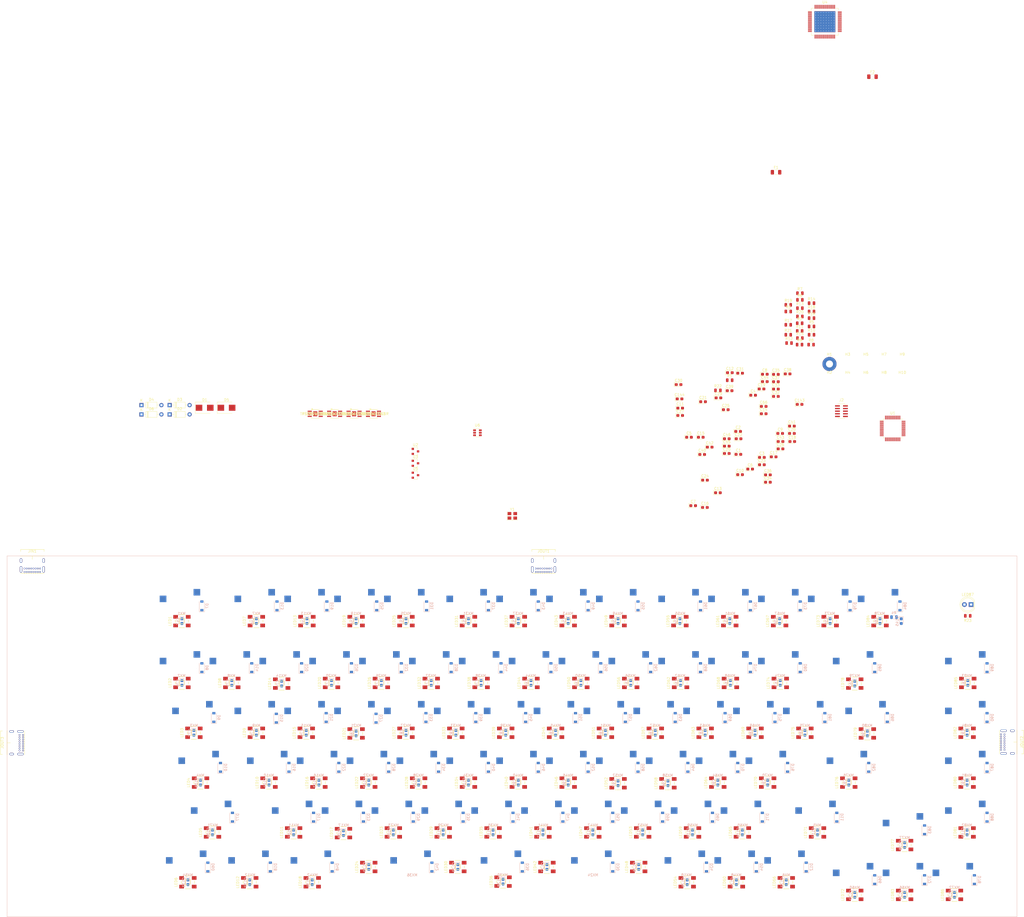
<source format=kicad_pcb>
(kicad_pcb (version 20171130) (host pcbnew "(5.1.5)-3")
  (layers (0 F.Cu signal) (31 B.Cu signal) (34 B.Paste user) (35 F.Paste user) (36 B.SilkS user) (37 F.SilkS user) (38 B.Mask user hide) (39 F.Mask user hide) (44 Edge.Cuts user hide))
  (net 0 "")
  (net 1 GND)
  (net 2 5V)
  (net 3 3.3V)
  (net 4 Case)
  (net 5 "Net-(C20-Pad1)")
  (net 6 1.2V)
  (net 7 5V_1000u)
  (net 8 Keeb_3.3V)
  (net 9 VBUS)
  (net 10 OUT1VBUS)
  (net 11 "Net-(JIN1-PadA5)")
  (net 12 DBUS+)
  (net 13 DBUS-)
  (net 14 "Net-(JIN1-PadA8)")
  (net 15 "Net-(JIN1-PadB8)")
  (net 16 "Net-(JIN1-PadB5)")
  (net 17 "Net-(C11-Pad1)")
  (net 18 "Net-(JOUT1-PadA5)")
  (net 19 DOUT1+)
  (net 20 DOUT1-)
  (net 21 "Net-(JOUT1-PadA8)")
  (net 22 "Net-(JOUT1-PadB8)")
  (net 23 "Net-(JOUT1-PadB5)")
  (net 24 "Net-(C14-Pad1)")
  (net 25 "Net-(JOUT2-PadA5)")
  (net 26 OUT2VBUS)
  (net 27 DOUT2+)
  (net 28 DOUT2-)
  (net 29 "Net-(JOUT2-PadA8)")
  (net 30 "Net-(JOUT2-PadB8)")
  (net 31 "Net-(JOUT2-PadB5)")
  (net 32 "Net-(C13-Pad1)")
  (net 33 "Net-(JOUT3-PadA5)")
  (net 34 OUT3VBUS)
  (net 35 DOUT3+)
  (net 36 DOUT3-)
  (net 37 "Net-(JOUT3-PadA8)")
  (net 38 "Net-(JOUT3-PadB8)")
  (net 39 "Net-(JOUT3-PadB5)")
  (net 40 "Net-(C15-Pad1)")
  (net 41 "Net-(LED1-Pad4)")
  (net 42 "Net-(LED1-Pad2)")
  (net 43 "Net-(LED2-Pad4)")
  (net 44 "Net-(LED2-Pad2)")
  (net 45 "Net-(LED3-Pad4)")
  (net 46 "Net-(LED3-Pad2)")
  (net 47 "Net-(LED10-Pad2)")
  (net 48 "Net-(LED4-Pad2)")
  (net 49 "Net-(LED11-Pad2)")
  (net 50 "Net-(LED5-Pad2)")
  (net 51 "Net-(LED12-Pad2)")
  (net 52 "Net-(LED6-Pad2)")
  (net 53 "Net-(LED13-Pad2)")
  (net 54 "Net-(LED14-Pad2)")
  (net 55 "Net-(LED15-Pad2)")
  (net 56 "Net-(LED10-Pad4)")
  (net 57 "Net-(LED11-Pad4)")
  (net 58 "Net-(LED12-Pad4)")
  (net 59 "Net-(LED13-Pad4)")
  (net 60 "Net-(LED14-Pad4)")
  (net 61 "Net-(LED15-Pad4)")
  (net 62 "Net-(LED16-Pad4)")
  (net 63 "Net-(LED17-Pad4)")
  (net 64 "Net-(LED18-Pad4)")
  (net 65 "Net-(LED19-Pad4)")
  (net 66 "Net-(LED20-Pad4)")
  (net 67 "Net-(LED21-Pad4)")
  (net 68 "Net-(LED22-Pad4)")
  (net 69 "Net-(LED23-Pad4)")
  (net 70 "Net-(LED24-Pad4)")
  (net 71 "Net-(LED25-Pad4)")
  (net 72 "Net-(LED26-Pad4)")
  (net 73 "Net-(LED27-Pad4)")
  (net 74 "Net-(LED28-Pad4)")
  (net 75 "Net-(LED29-Pad4)")
  (net 76 "Net-(LED30-Pad4)")
  (net 77 "Net-(LED31-Pad4)")
  (net 78 "Net-(LED32-Pad4)")
  (net 79 "Net-(LED33-Pad4)")
  (net 80 "Net-(LED34-Pad4)")
  (net 81 "Net-(LED35-Pad4)")
  (net 82 "Net-(LED36-Pad4)")
  (net 83 "Net-(LED37-Pad4)")
  (net 84 "Net-(LED38-Pad4)")
  (net 85 "Net-(LED39-Pad4)")
  (net 86 "Net-(LED40-Pad4)")
  (net 87 "Net-(LED41-Pad4)")
  (net 88 "Net-(LED42-Pad4)")
  (net 89 "Net-(LED43-Pad4)")
  (net 90 "Net-(LED44-Pad4)")
  (net 91 "Net-(LED45-Pad4)")
  (net 92 "Net-(LED46-Pad4)")
  (net 93 "Net-(LED47-Pad4)")
  (net 94 "Net-(LED48-Pad4)")
  (net 95 "Net-(LED49-Pad4)")
  (net 96 "Net-(LED50-Pad4)")
  (net 97 "Net-(LED51-Pad4)")
  (net 98 "Net-(LED52-Pad4)")
  (net 99 "Net-(LED53-Pad4)")
  (net 100 "Net-(LED54-Pad4)")
  (net 101 "Net-(LED55-Pad4)")
  (net 102 "Net-(LED56-Pad4)")
  (net 103 "Net-(LED57-Pad4)")
  (net 104 "Net-(LED58-Pad4)")
  (net 105 "Net-(LED59-Pad4)")
  (net 106 "Net-(LED60-Pad4)")
  (net 107 "Net-(LED61-Pad4)")
  (net 108 "Net-(LED62-Pad4)")
  (net 109 "Net-(LED63-Pad4)")
  (net 110 "Net-(LED64-Pad4)")
  (net 111 "Net-(LED65-Pad4)")
  (net 112 "Net-(LED66-Pad4)")
  (net 113 "Net-(LED67-Pad4)")
  (net 114 "Net-(LED68-Pad4)")
  (net 115 "Net-(LED69-Pad4)")
  (net 116 "Net-(LED70-Pad4)")
  (net 117 "Net-(LED71-Pad4)")
  (net 118 "Net-(LED73-Pad4)")
  (net 119 "Net-(LED74-Pad4)")
  (net 120 "Net-(LED75-Pad4)")
  (net 121 "Net-(LED76-Pad4)")
  (net 122 "Net-(LED77-Pad4)")
  (net 123 "Net-(LED79-Pad4)")
  (net 124 "Net-(D7-Pad2)")
  (net 125 col1)
  (net 126 "Net-(D8-Pad2)")
  (net 127 "Net-(D9-Pad2)")
  (net 128 "Net-(D10-Pad2)")
  (net 129 "Net-(D11-Pad2)")
  (net 130 "Net-(D12-Pad2)")
  (net 131 "Net-(D13-Pad2)")
  (net 132 "Net-(D14-Pad2)")
  (net 133 "Net-(D15-Pad2)")
  (net 134 "Net-(D16-Pad2)")
  (net 135 "Net-(D17-Pad2)")
  (net 136 "Net-(D18-Pad2)")
  (net 137 "Net-(D19-Pad2)")
  (net 138 col2)
  (net 139 "Net-(D20-Pad2)")
  (net 140 "Net-(D21-Pad2)")
  (net 141 "Net-(D22-Pad2)")
  (net 142 "Net-(D23-Pad2)")
  (net 143 "Net-(D24-Pad2)")
  (net 144 "Net-(D25-Pad2)")
  (net 145 "Net-(D26-Pad2)")
  (net 146 "Net-(D27-Pad2)")
  (net 147 "Net-(D28-Pad2)")
  (net 148 "Net-(D29-Pad2)")
  (net 149 "Net-(D30-Pad2)")
  (net 150 "Net-(D31-Pad2)")
  (net 151 col3)
  (net 152 "Net-(D32-Pad2)")
  (net 153 "Net-(D33-Pad2)")
  (net 154 "Net-(D34-Pad2)")
  (net 155 "Net-(D35-Pad2)")
  (net 156 "Net-(D37-Pad2)")
  (net 157 "Net-(D38-Pad2)")
  (net 158 "Net-(D39-Pad2)")
  (net 159 "Net-(D40-Pad2)")
  (net 160 "Net-(D41-Pad2)")
  (net 161 "Net-(D42-Pad2)")
  (net 162 "Net-(D43-Pad2)")
  (net 163 col4)
  (net 164 "Net-(D44-Pad2)")
  (net 165 "Net-(D45-Pad2)")
  (net 166 "Net-(D46-Pad2)")
  (net 167 "Net-(D47-Pad2)")
  (net 168 "Net-(D48-Pad2)")
  (net 169 "Net-(D49-Pad2)")
  (net 170 "Net-(D50-Pad2)")
  (net 171 "Net-(D51-Pad2)")
  (net 172 "Net-(D52-Pad2)")
  (net 173 "Net-(D53-Pad2)")
  (net 174 "Net-(D54-Pad2)")
  (net 175 "Net-(D55-Pad2)")
  (net 176 col5)
  (net 177 "Net-(D56-Pad2)")
  (net 178 "Net-(D57-Pad2)")
  (net 179 "Net-(D58-Pad2)")
  (net 180 "Net-(D59-Pad2)")
  (net 181 "Net-(D60-Pad2)")
  (net 182 "Net-(D61-Pad2)")
  (net 183 "Net-(D62-Pad2)")
  (net 184 "Net-(D63-Pad2)")
  (net 185 "Net-(D64-Pad2)")
  (net 186 "Net-(D65-Pad2)")
  (net 187 "Net-(D66-Pad2)")
  (net 188 "Net-(D67-Pad2)")
  (net 189 col6)
  (net 190 "Net-(D68-Pad2)")
  (net 191 "Net-(D69-Pad2)")
  (net 192 "Net-(D70-Pad2)")
  (net 193 "Net-(D71-Pad2)")
  (net 194 "Net-(D72-Pad2)")
  (net 195 "Net-(D73-Pad2)")
  (net 196 "Net-(D74-Pad2)")
  (net 197 "Net-(D75-Pad2)")
  (net 198 "Net-(D76-Pad2)")
  (net 199 "Net-(D77-Pad2)")
  (net 200 "Net-(D78-Pad2)")
  (net 201 "Net-(D79-Pad2)")
  (net 202 col7)
  (net 203 "Net-(D80-Pad2)")
  (net 204 "Net-(D81-Pad2)")
  (net 205 "Net-(D82-Pad2)")
  (net 206 "Net-(D83-Pad2)")
  (net 207 "Net-(D84-Pad2)")
  (net 208 "Net-(D85-Pad2)")
  (net 209 "Net-(D86-Pad2)")
  (net 210 "Net-(D87-Pad2)")
  (net 211 "Net-(D88-Pad2)")
  (net 212 RGB_LED)
  (net 213 "Net-(C18-Pad2)")
  (net 214 "Net-(C17-Pad2)")
  (net 215 "Net-(R15-Pad2)")
  (net 216 "Net-(R16-Pad1)")
  (net 217 OVERCUR1)
  (net 218 OVERCUR2)
  (net 219 OVERCUR3)
  (net 220 OVERCUR4)
  (net 221 row10)
  (net 222 row9)
  (net 223 BOOT0)
  (net 224 row8)
  (net 225 row7)
  (net 226 row6)
  (net 227 row5)
  (net 228 row4)
  (net 229 SWCLK)
  (net 230 SWDIO)
  (net 231 Keeb_D+)
  (net 232 Keeb_D-)
  (net 233 E_Button)
  (net 234 E_CCW)
  (net 235 row12)
  (net 236 row11)
  (net 237 row3)
  (net 238 row2)
  (net 239 row1)
  (net 240 E_CW)
  (net 241 NRST)
  (net 242 "Net-(U1-Pad6)")
  (net 243 "Net-(U1-Pad5)")
  (net 244 "Net-(U1-Pad4)")
  (net 245 "Net-(U1-Pad3)")
  (net 246 "Net-(U1-Pad2)")
  (net 247 PWRCTL4)
  (net 248 "Net-(U4-Pad62)")
  (net 249 "Net-(U4-Pad61)")
  (net 250 "Net-(U4-Pad59)")
  (net 251 "Net-(U4-Pad58)")
  (net 252 "Net-(U4-Pad55)")
  (net 253 "Net-(U4-Pad54)")
  (net 254 "Net-(U4-Pad52)")
  (net 255 "Net-(U4-Pad51)")
  (net 256 "Net-(U4-Pad47)")
  (net 257 "Net-(U4-Pad46)")
  (net 258 "Net-(U4-Pad44)")
  (net 259 "Net-(U4-Pad43)")
  (net 260 "Net-(U4-Pad40)")
  (net 261 "Net-(U4-Pad39)")
  (net 262 "Net-(U4-Pad38)")
  (net 263 "Net-(U4-Pad36)")
  (net 264 "Net-(U4-Pad35)")
  (net 265 "Net-(U4-Pad28)")
  (net 266 "Net-(U4-Pad27)")
  (net 267 "Net-(U4-Pad26)")
  (net 268 "Net-(U4-Pad24)")
  (net 269 "Net-(U4-Pad23)")
  (net 270 D-)
  (net 271 D+)
  (net 272 "Net-(U4-Pad18)")
  (net 273 "Net-(U4-Pad17)")
  (net 274 "Net-(U4-Pad13)")
  (net 275 "Net-(U4-Pad10)")
  (net 276 "Net-(U4-Pad9)")
  (net 277 "Net-(U4-Pad8)")
  (net 278 "Net-(U4-Pad7)")
  (net 279 "Net-(U4-Pad6)")
  (net 280 "Net-(U4-Pad5)")
  (net 281 PWRCTL1)
  (net 282 PWRCTL2)
  (net 283 PWRCTL3)
  (net 284 E_CW2)
  (net 285 E_CCW2)
  (net 286 E_Button2)
  (net 287 "Net-(D36-Pad2)")
  (net 288 "Net-(D89-Pad2)")
  (net 289 "Net-(D90-Pad2)")
  (net 290 "Net-(LED72-Pad4)")
  (net 291 "Net-(LED84-Pad4)")
  (net 292 col8)
  (net 293 "Net-(LED83-Pad4)")
  (net 294 "Net-(LED78-Pad4)")
  (net 295 IndicatorLED)
  (net 296 "Net-(LED87-Pad1)")
  (net 297 "Net-(J2-Pad8)")
  (net 298 "Net-(J2-Pad7)")
  (net 299 "Net-(J2-Pad6)")
  (net 300 CASE)
  (module MountingHole:MountingHole_2.7mm_M2.5 (layer F.Cu) (at 291.198 152.746)
    (fp_text reference H10 (at 0 -3.7) (layer F.SilkS))
    (fp_text value MountingHole)
    (pad 1 np_thru_hole circle (at 0 0) (size 2.7 2.7) (drill 2.7) (layers *.Cu *.Mask))
  )
  (module MountingHole:MountingHole_2.7mm_M2.5 (layer F.Cu) (at 291.198 145.796)
    (fp_text reference H9 (at 0 -3.7) (layer F.SilkS))
    (fp_text value MountingHole)
    (pad 1 np_thru_hole circle (at 0 0) (size 2.7 2.7) (drill 2.7) (layers *.Cu *.Mask))
  )
  (module MountingHole:MountingHole_2.7mm_M2.5 (layer F.Cu) (at 284.248 152.746)
    (fp_text reference H8 (at 0 -3.7) (layer F.SilkS))
    (fp_text value MountingHole)
    (pad 1 np_thru_hole circle (at 0 0) (size 2.7 2.7) (drill 2.7) (layers *.Cu *.Mask))
  )
  (module MountingHole:MountingHole_2.7mm_M2.5 (layer F.Cu) (at 284.248 145.796)
    (fp_text reference H7 (at 0 -3.7) (layer F.SilkS))
    (fp_text value MountingHole)
    (pad 1 np_thru_hole circle (at 0 0) (size 2.7 2.7) (drill 2.7) (layers *.Cu *.Mask))
  )
  (module MountingHole:MountingHole_2.7mm_M2.5 (layer F.Cu) (at 277.298 152.746)
    (fp_text reference H6 (at 0 -3.7) (layer F.SilkS))
    (fp_text value MountingHole)
    (pad 1 np_thru_hole circle (at 0 0) (size 2.7 2.7) (drill 2.7) (layers *.Cu *.Mask))
  )
  (module MountingHole:MountingHole_2.7mm_M2.5 (layer F.Cu) (at 277.298 145.796)
    (fp_text reference H5 (at 0 -3.7) (layer F.SilkS))
    (fp_text value MountingHole)
    (pad 1 np_thru_hole circle (at 0 0) (size 2.7 2.7) (drill 2.7) (layers *.Cu *.Mask))
  )
  (module MountingHole:MountingHole_2.7mm_M2.5 (layer F.Cu) (at 270.348 152.746)
    (fp_text reference H4 (at 0 -3.7) (layer F.SilkS))
    (fp_text value MountingHole)
    (pad 1 np_thru_hole circle (at 0 0) (size 2.7 2.7) (drill 2.7) (layers *.Cu *.Mask))
  )
  (module MountingHole:MountingHole_2.7mm_M2.5 (layer F.Cu) (at 270.348 145.796)
    (fp_text reference H3 (at 0 -3.7) (layer F.SilkS))
    (fp_text value MountingHole)
    (pad 1 np_thru_hole circle (at 0 0) (size 2.7 2.7) (drill 2.7) (layers *.Cu *.Mask))
  )
  (module MountingHole:MountingHole_2.7mm_M2.5 (layer F.Cu) (at 263.398 152.746)
    (fp_text reference H2 (at 0 -3.7) (layer F.SilkS))
    (fp_text value MountingHole)
    (pad 1 np_thru_hole circle (at 0 0) (size 2.7 2.7) (drill 2.7) (layers *.Cu *.Mask))
  )
  (module MountingHole:MountingHole_2.7mm_M2.5_Pad (layer F.Cu) (at 263.398 145.796)
    (fp_text reference H1 (at 0 -3.7) (layer F.SilkS))
    (fp_text value MountingHole_Pad)
    (pad 1 thru_hole circle (at 0 0) (size 5.4 5.4) (drill 2.7) (layers *.Cu *.Mask) (net 300 CASE))
  )
  (module Connector_PinSocket_1.00mm:PinSocket_2x05_P1.00mm_Vertical_SMD (layer F.Cu) (at 267.97 163.83)
    (fp_text reference J2 (at 0 -4.25) (layer F.SilkS))
    (fp_text value Conn_ARM_JTAG_SWD_10)
    (pad 10 smd rect (at -1.525 2) (size 1.85 0.5) (layers F.Cu F.Paste F.Mask) (net 241 NRST))
    (pad 9 smd rect (at 1.525 2) (size 1.85 0.5) (layers F.Cu F.Paste F.Mask) (net 1 GND))
    (pad 8 smd rect (at -1.525 1) (size 1.85 0.5) (layers F.Cu F.Paste F.Mask) (net 297 "Net-(J2-Pad8)"))
    (pad 7 smd rect (at 1.525 1) (size 1.85 0.5) (layers F.Cu F.Paste F.Mask) (net 298 "Net-(J2-Pad7)"))
    (pad 6 smd rect (at -1.525 0) (size 1.85 0.5) (layers F.Cu F.Paste F.Mask) (net 299 "Net-(J2-Pad6)"))
    (pad 5 smd rect (at 1.525 0) (size 1.85 0.5) (layers F.Cu F.Paste F.Mask) (net 1 GND))
    (pad 4 smd rect (at -1.525 -1) (size 1.85 0.5) (layers F.Cu F.Paste F.Mask) (net 229 SWCLK))
    (pad 3 smd rect (at 1.525 -1) (size 1.85 0.5) (layers F.Cu F.Paste F.Mask) (net 1 GND))
    (pad 2 smd rect (at -1.525 -2) (size 1.85 0.5) (layers F.Cu F.Paste F.Mask) (net 230 SWDIO))
    (pad 1 smd rect (at 1.525 -2) (size 1.85 0.5) (layers F.Cu F.Paste F.Mask) (net 8 Keeb_3.3V))
  )
  (module Resistor_SMD:R_0805_2012Metric (layer F.Cu) (at 316.23 242.062)
    (fp_text reference R23 (at 0 1.778) (layer F.SilkS))
    (fp_text value 68)
    (pad 2 smd roundrect (at 0.9375 0) (size 0.975 1.4) (layers F.Cu F.Paste F.Mask) (net 296 "Net-(LED87-Pad1)"))
    (pad 1 smd roundrect (at -0.9375 0) (size 0.975 1.4) (layers F.Cu F.Paste F.Mask) (net 1 GND))
  )
  (module LED_THT:LED_D5.0mm (layer F.Cu) (at 317.5 237.744 180)
    (fp_text reference LED87 (at 1.27 3.81) (layer F.SilkS))
    (fp_text value LED)
    (pad 2 thru_hole circle (at 2.54 0 180) (size 1.8 1.8) (drill 0.9) (layers *.Cu *.Mask) (net 295 IndicatorLED))
    (pad 1 thru_hole rect (at 0 0 180) (size 1.8 1.8) (drill 0.9) (layers *.Cu *.Mask) (net 296 "Net-(LED87-Pad1)"))
  )
  (module MX_Only:MXOnly-1U-Hotswap (layer F.Cu) (at 246.85625 338.0875)
    (fp_text reference MX6)
    (fp_text value "Right Ctrl")
    (fp_text user %R (at 0 3.048) (layer B.SilkS) (effects (justify mirror)))
    (pad 2 smd rect (at 5.842 -5.08) (size 2.55 2.5) (layers B.Cu B.Paste B.Mask) (net 130 "Net-(D12-Pad2)"))
    (pad 1 smd rect (at -7.085 -2.54) (size 2.55 2.5) (layers B.Cu B.Paste B.Mask) (net 125 col1))
    (pad "" np_thru_hole circle (at 5.08 0 48.0996) (size 1.75 1.75) (drill 1.75) (layers *.Cu *.Mask))
    (pad "" np_thru_hole circle (at -5.08 0 48.0996) (size 1.75 1.75) (drill 1.75) (layers *.Cu *.Mask))
    (pad "" np_thru_hole circle (at -3.81 -2.54) (size 3 3) (drill 3) (layers *.Cu *.Mask))
    (pad "" np_thru_hole circle (at 0 0) (size 3.9878 3.9878) (drill 3.9878) (layers *.Cu *.Mask))
    (pad "" np_thru_hole circle (at 2.54 -5.08) (size 3 3) (drill 3) (layers *.Cu *.Mask))
  )
  (module MX_Only:MXOnly-1U-Hotswap (layer F.Cu) (at 315.9125 280.9375)
    (fp_text reference MX84)
    (fp_text value End)
    (fp_text user %R (at 0 3.048) (layer B.SilkS) (effects (justify mirror)))
    (pad 2 smd rect (at 5.842 -5.08) (size 2.55 2.5) (layers B.Cu B.Paste B.Mask) (net 289 "Net-(D90-Pad2)"))
    (pad 1 smd rect (at -7.085 -2.54) (size 2.55 2.5) (layers B.Cu B.Paste B.Mask) (net 292 col8))
    (pad "" np_thru_hole circle (at 5.08 0 48.0996) (size 1.75 1.75) (drill 1.75) (layers *.Cu *.Mask))
    (pad "" np_thru_hole circle (at -5.08 0 48.0996) (size 1.75 1.75) (drill 1.75) (layers *.Cu *.Mask))
    (pad "" np_thru_hole circle (at -3.81 -2.54) (size 3 3) (drill 3) (layers *.Cu *.Mask))
    (pad "" np_thru_hole circle (at 0 0) (size 3.9878 3.9878) (drill 3.9878) (layers *.Cu *.Mask))
    (pad "" np_thru_hole circle (at 2.54 -5.08) (size 3 3) (drill 3) (layers *.Cu *.Mask))
  )
  (module MX_Only:MXOnly-1U-Hotswap (layer F.Cu) (at 315.9125 261.8875)
    (fp_text reference MX83)
    (fp_text value Home)
    (fp_text user %R (at 0 3.048) (layer B.SilkS) (effects (justify mirror)))
    (pad 2 smd rect (at 5.842 -5.08) (size 2.55 2.5) (layers B.Cu B.Paste B.Mask) (net 288 "Net-(D89-Pad2)"))
    (pad 1 smd rect (at -7.085 -2.54) (size 2.55 2.5) (layers B.Cu B.Paste B.Mask) (net 292 col8))
    (pad "" np_thru_hole circle (at 5.08 0 48.0996) (size 1.75 1.75) (drill 1.75) (layers *.Cu *.Mask))
    (pad "" np_thru_hole circle (at -5.08 0 48.0996) (size 1.75 1.75) (drill 1.75) (layers *.Cu *.Mask))
    (pad "" np_thru_hole circle (at -3.81 -2.54) (size 3 3) (drill 3) (layers *.Cu *.Mask))
    (pad "" np_thru_hole circle (at 0 0) (size 3.9878 3.9878) (drill 3.9878) (layers *.Cu *.Mask))
    (pad "" np_thru_hole circle (at 2.54 -5.08) (size 3 3) (drill 3) (layers *.Cu *.Mask))
  )
  (module MX_Only:MXOnly-1U-Hotswap (layer F.Cu) (at 315.9125 319.0375)
    (fp_text reference MX82)
    (fp_text value "Page Down")
    (fp_text user %R (at 0 3.048) (layer B.SilkS) (effects (justify mirror)))
    (pad 2 smd rect (at 5.842 -5.08) (size 2.55 2.5) (layers B.Cu B.Paste B.Mask) (net 211 "Net-(D88-Pad2)"))
    (pad 1 smd rect (at -7.085 -2.54) (size 2.55 2.5) (layers B.Cu B.Paste B.Mask) (net 202 col7))
    (pad "" np_thru_hole circle (at 5.08 0 48.0996) (size 1.75 1.75) (drill 1.75) (layers *.Cu *.Mask))
    (pad "" np_thru_hole circle (at -5.08 0 48.0996) (size 1.75 1.75) (drill 1.75) (layers *.Cu *.Mask))
    (pad "" np_thru_hole circle (at -3.81 -2.54) (size 3 3) (drill 3) (layers *.Cu *.Mask))
    (pad "" np_thru_hole circle (at 0 0) (size 3.9878 3.9878) (drill 3.9878) (layers *.Cu *.Mask))
    (pad "" np_thru_hole circle (at 2.54 -5.08) (size 3 3) (drill 3) (layers *.Cu *.Mask))
  )
  (module MX_Only:MXOnly-1U-Hotswap (layer F.Cu) (at 315.9125 299.9875)
    (fp_text reference MX81)
    (fp_text value "Page Up")
    (fp_text user %R (at 0 3.048) (layer B.SilkS) (effects (justify mirror)))
    (pad 2 smd rect (at 5.842 -5.08) (size 2.55 2.5) (layers B.Cu B.Paste B.Mask) (net 210 "Net-(D87-Pad2)"))
    (pad 1 smd rect (at -7.085 -2.54) (size 2.55 2.5) (layers B.Cu B.Paste B.Mask) (net 202 col7))
    (pad "" np_thru_hole circle (at 5.08 0 48.0996) (size 1.75 1.75) (drill 1.75) (layers *.Cu *.Mask))
    (pad "" np_thru_hole circle (at -5.08 0 48.0996) (size 1.75 1.75) (drill 1.75) (layers *.Cu *.Mask))
    (pad "" np_thru_hole circle (at -3.81 -2.54) (size 3 3) (drill 3) (layers *.Cu *.Mask))
    (pad "" np_thru_hole circle (at 0 0) (size 3.9878 3.9878) (drill 3.9878) (layers *.Cu *.Mask))
    (pad "" np_thru_hole circle (at 2.54 -5.08) (size 3 3) (drill 3) (layers *.Cu *.Mask))
  )
  (module MX_Only:MXOnly-1U-Hotswap (layer F.Cu) (at 282.575 238.125)
    (fp_text reference MX78)
    (fp_text value Delete)
    (fp_text user %R (at 0 3.048) (layer B.SilkS) (effects (justify mirror)))
    (pad 2 smd rect (at 5.842 -5.08) (size 2.55 2.5) (layers B.Cu B.Paste B.Mask) (net 207 "Net-(D84-Pad2)"))
    (pad 1 smd rect (at -7.085 -2.54) (size 2.55 2.5) (layers B.Cu B.Paste B.Mask) (net 202 col7))
    (pad "" np_thru_hole circle (at 5.08 0 48.0996) (size 1.75 1.75) (drill 1.75) (layers *.Cu *.Mask))
    (pad "" np_thru_hole circle (at -5.08 0 48.0996) (size 1.75 1.75) (drill 1.75) (layers *.Cu *.Mask))
    (pad "" np_thru_hole circle (at -3.81 -2.54) (size 3 3) (drill 3) (layers *.Cu *.Mask))
    (pad "" np_thru_hole circle (at 0 0) (size 3.9878 3.9878) (drill 3.9878) (layers *.Cu *.Mask))
    (pad "" np_thru_hole circle (at 2.54 -5.08) (size 3 3) (drill 3) (layers *.Cu *.Mask))
  )
  (module MX_Only:MXOnly-1U-Hotswap (layer F.Cu) (at 292.1 323.8)
    (fp_text reference MX77)
    (fp_text value Up)
    (fp_text user %R (at 0 3.048) (layer B.SilkS) (effects (justify mirror)))
    (pad 2 smd rect (at 5.842 -5.08) (size 2.55 2.5) (layers B.Cu B.Paste B.Mask) (net 206 "Net-(D83-Pad2)"))
    (pad 1 smd rect (at -7.085 -2.54) (size 2.55 2.5) (layers B.Cu B.Paste B.Mask) (net 202 col7))
    (pad "" np_thru_hole circle (at 5.08 0 48.0996) (size 1.75 1.75) (drill 1.75) (layers *.Cu *.Mask))
    (pad "" np_thru_hole circle (at -5.08 0 48.0996) (size 1.75 1.75) (drill 1.75) (layers *.Cu *.Mask))
    (pad "" np_thru_hole circle (at -3.81 -2.54) (size 3 3) (drill 3) (layers *.Cu *.Mask))
    (pad "" np_thru_hole circle (at 0 0) (size 3.9878 3.9878) (drill 3.9878) (layers *.Cu *.Mask))
    (pad "" np_thru_hole circle (at 2.54 -5.08) (size 3 3) (drill 3) (layers *.Cu *.Mask))
  )
  (module MX_Only:MXOnly-1U-Hotswap (layer F.Cu) (at 254 280.9375)
    (fp_text reference MX75)
    (fp_text value ])
    (fp_text user %R (at 0 3.048) (layer B.SilkS) (effects (justify mirror)))
    (pad 2 smd rect (at 5.842 -5.08) (size 2.55 2.5) (layers B.Cu B.Paste B.Mask) (net 204 "Net-(D81-Pad2)"))
    (pad 1 smd rect (at -7.085 -2.54) (size 2.55 2.5) (layers B.Cu B.Paste B.Mask) (net 202 col7))
    (pad "" np_thru_hole circle (at 5.08 0 48.0996) (size 1.75 1.75) (drill 1.75) (layers *.Cu *.Mask))
    (pad "" np_thru_hole circle (at -5.08 0 48.0996) (size 1.75 1.75) (drill 1.75) (layers *.Cu *.Mask))
    (pad "" np_thru_hole circle (at -3.81 -2.54) (size 3 3) (drill 3) (layers *.Cu *.Mask))
    (pad "" np_thru_hole circle (at 0 0) (size 3.9878 3.9878) (drill 3.9878) (layers *.Cu *.Mask))
    (pad "" np_thru_hole circle (at 2.54 -5.08) (size 3 3) (drill 3) (layers *.Cu *.Mask))
  )
  (module MX_Only:MXOnly-1U-Hotswap (layer F.Cu) (at 244.475 261.8875)
    (fp_text reference MX74)
    (fp_text value =)
    (fp_text user %R (at 0 3.048) (layer B.SilkS) (effects (justify mirror)))
    (pad 2 smd rect (at 5.842 -5.08) (size 2.55 2.5) (layers B.Cu B.Paste B.Mask) (net 203 "Net-(D80-Pad2)"))
    (pad 1 smd rect (at -7.085 -2.54) (size 2.55 2.5) (layers B.Cu B.Paste B.Mask) (net 202 col7))
    (pad "" np_thru_hole circle (at 5.08 0 48.0996) (size 1.75 1.75) (drill 1.75) (layers *.Cu *.Mask))
    (pad "" np_thru_hole circle (at -5.08 0 48.0996) (size 1.75 1.75) (drill 1.75) (layers *.Cu *.Mask))
    (pad "" np_thru_hole circle (at -3.81 -2.54) (size 3 3) (drill 3) (layers *.Cu *.Mask))
    (pad "" np_thru_hole circle (at 0 0) (size 3.9878 3.9878) (drill 3.9878) (layers *.Cu *.Mask))
    (pad "" np_thru_hole circle (at 2.54 -5.08) (size 3 3) (drill 3) (layers *.Cu *.Mask))
  )
  (module MX_Only:MXOnly-1U-Hotswap (layer F.Cu) (at 263.525 238.125)
    (fp_text reference MX73)
    (fp_text value F12)
    (fp_text user %R (at 0 3.048) (layer B.SilkS) (effects (justify mirror)))
    (pad 2 smd rect (at 5.842 -5.08) (size 2.55 2.5) (layers B.Cu B.Paste B.Mask) (net 201 "Net-(D79-Pad2)"))
    (pad 1 smd rect (at -7.085 -2.54) (size 2.55 2.5) (layers B.Cu B.Paste B.Mask) (net 202 col7))
    (pad "" np_thru_hole circle (at 5.08 0 48.0996) (size 1.75 1.75) (drill 1.75) (layers *.Cu *.Mask))
    (pad "" np_thru_hole circle (at -5.08 0 48.0996) (size 1.75 1.75) (drill 1.75) (layers *.Cu *.Mask))
    (pad "" np_thru_hole circle (at -3.81 -2.54) (size 3 3) (drill 3) (layers *.Cu *.Mask))
    (pad "" np_thru_hole circle (at 0 0) (size 3.9878 3.9878) (drill 3.9878) (layers *.Cu *.Mask))
    (pad "" np_thru_hole circle (at 2.54 -5.08) (size 3 3) (drill 3) (layers *.Cu *.Mask))
  )
  (module MX_Only:MXOnly-1U-Hotswap (layer F.Cu) (at 311.15 342.85)
    (fp_text reference MX72)
    (fp_text value Right)
    (fp_text user %R (at 0 3.048) (layer B.SilkS) (effects (justify mirror)))
    (pad 2 smd rect (at 5.842 -5.08) (size 2.55 2.5) (layers B.Cu B.Paste B.Mask) (net 200 "Net-(D78-Pad2)"))
    (pad 1 smd rect (at -7.085 -2.54) (size 2.55 2.5) (layers B.Cu B.Paste B.Mask) (net 189 col6))
    (pad "" np_thru_hole circle (at 5.08 0 48.0996) (size 1.75 1.75) (drill 1.75) (layers *.Cu *.Mask))
    (pad "" np_thru_hole circle (at -5.08 0 48.0996) (size 1.75 1.75) (drill 1.75) (layers *.Cu *.Mask))
    (pad "" np_thru_hole circle (at -3.81 -2.54) (size 3 3) (drill 3) (layers *.Cu *.Mask))
    (pad "" np_thru_hole circle (at 0 0) (size 3.9878 3.9878) (drill 3.9878) (layers *.Cu *.Mask))
    (pad "" np_thru_hole circle (at 2.54 -5.08) (size 3 3) (drill 3) (layers *.Cu *.Mask))
  )
  (module MX_Only:MXOnly-1U-Hotswap (layer F.Cu) (at 239.7125 299.9875)
    (fp_text reference MX70)
    (fp_text value ')
    (fp_text user %R (at 0 3.048) (layer B.SilkS) (effects (justify mirror)))
    (pad 2 smd rect (at 5.842 -5.08) (size 2.55 2.5) (layers B.Cu B.Paste B.Mask) (net 198 "Net-(D76-Pad2)"))
    (pad 1 smd rect (at -7.085 -2.54) (size 2.55 2.5) (layers B.Cu B.Paste B.Mask) (net 189 col6))
    (pad "" np_thru_hole circle (at 5.08 0 48.0996) (size 1.75 1.75) (drill 1.75) (layers *.Cu *.Mask))
    (pad "" np_thru_hole circle (at -5.08 0 48.0996) (size 1.75 1.75) (drill 1.75) (layers *.Cu *.Mask))
    (pad "" np_thru_hole circle (at -3.81 -2.54) (size 3 3) (drill 3) (layers *.Cu *.Mask))
    (pad "" np_thru_hole circle (at 0 0) (size 3.9878 3.9878) (drill 3.9878) (layers *.Cu *.Mask))
    (pad "" np_thru_hole circle (at 2.54 -5.08) (size 3 3) (drill 3) (layers *.Cu *.Mask))
  )
  (module MX_Only:MXOnly-1U-Hotswap (layer F.Cu) (at 234.95 280.9375)
    (fp_text reference MX69)
    (fp_text value [)
    (fp_text user %R (at 0 3.048) (layer B.SilkS) (effects (justify mirror)))
    (pad 2 smd rect (at 5.842 -5.08) (size 2.55 2.5) (layers B.Cu B.Paste B.Mask) (net 197 "Net-(D75-Pad2)"))
    (pad 1 smd rect (at -7.085 -2.54) (size 2.55 2.5) (layers B.Cu B.Paste B.Mask) (net 189 col6))
    (pad "" np_thru_hole circle (at 5.08 0 48.0996) (size 1.75 1.75) (drill 1.75) (layers *.Cu *.Mask))
    (pad "" np_thru_hole circle (at -5.08 0 48.0996) (size 1.75 1.75) (drill 1.75) (layers *.Cu *.Mask))
    (pad "" np_thru_hole circle (at -3.81 -2.54) (size 3 3) (drill 3) (layers *.Cu *.Mask))
    (pad "" np_thru_hole circle (at 0 0) (size 3.9878 3.9878) (drill 3.9878) (layers *.Cu *.Mask))
    (pad "" np_thru_hole circle (at 2.54 -5.08) (size 3 3) (drill 3) (layers *.Cu *.Mask))
  )
  (module MX_Only:MXOnly-1U-Hotswap (layer F.Cu) (at 225.425 261.8875)
    (fp_text reference MX68)
    (fp_text value -)
    (fp_text user %R (at 0 3.048) (layer B.SilkS) (effects (justify mirror)))
    (pad 2 smd rect (at 5.842 -5.08) (size 2.55 2.5) (layers B.Cu B.Paste B.Mask) (net 196 "Net-(D74-Pad2)"))
    (pad 1 smd rect (at -7.085 -2.54) (size 2.55 2.5) (layers B.Cu B.Paste B.Mask) (net 189 col6))
    (pad "" np_thru_hole circle (at 5.08 0 48.0996) (size 1.75 1.75) (drill 1.75) (layers *.Cu *.Mask))
    (pad "" np_thru_hole circle (at -5.08 0 48.0996) (size 1.75 1.75) (drill 1.75) (layers *.Cu *.Mask))
    (pad "" np_thru_hole circle (at -3.81 -2.54) (size 3 3) (drill 3) (layers *.Cu *.Mask))
    (pad "" np_thru_hole circle (at 0 0) (size 3.9878 3.9878) (drill 3.9878) (layers *.Cu *.Mask))
    (pad "" np_thru_hole circle (at 2.54 -5.08) (size 3 3) (drill 3) (layers *.Cu *.Mask))
  )
  (module MX_Only:MXOnly-1U-Hotswap (layer F.Cu) (at 244.475 238.125)
    (fp_text reference MX67)
    (fp_text value F11)
    (fp_text user %R (at 0 3.048) (layer B.SilkS) (effects (justify mirror)))
    (pad 2 smd rect (at 5.842 -5.08) (size 2.55 2.5) (layers B.Cu B.Paste B.Mask) (net 195 "Net-(D73-Pad2)"))
    (pad 1 smd rect (at -7.085 -2.54) (size 2.55 2.5) (layers B.Cu B.Paste B.Mask) (net 189 col6))
    (pad "" np_thru_hole circle (at 5.08 0 48.0996) (size 1.75 1.75) (drill 1.75) (layers *.Cu *.Mask))
    (pad "" np_thru_hole circle (at -5.08 0 48.0996) (size 1.75 1.75) (drill 1.75) (layers *.Cu *.Mask))
    (pad "" np_thru_hole circle (at -3.81 -2.54) (size 3 3) (drill 3) (layers *.Cu *.Mask))
    (pad "" np_thru_hole circle (at 0 0) (size 3.9878 3.9878) (drill 3.9878) (layers *.Cu *.Mask))
    (pad "" np_thru_hole circle (at 2.54 -5.08) (size 3 3) (drill 3) (layers *.Cu *.Mask))
  )
  (module MX_Only:MXOnly-1U-Hotswap (layer F.Cu) (at 292.1 342.85)
    (fp_text reference MX66)
    (fp_text value Down)
    (fp_text user %R (at 0 3.048) (layer B.SilkS) (effects (justify mirror)))
    (pad 2 smd rect (at 5.842 -5.08) (size 2.55 2.5) (layers B.Cu B.Paste B.Mask) (net 194 "Net-(D72-Pad2)"))
    (pad 1 smd rect (at -7.085 -2.54) (size 2.55 2.5) (layers B.Cu B.Paste B.Mask) (net 189 col6))
    (pad "" np_thru_hole circle (at 5.08 0 48.0996) (size 1.75 1.75) (drill 1.75) (layers *.Cu *.Mask))
    (pad "" np_thru_hole circle (at -5.08 0 48.0996) (size 1.75 1.75) (drill 1.75) (layers *.Cu *.Mask))
    (pad "" np_thru_hole circle (at -3.81 -2.54) (size 3 3) (drill 3) (layers *.Cu *.Mask))
    (pad "" np_thru_hole circle (at 0 0) (size 3.9878 3.9878) (drill 3.9878) (layers *.Cu *.Mask))
    (pad "" np_thru_hole circle (at 2.54 -5.08) (size 3 3) (drill 3) (layers *.Cu *.Mask))
  )
  (module MX_Only:MXOnly-1U-Hotswap (layer F.Cu) (at 230.1875 319.0375)
    (fp_text reference MX65)
    (fp_text value /)
    (fp_text user %R (at 0 3.048) (layer B.SilkS) (effects (justify mirror)))
    (pad 2 smd rect (at 5.842 -5.08) (size 2.55 2.5) (layers B.Cu B.Paste B.Mask) (net 193 "Net-(D71-Pad2)"))
    (pad 1 smd rect (at -7.085 -2.54) (size 2.55 2.5) (layers B.Cu B.Paste B.Mask) (net 189 col6))
    (pad "" np_thru_hole circle (at 5.08 0 48.0996) (size 1.75 1.75) (drill 1.75) (layers *.Cu *.Mask))
    (pad "" np_thru_hole circle (at -5.08 0 48.0996) (size 1.75 1.75) (drill 1.75) (layers *.Cu *.Mask))
    (pad "" np_thru_hole circle (at -3.81 -2.54) (size 3 3) (drill 3) (layers *.Cu *.Mask))
    (pad "" np_thru_hole circle (at 0 0) (size 3.9878 3.9878) (drill 3.9878) (layers *.Cu *.Mask))
    (pad "" np_thru_hole circle (at 2.54 -5.08) (size 3 3) (drill 3) (layers *.Cu *.Mask))
  )
  (module MX_Only:MXOnly-1U-Hotswap (layer F.Cu) (at 220.6625 299.9875)
    (fp_text reference MX64)
    (fp_text value ;)
    (fp_text user %R (at 0 3.048) (layer B.SilkS) (effects (justify mirror)))
    (pad 2 smd rect (at 5.842 -5.08) (size 2.55 2.5) (layers B.Cu B.Paste B.Mask) (net 192 "Net-(D70-Pad2)"))
    (pad 1 smd rect (at -7.085 -2.54) (size 2.55 2.5) (layers B.Cu B.Paste B.Mask) (net 189 col6))
    (pad "" np_thru_hole circle (at 5.08 0 48.0996) (size 1.75 1.75) (drill 1.75) (layers *.Cu *.Mask))
    (pad "" np_thru_hole circle (at -5.08 0 48.0996) (size 1.75 1.75) (drill 1.75) (layers *.Cu *.Mask))
    (pad "" np_thru_hole circle (at -3.81 -2.54) (size 3 3) (drill 3) (layers *.Cu *.Mask))
    (pad "" np_thru_hole circle (at 0 0) (size 3.9878 3.9878) (drill 3.9878) (layers *.Cu *.Mask))
    (pad "" np_thru_hole circle (at 2.54 -5.08) (size 3 3) (drill 3) (layers *.Cu *.Mask))
  )
  (module MX_Only:MXOnly-1U-Hotswap (layer F.Cu) (at 215.9 280.9375)
    (fp_text reference MX63)
    (fp_text value P)
    (fp_text user %R (at 0 3.048) (layer B.SilkS) (effects (justify mirror)))
    (pad 2 smd rect (at 5.842 -5.08) (size 2.55 2.5) (layers B.Cu B.Paste B.Mask) (net 191 "Net-(D69-Pad2)"))
    (pad 1 smd rect (at -7.085 -2.54) (size 2.55 2.5) (layers B.Cu B.Paste B.Mask) (net 189 col6))
    (pad "" np_thru_hole circle (at 5.08 0 48.0996) (size 1.75 1.75) (drill 1.75) (layers *.Cu *.Mask))
    (pad "" np_thru_hole circle (at -5.08 0 48.0996) (size 1.75 1.75) (drill 1.75) (layers *.Cu *.Mask))
    (pad "" np_thru_hole circle (at -3.81 -2.54) (size 3 3) (drill 3) (layers *.Cu *.Mask))
    (pad "" np_thru_hole circle (at 0 0) (size 3.9878 3.9878) (drill 3.9878) (layers *.Cu *.Mask))
    (pad "" np_thru_hole circle (at 2.54 -5.08) (size 3 3) (drill 3) (layers *.Cu *.Mask))
  )
  (module MX_Only:MXOnly-1U-Hotswap (layer F.Cu) (at 206.375 261.8875)
    (fp_text reference MX62)
    (fp_text value 0)
    (fp_text user %R (at 0 3.048) (layer B.SilkS) (effects (justify mirror)))
    (pad 2 smd rect (at 5.842 -5.08) (size 2.55 2.5) (layers B.Cu B.Paste B.Mask) (net 190 "Net-(D68-Pad2)"))
    (pad 1 smd rect (at -7.085 -2.54) (size 2.55 2.5) (layers B.Cu B.Paste B.Mask) (net 189 col6))
    (pad "" np_thru_hole circle (at 5.08 0 48.0996) (size 1.75 1.75) (drill 1.75) (layers *.Cu *.Mask))
    (pad "" np_thru_hole circle (at -5.08 0 48.0996) (size 1.75 1.75) (drill 1.75) (layers *.Cu *.Mask))
    (pad "" np_thru_hole circle (at -3.81 -2.54) (size 3 3) (drill 3) (layers *.Cu *.Mask))
    (pad "" np_thru_hole circle (at 0 0) (size 3.9878 3.9878) (drill 3.9878) (layers *.Cu *.Mask))
    (pad "" np_thru_hole circle (at 2.54 -5.08) (size 3 3) (drill 3) (layers *.Cu *.Mask))
  )
  (module MX_Only:MXOnly-1U-Hotswap (layer F.Cu) (at 225.425 238.125)
    (fp_text reference MX61)
    (fp_text value F10)
    (fp_text user %R (at 0 3.048) (layer B.SilkS) (effects (justify mirror)))
    (pad 2 smd rect (at 5.842 -5.08) (size 2.55 2.5) (layers B.Cu B.Paste B.Mask) (net 188 "Net-(D67-Pad2)"))
    (pad 1 smd rect (at -7.085 -2.54) (size 2.55 2.5) (layers B.Cu B.Paste B.Mask) (net 189 col6))
    (pad "" np_thru_hole circle (at 5.08 0 48.0996) (size 1.75 1.75) (drill 1.75) (layers *.Cu *.Mask))
    (pad "" np_thru_hole circle (at -5.08 0 48.0996) (size 1.75 1.75) (drill 1.75) (layers *.Cu *.Mask))
    (pad "" np_thru_hole circle (at -3.81 -2.54) (size 3 3) (drill 3) (layers *.Cu *.Mask))
    (pad "" np_thru_hole circle (at 0 0) (size 3.9878 3.9878) (drill 3.9878) (layers *.Cu *.Mask))
    (pad "" np_thru_hole circle (at 2.54 -5.08) (size 3 3) (drill 3) (layers *.Cu *.Mask))
  )
  (module MX_Only:MXOnly-1U-Hotswap (layer F.Cu) (at 273.05 342.85)
    (fp_text reference MX60)
    (fp_text value Left)
    (fp_text user %R (at 0 3.048) (layer B.SilkS) (effects (justify mirror)))
    (pad 2 smd rect (at 5.842 -5.08) (size 2.55 2.5) (layers B.Cu B.Paste B.Mask) (net 187 "Net-(D66-Pad2)"))
    (pad 1 smd rect (at -7.085 -2.54) (size 2.55 2.5) (layers B.Cu B.Paste B.Mask) (net 176 col5))
    (pad "" np_thru_hole circle (at 5.08 0 48.0996) (size 1.75 1.75) (drill 1.75) (layers *.Cu *.Mask))
    (pad "" np_thru_hole circle (at -5.08 0 48.0996) (size 1.75 1.75) (drill 1.75) (layers *.Cu *.Mask))
    (pad "" np_thru_hole circle (at -3.81 -2.54) (size 3 3) (drill 3) (layers *.Cu *.Mask))
    (pad "" np_thru_hole circle (at 0 0) (size 3.9878 3.9878) (drill 3.9878) (layers *.Cu *.Mask))
    (pad "" np_thru_hole circle (at 2.54 -5.08) (size 3 3) (drill 3) (layers *.Cu *.Mask))
  )
  (module MX_Only:MXOnly-1U-Hotswap (layer F.Cu) (at 211.1375 319.0375)
    (fp_text reference MX59)
    (fp_text value .)
    (fp_text user %R (at 0 3.048) (layer B.SilkS) (effects (justify mirror)))
    (pad 2 smd rect (at 5.842 -5.08) (size 2.55 2.5) (layers B.Cu B.Paste B.Mask) (net 186 "Net-(D65-Pad2)"))
    (pad 1 smd rect (at -7.085 -2.54) (size 2.55 2.5) (layers B.Cu B.Paste B.Mask) (net 176 col5))
    (pad "" np_thru_hole circle (at 5.08 0 48.0996) (size 1.75 1.75) (drill 1.75) (layers *.Cu *.Mask))
    (pad "" np_thru_hole circle (at -5.08 0 48.0996) (size 1.75 1.75) (drill 1.75) (layers *.Cu *.Mask))
    (pad "" np_thru_hole circle (at -3.81 -2.54) (size 3 3) (drill 3) (layers *.Cu *.Mask))
    (pad "" np_thru_hole circle (at 0 0) (size 3.9878 3.9878) (drill 3.9878) (layers *.Cu *.Mask))
    (pad "" np_thru_hole circle (at 2.54 -5.08) (size 3 3) (drill 3) (layers *.Cu *.Mask))
  )
  (module MX_Only:MXOnly-1U-Hotswap (layer F.Cu) (at 201.6125 299.9875)
    (fp_text reference MX58)
    (fp_text value L)
    (fp_text user %R (at 0 3.048) (layer B.SilkS) (effects (justify mirror)))
    (pad 2 smd rect (at 5.842 -5.08) (size 2.55 2.5) (layers B.Cu B.Paste B.Mask) (net 185 "Net-(D64-Pad2)"))
    (pad 1 smd rect (at -7.085 -2.54) (size 2.55 2.5) (layers B.Cu B.Paste B.Mask) (net 176 col5))
    (pad "" np_thru_hole circle (at 5.08 0 48.0996) (size 1.75 1.75) (drill 1.75) (layers *.Cu *.Mask))
    (pad "" np_thru_hole circle (at -5.08 0 48.0996) (size 1.75 1.75) (drill 1.75) (layers *.Cu *.Mask))
    (pad "" np_thru_hole circle (at -3.81 -2.54) (size 3 3) (drill 3) (layers *.Cu *.Mask))
    (pad "" np_thru_hole circle (at 0 0) (size 3.9878 3.9878) (drill 3.9878) (layers *.Cu *.Mask))
    (pad "" np_thru_hole circle (at 2.54 -5.08) (size 3 3) (drill 3) (layers *.Cu *.Mask))
  )
  (module MX_Only:MXOnly-1U-Hotswap (layer F.Cu) (at 196.85 280.9375)
    (fp_text reference MX57)
    (fp_text value O)
    (fp_text user %R (at 0 3.048) (layer B.SilkS) (effects (justify mirror)))
    (pad 2 smd rect (at 5.842 -5.08) (size 2.55 2.5) (layers B.Cu B.Paste B.Mask) (net 184 "Net-(D63-Pad2)"))
    (pad 1 smd rect (at -7.085 -2.54) (size 2.55 2.5) (layers B.Cu B.Paste B.Mask) (net 176 col5))
    (pad "" np_thru_hole circle (at 5.08 0 48.0996) (size 1.75 1.75) (drill 1.75) (layers *.Cu *.Mask))
    (pad "" np_thru_hole circle (at -5.08 0 48.0996) (size 1.75 1.75) (drill 1.75) (layers *.Cu *.Mask))
    (pad "" np_thru_hole circle (at -3.81 -2.54) (size 3 3) (drill 3) (layers *.Cu *.Mask))
    (pad "" np_thru_hole circle (at 0 0) (size 3.9878 3.9878) (drill 3.9878) (layers *.Cu *.Mask))
    (pad "" np_thru_hole circle (at 2.54 -5.08) (size 3 3) (drill 3) (layers *.Cu *.Mask))
  )
  (module MX_Only:MXOnly-1U-Hotswap (layer F.Cu) (at 187.325 261.8875)
    (fp_text reference MX56)
    (fp_text value 9)
    (fp_text user %R (at 0 3.048) (layer B.SilkS) (effects (justify mirror)))
    (pad 2 smd rect (at 5.842 -5.08) (size 2.55 2.5) (layers B.Cu B.Paste B.Mask) (net 183 "Net-(D62-Pad2)"))
    (pad 1 smd rect (at -7.085 -2.54) (size 2.55 2.5) (layers B.Cu B.Paste B.Mask) (net 176 col5))
    (pad "" np_thru_hole circle (at 5.08 0 48.0996) (size 1.75 1.75) (drill 1.75) (layers *.Cu *.Mask))
    (pad "" np_thru_hole circle (at -5.08 0 48.0996) (size 1.75 1.75) (drill 1.75) (layers *.Cu *.Mask))
    (pad "" np_thru_hole circle (at -3.81 -2.54) (size 3 3) (drill 3) (layers *.Cu *.Mask))
    (pad "" np_thru_hole circle (at 0 0) (size 3.9878 3.9878) (drill 3.9878) (layers *.Cu *.Mask))
    (pad "" np_thru_hole circle (at 2.54 -5.08) (size 3 3) (drill 3) (layers *.Cu *.Mask))
  )
  (module MX_Only:MXOnly-1U-Hotswap (layer F.Cu) (at 206.375 238.125)
    (fp_text reference MX55)
    (fp_text value F9)
    (fp_text user %R (at 0 3.048) (layer B.SilkS) (effects (justify mirror)))
    (pad 2 smd rect (at 5.842 -5.08) (size 2.55 2.5) (layers B.Cu B.Paste B.Mask) (net 182 "Net-(D61-Pad2)"))
    (pad 1 smd rect (at -7.085 -2.54) (size 2.55 2.5) (layers B.Cu B.Paste B.Mask) (net 176 col5))
    (pad "" np_thru_hole circle (at 5.08 0 48.0996) (size 1.75 1.75) (drill 1.75) (layers *.Cu *.Mask))
    (pad "" np_thru_hole circle (at -5.08 0 48.0996) (size 1.75 1.75) (drill 1.75) (layers *.Cu *.Mask))
    (pad "" np_thru_hole circle (at -3.81 -2.54) (size 3 3) (drill 3) (layers *.Cu *.Mask))
    (pad "" np_thru_hole circle (at 0 0) (size 3.9878 3.9878) (drill 3.9878) (layers *.Cu *.Mask))
    (pad "" np_thru_hole circle (at 2.54 -5.08) (size 3 3) (drill 3) (layers *.Cu *.Mask))
  )
  (module MX_Only:MXOnly-1U-Hotswap (layer F.Cu) (at 192.0875 319.0375)
    (fp_text reference MX53)
    (fp_text value ,)
    (fp_text user %R (at 0 3.048) (layer B.SilkS) (effects (justify mirror)))
    (pad 2 smd rect (at 5.842 -5.08) (size 2.55 2.5) (layers B.Cu B.Paste B.Mask) (net 180 "Net-(D59-Pad2)"))
    (pad 1 smd rect (at -7.085 -2.54) (size 2.55 2.5) (layers B.Cu B.Paste B.Mask) (net 176 col5))
    (pad "" np_thru_hole circle (at 5.08 0 48.0996) (size 1.75 1.75) (drill 1.75) (layers *.Cu *.Mask))
    (pad "" np_thru_hole circle (at -5.08 0 48.0996) (size 1.75 1.75) (drill 1.75) (layers *.Cu *.Mask))
    (pad "" np_thru_hole circle (at -3.81 -2.54) (size 3 3) (drill 3) (layers *.Cu *.Mask))
    (pad "" np_thru_hole circle (at 0 0) (size 3.9878 3.9878) (drill 3.9878) (layers *.Cu *.Mask))
    (pad "" np_thru_hole circle (at 2.54 -5.08) (size 3 3) (drill 3) (layers *.Cu *.Mask))
  )
  (module MX_Only:MXOnly-1U-Hotswap (layer F.Cu) (at 182.5625 299.9875)
    (fp_text reference MX52)
    (fp_text value K)
    (fp_text user %R (at 0 3.048) (layer B.SilkS) (effects (justify mirror)))
    (pad 2 smd rect (at 5.842 -5.08) (size 2.55 2.5) (layers B.Cu B.Paste B.Mask) (net 179 "Net-(D58-Pad2)"))
    (pad 1 smd rect (at -7.085 -2.54) (size 2.55 2.5) (layers B.Cu B.Paste B.Mask) (net 176 col5))
    (pad "" np_thru_hole circle (at 5.08 0 48.0996) (size 1.75 1.75) (drill 1.75) (layers *.Cu *.Mask))
    (pad "" np_thru_hole circle (at -5.08 0 48.0996) (size 1.75 1.75) (drill 1.75) (layers *.Cu *.Mask))
    (pad "" np_thru_hole circle (at -3.81 -2.54) (size 3 3) (drill 3) (layers *.Cu *.Mask))
    (pad "" np_thru_hole circle (at 0 0) (size 3.9878 3.9878) (drill 3.9878) (layers *.Cu *.Mask))
    (pad "" np_thru_hole circle (at 2.54 -5.08) (size 3 3) (drill 3) (layers *.Cu *.Mask))
  )
  (module MX_Only:MXOnly-1U-Hotswap (layer F.Cu) (at 177.8 280.9375)
    (fp_text reference MX51)
    (fp_text value I)
    (fp_text user %R (at 0 3.048) (layer B.SilkS) (effects (justify mirror)))
    (pad 2 smd rect (at 5.842 -5.08) (size 2.55 2.5) (layers B.Cu B.Paste B.Mask) (net 178 "Net-(D57-Pad2)"))
    (pad 1 smd rect (at -7.085 -2.54) (size 2.55 2.5) (layers B.Cu B.Paste B.Mask) (net 176 col5))
    (pad "" np_thru_hole circle (at 5.08 0 48.0996) (size 1.75 1.75) (drill 1.75) (layers *.Cu *.Mask))
    (pad "" np_thru_hole circle (at -5.08 0 48.0996) (size 1.75 1.75) (drill 1.75) (layers *.Cu *.Mask))
    (pad "" np_thru_hole circle (at -3.81 -2.54) (size 3 3) (drill 3) (layers *.Cu *.Mask))
    (pad "" np_thru_hole circle (at 0 0) (size 3.9878 3.9878) (drill 3.9878) (layers *.Cu *.Mask))
    (pad "" np_thru_hole circle (at 2.54 -5.08) (size 3 3) (drill 3) (layers *.Cu *.Mask))
  )
  (module MX_Only:MXOnly-1U-Hotswap (layer F.Cu) (at 168.275 261.8875)
    (fp_text reference MX50)
    (fp_text value 8)
    (fp_text user %R (at 0 3.048) (layer B.SilkS) (effects (justify mirror)))
    (pad 2 smd rect (at 5.842 -5.08) (size 2.55 2.5) (layers B.Cu B.Paste B.Mask) (net 177 "Net-(D56-Pad2)"))
    (pad 1 smd rect (at -7.085 -2.54) (size 2.55 2.5) (layers B.Cu B.Paste B.Mask) (net 176 col5))
    (pad "" np_thru_hole circle (at 5.08 0 48.0996) (size 1.75 1.75) (drill 1.75) (layers *.Cu *.Mask))
    (pad "" np_thru_hole circle (at -5.08 0 48.0996) (size 1.75 1.75) (drill 1.75) (layers *.Cu *.Mask))
    (pad "" np_thru_hole circle (at -3.81 -2.54) (size 3 3) (drill 3) (layers *.Cu *.Mask))
    (pad "" np_thru_hole circle (at 0 0) (size 3.9878 3.9878) (drill 3.9878) (layers *.Cu *.Mask))
    (pad "" np_thru_hole circle (at 2.54 -5.08) (size 3 3) (drill 3) (layers *.Cu *.Mask))
  )
  (module MX_Only:MXOnly-1U-Hotswap (layer F.Cu) (at 182.5625 238.125)
    (fp_text reference MX49)
    (fp_text value F8)
    (fp_text user %R (at 0 3.048) (layer B.SilkS) (effects (justify mirror)))
    (pad 2 smd rect (at 5.842 -5.08) (size 2.55 2.5) (layers B.Cu B.Paste B.Mask) (net 175 "Net-(D55-Pad2)"))
    (pad 1 smd rect (at -7.085 -2.54) (size 2.55 2.5) (layers B.Cu B.Paste B.Mask) (net 176 col5))
    (pad "" np_thru_hole circle (at 5.08 0 48.0996) (size 1.75 1.75) (drill 1.75) (layers *.Cu *.Mask))
    (pad "" np_thru_hole circle (at -5.08 0 48.0996) (size 1.75 1.75) (drill 1.75) (layers *.Cu *.Mask))
    (pad "" np_thru_hole circle (at -3.81 -2.54) (size 3 3) (drill 3) (layers *.Cu *.Mask))
    (pad "" np_thru_hole circle (at 0 0) (size 3.9878 3.9878) (drill 3.9878) (layers *.Cu *.Mask))
    (pad "" np_thru_hole circle (at 2.54 -5.08) (size 3 3) (drill 3) (layers *.Cu *.Mask))
  )
  (module MX_Only:MXOnly-1U-Hotswap (layer F.Cu) (at 227.80625 338.0875)
    (fp_text reference MX48)
    (fp_text value Fn)
    (fp_text user %R (at 0 3.048) (layer B.SilkS) (effects (justify mirror)))
    (pad 2 smd rect (at 5.842 -5.08) (size 2.55 2.5) (layers B.Cu B.Paste B.Mask) (net 174 "Net-(D54-Pad2)"))
    (pad 1 smd rect (at -7.085 -2.54) (size 2.55 2.5) (layers B.Cu B.Paste B.Mask) (net 163 col4))
    (pad "" np_thru_hole circle (at 5.08 0 48.0996) (size 1.75 1.75) (drill 1.75) (layers *.Cu *.Mask))
    (pad "" np_thru_hole circle (at -5.08 0 48.0996) (size 1.75 1.75) (drill 1.75) (layers *.Cu *.Mask))
    (pad "" np_thru_hole circle (at -3.81 -2.54) (size 3 3) (drill 3) (layers *.Cu *.Mask))
    (pad "" np_thru_hole circle (at 0 0) (size 3.9878 3.9878) (drill 3.9878) (layers *.Cu *.Mask))
    (pad "" np_thru_hole circle (at 2.54 -5.08) (size 3 3) (drill 3) (layers *.Cu *.Mask))
  )
  (module MX_Only:MXOnly-1U-Hotswap (layer F.Cu) (at 173.0375 319.0375)
    (fp_text reference MX47)
    (fp_text value M)
    (fp_text user %R (at 0 3.048) (layer B.SilkS) (effects (justify mirror)))
    (pad 2 smd rect (at 5.842 -5.08) (size 2.55 2.5) (layers B.Cu B.Paste B.Mask) (net 173 "Net-(D53-Pad2)"))
    (pad 1 smd rect (at -7.085 -2.54) (size 2.55 2.5) (layers B.Cu B.Paste B.Mask) (net 163 col4))
    (pad "" np_thru_hole circle (at 5.08 0 48.0996) (size 1.75 1.75) (drill 1.75) (layers *.Cu *.Mask))
    (pad "" np_thru_hole circle (at -5.08 0 48.0996) (size 1.75 1.75) (drill 1.75) (layers *.Cu *.Mask))
    (pad "" np_thru_hole circle (at -3.81 -2.54) (size 3 3) (drill 3) (layers *.Cu *.Mask))
    (pad "" np_thru_hole circle (at 0 0) (size 3.9878 3.9878) (drill 3.9878) (layers *.Cu *.Mask))
    (pad "" np_thru_hole circle (at 2.54 -5.08) (size 3 3) (drill 3) (layers *.Cu *.Mask))
  )
  (module MX_Only:MXOnly-1U-Hotswap (layer F.Cu) (at 163.5125 299.9875)
    (fp_text reference MX46)
    (fp_text value J)
    (fp_text user %R (at 0 3.048) (layer B.SilkS) (effects (justify mirror)))
    (pad 2 smd rect (at 5.842 -5.08) (size 2.55 2.5) (layers B.Cu B.Paste B.Mask) (net 172 "Net-(D52-Pad2)"))
    (pad 1 smd rect (at -7.085 -2.54) (size 2.55 2.5) (layers B.Cu B.Paste B.Mask) (net 163 col4))
    (pad "" np_thru_hole circle (at 5.08 0 48.0996) (size 1.75 1.75) (drill 1.75) (layers *.Cu *.Mask))
    (pad "" np_thru_hole circle (at -5.08 0 48.0996) (size 1.75 1.75) (drill 1.75) (layers *.Cu *.Mask))
    (pad "" np_thru_hole circle (at -3.81 -2.54) (size 3 3) (drill 3) (layers *.Cu *.Mask))
    (pad "" np_thru_hole circle (at 0 0) (size 3.9878 3.9878) (drill 3.9878) (layers *.Cu *.Mask))
    (pad "" np_thru_hole circle (at 2.54 -5.08) (size 3 3) (drill 3) (layers *.Cu *.Mask))
  )
  (module MX_Only:MXOnly-1U-Hotswap (layer F.Cu) (at 158.75 280.9375)
    (fp_text reference MX45)
    (fp_text value U)
    (fp_text user %R (at 0 3.048) (layer B.SilkS) (effects (justify mirror)))
    (pad 2 smd rect (at 5.842 -5.08) (size 2.55 2.5) (layers B.Cu B.Paste B.Mask) (net 171 "Net-(D51-Pad2)"))
    (pad 1 smd rect (at -7.085 -2.54) (size 2.55 2.5) (layers B.Cu B.Paste B.Mask) (net 163 col4))
    (pad "" np_thru_hole circle (at 5.08 0 48.0996) (size 1.75 1.75) (drill 1.75) (layers *.Cu *.Mask))
    (pad "" np_thru_hole circle (at -5.08 0 48.0996) (size 1.75 1.75) (drill 1.75) (layers *.Cu *.Mask))
    (pad "" np_thru_hole circle (at -3.81 -2.54) (size 3 3) (drill 3) (layers *.Cu *.Mask))
    (pad "" np_thru_hole circle (at 0 0) (size 3.9878 3.9878) (drill 3.9878) (layers *.Cu *.Mask))
    (pad "" np_thru_hole circle (at 2.54 -5.08) (size 3 3) (drill 3) (layers *.Cu *.Mask))
  )
  (module MX_Only:MXOnly-1U-Hotswap (layer F.Cu) (at 149.225 261.8875)
    (fp_text reference MX44)
    (fp_text value 7)
    (fp_text user %R (at 0 3.048) (layer B.SilkS) (effects (justify mirror)))
    (pad 2 smd rect (at 5.842 -5.08) (size 2.55 2.5) (layers B.Cu B.Paste B.Mask) (net 170 "Net-(D50-Pad2)"))
    (pad 1 smd rect (at -7.085 -2.54) (size 2.55 2.5) (layers B.Cu B.Paste B.Mask) (net 163 col4))
    (pad "" np_thru_hole circle (at 5.08 0 48.0996) (size 1.75 1.75) (drill 1.75) (layers *.Cu *.Mask))
    (pad "" np_thru_hole circle (at -5.08 0 48.0996) (size 1.75 1.75) (drill 1.75) (layers *.Cu *.Mask))
    (pad "" np_thru_hole circle (at -3.81 -2.54) (size 3 3) (drill 3) (layers *.Cu *.Mask))
    (pad "" np_thru_hole circle (at 0 0) (size 3.9878 3.9878) (drill 3.9878) (layers *.Cu *.Mask))
    (pad "" np_thru_hole circle (at 2.54 -5.08) (size 3 3) (drill 3) (layers *.Cu *.Mask))
  )
  (module MX_Only:MXOnly-1U-Hotswap (layer F.Cu) (at 163.5125 238.125)
    (fp_text reference MX43)
    (fp_text value F7)
    (fp_text user %R (at 0 3.048) (layer B.SilkS) (effects (justify mirror)))
    (pad 2 smd rect (at 5.842 -5.08) (size 2.55 2.5) (layers B.Cu B.Paste B.Mask) (net 169 "Net-(D49-Pad2)"))
    (pad 1 smd rect (at -7.085 -2.54) (size 2.55 2.5) (layers B.Cu B.Paste B.Mask) (net 163 col4))
    (pad "" np_thru_hole circle (at 5.08 0 48.0996) (size 1.75 1.75) (drill 1.75) (layers *.Cu *.Mask))
    (pad "" np_thru_hole circle (at -5.08 0 48.0996) (size 1.75 1.75) (drill 1.75) (layers *.Cu *.Mask))
    (pad "" np_thru_hole circle (at -3.81 -2.54) (size 3 3) (drill 3) (layers *.Cu *.Mask))
    (pad "" np_thru_hole circle (at 0 0) (size 3.9878 3.9878) (drill 3.9878) (layers *.Cu *.Mask))
    (pad "" np_thru_hole circle (at 2.54 -5.08) (size 3 3) (drill 3) (layers *.Cu *.Mask))
  )
  (module MX_Only:MXOnly-1U-Hotswap (layer F.Cu) (at 153.9875 319.0375)
    (fp_text reference MX41)
    (fp_text value N)
    (fp_text user %R (at 0 3.048) (layer B.SilkS) (effects (justify mirror)))
    (pad 2 smd rect (at 5.842 -5.08) (size 2.55 2.5) (layers B.Cu B.Paste B.Mask) (net 167 "Net-(D47-Pad2)"))
    (pad 1 smd rect (at -7.085 -2.54) (size 2.55 2.5) (layers B.Cu B.Paste B.Mask) (net 163 col4))
    (pad "" np_thru_hole circle (at 5.08 0 48.0996) (size 1.75 1.75) (drill 1.75) (layers *.Cu *.Mask))
    (pad "" np_thru_hole circle (at -5.08 0 48.0996) (size 1.75 1.75) (drill 1.75) (layers *.Cu *.Mask))
    (pad "" np_thru_hole circle (at -3.81 -2.54) (size 3 3) (drill 3) (layers *.Cu *.Mask))
    (pad "" np_thru_hole circle (at 0 0) (size 3.9878 3.9878) (drill 3.9878) (layers *.Cu *.Mask))
    (pad "" np_thru_hole circle (at 2.54 -5.08) (size 3 3) (drill 3) (layers *.Cu *.Mask))
  )
  (module MX_Only:MXOnly-1U-Hotswap (layer F.Cu) (at 144.4625 299.9875)
    (fp_text reference MX40)
    (fp_text value H)
    (fp_text user %R (at 0 3.048) (layer B.SilkS) (effects (justify mirror)))
    (pad 2 smd rect (at 5.842 -5.08) (size 2.55 2.5) (layers B.Cu B.Paste B.Mask) (net 166 "Net-(D46-Pad2)"))
    (pad 1 smd rect (at -7.085 -2.54) (size 2.55 2.5) (layers B.Cu B.Paste B.Mask) (net 163 col4))
    (pad "" np_thru_hole circle (at 5.08 0 48.0996) (size 1.75 1.75) (drill 1.75) (layers *.Cu *.Mask))
    (pad "" np_thru_hole circle (at -5.08 0 48.0996) (size 1.75 1.75) (drill 1.75) (layers *.Cu *.Mask))
    (pad "" np_thru_hole circle (at -3.81 -2.54) (size 3 3) (drill 3) (layers *.Cu *.Mask))
    (pad "" np_thru_hole circle (at 0 0) (size 3.9878 3.9878) (drill 3.9878) (layers *.Cu *.Mask))
    (pad "" np_thru_hole circle (at 2.54 -5.08) (size 3 3) (drill 3) (layers *.Cu *.Mask))
  )
  (module MX_Only:MXOnly-1U-Hotswap (layer F.Cu) (at 139.7 280.9375)
    (fp_text reference MX39)
    (fp_text value Y)
    (fp_text user %R (at 0 3.048) (layer B.SilkS) (effects (justify mirror)))
    (pad 2 smd rect (at 5.842 -5.08) (size 2.55 2.5) (layers B.Cu B.Paste B.Mask) (net 165 "Net-(D45-Pad2)"))
    (pad 1 smd rect (at -7.085 -2.54) (size 2.55 2.5) (layers B.Cu B.Paste B.Mask) (net 163 col4))
    (pad "" np_thru_hole circle (at 5.08 0 48.0996) (size 1.75 1.75) (drill 1.75) (layers *.Cu *.Mask))
    (pad "" np_thru_hole circle (at -5.08 0 48.0996) (size 1.75 1.75) (drill 1.75) (layers *.Cu *.Mask))
    (pad "" np_thru_hole circle (at -3.81 -2.54) (size 3 3) (drill 3) (layers *.Cu *.Mask))
    (pad "" np_thru_hole circle (at 0 0) (size 3.9878 3.9878) (drill 3.9878) (layers *.Cu *.Mask))
    (pad "" np_thru_hole circle (at 2.54 -5.08) (size 3 3) (drill 3) (layers *.Cu *.Mask))
  )
  (module MX_Only:MXOnly-1U-Hotswap (layer F.Cu) (at 130.175 261.8875)
    (fp_text reference MX38)
    (fp_text value 6)
    (fp_text user %R (at 0 3.048) (layer B.SilkS) (effects (justify mirror)))
    (pad 2 smd rect (at 5.842 -5.08) (size 2.55 2.5) (layers B.Cu B.Paste B.Mask) (net 164 "Net-(D44-Pad2)"))
    (pad 1 smd rect (at -7.085 -2.54) (size 2.55 2.5) (layers B.Cu B.Paste B.Mask) (net 163 col4))
    (pad "" np_thru_hole circle (at 5.08 0 48.0996) (size 1.75 1.75) (drill 1.75) (layers *.Cu *.Mask))
    (pad "" np_thru_hole circle (at -5.08 0 48.0996) (size 1.75 1.75) (drill 1.75) (layers *.Cu *.Mask))
    (pad "" np_thru_hole circle (at -3.81 -2.54) (size 3 3) (drill 3) (layers *.Cu *.Mask))
    (pad "" np_thru_hole circle (at 0 0) (size 3.9878 3.9878) (drill 3.9878) (layers *.Cu *.Mask))
    (pad "" np_thru_hole circle (at 2.54 -5.08) (size 3 3) (drill 3) (layers *.Cu *.Mask))
  )
  (module MX_Only:MXOnly-1U-Hotswap (layer F.Cu) (at 144.4625 238.125)
    (fp_text reference MX37)
    (fp_text value F6)
    (fp_text user %R (at 0 3.048) (layer B.SilkS) (effects (justify mirror)))
    (pad 2 smd rect (at 5.842 -5.08) (size 2.55 2.5) (layers B.Cu B.Paste B.Mask) (net 162 "Net-(D43-Pad2)"))
    (pad 1 smd rect (at -7.085 -2.54) (size 2.55 2.5) (layers B.Cu B.Paste B.Mask) (net 163 col4))
    (pad "" np_thru_hole circle (at 5.08 0 48.0996) (size 1.75 1.75) (drill 1.75) (layers *.Cu *.Mask))
    (pad "" np_thru_hole circle (at -5.08 0 48.0996) (size 1.75 1.75) (drill 1.75) (layers *.Cu *.Mask))
    (pad "" np_thru_hole circle (at -3.81 -2.54) (size 3 3) (drill 3) (layers *.Cu *.Mask))
    (pad "" np_thru_hole circle (at 0 0) (size 3.9878 3.9878) (drill 3.9878) (layers *.Cu *.Mask))
    (pad "" np_thru_hole circle (at 2.54 -5.08) (size 3 3) (drill 3) (layers *.Cu *.Mask))
  )
  (module MX_Only:MXOnly-1U-Hotswap (layer F.Cu) (at 134.9375 319.0375)
    (fp_text reference MX35)
    (fp_text value B)
    (fp_text user %R (at 0 3.048) (layer B.SilkS) (effects (justify mirror)))
    (pad 2 smd rect (at 5.842 -5.08) (size 2.55 2.5) (layers B.Cu B.Paste B.Mask) (net 160 "Net-(D41-Pad2)"))
    (pad 1 smd rect (at -7.085 -2.54) (size 2.55 2.5) (layers B.Cu B.Paste B.Mask) (net 151 col3))
    (pad "" np_thru_hole circle (at 5.08 0 48.0996) (size 1.75 1.75) (drill 1.75) (layers *.Cu *.Mask))
    (pad "" np_thru_hole circle (at -5.08 0 48.0996) (size 1.75 1.75) (drill 1.75) (layers *.Cu *.Mask))
    (pad "" np_thru_hole circle (at -3.81 -2.54) (size 3 3) (drill 3) (layers *.Cu *.Mask))
    (pad "" np_thru_hole circle (at 0 0) (size 3.9878 3.9878) (drill 3.9878) (layers *.Cu *.Mask))
    (pad "" np_thru_hole circle (at 2.54 -5.08) (size 3 3) (drill 3) (layers *.Cu *.Mask))
  )
  (module MX_Only:MXOnly-1U-Hotswap (layer F.Cu) (at 125.4125 299.9875)
    (fp_text reference MX34)
    (fp_text value G)
    (fp_text user %R (at 0 3.048) (layer B.SilkS) (effects (justify mirror)))
    (pad 2 smd rect (at 5.842 -5.08) (size 2.55 2.5) (layers B.Cu B.Paste B.Mask) (net 159 "Net-(D40-Pad2)"))
    (pad 1 smd rect (at -7.085 -2.54) (size 2.55 2.5) (layers B.Cu B.Paste B.Mask) (net 151 col3))
    (pad "" np_thru_hole circle (at 5.08 0 48.0996) (size 1.75 1.75) (drill 1.75) (layers *.Cu *.Mask))
    (pad "" np_thru_hole circle (at -5.08 0 48.0996) (size 1.75 1.75) (drill 1.75) (layers *.Cu *.Mask))
    (pad "" np_thru_hole circle (at -3.81 -2.54) (size 3 3) (drill 3) (layers *.Cu *.Mask))
    (pad "" np_thru_hole circle (at 0 0) (size 3.9878 3.9878) (drill 3.9878) (layers *.Cu *.Mask))
    (pad "" np_thru_hole circle (at 2.54 -5.08) (size 3 3) (drill 3) (layers *.Cu *.Mask))
  )
  (module MX_Only:MXOnly-1U-Hotswap (layer F.Cu) (at 120.65 280.9375)
    (fp_text reference MX33)
    (fp_text value T)
    (fp_text user %R (at 0 3.048) (layer B.SilkS) (effects (justify mirror)))
    (pad 2 smd rect (at 5.842 -5.08) (size 2.55 2.5) (layers B.Cu B.Paste B.Mask) (net 158 "Net-(D39-Pad2)"))
    (pad 1 smd rect (at -7.085 -2.54) (size 2.55 2.5) (layers B.Cu B.Paste B.Mask) (net 151 col3))
    (pad "" np_thru_hole circle (at 5.08 0 48.0996) (size 1.75 1.75) (drill 1.75) (layers *.Cu *.Mask))
    (pad "" np_thru_hole circle (at -5.08 0 48.0996) (size 1.75 1.75) (drill 1.75) (layers *.Cu *.Mask))
    (pad "" np_thru_hole circle (at -3.81 -2.54) (size 3 3) (drill 3) (layers *.Cu *.Mask))
    (pad "" np_thru_hole circle (at 0 0) (size 3.9878 3.9878) (drill 3.9878) (layers *.Cu *.Mask))
    (pad "" np_thru_hole circle (at 2.54 -5.08) (size 3 3) (drill 3) (layers *.Cu *.Mask))
  )
  (module MX_Only:MXOnly-1U-Hotswap (layer F.Cu) (at 111.125 261.8875)
    (fp_text reference MX32)
    (fp_text value 5)
    (fp_text user %R (at 0 3.048) (layer B.SilkS) (effects (justify mirror)))
    (pad 2 smd rect (at 5.842 -5.08) (size 2.55 2.5) (layers B.Cu B.Paste B.Mask) (net 157 "Net-(D38-Pad2)"))
    (pad 1 smd rect (at -7.085 -2.54) (size 2.55 2.5) (layers B.Cu B.Paste B.Mask) (net 151 col3))
    (pad "" np_thru_hole circle (at 5.08 0 48.0996) (size 1.75 1.75) (drill 1.75) (layers *.Cu *.Mask))
    (pad "" np_thru_hole circle (at -5.08 0 48.0996) (size 1.75 1.75) (drill 1.75) (layers *.Cu *.Mask))
    (pad "" np_thru_hole circle (at -3.81 -2.54) (size 3 3) (drill 3) (layers *.Cu *.Mask))
    (pad "" np_thru_hole circle (at 0 0) (size 3.9878 3.9878) (drill 3.9878) (layers *.Cu *.Mask))
    (pad "" np_thru_hole circle (at 2.54 -5.08) (size 3 3) (drill 3) (layers *.Cu *.Mask))
  )
  (module MX_Only:MXOnly-1U-Hotswap (layer F.Cu) (at 125.4125 238.125)
    (fp_text reference MX31)
    (fp_text value F5)
    (fp_text user %R (at 0 3.048) (layer B.SilkS) (effects (justify mirror)))
    (pad 2 smd rect (at 5.842 -5.08) (size 2.55 2.5) (layers B.Cu B.Paste B.Mask) (net 156 "Net-(D37-Pad2)"))
    (pad 1 smd rect (at -7.085 -2.54) (size 2.55 2.5) (layers B.Cu B.Paste B.Mask) (net 151 col3))
    (pad "" np_thru_hole circle (at 5.08 0 48.0996) (size 1.75 1.75) (drill 1.75) (layers *.Cu *.Mask))
    (pad "" np_thru_hole circle (at -5.08 0 48.0996) (size 1.75 1.75) (drill 1.75) (layers *.Cu *.Mask))
    (pad "" np_thru_hole circle (at -3.81 -2.54) (size 3 3) (drill 3) (layers *.Cu *.Mask))
    (pad "" np_thru_hole circle (at 0 0) (size 3.9878 3.9878) (drill 3.9878) (layers *.Cu *.Mask))
    (pad "" np_thru_hole circle (at 2.54 -5.08) (size 3 3) (drill 3) (layers *.Cu *.Mask))
  )
  (module MX_Only:MXOnly-1U-Hotswap (layer F.Cu) (at 115.8875 319.0375)
    (fp_text reference MX29)
    (fp_text value V)
    (fp_text user %R (at 0 3.048) (layer B.SilkS) (effects (justify mirror)))
    (pad 2 smd rect (at 5.842 -5.08) (size 2.55 2.5) (layers B.Cu B.Paste B.Mask) (net 155 "Net-(D35-Pad2)"))
    (pad 1 smd rect (at -7.085 -2.54) (size 2.55 2.5) (layers B.Cu B.Paste B.Mask) (net 151 col3))
    (pad "" np_thru_hole circle (at 5.08 0 48.0996) (size 1.75 1.75) (drill 1.75) (layers *.Cu *.Mask))
    (pad "" np_thru_hole circle (at -5.08 0 48.0996) (size 1.75 1.75) (drill 1.75) (layers *.Cu *.Mask))
    (pad "" np_thru_hole circle (at -3.81 -2.54) (size 3 3) (drill 3) (layers *.Cu *.Mask))
    (pad "" np_thru_hole circle (at 0 0) (size 3.9878 3.9878) (drill 3.9878) (layers *.Cu *.Mask))
    (pad "" np_thru_hole circle (at 2.54 -5.08) (size 3 3) (drill 3) (layers *.Cu *.Mask))
  )
  (module MX_Only:MXOnly-1U-Hotswap (layer F.Cu) (at 106.3625 299.9875)
    (fp_text reference MX28)
    (fp_text value F)
    (fp_text user %R (at 0 3.048) (layer B.SilkS) (effects (justify mirror)))
    (pad 2 smd rect (at 5.842 -5.08) (size 2.55 2.5) (layers B.Cu B.Paste B.Mask) (net 154 "Net-(D34-Pad2)"))
    (pad 1 smd rect (at -7.085 -2.54) (size 2.55 2.5) (layers B.Cu B.Paste B.Mask) (net 151 col3))
    (pad "" np_thru_hole circle (at 5.08 0 48.0996) (size 1.75 1.75) (drill 1.75) (layers *.Cu *.Mask))
    (pad "" np_thru_hole circle (at -5.08 0 48.0996) (size 1.75 1.75) (drill 1.75) (layers *.Cu *.Mask))
    (pad "" np_thru_hole circle (at -3.81 -2.54) (size 3 3) (drill 3) (layers *.Cu *.Mask))
    (pad "" np_thru_hole circle (at 0 0) (size 3.9878 3.9878) (drill 3.9878) (layers *.Cu *.Mask))
    (pad "" np_thru_hole circle (at 2.54 -5.08) (size 3 3) (drill 3) (layers *.Cu *.Mask))
  )
  (module MX_Only:MXOnly-1U-Hotswap (layer F.Cu) (at 101.6 280.9375)
    (fp_text reference MX27)
    (fp_text value R)
    (fp_text user %R (at 0 3.048) (layer B.SilkS) (effects (justify mirror)))
    (pad 2 smd rect (at 5.842 -5.08) (size 2.55 2.5) (layers B.Cu B.Paste B.Mask) (net 153 "Net-(D33-Pad2)"))
    (pad 1 smd rect (at -7.085 -2.54) (size 2.55 2.5) (layers B.Cu B.Paste B.Mask) (net 151 col3))
    (pad "" np_thru_hole circle (at 5.08 0 48.0996) (size 1.75 1.75) (drill 1.75) (layers *.Cu *.Mask))
    (pad "" np_thru_hole circle (at -5.08 0 48.0996) (size 1.75 1.75) (drill 1.75) (layers *.Cu *.Mask))
    (pad "" np_thru_hole circle (at -3.81 -2.54) (size 3 3) (drill 3) (layers *.Cu *.Mask))
    (pad "" np_thru_hole circle (at 0 0) (size 3.9878 3.9878) (drill 3.9878) (layers *.Cu *.Mask))
    (pad "" np_thru_hole circle (at 2.54 -5.08) (size 3 3) (drill 3) (layers *.Cu *.Mask))
  )
  (module MX_Only:MXOnly-1U-Hotswap (layer F.Cu) (at 92.075 261.8875)
    (fp_text reference MX26)
    (fp_text value 4)
    (fp_text user %R (at 0 3.048) (layer B.SilkS) (effects (justify mirror)))
    (pad 2 smd rect (at 5.842 -5.08) (size 2.55 2.5) (layers B.Cu B.Paste B.Mask) (net 152 "Net-(D32-Pad2)"))
    (pad 1 smd rect (at -7.085 -2.54) (size 2.55 2.5) (layers B.Cu B.Paste B.Mask) (net 151 col3))
    (pad "" np_thru_hole circle (at 5.08 0 48.0996) (size 1.75 1.75) (drill 1.75) (layers *.Cu *.Mask))
    (pad "" np_thru_hole circle (at -5.08 0 48.0996) (size 1.75 1.75) (drill 1.75) (layers *.Cu *.Mask))
    (pad "" np_thru_hole circle (at -3.81 -2.54) (size 3 3) (drill 3) (layers *.Cu *.Mask))
    (pad "" np_thru_hole circle (at 0 0) (size 3.9878 3.9878) (drill 3.9878) (layers *.Cu *.Mask))
    (pad "" np_thru_hole circle (at 2.54 -5.08) (size 3 3) (drill 3) (layers *.Cu *.Mask))
  )
  (module MX_Only:MXOnly-1U-Hotswap (layer F.Cu) (at 101.6 238.125)
    (fp_text reference MX25)
    (fp_text value F4)
    (fp_text user %R (at 0 3.048) (layer B.SilkS) (effects (justify mirror)))
    (pad 2 smd rect (at 5.842 -5.08) (size 2.55 2.5) (layers B.Cu B.Paste B.Mask) (net 150 "Net-(D31-Pad2)"))
    (pad 1 smd rect (at -7.085 -2.54) (size 2.55 2.5) (layers B.Cu B.Paste B.Mask) (net 151 col3))
    (pad "" np_thru_hole circle (at 5.08 0 48.0996) (size 1.75 1.75) (drill 1.75) (layers *.Cu *.Mask))
    (pad "" np_thru_hole circle (at -5.08 0 48.0996) (size 1.75 1.75) (drill 1.75) (layers *.Cu *.Mask))
    (pad "" np_thru_hole circle (at -3.81 -2.54) (size 3 3) (drill 3) (layers *.Cu *.Mask))
    (pad "" np_thru_hole circle (at 0 0) (size 3.9878 3.9878) (drill 3.9878) (layers *.Cu *.Mask))
    (pad "" np_thru_hole circle (at 2.54 -5.08) (size 3 3) (drill 3) (layers *.Cu *.Mask))
  )
  (module MX_Only:MXOnly-1U-Hotswap (layer F.Cu) (at 96.8375 319.0375)
    (fp_text reference MX23)
    (fp_text value C)
    (fp_text user %R (at 0 3.048) (layer B.SilkS) (effects (justify mirror)))
    (pad 2 smd rect (at 5.842 -5.08) (size 2.55 2.5) (layers B.Cu B.Paste B.Mask) (net 148 "Net-(D29-Pad2)"))
    (pad 1 smd rect (at -7.085 -2.54) (size 2.55 2.5) (layers B.Cu B.Paste B.Mask) (net 138 col2))
    (pad "" np_thru_hole circle (at 5.08 0 48.0996) (size 1.75 1.75) (drill 1.75) (layers *.Cu *.Mask))
    (pad "" np_thru_hole circle (at -5.08 0 48.0996) (size 1.75 1.75) (drill 1.75) (layers *.Cu *.Mask))
    (pad "" np_thru_hole circle (at -3.81 -2.54) (size 3 3) (drill 3) (layers *.Cu *.Mask))
    (pad "" np_thru_hole circle (at 0 0) (size 3.9878 3.9878) (drill 3.9878) (layers *.Cu *.Mask))
    (pad "" np_thru_hole circle (at 2.54 -5.08) (size 3 3) (drill 3) (layers *.Cu *.Mask))
  )
  (module MX_Only:MXOnly-1U-Hotswap (layer F.Cu) (at 87.3125 299.9875)
    (fp_text reference MX22)
    (fp_text value D)
    (fp_text user %R (at 0 3.048) (layer B.SilkS) (effects (justify mirror)))
    (pad 2 smd rect (at 5.842 -5.08) (size 2.55 2.5) (layers B.Cu B.Paste B.Mask) (net 147 "Net-(D28-Pad2)"))
    (pad 1 smd rect (at -7.085 -2.54) (size 2.55 2.5) (layers B.Cu B.Paste B.Mask) (net 138 col2))
    (pad "" np_thru_hole circle (at 5.08 0 48.0996) (size 1.75 1.75) (drill 1.75) (layers *.Cu *.Mask))
    (pad "" np_thru_hole circle (at -5.08 0 48.0996) (size 1.75 1.75) (drill 1.75) (layers *.Cu *.Mask))
    (pad "" np_thru_hole circle (at -3.81 -2.54) (size 3 3) (drill 3) (layers *.Cu *.Mask))
    (pad "" np_thru_hole circle (at 0 0) (size 3.9878 3.9878) (drill 3.9878) (layers *.Cu *.Mask))
    (pad "" np_thru_hole circle (at 2.54 -5.08) (size 3 3) (drill 3) (layers *.Cu *.Mask))
  )
  (module MX_Only:MXOnly-1U-Hotswap (layer F.Cu) (at 82.55 280.9375)
    (fp_text reference MX21)
    (fp_text value E)
    (fp_text user %R (at 0 3.048) (layer B.SilkS) (effects (justify mirror)))
    (pad 2 smd rect (at 5.842 -5.08) (size 2.55 2.5) (layers B.Cu B.Paste B.Mask) (net 146 "Net-(D27-Pad2)"))
    (pad 1 smd rect (at -7.085 -2.54) (size 2.55 2.5) (layers B.Cu B.Paste B.Mask) (net 138 col2))
    (pad "" np_thru_hole circle (at 5.08 0 48.0996) (size 1.75 1.75) (drill 1.75) (layers *.Cu *.Mask))
    (pad "" np_thru_hole circle (at -5.08 0 48.0996) (size 1.75 1.75) (drill 1.75) (layers *.Cu *.Mask))
    (pad "" np_thru_hole circle (at -3.81 -2.54) (size 3 3) (drill 3) (layers *.Cu *.Mask))
    (pad "" np_thru_hole circle (at 0 0) (size 3.9878 3.9878) (drill 3.9878) (layers *.Cu *.Mask))
    (pad "" np_thru_hole circle (at 2.54 -5.08) (size 3 3) (drill 3) (layers *.Cu *.Mask))
  )
  (module MX_Only:MXOnly-1U-Hotswap (layer F.Cu) (at 73.025 261.8875)
    (fp_text reference MX20)
    (fp_text value 3)
    (fp_text user %R (at 0 3.048) (layer B.SilkS) (effects (justify mirror)))
    (pad 2 smd rect (at 5.842 -5.08) (size 2.55 2.5) (layers B.Cu B.Paste B.Mask) (net 145 "Net-(D26-Pad2)"))
    (pad 1 smd rect (at -7.085 -2.54) (size 2.55 2.5) (layers B.Cu B.Paste B.Mask) (net 138 col2))
    (pad "" np_thru_hole circle (at 5.08 0 48.0996) (size 1.75 1.75) (drill 1.75) (layers *.Cu *.Mask))
    (pad "" np_thru_hole circle (at -5.08 0 48.0996) (size 1.75 1.75) (drill 1.75) (layers *.Cu *.Mask))
    (pad "" np_thru_hole circle (at -3.81 -2.54) (size 3 3) (drill 3) (layers *.Cu *.Mask))
    (pad "" np_thru_hole circle (at 0 0) (size 3.9878 3.9878) (drill 3.9878) (layers *.Cu *.Mask))
    (pad "" np_thru_hole circle (at 2.54 -5.08) (size 3 3) (drill 3) (layers *.Cu *.Mask))
  )
  (module MX_Only:MXOnly-1U-Hotswap (layer F.Cu) (at 82.55 238.125)
    (fp_text reference MX19)
    (fp_text value F3)
    (fp_text user %R (at 0 3.048) (layer B.SilkS) (effects (justify mirror)))
    (pad 2 smd rect (at 5.842 -5.08) (size 2.55 2.5) (layers B.Cu B.Paste B.Mask) (net 144 "Net-(D25-Pad2)"))
    (pad 1 smd rect (at -7.085 -2.54) (size 2.55 2.5) (layers B.Cu B.Paste B.Mask) (net 138 col2))
    (pad "" np_thru_hole circle (at 5.08 0 48.0996) (size 1.75 1.75) (drill 1.75) (layers *.Cu *.Mask))
    (pad "" np_thru_hole circle (at -5.08 0 48.0996) (size 1.75 1.75) (drill 1.75) (layers *.Cu *.Mask))
    (pad "" np_thru_hole circle (at -3.81 -2.54) (size 3 3) (drill 3) (layers *.Cu *.Mask))
    (pad "" np_thru_hole circle (at 0 0) (size 3.9878 3.9878) (drill 3.9878) (layers *.Cu *.Mask))
    (pad "" np_thru_hole circle (at 2.54 -5.08) (size 3 3) (drill 3) (layers *.Cu *.Mask))
  )
  (module MX_Only:MXOnly-1U-Hotswap (layer F.Cu) (at 208.75625 338.0875)
    (fp_text reference MX18)
    (fp_text value "Right Alt")
    (fp_text user %R (at 0 3.048) (layer B.SilkS) (effects (justify mirror)))
    (pad 2 smd rect (at 5.842 -5.08) (size 2.55 2.5) (layers B.Cu B.Paste B.Mask) (net 143 "Net-(D24-Pad2)"))
    (pad 1 smd rect (at -7.085 -2.54) (size 2.55 2.5) (layers B.Cu B.Paste B.Mask) (net 138 col2))
    (pad "" np_thru_hole circle (at 5.08 0 48.0996) (size 1.75 1.75) (drill 1.75) (layers *.Cu *.Mask))
    (pad "" np_thru_hole circle (at -5.08 0 48.0996) (size 1.75 1.75) (drill 1.75) (layers *.Cu *.Mask))
    (pad "" np_thru_hole circle (at -3.81 -2.54) (size 3 3) (drill 3) (layers *.Cu *.Mask))
    (pad "" np_thru_hole circle (at 0 0) (size 3.9878 3.9878) (drill 3.9878) (layers *.Cu *.Mask))
    (pad "" np_thru_hole circle (at 2.54 -5.08) (size 3 3) (drill 3) (layers *.Cu *.Mask))
  )
  (module MX_Only:MXOnly-1U-Hotswap (layer F.Cu) (at 77.7875 319.0375)
    (fp_text reference MX17)
    (fp_text value X)
    (fp_text user %R (at 0 3.048) (layer B.SilkS) (effects (justify mirror)))
    (pad 2 smd rect (at 5.842 -5.08) (size 2.55 2.5) (layers B.Cu B.Paste B.Mask) (net 142 "Net-(D23-Pad2)"))
    (pad 1 smd rect (at -7.085 -2.54) (size 2.55 2.5) (layers B.Cu B.Paste B.Mask) (net 138 col2))
    (pad "" np_thru_hole circle (at 5.08 0 48.0996) (size 1.75 1.75) (drill 1.75) (layers *.Cu *.Mask))
    (pad "" np_thru_hole circle (at -5.08 0 48.0996) (size 1.75 1.75) (drill 1.75) (layers *.Cu *.Mask))
    (pad "" np_thru_hole circle (at -3.81 -2.54) (size 3 3) (drill 3) (layers *.Cu *.Mask))
    (pad "" np_thru_hole circle (at 0 0) (size 3.9878 3.9878) (drill 3.9878) (layers *.Cu *.Mask))
    (pad "" np_thru_hole circle (at 2.54 -5.08) (size 3 3) (drill 3) (layers *.Cu *.Mask))
  )
  (module MX_Only:MXOnly-1U-Hotswap (layer F.Cu) (at 68.2625 299.9875)
    (fp_text reference MX16)
    (fp_text value S)
    (fp_text user %R (at 0 3.048) (layer B.SilkS) (effects (justify mirror)))
    (pad 2 smd rect (at 5.842 -5.08) (size 2.55 2.5) (layers B.Cu B.Paste B.Mask) (net 141 "Net-(D22-Pad2)"))
    (pad 1 smd rect (at -7.085 -2.54) (size 2.55 2.5) (layers B.Cu B.Paste B.Mask) (net 138 col2))
    (pad "" np_thru_hole circle (at 5.08 0 48.0996) (size 1.75 1.75) (drill 1.75) (layers *.Cu *.Mask))
    (pad "" np_thru_hole circle (at -5.08 0 48.0996) (size 1.75 1.75) (drill 1.75) (layers *.Cu *.Mask))
    (pad "" np_thru_hole circle (at -3.81 -2.54) (size 3 3) (drill 3) (layers *.Cu *.Mask))
    (pad "" np_thru_hole circle (at 0 0) (size 3.9878 3.9878) (drill 3.9878) (layers *.Cu *.Mask))
    (pad "" np_thru_hole circle (at 2.54 -5.08) (size 3 3) (drill 3) (layers *.Cu *.Mask))
  )
  (module MX_Only:MXOnly-1U-Hotswap (layer F.Cu) (at 63.5 280.9375)
    (fp_text reference MX15)
    (fp_text value W)
    (fp_text user %R (at 0 3.048) (layer B.SilkS) (effects (justify mirror)))
    (pad 2 smd rect (at 5.842 -5.08) (size 2.55 2.5) (layers B.Cu B.Paste B.Mask) (net 140 "Net-(D21-Pad2)"))
    (pad 1 smd rect (at -7.085 -2.54) (size 2.55 2.5) (layers B.Cu B.Paste B.Mask) (net 138 col2))
    (pad "" np_thru_hole circle (at 5.08 0 48.0996) (size 1.75 1.75) (drill 1.75) (layers *.Cu *.Mask))
    (pad "" np_thru_hole circle (at -5.08 0 48.0996) (size 1.75 1.75) (drill 1.75) (layers *.Cu *.Mask))
    (pad "" np_thru_hole circle (at -3.81 -2.54) (size 3 3) (drill 3) (layers *.Cu *.Mask))
    (pad "" np_thru_hole circle (at 0 0) (size 3.9878 3.9878) (drill 3.9878) (layers *.Cu *.Mask))
    (pad "" np_thru_hole circle (at 2.54 -5.08) (size 3 3) (drill 3) (layers *.Cu *.Mask))
  )
  (module MX_Only:MXOnly-1U-Hotswap (layer F.Cu) (at 53.975 261.8875)
    (fp_text reference MX14)
    (fp_text value 2)
    (fp_text user %R (at 0 3.048) (layer B.SilkS) (effects (justify mirror)))
    (pad 2 smd rect (at 5.842 -5.08) (size 2.55 2.5) (layers B.Cu B.Paste B.Mask) (net 139 "Net-(D20-Pad2)"))
    (pad 1 smd rect (at -7.085 -2.54) (size 2.55 2.5) (layers B.Cu B.Paste B.Mask) (net 138 col2))
    (pad "" np_thru_hole circle (at 5.08 0 48.0996) (size 1.75 1.75) (drill 1.75) (layers *.Cu *.Mask))
    (pad "" np_thru_hole circle (at -5.08 0 48.0996) (size 1.75 1.75) (drill 1.75) (layers *.Cu *.Mask))
    (pad "" np_thru_hole circle (at -3.81 -2.54) (size 3 3) (drill 3) (layers *.Cu *.Mask))
    (pad "" np_thru_hole circle (at 0 0) (size 3.9878 3.9878) (drill 3.9878) (layers *.Cu *.Mask))
    (pad "" np_thru_hole circle (at 2.54 -5.08) (size 3 3) (drill 3) (layers *.Cu *.Mask))
  )
  (module MX_Only:MXOnly-1U-Hotswap (layer F.Cu) (at 63.5 238.125)
    (fp_text reference MX13)
    (fp_text value F2)
    (fp_text user %R (at 0 3.048) (layer B.SilkS) (effects (justify mirror)))
    (pad 2 smd rect (at 5.842 -5.08) (size 2.55 2.5) (layers B.Cu B.Paste B.Mask) (net 137 "Net-(D19-Pad2)"))
    (pad 1 smd rect (at -7.085 -2.54) (size 2.55 2.5) (layers B.Cu B.Paste B.Mask) (net 138 col2))
    (pad "" np_thru_hole circle (at 5.08 0 48.0996) (size 1.75 1.75) (drill 1.75) (layers *.Cu *.Mask))
    (pad "" np_thru_hole circle (at -5.08 0 48.0996) (size 1.75 1.75) (drill 1.75) (layers *.Cu *.Mask))
    (pad "" np_thru_hole circle (at -3.81 -2.54) (size 3 3) (drill 3) (layers *.Cu *.Mask))
    (pad "" np_thru_hole circle (at 0 0) (size 3.9878 3.9878) (drill 3.9878) (layers *.Cu *.Mask))
    (pad "" np_thru_hole circle (at 2.54 -5.08) (size 3 3) (drill 3) (layers *.Cu *.Mask))
  )
  (module MX_Only:MXOnly-1U-Hotswap (layer F.Cu) (at 58.7375 319.0375)
    (fp_text reference MX11)
    (fp_text value Z)
    (fp_text user %R (at 0 3.048) (layer B.SilkS) (effects (justify mirror)))
    (pad 2 smd rect (at 5.842 -5.08) (size 2.55 2.5) (layers B.Cu B.Paste B.Mask) (net 135 "Net-(D17-Pad2)"))
    (pad 1 smd rect (at -7.085 -2.54) (size 2.55 2.5) (layers B.Cu B.Paste B.Mask) (net 125 col1))
    (pad "" np_thru_hole circle (at 5.08 0 48.0996) (size 1.75 1.75) (drill 1.75) (layers *.Cu *.Mask))
    (pad "" np_thru_hole circle (at -5.08 0 48.0996) (size 1.75 1.75) (drill 1.75) (layers *.Cu *.Mask))
    (pad "" np_thru_hole circle (at -3.81 -2.54) (size 3 3) (drill 3) (layers *.Cu *.Mask))
    (pad "" np_thru_hole circle (at 0 0) (size 3.9878 3.9878) (drill 3.9878) (layers *.Cu *.Mask))
    (pad "" np_thru_hole circle (at 2.54 -5.08) (size 3 3) (drill 3) (layers *.Cu *.Mask))
  )
  (module MX_Only:MXOnly-1U-Hotswap (layer F.Cu) (at 49.2125 299.9875)
    (fp_text reference MX10)
    (fp_text value A)
    (fp_text user %R (at 0 3.048) (layer B.SilkS) (effects (justify mirror)))
    (pad 2 smd rect (at 5.842 -5.08) (size 2.55 2.5) (layers B.Cu B.Paste B.Mask) (net 134 "Net-(D16-Pad2)"))
    (pad 1 smd rect (at -7.085 -2.54) (size 2.55 2.5) (layers B.Cu B.Paste B.Mask) (net 125 col1))
    (pad "" np_thru_hole circle (at 5.08 0 48.0996) (size 1.75 1.75) (drill 1.75) (layers *.Cu *.Mask))
    (pad "" np_thru_hole circle (at -5.08 0 48.0996) (size 1.75 1.75) (drill 1.75) (layers *.Cu *.Mask))
    (pad "" np_thru_hole circle (at -3.81 -2.54) (size 3 3) (drill 3) (layers *.Cu *.Mask))
    (pad "" np_thru_hole circle (at 0 0) (size 3.9878 3.9878) (drill 3.9878) (layers *.Cu *.Mask))
    (pad "" np_thru_hole circle (at 2.54 -5.08) (size 3 3) (drill 3) (layers *.Cu *.Mask))
  )
  (module MX_Only:MXOnly-1U-Hotswap (layer F.Cu) (at 44.45 280.9375)
    (fp_text reference MX9)
    (fp_text value Q)
    (fp_text user %R (at 0 3.048) (layer B.SilkS) (effects (justify mirror)))
    (pad 2 smd rect (at 5.842 -5.08) (size 2.55 2.5) (layers B.Cu B.Paste B.Mask) (net 133 "Net-(D15-Pad2)"))
    (pad 1 smd rect (at -7.085 -2.54) (size 2.55 2.5) (layers B.Cu B.Paste B.Mask) (net 125 col1))
    (pad "" np_thru_hole circle (at 5.08 0 48.0996) (size 1.75 1.75) (drill 1.75) (layers *.Cu *.Mask))
    (pad "" np_thru_hole circle (at -5.08 0 48.0996) (size 1.75 1.75) (drill 1.75) (layers *.Cu *.Mask))
    (pad "" np_thru_hole circle (at -3.81 -2.54) (size 3 3) (drill 3) (layers *.Cu *.Mask))
    (pad "" np_thru_hole circle (at 0 0) (size 3.9878 3.9878) (drill 3.9878) (layers *.Cu *.Mask))
    (pad "" np_thru_hole circle (at 2.54 -5.08) (size 3 3) (drill 3) (layers *.Cu *.Mask))
  )
  (module MX_Only:MXOnly-1U-Hotswap (layer F.Cu) (at 34.925 261.8875)
    (fp_text reference MX8)
    (fp_text value 1)
    (fp_text user %R (at 0 3.048) (layer B.SilkS) (effects (justify mirror)))
    (pad 2 smd rect (at 5.842 -5.08) (size 2.55 2.5) (layers B.Cu B.Paste B.Mask) (net 132 "Net-(D14-Pad2)"))
    (pad 1 smd rect (at -7.085 -2.54) (size 2.55 2.5) (layers B.Cu B.Paste B.Mask) (net 125 col1))
    (pad "" np_thru_hole circle (at 5.08 0 48.0996) (size 1.75 1.75) (drill 1.75) (layers *.Cu *.Mask))
    (pad "" np_thru_hole circle (at -5.08 0 48.0996) (size 1.75 1.75) (drill 1.75) (layers *.Cu *.Mask))
    (pad "" np_thru_hole circle (at -3.81 -2.54) (size 3 3) (drill 3) (layers *.Cu *.Mask))
    (pad "" np_thru_hole circle (at 0 0) (size 3.9878 3.9878) (drill 3.9878) (layers *.Cu *.Mask))
    (pad "" np_thru_hole circle (at 2.54 -5.08) (size 3 3) (drill 3) (layers *.Cu *.Mask))
  )
  (module MX_Only:MXOnly-1U-Hotswap (layer F.Cu) (at 44.45 238.125)
    (fp_text reference MX7)
    (fp_text value F1)
    (fp_text user %R (at 0 3.048) (layer B.SilkS) (effects (justify mirror)))
    (pad 2 smd rect (at 5.842 -5.08) (size 2.55 2.5) (layers B.Cu B.Paste B.Mask) (net 131 "Net-(D13-Pad2)"))
    (pad 1 smd rect (at -7.085 -2.54) (size 2.55 2.5) (layers B.Cu B.Paste B.Mask) (net 125 col1))
    (pad "" np_thru_hole circle (at 5.08 0 48.0996) (size 1.75 1.75) (drill 1.75) (layers *.Cu *.Mask))
    (pad "" np_thru_hole circle (at -5.08 0 48.0996) (size 1.75 1.75) (drill 1.75) (layers *.Cu *.Mask))
    (pad "" np_thru_hole circle (at -3.81 -2.54) (size 3 3) (drill 3) (layers *.Cu *.Mask))
    (pad "" np_thru_hole circle (at 0 0) (size 3.9878 3.9878) (drill 3.9878) (layers *.Cu *.Mask))
    (pad "" np_thru_hole circle (at 2.54 -5.08) (size 3 3) (drill 3) (layers *.Cu *.Mask))
  )
  (module MX_Only:MXOnly-1U-Hotswap (layer F.Cu) (at 15.875 261.8875)
    (fp_text reference MX2)
    (fp_text value `)
    (fp_text user %R (at 0 3.048) (layer B.SilkS) (effects (justify mirror)))
    (pad 2 smd rect (at 5.842 -5.08) (size 2.55 2.5) (layers B.Cu B.Paste B.Mask) (net 126 "Net-(D8-Pad2)"))
    (pad 1 smd rect (at -7.085 -2.54) (size 2.55 2.5) (layers B.Cu B.Paste B.Mask) (net 125 col1))
    (pad "" np_thru_hole circle (at 5.08 0 48.0996) (size 1.75 1.75) (drill 1.75) (layers *.Cu *.Mask))
    (pad "" np_thru_hole circle (at -5.08 0 48.0996) (size 1.75 1.75) (drill 1.75) (layers *.Cu *.Mask))
    (pad "" np_thru_hole circle (at -3.81 -2.54) (size 3 3) (drill 3) (layers *.Cu *.Mask))
    (pad "" np_thru_hole circle (at 0 0) (size 3.9878 3.9878) (drill 3.9878) (layers *.Cu *.Mask))
    (pad "" np_thru_hole circle (at 2.54 -5.08) (size 3 3) (drill 3) (layers *.Cu *.Mask))
  )
  (module MX_Only:MXOnly-1U-Hotswap (layer F.Cu) (at 15.875 238.125)
    (fp_text reference MX1)
    (fp_text value ESC)
    (fp_text user %R (at 0 3.048) (layer B.SilkS) (effects (justify mirror)))
    (pad 2 smd rect (at 5.842 -5.08) (size 2.55 2.5) (layers B.Cu B.Paste B.Mask) (net 124 "Net-(D7-Pad2)"))
    (pad 1 smd rect (at -7.085 -2.54) (size 2.55 2.5) (layers B.Cu B.Paste B.Mask) (net 125 col1))
    (pad "" np_thru_hole circle (at 5.08 0 48.0996) (size 1.75 1.75) (drill 1.75) (layers *.Cu *.Mask))
    (pad "" np_thru_hole circle (at -5.08 0 48.0996) (size 1.75 1.75) (drill 1.75) (layers *.Cu *.Mask))
    (pad "" np_thru_hole circle (at -3.81 -2.54) (size 3 3) (drill 3) (layers *.Cu *.Mask))
    (pad "" np_thru_hole circle (at 0 0) (size 3.9878 3.9878) (drill 3.9878) (layers *.Cu *.Mask))
    (pad "" np_thru_hole circle (at 2.54 -5.08) (size 3 3) (drill 3) (layers *.Cu *.Mask))
  )
  (module WS2812B:WS2812B (layer F.Cu) (at 311.15 348.742 90)
    (fp_text reference LED86 (at 0 -4.572 90) (layer F.SilkS))
    (fp_text value right hide)
    (pad 4 smd rect (at 1.65 2.4 90) (size 1.4 1.8) (layers F.Cu F.Paste F.Mask) (net 50 "Net-(LED5-Pad2)"))
    (pad 3 smd rect (at -1.65 2.4 90) (size 1.4 1.8) (layers F.Cu F.Paste F.Mask) (net 1 GND))
    (pad 2 smd rect (at -1.65 -2.4 90) (size 1.4 1.8) (layers F.Cu F.Paste F.Mask) (net 293 "Net-(LED83-Pad4)"))
    (pad 1 smd rect (at 1.65 -2.4 90) (size 1.4 1.8) (layers F.Cu F.Paste F.Mask) (net 7 5V_1000u))
  )
  (module WS2812B:WS2812B (layer F.Cu) (at 316.23 267.716 90)
    (fp_text reference LED85 (at 0 -4.572 90) (layer F.SilkS))
    (fp_text value Home hide)
    (pad 4 smd rect (at 1.65 2.4 90) (size 1.4 1.8) (layers F.Cu F.Paste F.Mask) (net 42 "Net-(LED1-Pad2)"))
    (pad 3 smd rect (at -1.65 2.4 90) (size 1.4 1.8) (layers F.Cu F.Paste F.Mask) (net 1 GND))
    (pad 2 smd rect (at -1.65 -2.4 90) (size 1.4 1.8) (layers F.Cu F.Paste F.Mask) (net 294 "Net-(LED78-Pad4)"))
    (pad 1 smd rect (at 1.65 -2.4 90) (size 1.4 1.8) (layers F.Cu F.Paste F.Mask) (net 7 5V_1000u))
  )
  (module WS2812B:WS2812B (layer F.Cu) (at 282.702 244.094 90)
    (fp_text reference LED84 (at 0 -4.572 90) (layer F.SilkS))
    (fp_text value DEL hide)
    (pad 4 smd rect (at 1.65 2.4 90) (size 1.4 1.8) (layers F.Cu F.Paste F.Mask) (net 291 "Net-(LED84-Pad4)"))
    (pad 3 smd rect (at -1.65 2.4 90) (size 1.4 1.8) (layers F.Cu F.Paste F.Mask) (net 1 GND))
    (pad 2 smd rect (at -1.65 -2.4 90) (size 1.4 1.8) (layers F.Cu F.Paste F.Mask) (net 118 "Net-(LED73-Pad4)"))
    (pad 1 smd rect (at 1.65 -2.4 90) (size 1.4 1.8) (layers F.Cu F.Paste F.Mask) (net 7 5V_1000u))
  )
  (module WS2812B:WS2812B (layer F.Cu) (at 292.1 348.742 90)
    (fp_text reference LED83 (at 0 -4.572 90) (layer F.SilkS))
    (fp_text value down hide)
    (pad 4 smd rect (at 1.65 2.4 90) (size 1.4 1.8) (layers F.Cu F.Paste F.Mask) (net 293 "Net-(LED83-Pad4)"))
    (pad 3 smd rect (at -1.65 2.4 90) (size 1.4 1.8) (layers F.Cu F.Paste F.Mask) (net 1 GND))
    (pad 2 smd rect (at -1.65 -2.4 90) (size 1.4 1.8) (layers F.Cu F.Paste F.Mask) (net 290 "Net-(LED72-Pad4)"))
    (pad 1 smd rect (at 1.65 -2.4 90) (size 1.4 1.8) (layers F.Cu F.Paste F.Mask) (net 7 5V_1000u))
  )
  (module Diode_SMD:D_SOD-123 (layer B.Cu) (at 323.596 280.924 90)
    (fp_text reference D90 (at 0 2 90) (layer B.SilkS) (effects (justify mirror)))
    (fp_text value D)
    (pad 2 smd rect (at 1.65 0 90) (size 0.9 1.2) (layers B.Cu B.Paste B.Mask) (net 289 "Net-(D90-Pad2)"))
    (pad 1 smd rect (at -1.65 0 90) (size 0.9 1.2) (layers B.Cu B.Paste B.Mask) (net 227 row5))
  )
  (module Diode_SMD:D_SOD-123 (layer B.Cu) (at 323.596 261.874 90)
    (fp_text reference D89 (at 0 2 270) (layer B.SilkS) (effects (justify mirror)))
    (fp_text value D)
    (pad 2 smd rect (at 1.65 0 90) (size 0.9 1.2) (layers B.Cu B.Paste B.Mask) (net 288 "Net-(D89-Pad2)"))
    (pad 1 smd rect (at -1.65 0 90) (size 0.9 1.2) (layers B.Cu B.Paste B.Mask) (net 237 row3))
  )
  (module MX_Only:MXOnly-6.25U-Hotswap (layer F.Cu) (at 138.509375 338.0875)
    (fp_text reference MX30)
    (fp_text value Space)
    (fp_text user %R (at 0 3.048) (layer B.SilkS) (effects (justify mirror)))
    (pad "" np_thru_hole circle (at -49.9999 8.255) (size 3.9878 3.9878) (drill 3.9878) (layers *.Cu *.Mask))
    (pad "" np_thru_hole circle (at 49.9999 8.255) (size 3.9878 3.9878) (drill 3.9878) (layers *.Cu *.Mask))
    (pad "" np_thru_hole circle (at -49.9999 -6.985) (size 3.048 3.048) (drill 3.048) (layers *.Cu *.Mask))
    (pad "" np_thru_hole circle (at 49.9999 -6.985) (size 3.048 3.048) (drill 3.048) (layers *.Cu *.Mask))
    (pad 2 smd rect (at 5.842 -5.08) (size 2.55 2.5) (layers B.Cu B.Paste B.Mask) (net 287 "Net-(D36-Pad2)"))
    (pad 1 smd rect (at -7.085 -2.54) (size 2.55 2.5) (layers B.Cu B.Paste B.Mask) (net 151 col3))
    (pad "" np_thru_hole circle (at 5.08 0 48.0996) (size 1.75 1.75) (drill 1.75) (layers *.Cu *.Mask))
    (pad "" np_thru_hole circle (at -5.08 0 48.0996) (size 1.75 1.75) (drill 1.75) (layers *.Cu *.Mask))
    (pad "" np_thru_hole circle (at -3.81 -2.54) (size 3 3) (drill 3) (layers *.Cu *.Mask))
    (pad "" np_thru_hole circle (at 0 0) (size 3.9878 3.9878) (drill 3.9878) (layers *.Cu *.Mask))
    (pad "" np_thru_hole circle (at 2.54 -5.08) (size 3 3) (drill 3) (layers *.Cu *.Mask))
  )
  (module Diode_SMD:D_SOD-123 (layer B.Cu) (at 146.05 338.074 90)
    (fp_text reference D36 (at 0 2 90) (layer B.SilkS) (effects (justify mirror)))
    (fp_text value D)
    (pad 2 smd rect (at 1.65 0 90) (size 0.9 1.2) (layers B.Cu B.Paste B.Mask) (net 287 "Net-(D36-Pad2)"))
    (pad 1 smd rect (at -1.65 0 90) (size 0.9 1.2) (layers B.Cu B.Paste B.Mask) (net 236 row11))
  )
  (module Crystal:Crystal_SMD_3225-4Pin_3.2x2.5mm (layer F.Cu) (at 142.24 203.835)
    (fp_text reference Y1 (at 0 -2.45) (layer F.SilkS))
    (fp_text value 24MHz)
    (pad 4 smd rect (at -1.1 -0.85) (size 1.4 1.2) (layers F.Cu F.Paste F.Mask))
    (pad 3 smd rect (at 1.1 -0.85) (size 1.4 1.2) (layers F.Cu F.Paste F.Mask))
    (pad 2 smd rect (at 1.1 0.85) (size 1.4 1.2) (layers F.Cu F.Paste F.Mask) (net 214 "Net-(C17-Pad2)"))
    (pad 1 smd rect (at -1.1 0.85) (size 1.4 1.2) (layers F.Cu F.Paste F.Mask) (net 213 "Net-(C18-Pad2)"))
  )
  (module Package_TO_SOT_SMD:SOT-23-6 (layer F.Cu) (at 128.905 172.085)
    (fp_text reference U6 (at 0 -2.9) (layer F.SilkS))
    (fp_text value USBLC6-2SC6)
    (pad 5 smd rect (at 1.1 0) (size 1.06 0.65) (layers F.Cu F.Paste F.Mask) (net 9 VBUS))
    (pad 6 smd rect (at 1.1 -0.95) (size 1.06 0.65) (layers F.Cu F.Paste F.Mask) (net 13 DBUS-))
    (pad 4 smd rect (at 1.1 0.95) (size 1.06 0.65) (layers F.Cu F.Paste F.Mask) (net 12 DBUS+))
    (pad 3 smd rect (at -1.1 0.95) (size 1.06 0.65) (layers F.Cu F.Paste F.Mask) (net 271 D+))
    (pad 2 smd rect (at -1.1 0) (size 1.06 0.65) (layers F.Cu F.Paste F.Mask) (net 1 GND))
    (pad 1 smd rect (at -1.1 -0.95) (size 1.06 0.65) (layers F.Cu F.Paste F.Mask) (net 270 D-))
  )
  (module Package_TO_SOT_SMD:SOT-23 (layer F.Cu) (at 105.215 188.31)
    (fp_text reference U5 (at 0 -2.5) (layer F.SilkS))
    (fp_text value MCP1700-3302E_SOT23)
    (pad 3 smd rect (at 1 0) (size 0.9 0.8) (layers F.Cu F.Paste F.Mask) (net 7 5V_1000u))
    (pad 2 smd rect (at -1 0.95) (size 0.9 0.8) (layers F.Cu F.Paste F.Mask) (net 8 Keeb_3.3V))
    (pad 1 smd rect (at -1 -0.95) (size 0.9 0.8) (layers F.Cu F.Paste F.Mask) (net 1 GND))
  )
  (module Package_QFP:HTQFP-64-1EP_10x10mm_P0.5mm_EP8x8mm_Mask4.4x4.4mm_ThermalVias (layer F.Cu) (at 261.625 14.96)
    (fp_text reference U4 (at 0 -7.45) (layer F.SilkS))
    (fp_text value TUSB4041I)
    (pad 65 smd rect (at 0 0 180) (size 8 8) (layers B.Cu) (net 1 GND))
    (pad 65 thru_hole circle (at 3.5 2.5 90) (size 0.5 0.5) (drill 0.2) (layers *.Cu) (net 1 GND))
    (pad 65 thru_hole circle (at 3.5 3.5 90) (size 0.5 0.5) (drill 0.2) (layers *.Cu) (net 1 GND))
    (pad 65 thru_hole circle (at 2.5 3.5 90) (size 0.5 0.5) (drill 0.2) (layers *.Cu) (net 1 GND))
    (pad 65 thru_hole circle (at 2.5 2.5 90) (size 0.5 0.5) (drill 0.2) (layers *.Cu) (net 1 GND))
    (pad 65 thru_hole circle (at -0.5 3.5 90) (size 0.5 0.5) (drill 0.2) (layers *.Cu) (net 1 GND))
    (pad 65 thru_hole circle (at -1.5 3.5 90) (size 0.5 0.5) (drill 0.2) (layers *.Cu) (net 1 GND))
    (pad 65 thru_hole circle (at -0.5 2.5 90) (size 0.5 0.5) (drill 0.2) (layers *.Cu) (net 1 GND))
    (pad 65 thru_hole circle (at -1.5 2.5 90) (size 0.5 0.5) (drill 0.2) (layers *.Cu) (net 1 GND))
    (pad 65 thru_hole circle (at -3.5 3.5 90) (size 0.5 0.5) (drill 0.2) (layers *.Cu) (net 1 GND))
    (pad 65 thru_hole circle (at -3.5 2.5 90) (size 0.5 0.5) (drill 0.2) (layers *.Cu) (net 1 GND))
    (pad 65 thru_hole circle (at -2.5 2.5 90) (size 0.5 0.5) (drill 0.2) (layers *.Cu) (net 1 GND))
    (pad 65 thru_hole circle (at -2.5 3.5 90) (size 0.5 0.5) (drill 0.2) (layers *.Cu) (net 1 GND))
    (pad 65 thru_hole circle (at 1.5 2.5 90) (size 0.5 0.5) (drill 0.2) (layers *.Cu) (net 1 GND))
    (pad 65 thru_hole circle (at 0.5 3.5 90) (size 0.5 0.5) (drill 0.2) (layers *.Cu) (net 1 GND))
    (pad 65 thru_hole circle (at 0.5 2.5 90) (size 0.5 0.5) (drill 0.2) (layers *.Cu) (net 1 GND))
    (pad 65 thru_hole circle (at 1.5 3.5 90) (size 0.5 0.5) (drill 0.2) (layers *.Cu) (net 1 GND))
    (pad 65 thru_hole circle (at 3.5 0.5 90) (size 0.5 0.5) (drill 0.2) (layers *.Cu) (net 1 GND))
    (pad 65 thru_hole circle (at 3.5 1.5 90) (size 0.5 0.5) (drill 0.2) (layers *.Cu) (net 1 GND))
    (pad 65 thru_hole circle (at 2.5 1.5 90) (size 0.5 0.5) (drill 0.2) (layers *.Cu) (net 1 GND))
    (pad 65 thru_hole circle (at 2.5 0.5 90) (size 0.5 0.5) (drill 0.2) (layers *.Cu) (net 1 GND))
    (pad 65 thru_hole circle (at -0.5 1.5 90) (size 0.5 0.5) (drill 0.2) (layers *.Cu) (net 1 GND))
    (pad 65 thru_hole circle (at -1.5 1.5 90) (size 0.5 0.5) (drill 0.2) (layers *.Cu) (net 1 GND))
    (pad 65 thru_hole circle (at -0.5 0.5 90) (size 0.5 0.5) (drill 0.2) (layers *.Cu) (net 1 GND))
    (pad 65 thru_hole circle (at -1.5 0.5 90) (size 0.5 0.5) (drill 0.2) (layers *.Cu) (net 1 GND))
    (pad 65 thru_hole circle (at -3.5 1.5 90) (size 0.5 0.5) (drill 0.2) (layers *.Cu) (net 1 GND))
    (pad 65 thru_hole circle (at -3.5 0.5 90) (size 0.5 0.5) (drill 0.2) (layers *.Cu) (net 1 GND))
    (pad 65 thru_hole circle (at -2.5 0.5 90) (size 0.5 0.5) (drill 0.2) (layers *.Cu) (net 1 GND))
    (pad 65 thru_hole circle (at -2.5 1.5 90) (size 0.5 0.5) (drill 0.2) (layers *.Cu) (net 1 GND))
    (pad 65 thru_hole circle (at 1.5 0.5 90) (size 0.5 0.5) (drill 0.2) (layers *.Cu) (net 1 GND))
    (pad 65 thru_hole circle (at 0.5 1.5 90) (size 0.5 0.5) (drill 0.2) (layers *.Cu) (net 1 GND))
    (pad 65 thru_hole circle (at 0.5 0.5 90) (size 0.5 0.5) (drill 0.2) (layers *.Cu) (net 1 GND))
    (pad 65 thru_hole circle (at 1.5 1.5 90) (size 0.5 0.5) (drill 0.2) (layers *.Cu) (net 1 GND))
    (pad 65 thru_hole circle (at 1.5 -0.5 90) (size 0.5 0.5) (drill 0.2) (layers *.Cu) (net 1 GND))
    (pad 65 thru_hole circle (at 0.5 -1.5 90) (size 0.5 0.5) (drill 0.2) (layers *.Cu) (net 1 GND))
    (pad 65 thru_hole circle (at 0.5 -0.5 90) (size 0.5 0.5) (drill 0.2) (layers *.Cu) (net 1 GND))
    (pad 65 thru_hole circle (at 1.5 -1.5 90) (size 0.5 0.5) (drill 0.2) (layers *.Cu) (net 1 GND))
    (pad 65 thru_hole circle (at 2.5 -1.5 90) (size 0.5 0.5) (drill 0.2) (layers *.Cu) (net 1 GND))
    (pad 65 thru_hole circle (at 3.5 -1.5 90) (size 0.5 0.5) (drill 0.2) (layers *.Cu) (net 1 GND))
    (pad 65 thru_hole circle (at 3.5 -0.5 90) (size 0.5 0.5) (drill 0.2) (layers *.Cu) (net 1 GND))
    (pad 65 thru_hole circle (at 2.5 -0.5 90) (size 0.5 0.5) (drill 0.2) (layers *.Cu) (net 1 GND))
    (pad 65 thru_hole circle (at 1.5 -2.5 90) (size 0.5 0.5) (drill 0.2) (layers *.Cu) (net 1 GND))
    (pad 65 thru_hole circle (at 0.5 -3.5 90) (size 0.5 0.5) (drill 0.2) (layers *.Cu) (net 1 GND))
    (pad 65 thru_hole circle (at 0.5 -2.5 90) (size 0.5 0.5) (drill 0.2) (layers *.Cu) (net 1 GND))
    (pad 65 thru_hole circle (at 1.5 -3.5 90) (size 0.5 0.5) (drill 0.2) (layers *.Cu) (net 1 GND))
    (pad 65 thru_hole circle (at 2.5 -3.5 90) (size 0.5 0.5) (drill 0.2) (layers *.Cu) (net 1 GND))
    (pad 65 thru_hole circle (at 3.5 -3.5 90) (size 0.5 0.5) (drill 0.2) (layers *.Cu) (net 1 GND))
    (pad 65 thru_hole circle (at 3.5 -2.5 90) (size 0.5 0.5) (drill 0.2) (layers *.Cu) (net 1 GND))
    (pad 65 thru_hole circle (at 2.5 -2.5 90) (size 0.5 0.5) (drill 0.2) (layers *.Cu) (net 1 GND))
    (pad 65 thru_hole circle (at -0.5 -3.5 90) (size 0.5 0.5) (drill 0.2) (layers *.Cu) (net 1 GND))
    (pad 65 thru_hole circle (at -1.5 -3.5 90) (size 0.5 0.5) (drill 0.2) (layers *.Cu) (net 1 GND))
    (pad 65 thru_hole circle (at -1.5 -0.5 90) (size 0.5 0.5) (drill 0.2) (layers *.Cu) (net 1 GND))
    (pad 65 thru_hole circle (at -1.5 -1.5 90) (size 0.5 0.5) (drill 0.2) (layers *.Cu) (net 1 GND))
    (pad 65 thru_hole circle (at -0.5 -0.5 90) (size 0.5 0.5) (drill 0.2) (layers *.Cu) (net 1 GND))
    (pad 65 thru_hole circle (at -0.5 -1.5 90) (size 0.5 0.5) (drill 0.2) (layers *.Cu) (net 1 GND))
    (pad 65 thru_hole circle (at -0.5 -2.5 90) (size 0.5 0.5) (drill 0.2) (layers *.Cu) (net 1 GND))
    (pad 65 thru_hole circle (at -1.5 -2.5 90) (size 0.5 0.5) (drill 0.2) (layers *.Cu) (net 1 GND))
    (pad 65 thru_hole circle (at -2.5 -3.5 90) (size 0.5 0.5) (drill 0.2) (layers *.Cu) (net 1 GND))
    (pad 65 thru_hole circle (at -2.5 -0.5 90) (size 0.5 0.5) (drill 0.2) (layers *.Cu) (net 1 GND))
    (pad 65 thru_hole circle (at -2.5 -2.5 90) (size 0.5 0.5) (drill 0.2) (layers *.Cu) (net 1 GND))
    (pad 65 thru_hole circle (at -2.5 -1.5 90) (size 0.5 0.5) (drill 0.2) (layers *.Cu) (net 1 GND))
    (pad 65 thru_hole circle (at -3.5 -3.5 90) (size 0.5 0.5) (drill 0.2) (layers *.Cu) (net 1 GND))
    (pad 65 thru_hole circle (at -3.5 -0.5 90) (size 0.5 0.5) (drill 0.2) (layers *.Cu) (net 1 GND))
    (pad 65 thru_hole circle (at -3.5 -1.5 90) (size 0.5 0.5) (drill 0.2) (layers *.Cu) (net 1 GND))
    (pad 65 thru_hole circle (at -3.5 -2.5 90) (size 0.5 0.5) (drill 0.2) (layers *.Cu) (net 1 GND))
    (pad 65 smd rect (at 0 0 180) (size 8 8) (layers F.Cu) (net 1 GND))
    (pad 64 smd rect (at -3.75 -5.7 90) (size 1.5 0.3) (layers F.Cu F.Paste F.Mask) (net 247 PWRCTL4))
    (pad 63 smd rect (at -3.25 -5.7 90) (size 1.5 0.3) (layers F.Cu F.Paste F.Mask) (net 6 1.2V))
    (pad 62 smd rect (at -2.75 -5.7 90) (size 1.5 0.3) (layers F.Cu F.Paste F.Mask) (net 248 "Net-(U4-Pad62)"))
    (pad 61 smd rect (at -2.25 -5.7 90) (size 1.5 0.3) (layers F.Cu F.Paste F.Mask) (net 249 "Net-(U4-Pad61)"))
    (pad 60 smd rect (at -1.75 -5.7 90) (size 1.5 0.3) (layers F.Cu F.Paste F.Mask) (net 6 1.2V))
    (pad 59 smd rect (at -1.25 -5.7 90) (size 1.5 0.3) (layers F.Cu F.Paste F.Mask) (net 250 "Net-(U4-Pad59)"))
    (pad 58 smd rect (at -0.75 -5.7 90) (size 1.5 0.3) (layers F.Cu F.Paste F.Mask) (net 251 "Net-(U4-Pad58)"))
    (pad 57 smd rect (at -0.25 -5.7 90) (size 1.5 0.3) (layers F.Cu F.Paste F.Mask) (net 35 DOUT3+))
    (pad 56 smd rect (at 0.25 -5.7 90) (size 1.5 0.3) (layers F.Cu F.Paste F.Mask) (net 36 DOUT3-))
    (pad 55 smd rect (at 0.75 -5.7 90) (size 1.5 0.3) (layers F.Cu F.Paste F.Mask) (net 252 "Net-(U4-Pad55)"))
    (pad 54 smd rect (at 1.25 -5.7 90) (size 1.5 0.3) (layers F.Cu F.Paste F.Mask) (net 253 "Net-(U4-Pad54)"))
    (pad 53 smd rect (at 1.75 -5.7 90) (size 1.5 0.3) (layers F.Cu F.Paste F.Mask) (net 6 1.2V))
    (pad 52 smd rect (at 2.25 -5.7 90) (size 1.5 0.3) (layers F.Cu F.Paste F.Mask) (net 254 "Net-(U4-Pad52)"))
    (pad 51 smd rect (at 2.75 -5.7 90) (size 1.5 0.3) (layers F.Cu F.Paste F.Mask) (net 255 "Net-(U4-Pad51)"))
    (pad 50 smd rect (at 3.25 -5.7 90) (size 1.5 0.3) (layers F.Cu F.Paste F.Mask) (net 27 DOUT2+))
    (pad 49 smd rect (at 3.75 -5.7 90) (size 1.5 0.3) (layers F.Cu F.Paste F.Mask) (net 28 DOUT2-))
    (pad 48 smd rect (at 5.7 -3.75) (size 1.5 0.3) (layers F.Cu F.Paste F.Mask) (net 3 3.3V))
    (pad 47 smd rect (at 5.7 -3.25) (size 1.5 0.3) (layers F.Cu F.Paste F.Mask) (net 256 "Net-(U4-Pad47)"))
    (pad 46 smd rect (at 5.7 -2.75) (size 1.5 0.3) (layers F.Cu F.Paste F.Mask) (net 257 "Net-(U4-Pad46)"))
    (pad 45 smd rect (at 5.7 -2.25) (size 1.5 0.3) (layers F.Cu F.Paste F.Mask) (net 6 1.2V))
    (pad 44 smd rect (at 5.7 -1.75) (size 1.5 0.3) (layers F.Cu F.Paste F.Mask) (net 258 "Net-(U4-Pad44)"))
    (pad 43 smd rect (at 5.7 -1.25) (size 1.5 0.3) (layers F.Cu F.Paste F.Mask) (net 259 "Net-(U4-Pad43)"))
    (pad 42 smd rect (at 5.7 -0.75) (size 1.5 0.3) (layers F.Cu F.Paste F.Mask) (net 19 DOUT1+))
    (pad 41 smd rect (at 5.7 -0.25) (size 1.5 0.3) (layers F.Cu F.Paste F.Mask) (net 20 DOUT1-))
    (pad 40 smd rect (at 5.7 0.25) (size 1.5 0.3) (layers F.Cu F.Paste F.Mask) (net 260 "Net-(U4-Pad40)"))
    (pad 39 smd rect (at 5.7 0.75) (size 1.5 0.3) (layers F.Cu F.Paste F.Mask) (net 261 "Net-(U4-Pad39)"))
    (pad 38 smd rect (at 5.7 1.25) (size 1.5 0.3) (layers F.Cu F.Paste F.Mask) (net 262 "Net-(U4-Pad38)"))
    (pad 37 smd rect (at 5.7 1.75) (size 1.5 0.3) (layers F.Cu F.Paste F.Mask) (net 6 1.2V))
    (pad 36 smd rect (at 5.7 2.25) (size 1.5 0.3) (layers F.Cu F.Paste F.Mask) (net 263 "Net-(U4-Pad36)"))
    (pad 35 smd rect (at 5.7 2.75) (size 1.5 0.3) (layers F.Cu F.Paste F.Mask) (net 264 "Net-(U4-Pad35)"))
    (pad 34 smd rect (at 5.7 3.25) (size 1.5 0.3) (layers F.Cu F.Paste F.Mask) (net 231 Keeb_D+))
    (pad 33 smd rect (at 5.7 3.75) (size 1.5 0.3) (layers F.Cu F.Paste F.Mask) (net 232 Keeb_D-))
    (pad 32 smd rect (at 3.75 5.7 90) (size 1.5 0.3) (layers F.Cu F.Paste F.Mask) (net 216 "Net-(R16-Pad1)"))
    (pad 31 smd rect (at 3.25 5.7 90) (size 1.5 0.3) (layers F.Cu F.Paste F.Mask) (net 3 3.3V))
    (pad 30 smd rect (at 2.75 5.7 90) (size 1.5 0.3) (layers F.Cu F.Paste F.Mask) (net 214 "Net-(C17-Pad2)"))
    (pad 29 smd rect (at 2.25 5.7 90) (size 1.5 0.3) (layers F.Cu F.Paste F.Mask) (net 213 "Net-(C18-Pad2)"))
    (pad 28 smd rect (at 1.75 5.7 90) (size 1.5 0.3) (layers F.Cu F.Paste F.Mask) (net 265 "Net-(U4-Pad28)"))
    (pad 27 smd rect (at 1.25 5.7 90) (size 1.5 0.3) (layers F.Cu F.Paste F.Mask) (net 266 "Net-(U4-Pad27)"))
    (pad 26 smd rect (at 0.75 5.7 90) (size 1.5 0.3) (layers F.Cu F.Paste F.Mask) (net 267 "Net-(U4-Pad26)"))
    (pad 25 smd rect (at 0.25 5.7 90) (size 1.5 0.3) (layers F.Cu F.Paste F.Mask) (net 6 1.2V))
    (pad 24 smd rect (at -0.25 5.7 90) (size 1.5 0.3) (layers F.Cu F.Paste F.Mask) (net 268 "Net-(U4-Pad24)"))
    (pad 23 smd rect (at -0.75 5.7 90) (size 1.5 0.3) (layers F.Cu F.Paste F.Mask) (net 269 "Net-(U4-Pad23)"))
    (pad 22 smd rect (at -1.25 5.7 90) (size 1.5 0.3) (layers F.Cu F.Paste F.Mask) (net 270 D-))
    (pad 21 smd rect (at -1.75 5.7 90) (size 1.5 0.3) (layers F.Cu F.Paste F.Mask) (net 271 D+))
    (pad 20 smd rect (at -2.25 5.7 90) (size 1.5 0.3) (layers F.Cu F.Paste F.Mask) (net 3 3.3V))
    (pad 19 smd rect (at -2.75 5.7 90) (size 1.5 0.3) (layers F.Cu F.Paste F.Mask) (net 6 1.2V))
    (pad 18 smd rect (at -3.25 5.7 90) (size 1.5 0.3) (layers F.Cu F.Paste F.Mask) (net 272 "Net-(U4-Pad18)"))
    (pad 17 smd rect (at -3.75 5.7 90) (size 1.5 0.3) (layers F.Cu F.Paste F.Mask) (net 273 "Net-(U4-Pad17)"))
    (pad 16 smd rect (at -5.7 3.75) (size 1.5 0.3) (layers F.Cu F.Paste F.Mask) (net 215 "Net-(R15-Pad2)"))
    (pad 15 smd rect (at -5.7 3.25) (size 1.5 0.3) (layers F.Cu F.Paste F.Mask) (net 218 OVERCUR2))
    (pad 14 smd rect (at -5.7 2.75) (size 1.5 0.3) (layers F.Cu F.Paste F.Mask) (net 217 OVERCUR1))
    (pad 13 smd rect (at -5.7 2.25) (size 1.5 0.3) (layers F.Cu F.Paste F.Mask) (net 274 "Net-(U4-Pad13)"))
    (pad 12 smd rect (at -5.7 1.75) (size 1.5 0.3) (layers F.Cu F.Paste F.Mask) (net 219 OVERCUR3))
    (pad 11 smd rect (at -5.7 1.25) (size 1.5 0.3) (layers F.Cu F.Paste F.Mask) (net 220 OVERCUR4))
    (pad 10 smd rect (at -5.7 0.75) (size 1.5 0.3) (layers F.Cu F.Paste F.Mask) (net 275 "Net-(U4-Pad10)"))
    (pad 9 smd rect (at -5.7 0.25) (size 1.5 0.3) (layers F.Cu F.Paste F.Mask) (net 276 "Net-(U4-Pad9)"))
    (pad 8 smd rect (at -5.7 -0.25) (size 1.5 0.3) (layers F.Cu F.Paste F.Mask) (net 277 "Net-(U4-Pad8)"))
    (pad 7 smd rect (at -5.7 -0.75) (size 1.5 0.3) (layers F.Cu F.Paste F.Mask) (net 278 "Net-(U4-Pad7)"))
    (pad 6 smd rect (at -5.7 -1.25) (size 1.5 0.3) (layers F.Cu F.Paste F.Mask) (net 279 "Net-(U4-Pad6)"))
    (pad 5 smd rect (at -5.7 -1.75) (size 1.5 0.3) (layers F.Cu F.Paste F.Mask) (net 280 "Net-(U4-Pad5)"))
    (pad 4 smd rect (at -5.7 -2.25) (size 1.5 0.3) (layers F.Cu F.Paste F.Mask) (net 281 PWRCTL1))
    (pad 3 smd rect (at -5.7 -2.75) (size 1.5 0.3) (layers F.Cu F.Paste F.Mask) (net 282 PWRCTL2))
    (pad 2 smd rect (at -5.7 -3.25) (size 1.5 0.3) (layers F.Cu F.Paste F.Mask) (net 3 3.3V))
    (pad 1 smd rect (at -5.7 -3.75) (size 1.5 0.3) (layers F.Cu F.Paste F.Mask) (net 283 PWRCTL3))
  )
  (module Package_TO_SOT_SMD:SOT-23 (layer F.Cu) (at 105.215 183.76)
    (fp_text reference U3 (at 0 -2.5) (layer F.SilkS))
    (fp_text value MCP1700-1202E_SOT23)
    (pad 3 smd rect (at 1 0) (size 0.9 0.8) (layers F.Cu F.Paste F.Mask) (net 3 3.3V))
    (pad 2 smd rect (at -1 0.95) (size 0.9 0.8) (layers F.Cu F.Paste F.Mask) (net 6 1.2V))
    (pad 1 smd rect (at -1 -0.95) (size 0.9 0.8) (layers F.Cu F.Paste F.Mask) (net 1 GND))
  )
  (module Package_TO_SOT_SMD:SOT-23 (layer F.Cu) (at 105.215 179.21)
    (fp_text reference U2 (at 0 -2.5) (layer F.SilkS))
    (fp_text value MCP1700-3302E_SOT23)
    (pad 3 smd rect (at 1 0) (size 0.9 0.8) (layers F.Cu F.Paste F.Mask) (net 2 5V))
    (pad 2 smd rect (at -1 0.95) (size 0.9 0.8) (layers F.Cu F.Paste F.Mask) (net 3 3.3V))
    (pad 1 smd rect (at -1 -0.95) (size 0.9 0.8) (layers F.Cu F.Paste F.Mask) (net 1 GND))
  )
  (module Package_QFP:LQFP-48_7x7mm_P0.5mm (layer F.Cu) (at 287.528 170.434)
    (fp_text reference U1 (at 0 -5.85) (layer F.SilkS))
    (fp_text value STM32F072CBTx)
    (pad 48 smd roundrect (at -2.75 -4.1625) (size 0.3 1.475) (layers F.Cu F.Paste F.Mask) (net 8 Keeb_3.3V))
    (pad 47 smd roundrect (at -2.25 -4.1625) (size 0.3 1.475) (layers F.Cu F.Paste F.Mask) (net 1 GND))
    (pad 46 smd roundrect (at -1.75 -4.1625) (size 0.3 1.475) (layers F.Cu F.Paste F.Mask) (net 221 row10))
    (pad 45 smd roundrect (at -1.25 -4.1625) (size 0.3 1.475) (layers F.Cu F.Paste F.Mask) (net 222 row9))
    (pad 44 smd roundrect (at -0.75 -4.1625) (size 0.3 1.475) (layers F.Cu F.Paste F.Mask) (net 223 BOOT0))
    (pad 43 smd roundrect (at -0.25 -4.1625) (size 0.3 1.475) (layers F.Cu F.Paste F.Mask) (net 224 row8))
    (pad 42 smd roundrect (at 0.25 -4.1625) (size 0.3 1.475) (layers F.Cu F.Paste F.Mask) (net 225 row7))
    (pad 41 smd roundrect (at 0.75 -4.1625) (size 0.3 1.475) (layers F.Cu F.Paste F.Mask) (net 226 row6))
    (pad 40 smd roundrect (at 1.25 -4.1625) (size 0.3 1.475) (layers F.Cu F.Paste F.Mask) (net 227 row5))
    (pad 39 smd roundrect (at 1.75 -4.1625) (size 0.3 1.475) (layers F.Cu F.Paste F.Mask) (net 228 row4))
    (pad 38 smd roundrect (at 2.25 -4.1625) (size 0.3 1.475) (layers F.Cu F.Paste F.Mask) (net 295 IndicatorLED))
    (pad 37 smd roundrect (at 2.75 -4.1625) (size 0.3 1.475) (layers F.Cu F.Paste F.Mask) (net 229 SWCLK))
    (pad 36 smd roundrect (at 4.1625 -2.75) (size 1.475 0.3) (layers F.Cu F.Paste F.Mask) (net 8 Keeb_3.3V))
    (pad 35 smd roundrect (at 4.1625 -2.25) (size 1.475 0.3) (layers F.Cu F.Paste F.Mask) (net 1 GND))
    (pad 34 smd roundrect (at 4.1625 -1.75) (size 1.475 0.3) (layers F.Cu F.Paste F.Mask) (net 230 SWDIO))
    (pad 33 smd roundrect (at 4.1625 -1.25) (size 1.475 0.3) (layers F.Cu F.Paste F.Mask) (net 231 Keeb_D+))
    (pad 32 smd roundrect (at 4.1625 -0.75) (size 1.475 0.3) (layers F.Cu F.Paste F.Mask) (net 232 Keeb_D-))
    (pad 31 smd roundrect (at 4.1625 -0.25) (size 1.475 0.3) (layers F.Cu F.Paste F.Mask) (net 233 E_Button))
    (pad 30 smd roundrect (at 4.1625 0.25) (size 1.475 0.3) (layers F.Cu F.Paste F.Mask) (net 234 E_CCW))
    (pad 29 smd roundrect (at 4.1625 0.75) (size 1.475 0.3) (layers F.Cu F.Paste F.Mask) (net 240 E_CW))
    (pad 28 smd roundrect (at 4.1625 1.25) (size 1.475 0.3) (layers F.Cu F.Paste F.Mask) (net 284 E_CW2))
    (pad 27 smd roundrect (at 4.1625 1.75) (size 1.475 0.3) (layers F.Cu F.Paste F.Mask) (net 285 E_CCW2))
    (pad 26 smd roundrect (at 4.1625 2.25) (size 1.475 0.3) (layers F.Cu F.Paste F.Mask) (net 286 E_Button2))
    (pad 25 smd roundrect (at 4.1625 2.75) (size 1.475 0.3) (layers F.Cu F.Paste F.Mask) (net 212 RGB_LED))
    (pad 24 smd roundrect (at 2.75 4.1625) (size 0.3 1.475) (layers F.Cu F.Paste F.Mask) (net 8 Keeb_3.3V))
    (pad 23 smd roundrect (at 2.25 4.1625) (size 0.3 1.475) (layers F.Cu F.Paste F.Mask) (net 1 GND))
    (pad 22 smd roundrect (at 1.75 4.1625) (size 0.3 1.475) (layers F.Cu F.Paste F.Mask) (net 235 row12))
    (pad 21 smd roundrect (at 1.25 4.1625) (size 0.3 1.475) (layers F.Cu F.Paste F.Mask) (net 236 row11))
    (pad 20 smd roundrect (at 0.75 4.1625) (size 0.3 1.475) (layers F.Cu F.Paste F.Mask) (net 237 row3))
    (pad 19 smd roundrect (at 0.25 4.1625) (size 0.3 1.475) (layers F.Cu F.Paste F.Mask) (net 238 row2))
    (pad 18 smd roundrect (at -0.25 4.1625) (size 0.3 1.475) (layers F.Cu F.Paste F.Mask) (net 239 row1))
    (pad 17 smd roundrect (at -0.75 4.1625) (size 0.3 1.475) (layers F.Cu F.Paste F.Mask) (net 292 col8))
    (pad 16 smd roundrect (at -1.25 4.1625) (size 0.3 1.475) (layers F.Cu F.Paste F.Mask) (net 202 col7))
    (pad 15 smd roundrect (at -1.75 4.1625) (size 0.3 1.475) (layers F.Cu F.Paste F.Mask) (net 189 col6))
    (pad 14 smd roundrect (at -2.25 4.1625) (size 0.3 1.475) (layers F.Cu F.Paste F.Mask) (net 176 col5))
    (pad 13 smd roundrect (at -2.75 4.1625) (size 0.3 1.475) (layers F.Cu F.Paste F.Mask) (net 163 col4))
    (pad 12 smd roundrect (at -4.1625 2.75) (size 1.475 0.3) (layers F.Cu F.Paste F.Mask) (net 151 col3))
    (pad 11 smd roundrect (at -4.1625 2.25) (size 1.475 0.3) (layers F.Cu F.Paste F.Mask) (net 138 col2))
    (pad 10 smd roundrect (at -4.1625 1.75) (size 1.475 0.3) (layers F.Cu F.Paste F.Mask) (net 125 col1))
    (pad 9 smd roundrect (at -4.1625 1.25) (size 1.475 0.3) (layers F.Cu F.Paste F.Mask) (net 8 Keeb_3.3V))
    (pad 8 smd roundrect (at -4.1625 0.75) (size 1.475 0.3) (layers F.Cu F.Paste F.Mask) (net 1 GND))
    (pad 7 smd roundrect (at -4.1625 0.25) (size 1.475 0.3) (layers F.Cu F.Paste F.Mask) (net 241 NRST))
    (pad 6 smd roundrect (at -4.1625 -0.25) (size 1.475 0.3) (layers F.Cu F.Paste F.Mask) (net 242 "Net-(U1-Pad6)"))
    (pad 5 smd roundrect (at -4.1625 -0.75) (size 1.475 0.3) (layers F.Cu F.Paste F.Mask) (net 243 "Net-(U1-Pad5)"))
    (pad 4 smd roundrect (at -4.1625 -1.25) (size 1.475 0.3) (layers F.Cu F.Paste F.Mask) (net 244 "Net-(U1-Pad4)"))
    (pad 3 smd roundrect (at -4.1625 -1.75) (size 1.475 0.3) (layers F.Cu F.Paste F.Mask) (net 245 "Net-(U1-Pad3)"))
    (pad 2 smd roundrect (at -4.1625 -2.25) (size 1.475 0.3) (layers F.Cu F.Paste F.Mask) (net 246 "Net-(U1-Pad2)"))
    (pad 1 smd roundrect (at -4.1625 -2.75) (size 1.475 0.3) (layers F.Cu F.Paste F.Mask) (net 8 Keeb_3.3V))
  )
  (module Resistor_SMD:R_0805_2012Metric (layer F.Cu) (at 220.785 155.89)
    (fp_text reference R22 (at 0 -1.65) (layer F.SilkS))
    (fp_text value 10k)
    (pad 2 smd roundrect (at 0.9375 0) (size 0.975 1.4) (layers F.Cu F.Paste F.Mask) (net 3 3.3V))
    (pad 1 smd roundrect (at -0.9375 0) (size 0.975 1.4) (layers F.Cu F.Paste F.Mask) (net 220 OVERCUR4))
  )
  (module Resistor_SMD:R_0805_2012Metric (layer F.Cu) (at 247.65 134.62)
    (fp_text reference R21 (at 0 -1.65) (layer F.SilkS))
    (fp_text value 10k)
    (pad 2 smd roundrect (at 0.9375 0) (size 0.975 1.4) (layers F.Cu F.Paste F.Mask) (net 3 3.3V))
    (pad 1 smd roundrect (at -0.9375 0) (size 0.975 1.4) (layers F.Cu F.Paste F.Mask) (net 219 OVERCUR3))
  )
  (module Resistor_SMD:R_0805_2012Metric (layer F.Cu) (at 252.095 127.635)
    (fp_text reference R20 (at 0 -1.65) (layer F.SilkS))
    (fp_text value 10k)
    (pad 2 smd roundrect (at 0.9375 0) (size 0.975 1.4) (layers F.Cu F.Paste F.Mask) (net 3 3.3V))
    (pad 1 smd roundrect (at -0.9375 0) (size 0.975 1.4) (layers F.Cu F.Paste F.Mask) (net 218 OVERCUR2))
  )
  (module Resistor_SMD:R_0805_2012Metric (layer F.Cu) (at 247.65 123.19)
    (fp_text reference R19 (at 0 -1.65) (layer F.SilkS))
    (fp_text value 10k)
    (pad 2 smd roundrect (at 0.9375 0) (size 0.975 1.4) (layers F.Cu F.Paste F.Mask) (net 3 3.3V))
    (pad 1 smd roundrect (at -0.9375 0) (size 0.975 1.4) (layers F.Cu F.Paste F.Mask) (net 217 OVERCUR1))
  )
  (module Resistor_SMD:R_0805_2012Metric (layer F.Cu) (at 256.54 125.73)
    (fp_text reference R18 (at 0 -1.65) (layer F.SilkS))
    (fp_text value 1M)
    (pad 2 smd roundrect (at 0.9375 0) (size 0.975 1.4) (layers F.Cu F.Paste F.Mask) (net 1 GND))
    (pad 1 smd roundrect (at -0.9375 0) (size 0.975 1.4) (layers F.Cu F.Paste F.Mask) (net 5 "Net-(C20-Pad1)"))
  )
  (module Resistor_SMD:R_0805_2012Metric (layer F.Cu) (at 247.65 130.81)
    (fp_text reference R17 (at 0 -1.65) (layer F.SilkS))
    (fp_text value 90.9k)
    (pad 2 smd roundrect (at 0.9375 0) (size 0.975 1.4) (layers F.Cu F.Paste F.Mask) (net 215 "Net-(R15-Pad2)"))
    (pad 1 smd roundrect (at -0.9375 0) (size 0.975 1.4) (layers F.Cu F.Paste F.Mask) (net 2 5V))
  )
  (module Resistor_SMD:R_0805_2012Metric (layer F.Cu) (at 256.54 128.27)
    (fp_text reference R16 (at 0 -1.65) (layer F.SilkS))
    (fp_text value 9.53k)
    (pad 2 smd roundrect (at 0.9375 0) (size 0.975 1.4) (layers F.Cu F.Paste F.Mask) (net 1 GND))
    (pad 1 smd roundrect (at -0.9375 0) (size 0.975 1.4) (layers F.Cu F.Paste F.Mask) (net 216 "Net-(R16-Pad1)"))
  )
  (module Resistor_SMD:R_0805_2012Metric (layer F.Cu) (at 252.095 135.89)
    (fp_text reference R15 (at 0 -1.65) (layer F.SilkS))
    (fp_text value 10k)
    (pad 2 smd roundrect (at 0.9375 0) (size 0.975 1.4) (layers F.Cu F.Paste F.Mask) (net 215 "Net-(R15-Pad2)"))
    (pad 1 smd roundrect (at -0.9375 0) (size 0.975 1.4) (layers F.Cu F.Paste F.Mask) (net 1 GND))
  )
  (module Resistor_SMD:R_0805_2012Metric (layer F.Cu) (at 256.54 122.555)
    (fp_text reference R14 (at 0 -1.65) (layer F.SilkS))
    (fp_text value 10M)
    (pad 2 smd roundrect (at 0.9375 0) (size 0.975 1.4) (layers F.Cu F.Paste F.Mask) (net 213 "Net-(C18-Pad2)"))
    (pad 1 smd roundrect (at -0.9375 0) (size 0.975 1.4) (layers F.Cu F.Paste F.Mask) (net 214 "Net-(C17-Pad2)"))
  )
  (module Resistor_SMD:R_0805_2012Metric (layer F.Cu) (at 252.095 124.46)
    (fp_text reference R13 (at 0 -1.65) (layer F.SilkS))
    (fp_text value 5.1k)
    (pad 2 smd roundrect (at 0.9375 0) (size 0.975 1.4) (layers F.Cu F.Paste F.Mask) (net 39 "Net-(JOUT3-PadB5)"))
    (pad 1 smd roundrect (at -0.9375 0) (size 0.975 1.4) (layers F.Cu F.Paste F.Mask) (net 1 GND))
  )
  (module Resistor_SMD:R_0805_2012Metric (layer F.Cu) (at 247.9525 137.795)
    (fp_text reference R12 (at 0 -1.65) (layer F.SilkS))
    (fp_text value 5.1k)
    (pad 2 smd roundrect (at 0.9375 0) (size 0.975 1.4) (layers F.Cu F.Paste F.Mask) (net 33 "Net-(JOUT3-PadA5)"))
    (pad 1 smd roundrect (at -0.9375 0) (size 0.975 1.4) (layers F.Cu F.Paste F.Mask) (net 1 GND))
  )
  (module Resistor_SMD:R_0805_2012Metric (layer F.Cu) (at 252.015 133.18)
    (fp_text reference R11 (at 0 -1.65) (layer F.SilkS))
    (fp_text value 5.1k)
    (pad 2 smd roundrect (at 0.9375 0) (size 0.975 1.4) (layers F.Cu F.Paste F.Mask) (net 23 "Net-(JOUT1-PadB5)"))
    (pad 1 smd roundrect (at -0.9375 0) (size 0.975 1.4) (layers F.Cu F.Paste F.Mask) (net 1 GND))
  )
  (module Resistor_SMD:R_0805_2012Metric (layer F.Cu) (at 256.54 134.62)
    (fp_text reference R10 (at 0 -1.65) (layer F.SilkS))
    (fp_text value 5.1k)
    (pad 2 smd roundrect (at 0.9375 0) (size 0.975 1.4) (layers F.Cu F.Paste F.Mask) (net 18 "Net-(JOUT1-PadA5)"))
    (pad 1 smd roundrect (at -0.9375 0) (size 0.975 1.4) (layers F.Cu F.Paste F.Mask) (net 1 GND))
  )
  (module Resistor_SMD:R_0805_2012Metric (layer F.Cu) (at 251.965 138.395)
    (fp_text reference R9 (at 0 -1.65) (layer F.SilkS))
    (fp_text value 5.1k)
    (pad 2 smd roundrect (at 0.9375 0) (size 0.975 1.4) (layers F.Cu F.Paste F.Mask) (net 31 "Net-(JOUT2-PadB5)"))
    (pad 1 smd roundrect (at -0.9375 0) (size 0.975 1.4) (layers F.Cu F.Paste F.Mask) (net 1 GND))
  )
  (module Resistor_SMD:R_0805_2012Metric (layer F.Cu) (at 256.375 138.395)
    (fp_text reference R8 (at 0 -1.65) (layer F.SilkS))
    (fp_text value 5.1k)
    (pad 2 smd roundrect (at 0.9375 0) (size 0.975 1.4) (layers F.Cu F.Paste F.Mask) (net 25 "Net-(JOUT2-PadA5)"))
    (pad 1 smd roundrect (at -0.9375 0) (size 0.975 1.4) (layers F.Cu F.Paste F.Mask) (net 1 GND))
  )
  (module Resistor_SMD:R_0805_2012Metric (layer F.Cu) (at 252.095 118.745)
    (fp_text reference R7 (at 0 -1.65) (layer F.SilkS))
    (fp_text value 22k)
    (pad 2 smd roundrect (at 0.9375 0) (size 0.975 1.4) (layers F.Cu F.Paste F.Mask) (net 1 GND))
    (pad 1 smd roundrect (at -0.9375 0) (size 0.975 1.4) (layers F.Cu F.Paste F.Mask) (net 40 "Net-(C15-Pad1)"))
  )
  (module Resistor_SMD:R_0805_2012Metric (layer F.Cu) (at 252.095 121.285)
    (fp_text reference R6 (at 0 -1.65) (layer F.SilkS))
    (fp_text value 22k)
    (pad 2 smd roundrect (at 0.9375 0) (size 0.975 1.4) (layers F.Cu F.Paste F.Mask) (net 1 GND))
    (pad 1 smd roundrect (at -0.9375 0) (size 0.975 1.4) (layers F.Cu F.Paste F.Mask) (net 24 "Net-(C14-Pad1)"))
  )
  (module Resistor_SMD:R_0805_2012Metric (layer F.Cu) (at 256.54 131.445)
    (fp_text reference R5 (at 0 -1.65) (layer F.SilkS))
    (fp_text value 22k)
    (pad 2 smd roundrect (at 0.9375 0) (size 0.975 1.4) (layers F.Cu F.Paste F.Mask) (net 1 GND))
    (pad 1 smd roundrect (at -0.9375 0) (size 0.975 1.4) (layers F.Cu F.Paste F.Mask) (net 32 "Net-(C13-Pad1)"))
  )
  (module Resistor_SMD:R_0805_2012Metric (layer B.Cu) (at 288.036 242.57 180)
    (fp_text reference R4 (at 0 1.65) (layer B.SilkS) (effects (justify mirror)))
    (fp_text value 500)
    (pad 2 smd roundrect (at 0.9375 0 180) (size 0.975 1.4) (layers B.Cu B.Paste B.Mask) (net 291 "Net-(LED84-Pad4)"))
    (pad 1 smd roundrect (at -0.9375 0 180) (size 0.975 1.4) (layers B.Cu B.Paste B.Mask) (net 212 RGB_LED))
  )
  (module Resistor_SMD:R_0805_2012Metric (layer F.Cu) (at 247.65 125.73)
    (fp_text reference R3 (at 0 -1.65) (layer F.SilkS))
    (fp_text value 22k)
    (pad 2 smd roundrect (at 0.9375 0) (size 0.975 1.4) (layers F.Cu F.Paste F.Mask) (net 1 GND))
    (pad 1 smd roundrect (at -0.9375 0) (size 0.975 1.4) (layers F.Cu F.Paste F.Mask) (net 17 "Net-(C11-Pad1)"))
  )
  (module Resistor_SMD:R_0805_2012Metric (layer F.Cu) (at 252.015 130.23)
    (fp_text reference R2 (at 0 -1.65) (layer F.SilkS))
    (fp_text value 5.1k)
    (pad 2 smd roundrect (at 0.9375 0) (size 0.975 1.4) (layers F.Cu F.Paste F.Mask) (net 16 "Net-(JIN1-PadB5)"))
    (pad 1 smd roundrect (at -0.9375 0) (size 0.975 1.4) (layers F.Cu F.Paste F.Mask) (net 1 GND))
  )
  (module Resistor_SMD:R_0805_2012Metric (layer F.Cu) (at 225.275 152)
    (fp_text reference R1 (at 0 -1.65) (layer F.SilkS))
    (fp_text value 5.1k)
    (pad 2 smd roundrect (at 0.9375 0) (size 0.975 1.4) (layers F.Cu F.Paste F.Mask) (net 11 "Net-(JIN1-PadA5)"))
    (pad 1 smd roundrect (at -0.9375 0) (size 0.975 1.4) (layers F.Cu F.Paste F.Mask) (net 1 GND))
  )
  (module TPS2001CDGNR:TPS2001CDGNR (layer F.Cu) (at 89.1831 164.8446)
    (fp_text reference OUTSWITCH3 (at 0 0) (layer F.SilkS))
    (fp_text value TPS2001CDGNR (at 0 0) (layer F.SilkS))
    (fp_text user * (at -1.1684 -1.4732) (layer F.SilkS))
    (fp_text user * (at -1.1684 -1.4732) (layer F.SilkS))
    (pad EPAD smd rect (at 0 0) (size 1.57 1.89) (layers F.Cu F.Paste F.Mask) (net 1 GND))
    (pad 8 smd rect (at 2.0955 -0.974999) (size 1.5748 0.4318) (layers F.Cu F.Paste F.Mask) (net 10 OUT1VBUS))
    (pad 7 smd rect (at 2.0955 -0.325001) (size 1.5748 0.4318) (layers F.Cu F.Paste F.Mask) (net 10 OUT1VBUS))
    (pad 6 smd rect (at 2.0955 0.325001) (size 1.5748 0.4318) (layers F.Cu F.Paste F.Mask) (net 10 OUT1VBUS))
    (pad 5 smd rect (at 2.0955 0.974999) (size 1.5748 0.4318) (layers F.Cu F.Paste F.Mask) (net 220 OVERCUR4))
    (pad 4 smd rect (at -2.0955 0.974999) (size 1.5748 0.4318) (layers F.Cu F.Paste F.Mask) (net 247 PWRCTL4))
    (pad 3 smd rect (at -2.0955 0.325001) (size 1.5748 0.4318) (layers F.Cu F.Paste F.Mask) (net 2 5V))
    (pad 2 smd rect (at -2.0955 -0.325001) (size 1.5748 0.4318) (layers F.Cu F.Paste F.Mask) (net 2 5V))
    (pad 1 smd rect (at -2.0955 -0.974999) (size 1.5748 0.4318) (layers F.Cu F.Paste F.Mask) (net 1 GND))
  )
  (module TPS2001CDGNR:TPS2001CDGNR (layer F.Cu) (at 81.7631 164.8446)
    (fp_text reference OUTSWITCH2 (at 0 0) (layer F.SilkS))
    (fp_text value TPS2001CDGNR (at 0 0) (layer F.SilkS))
    (fp_text user * (at -1.1684 -1.4732) (layer F.SilkS))
    (fp_text user * (at -1.1684 -1.4732) (layer F.SilkS))
    (pad EPAD smd rect (at 0 0) (size 1.57 1.89) (layers F.Cu F.Paste F.Mask) (net 1 GND))
    (pad 8 smd rect (at 2.0955 -0.974999) (size 1.5748 0.4318) (layers F.Cu F.Paste F.Mask) (net 10 OUT1VBUS))
    (pad 7 smd rect (at 2.0955 -0.325001) (size 1.5748 0.4318) (layers F.Cu F.Paste F.Mask) (net 10 OUT1VBUS))
    (pad 6 smd rect (at 2.0955 0.325001) (size 1.5748 0.4318) (layers F.Cu F.Paste F.Mask) (net 10 OUT1VBUS))
    (pad 5 smd rect (at 2.0955 0.974999) (size 1.5748 0.4318) (layers F.Cu F.Paste F.Mask) (net 219 OVERCUR3))
    (pad 4 smd rect (at -2.0955 0.974999) (size 1.5748 0.4318) (layers F.Cu F.Paste F.Mask) (net 283 PWRCTL3))
    (pad 3 smd rect (at -2.0955 0.325001) (size 1.5748 0.4318) (layers F.Cu F.Paste F.Mask) (net 2 5V))
    (pad 2 smd rect (at -2.0955 -0.325001) (size 1.5748 0.4318) (layers F.Cu F.Paste F.Mask) (net 2 5V))
    (pad 1 smd rect (at -2.0955 -0.974999) (size 1.5748 0.4318) (layers F.Cu F.Paste F.Mask) (net 1 GND))
  )
  (module TPS2001CDGNR:TPS2001CDGNR (layer F.Cu) (at 74.3431 164.8446)
    (fp_text reference OUTSWITCH1 (at 0 0) (layer F.SilkS))
    (fp_text value TPS2001CDGNR (at 0 0) (layer F.SilkS))
    (fp_text user * (at -1.1684 -1.4732) (layer F.SilkS))
    (fp_text user * (at -1.1684 -1.4732) (layer F.SilkS))
    (pad EPAD smd rect (at 0 0) (size 1.57 1.89) (layers F.Cu F.Paste F.Mask) (net 1 GND))
    (pad 8 smd rect (at 2.0955 -0.974999) (size 1.5748 0.4318) (layers F.Cu F.Paste F.Mask) (net 10 OUT1VBUS))
    (pad 7 smd rect (at 2.0955 -0.325001) (size 1.5748 0.4318) (layers F.Cu F.Paste F.Mask) (net 10 OUT1VBUS))
    (pad 6 smd rect (at 2.0955 0.325001) (size 1.5748 0.4318) (layers F.Cu F.Paste F.Mask) (net 10 OUT1VBUS))
    (pad 5 smd rect (at 2.0955 0.974999) (size 1.5748 0.4318) (layers F.Cu F.Paste F.Mask) (net 218 OVERCUR2))
    (pad 4 smd rect (at -2.0955 0.974999) (size 1.5748 0.4318) (layers F.Cu F.Paste F.Mask) (net 282 PWRCTL2))
    (pad 3 smd rect (at -2.0955 0.325001) (size 1.5748 0.4318) (layers F.Cu F.Paste F.Mask) (net 2 5V))
    (pad 2 smd rect (at -2.0955 -0.325001) (size 1.5748 0.4318) (layers F.Cu F.Paste F.Mask) (net 2 5V))
    (pad 1 smd rect (at -2.0955 -0.974999) (size 1.5748 0.4318) (layers F.Cu F.Paste F.Mask) (net 1 GND))
  )
  (module MX_Only:MXOnly-1.5U-Hotswap (layer F.Cu) (at 277.8125 280.9375)
    (fp_text reference MX80)
    (fp_text value \)
    (fp_text user %R (at 0 3.048) (layer B.SilkS) (effects (justify mirror)))
    (pad 2 smd rect (at 5.842 -5.08) (size 2.55 2.5) (layers B.Cu B.Paste B.Mask) (net 209 "Net-(D86-Pad2)"))
    (pad 1 smd rect (at -7.085 -2.54) (size 2.55 2.5) (layers B.Cu B.Paste B.Mask) (net 202 col7))
    (pad "" np_thru_hole circle (at 5.08 0 48.0996) (size 1.75 1.75) (drill 1.75) (layers *.Cu *.Mask))
    (pad "" np_thru_hole circle (at -5.08 0 48.0996) (size 1.75 1.75) (drill 1.75) (layers *.Cu *.Mask))
    (pad "" np_thru_hole circle (at -3.81 -2.54) (size 3 3) (drill 3) (layers *.Cu *.Mask))
    (pad "" np_thru_hole circle (at 0 0) (size 3.9878 3.9878) (drill 3.9878) (layers *.Cu *.Mask))
    (pad "" np_thru_hole circle (at 2.54 -5.08) (size 3 3) (drill 3) (layers *.Cu *.Mask))
  )
  (module MX_Only:MXOnly-2U-Hotswap (layer F.Cu) (at 273.05 261.8875)
    (fp_text reference MX79)
    (fp_text value Backspace)
    (fp_text user %R (at 0 3.048) (layer B.SilkS) (effects (justify mirror)))
    (pad "" np_thru_hole circle (at -11.938 8.255) (size 3.9878 3.9878) (drill 3.9878) (layers *.Cu *.Mask))
    (pad "" np_thru_hole circle (at 11.938 8.255) (size 3.9878 3.9878) (drill 3.9878) (layers *.Cu *.Mask))
    (pad "" np_thru_hole circle (at -11.938 -6.985) (size 3.048 3.048) (drill 3.048) (layers *.Cu *.Mask))
    (pad "" np_thru_hole circle (at 11.938 -6.985) (size 3.048 3.048) (drill 3.048) (layers *.Cu *.Mask))
    (pad 2 smd rect (at 5.842 -5.08) (size 2.55 2.5) (layers B.Cu B.Paste B.Mask) (net 208 "Net-(D85-Pad2)"))
    (pad 1 smd rect (at -7.085 -2.54) (size 2.55 2.5) (layers B.Cu B.Paste B.Mask) (net 202 col7))
    (pad "" np_thru_hole circle (at 5.08 0 48.0996) (size 1.75 1.75) (drill 1.75) (layers *.Cu *.Mask))
    (pad "" np_thru_hole circle (at -5.08 0 48.0996) (size 1.75 1.75) (drill 1.75) (layers *.Cu *.Mask))
    (pad "" np_thru_hole circle (at -3.81 -2.54) (size 3 3) (drill 3) (layers *.Cu *.Mask))
    (pad "" np_thru_hole circle (at 0 0) (size 3.9878 3.9878) (drill 3.9878) (layers *.Cu *.Mask))
    (pad "" np_thru_hole circle (at 2.54 -5.08) (size 3 3) (drill 3) (layers *.Cu *.Mask))
  )
  (module MX_Only:MXOnly-2.25U-Hotswap (layer F.Cu) (at 270.66875 299.9875)
    (fp_text reference MX76)
    (fp_text value Enter)
    (fp_text user %R (at 0 3.048) (layer B.SilkS) (effects (justify mirror)))
    (pad "" np_thru_hole circle (at -11.938 8.255) (size 3.9878 3.9878) (drill 3.9878) (layers *.Cu *.Mask))
    (pad "" np_thru_hole circle (at 11.938 8.255) (size 3.9878 3.9878) (drill 3.9878) (layers *.Cu *.Mask))
    (pad "" np_thru_hole circle (at -11.938 -6.985) (size 3.048 3.048) (drill 3.048) (layers *.Cu *.Mask))
    (pad "" np_thru_hole circle (at 11.938 -6.985) (size 3.048 3.048) (drill 3.048) (layers *.Cu *.Mask))
    (pad 2 smd rect (at 5.842 -5.08) (size 2.55 2.5) (layers B.Cu B.Paste B.Mask) (net 205 "Net-(D82-Pad2)"))
    (pad 1 smd rect (at -7.085 -2.54) (size 2.55 2.5) (layers B.Cu B.Paste B.Mask) (net 202 col7))
    (pad "" np_thru_hole circle (at 5.08 0 48.0996) (size 1.75 1.75) (drill 1.75) (layers *.Cu *.Mask))
    (pad "" np_thru_hole circle (at -5.08 0 48.0996) (size 1.75 1.75) (drill 1.75) (layers *.Cu *.Mask))
    (pad "" np_thru_hole circle (at -3.81 -2.54) (size 3 3) (drill 3) (layers *.Cu *.Mask))
    (pad "" np_thru_hole circle (at 0 0) (size 3.9878 3.9878) (drill 3.9878) (layers *.Cu *.Mask))
    (pad "" np_thru_hole circle (at 2.54 -5.08) (size 3 3) (drill 3) (layers *.Cu *.Mask))
  )
  (module MX_Only:MXOnly-2.25U-Hotswap (layer F.Cu) (at 27.78125 319.0375)
    (fp_text reference MX71)
    (fp_text value "Left Shift")
    (fp_text user %R (at 0 3.048) (layer B.SilkS) (effects (justify mirror)))
    (pad "" np_thru_hole circle (at -11.938 8.255) (size 3.9878 3.9878) (drill 3.9878) (layers *.Cu *.Mask))
    (pad "" np_thru_hole circle (at 11.938 8.255) (size 3.9878 3.9878) (drill 3.9878) (layers *.Cu *.Mask))
    (pad "" np_thru_hole circle (at -11.938 -6.985) (size 3.048 3.048) (drill 3.048) (layers *.Cu *.Mask))
    (pad "" np_thru_hole circle (at 11.938 -6.985) (size 3.048 3.048) (drill 3.048) (layers *.Cu *.Mask))
    (pad 2 smd rect (at 5.842 -5.08) (size 2.55 2.5) (layers B.Cu B.Paste B.Mask) (net 199 "Net-(D77-Pad2)"))
    (pad 1 smd rect (at -7.085 -2.54) (size 2.55 2.5) (layers B.Cu B.Paste B.Mask) (net 189 col6))
    (pad "" np_thru_hole circle (at 5.08 0 48.0996) (size 1.75 1.75) (drill 1.75) (layers *.Cu *.Mask))
    (pad "" np_thru_hole circle (at -5.08 0 48.0996) (size 1.75 1.75) (drill 1.75) (layers *.Cu *.Mask))
    (pad "" np_thru_hole circle (at -3.81 -2.54) (size 3 3) (drill 3) (layers *.Cu *.Mask))
    (pad "" np_thru_hole circle (at 0 0) (size 3.9878 3.9878) (drill 3.9878) (layers *.Cu *.Mask))
    (pad "" np_thru_hole circle (at 2.54 -5.08) (size 3 3) (drill 3) (layers *.Cu *.Mask))
  )
  (module MX_Only:MXOnly-1.25U-Hotswap (layer F.Cu) (at 18.25625 338.0875)
    (fp_text reference MX54)
    (fp_text value "Left Ctrl")
    (fp_text user %R (at 0 3.048) (layer B.SilkS) (effects (justify mirror)))
    (pad 2 smd rect (at 5.842 -5.08) (size 2.55 2.5) (layers B.Cu B.Paste B.Mask) (net 181 "Net-(D60-Pad2)"))
    (pad 1 smd rect (at -7.085 -2.54) (size 2.55 2.5) (layers B.Cu B.Paste B.Mask) (net 176 col5))
    (pad "" np_thru_hole circle (at 5.08 0 48.0996) (size 1.75 1.75) (drill 1.75) (layers *.Cu *.Mask))
    (pad "" np_thru_hole circle (at -5.08 0 48.0996) (size 1.75 1.75) (drill 1.75) (layers *.Cu *.Mask))
    (pad "" np_thru_hole circle (at -3.81 -2.54) (size 3 3) (drill 3) (layers *.Cu *.Mask))
    (pad "" np_thru_hole circle (at 0 0) (size 3.9878 3.9878) (drill 3.9878) (layers *.Cu *.Mask))
    (pad "" np_thru_hole circle (at 2.54 -5.08) (size 3 3) (drill 3) (layers *.Cu *.Mask))
  )
  (module MX_Only:MXOnly-1.25U-Hotswap (layer F.Cu) (at 65.88125 338.0875)
    (fp_text reference MX42)
    (fp_text value "Left Alt")
    (fp_text user %R (at 0 3.048) (layer B.SilkS) (effects (justify mirror)))
    (pad 2 smd rect (at 5.842 -5.08) (size 2.55 2.5) (layers B.Cu B.Paste B.Mask) (net 168 "Net-(D48-Pad2)"))
    (pad 1 smd rect (at -7.085 -2.54) (size 2.55 2.5) (layers B.Cu B.Paste B.Mask) (net 163 col4))
    (pad "" np_thru_hole circle (at 5.08 0 48.0996) (size 1.75 1.75) (drill 1.75) (layers *.Cu *.Mask))
    (pad "" np_thru_hole circle (at -5.08 0 48.0996) (size 1.75 1.75) (drill 1.75) (layers *.Cu *.Mask))
    (pad "" np_thru_hole circle (at -3.81 -2.54) (size 3 3) (drill 3) (layers *.Cu *.Mask))
    (pad "" np_thru_hole circle (at 0 0) (size 3.9878 3.9878) (drill 3.9878) (layers *.Cu *.Mask))
    (pad "" np_thru_hole circle (at 2.54 -5.08) (size 3 3) (drill 3) (layers *.Cu *.Mask))
  )
  (module MX_Only:MXOnly-2.75U-Hotswap (layer F.Cu) (at 103.98125 338.0875)
    (fp_text reference MX36)
    (fp_text value "Left Space")
    (fp_text user %R (at 0 3.048) (layer B.SilkS) (effects (justify mirror)))
    (pad "" np_thru_hole circle (at -11.938 8.255) (size 3.9878 3.9878) (drill 3.9878) (layers *.Cu *.Mask))
    (pad "" np_thru_hole circle (at 11.938 8.255) (size 3.9878 3.9878) (drill 3.9878) (layers *.Cu *.Mask))
    (pad "" np_thru_hole circle (at -11.938 -6.985) (size 3.048 3.048) (drill 3.048) (layers *.Cu *.Mask))
    (pad "" np_thru_hole circle (at 11.938 -6.985) (size 3.048 3.048) (drill 3.048) (layers *.Cu *.Mask))
    (pad 2 smd rect (at 5.842 -5.08) (size 2.55 2.5) (layers B.Cu B.Paste B.Mask) (net 161 "Net-(D42-Pad2)"))
    (pad 1 smd rect (at -7.085 -2.54) (size 2.55 2.5) (layers B.Cu B.Paste B.Mask) (net 151 col3))
    (pad "" np_thru_hole circle (at 5.08 0 48.0996) (size 1.75 1.75) (drill 1.75) (layers *.Cu *.Mask))
    (pad "" np_thru_hole circle (at -5.08 0 48.0996) (size 1.75 1.75) (drill 1.75) (layers *.Cu *.Mask))
    (pad "" np_thru_hole circle (at -3.81 -2.54) (size 3 3) (drill 3) (layers *.Cu *.Mask))
    (pad "" np_thru_hole circle (at 0 0) (size 3.9878 3.9878) (drill 3.9878) (layers *.Cu *.Mask))
    (pad "" np_thru_hole circle (at 2.54 -5.08) (size 3 3) (drill 3) (layers *.Cu *.Mask))
  )
  (module MX_Only:MXOnly-2.75U-Hotswap (layer F.Cu) (at 173.0375 338.0875)
    (fp_text reference MX24)
    (fp_text value "Right Space")
    (fp_text user %R (at 0 3.048) (layer B.SilkS) (effects (justify mirror)))
    (pad "" np_thru_hole circle (at -11.938 8.255) (size 3.9878 3.9878) (drill 3.9878) (layers *.Cu *.Mask))
    (pad "" np_thru_hole circle (at 11.938 8.255) (size 3.9878 3.9878) (drill 3.9878) (layers *.Cu *.Mask))
    (pad "" np_thru_hole circle (at -11.938 -6.985) (size 3.048 3.048) (drill 3.048) (layers *.Cu *.Mask))
    (pad "" np_thru_hole circle (at 11.938 -6.985) (size 3.048 3.048) (drill 3.048) (layers *.Cu *.Mask))
    (pad 2 smd rect (at 5.842 -5.08) (size 2.55 2.5) (layers B.Cu B.Paste B.Mask) (net 149 "Net-(D30-Pad2)"))
    (pad 1 smd rect (at -7.085 -2.54) (size 2.55 2.5) (layers B.Cu B.Paste B.Mask) (net 138 col2))
    (pad "" np_thru_hole circle (at 5.08 0 48.0996) (size 1.75 1.75) (drill 1.75) (layers *.Cu *.Mask))
    (pad "" np_thru_hole circle (at -5.08 0 48.0996) (size 1.75 1.75) (drill 1.75) (layers *.Cu *.Mask))
    (pad "" np_thru_hole circle (at -3.81 -2.54) (size 3 3) (drill 3) (layers *.Cu *.Mask))
    (pad "" np_thru_hole circle (at 0 0) (size 3.9878 3.9878) (drill 3.9878) (layers *.Cu *.Mask))
    (pad "" np_thru_hole circle (at 2.54 -5.08) (size 3 3) (drill 3) (layers *.Cu *.Mask))
  )
  (module MX_Only:MXOnly-1.25U-Hotswap (layer F.Cu) (at 42.06875 338.0875)
    (fp_text reference MX12)
    (fp_text value Super)
    (fp_text user %R (at 0 3.048) (layer B.SilkS) (effects (justify mirror)))
    (pad 2 smd rect (at 5.842 -5.08) (size 2.55 2.5) (layers B.Cu B.Paste B.Mask) (net 136 "Net-(D18-Pad2)"))
    (pad 1 smd rect (at -7.085 -2.54) (size 2.55 2.5) (layers B.Cu B.Paste B.Mask) (net 125 col1))
    (pad "" np_thru_hole circle (at 5.08 0 48.0996) (size 1.75 1.75) (drill 1.75) (layers *.Cu *.Mask))
    (pad "" np_thru_hole circle (at -5.08 0 48.0996) (size 1.75 1.75) (drill 1.75) (layers *.Cu *.Mask))
    (pad "" np_thru_hole circle (at -3.81 -2.54) (size 3 3) (drill 3) (layers *.Cu *.Mask))
    (pad "" np_thru_hole circle (at 0 0) (size 3.9878 3.9878) (drill 3.9878) (layers *.Cu *.Mask))
    (pad "" np_thru_hole circle (at 2.54 -5.08) (size 3 3) (drill 3) (layers *.Cu *.Mask))
  )
  (module MX_Only:MXOnly-2U-Hotswap (layer F.Cu) (at 258.7025 319.0375)
    (fp_text reference MX5)
    (fp_text value "Right Shift")
    (fp_text user %R (at 0 3.048) (layer B.SilkS) (effects (justify mirror)))
    (pad "" np_thru_hole circle (at -11.938 8.255) (size 3.9878 3.9878) (drill 3.9878) (layers *.Cu *.Mask))
    (pad "" np_thru_hole circle (at 11.938 8.255) (size 3.9878 3.9878) (drill 3.9878) (layers *.Cu *.Mask))
    (pad "" np_thru_hole circle (at -11.938 -6.985) (size 3.048 3.048) (drill 3.048) (layers *.Cu *.Mask))
    (pad "" np_thru_hole circle (at 11.938 -6.985) (size 3.048 3.048) (drill 3.048) (layers *.Cu *.Mask))
    (pad 2 smd rect (at 5.842 -5.08) (size 2.55 2.5) (layers B.Cu B.Paste B.Mask) (net 129 "Net-(D11-Pad2)"))
    (pad 1 smd rect (at -7.085 -2.54) (size 2.55 2.5) (layers B.Cu B.Paste B.Mask) (net 125 col1))
    (pad "" np_thru_hole circle (at 5.08 0 48.0996) (size 1.75 1.75) (drill 1.75) (layers *.Cu *.Mask))
    (pad "" np_thru_hole circle (at -5.08 0 48.0996) (size 1.75 1.75) (drill 1.75) (layers *.Cu *.Mask))
    (pad "" np_thru_hole circle (at -3.81 -2.54) (size 3 3) (drill 3) (layers *.Cu *.Mask))
    (pad "" np_thru_hole circle (at 0 0) (size 3.9878 3.9878) (drill 3.9878) (layers *.Cu *.Mask))
    (pad "" np_thru_hole circle (at 2.54 -5.08) (size 3 3) (drill 3) (layers *.Cu *.Mask))
  )
  (module MX_Only:MXOnly-1.75U-Hotswap (layer F.Cu) (at 23.01875 299.9875)
    (fp_text reference MX4)
    (fp_text value Caps)
    (fp_text user %R (at 0 3.048) (layer B.SilkS) (effects (justify mirror)))
    (pad 2 smd rect (at 5.842 -5.08) (size 2.55 2.5) (layers B.Cu B.Paste B.Mask) (net 128 "Net-(D10-Pad2)"))
    (pad 1 smd rect (at -7.085 -2.54) (size 2.55 2.5) (layers B.Cu B.Paste B.Mask) (net 125 col1))
    (pad "" np_thru_hole circle (at 5.08 0 48.0996) (size 1.75 1.75) (drill 1.75) (layers *.Cu *.Mask))
    (pad "" np_thru_hole circle (at -5.08 0 48.0996) (size 1.75 1.75) (drill 1.75) (layers *.Cu *.Mask))
    (pad "" np_thru_hole circle (at -3.81 -2.54) (size 3 3) (drill 3) (layers *.Cu *.Mask))
    (pad "" np_thru_hole circle (at 0 0) (size 3.9878 3.9878) (drill 3.9878) (layers *.Cu *.Mask))
    (pad "" np_thru_hole circle (at 2.54 -5.08) (size 3 3) (drill 3) (layers *.Cu *.Mask))
  )
  (module MX_Only:MXOnly-1.5U-Hotswap (layer F.Cu) (at 20.6375 280.9375)
    (fp_text reference MX3)
    (fp_text value Tab)
    (fp_text user %R (at 0 3.048) (layer B.SilkS) (effects (justify mirror)))
    (pad 2 smd rect (at 5.842 -5.08) (size 2.55 2.5) (layers B.Cu B.Paste B.Mask) (net 127 "Net-(D9-Pad2)"))
    (pad 1 smd rect (at -7.085 -2.54) (size 2.55 2.5) (layers B.Cu B.Paste B.Mask) (net 125 col1))
    (pad "" np_thru_hole circle (at 5.08 0 48.0996) (size 1.75 1.75) (drill 1.75) (layers *.Cu *.Mask))
    (pad "" np_thru_hole circle (at -5.08 0 48.0996) (size 1.75 1.75) (drill 1.75) (layers *.Cu *.Mask))
    (pad "" np_thru_hole circle (at -3.81 -2.54) (size 3 3) (drill 3) (layers *.Cu *.Mask))
    (pad "" np_thru_hole circle (at 0 0) (size 3.9878 3.9878) (drill 3.9878) (layers *.Cu *.Mask))
    (pad "" np_thru_hole circle (at 2.54 -5.08) (size 3 3) (drill 3) (layers *.Cu *.Mask))
  )
  (module WS2812B:WS2812B (layer F.Cu) (at 315.976 286.766 90)
    (fp_text reference LED82 (at 0 -4.572 90) (layer F.SilkS))
    (fp_text value End hide)
    (pad 4 smd rect (at 1.65 2.4 90) (size 1.4 1.8) (layers F.Cu F.Paste F.Mask) (net 44 "Net-(LED2-Pad2)"))
    (pad 3 smd rect (at -1.65 2.4 90) (size 1.4 1.8) (layers F.Cu F.Paste F.Mask) (net 1 GND))
    (pad 2 smd rect (at -1.65 -2.4 90) (size 1.4 1.8) (layers F.Cu F.Paste F.Mask) (net 123 "Net-(LED79-Pad4)"))
    (pad 1 smd rect (at 1.65 -2.4 90) (size 1.4 1.8) (layers F.Cu F.Paste F.Mask) (net 7 5V_1000u))
  )
  (module WS2812B:WS2812B (layer F.Cu) (at 315.976 324.866 90)
    (fp_text reference LED81 (at 0 -4.572 90) (layer F.SilkS))
    (fp_text value "page down" hide)
    (pad 4 smd rect (at 1.65 2.4 90) (size 1.4 1.8) (layers F.Cu F.Paste F.Mask) (net 48 "Net-(LED4-Pad2)"))
    (pad 3 smd rect (at -1.65 2.4 90) (size 1.4 1.8) (layers F.Cu F.Paste F.Mask) (net 1 GND))
    (pad 2 smd rect (at -1.65 -2.4 90) (size 1.4 1.8) (layers F.Cu F.Paste F.Mask) (net 122 "Net-(LED77-Pad4)"))
    (pad 1 smd rect (at 1.65 -2.4 90) (size 1.4 1.8) (layers F.Cu F.Paste F.Mask) (net 7 5V_1000u))
  )
  (module WS2812B:WS2812B (layer F.Cu) (at 315.976 305.816 90)
    (fp_text reference LED80 (at 0 -4.572 90) (layer F.SilkS))
    (fp_text value "page up" hide)
    (pad 4 smd rect (at 1.65 2.4 90) (size 1.4 1.8) (layers F.Cu F.Paste F.Mask) (net 46 "Net-(LED3-Pad2)"))
    (pad 3 smd rect (at -1.65 2.4 90) (size 1.4 1.8) (layers F.Cu F.Paste F.Mask) (net 1 GND))
    (pad 2 smd rect (at -1.65 -2.4 90) (size 1.4 1.8) (layers F.Cu F.Paste F.Mask) (net 121 "Net-(LED76-Pad4)"))
    (pad 1 smd rect (at 1.65 -2.4 90) (size 1.4 1.8) (layers F.Cu F.Paste F.Mask) (net 7 5V_1000u))
  )
  (module WS2812B:WS2812B (layer F.Cu) (at 277.876 287.02 90)
    (fp_text reference LED79 (at 0 -4.572 90) (layer F.SilkS))
    (fp_text value \ hide)
    (pad 4 smd rect (at 1.65 2.4 90) (size 1.4 1.8) (layers F.Cu F.Paste F.Mask) (net 123 "Net-(LED79-Pad4)"))
    (pad 3 smd rect (at -1.65 2.4 90) (size 1.4 1.8) (layers F.Cu F.Paste F.Mask) (net 1 GND))
    (pad 2 smd rect (at -1.65 -2.4 90) (size 1.4 1.8) (layers F.Cu F.Paste F.Mask) (net 120 "Net-(LED75-Pad4)"))
    (pad 1 smd rect (at 1.65 -2.4 90) (size 1.4 1.8) (layers F.Cu F.Paste F.Mask) (net 7 5V_1000u))
  )
  (module WS2812B:WS2812B (layer F.Cu) (at 273.05 267.97 90)
    (fp_text reference LED78 (at 0 -4.572 90) (layer F.SilkS))
    (fp_text value Backspace hide)
    (pad 4 smd rect (at 1.65 2.4 90) (size 1.4 1.8) (layers F.Cu F.Paste F.Mask) (net 294 "Net-(LED78-Pad4)"))
    (pad 3 smd rect (at -1.65 2.4 90) (size 1.4 1.8) (layers F.Cu F.Paste F.Mask) (net 1 GND))
    (pad 2 smd rect (at -1.65 -2.4 90) (size 1.4 1.8) (layers F.Cu F.Paste F.Mask) (net 119 "Net-(LED74-Pad4)"))
    (pad 1 smd rect (at 1.65 -2.4 90) (size 1.4 1.8) (layers F.Cu F.Paste F.Mask) (net 7 5V_1000u))
  )
  (module WS2812B:WS2812B (layer F.Cu) (at 292.1 329.692 90)
    (fp_text reference LED77 (at 0 -4.572 90) (layer F.SilkS))
    (fp_text value up hide)
    (pad 4 smd rect (at 1.65 2.4 90) (size 1.4 1.8) (layers F.Cu F.Paste F.Mask) (net 122 "Net-(LED77-Pad4)"))
    (pad 3 smd rect (at -1.65 2.4 90) (size 1.4 1.8) (layers F.Cu F.Paste F.Mask) (net 1 GND))
    (pad 2 smd rect (at -1.65 -2.4 90) (size 1.4 1.8) (layers F.Cu F.Paste F.Mask) (net 117 "Net-(LED71-Pad4)"))
    (pad 1 smd rect (at 1.65 -2.4 90) (size 1.4 1.8) (layers F.Cu F.Paste F.Mask) (net 7 5V_1000u))
  )
  (module WS2812B:WS2812B (layer F.Cu) (at 270.764 305.816 90)
    (fp_text reference LED76 (at 0 -4.572 90) (layer F.SilkS))
    (fp_text value enter hide)
    (pad 4 smd rect (at 1.65 2.4 90) (size 1.4 1.8) (layers F.Cu F.Paste F.Mask) (net 121 "Net-(LED76-Pad4)"))
    (pad 3 smd rect (at -1.65 2.4 90) (size 1.4 1.8) (layers F.Cu F.Paste F.Mask) (net 1 GND))
    (pad 2 smd rect (at -1.65 -2.4 90) (size 1.4 1.8) (layers F.Cu F.Paste F.Mask) (net 116 "Net-(LED70-Pad4)"))
    (pad 1 smd rect (at 1.65 -2.4 90) (size 1.4 1.8) (layers F.Cu F.Paste F.Mask) (net 7 5V_1000u))
  )
  (module WS2812B:WS2812B (layer F.Cu) (at 254 286.766 90)
    (fp_text reference LED75 (at 0 -4.572 90) (layer F.SilkS))
    (fp_text value ] hide)
    (pad 4 smd rect (at 1.65 2.4 90) (size 1.4 1.8) (layers F.Cu F.Paste F.Mask) (net 120 "Net-(LED75-Pad4)"))
    (pad 3 smd rect (at -1.65 2.4 90) (size 1.4 1.8) (layers F.Cu F.Paste F.Mask) (net 1 GND))
    (pad 2 smd rect (at -1.65 -2.4 90) (size 1.4 1.8) (layers F.Cu F.Paste F.Mask) (net 115 "Net-(LED69-Pad4)"))
    (pad 1 smd rect (at 1.65 -2.4 90) (size 1.4 1.8) (layers F.Cu F.Paste F.Mask) (net 7 5V_1000u))
  )
  (module WS2812B:WS2812B (layer F.Cu) (at 244.602 267.716 90)
    (fp_text reference LED74 (at 0 -4.572 90) (layer F.SilkS))
    (fp_text value = hide)
    (pad 4 smd rect (at 1.65 2.4 90) (size 1.4 1.8) (layers F.Cu F.Paste F.Mask) (net 119 "Net-(LED74-Pad4)"))
    (pad 3 smd rect (at -1.65 2.4 90) (size 1.4 1.8) (layers F.Cu F.Paste F.Mask) (net 1 GND))
    (pad 2 smd rect (at -1.65 -2.4 90) (size 1.4 1.8) (layers F.Cu F.Paste F.Mask) (net 114 "Net-(LED68-Pad4)"))
    (pad 1 smd rect (at 1.65 -2.4 90) (size 1.4 1.8) (layers F.Cu F.Paste F.Mask) (net 7 5V_1000u))
  )
  (module WS2812B:WS2812B (layer F.Cu) (at 263.652 244.094 90)
    (fp_text reference LED73 (at 0 -4.572 90) (layer F.SilkS))
    (fp_text value F12 hide)
    (pad 4 smd rect (at 1.65 2.4 90) (size 1.4 1.8) (layers F.Cu F.Paste F.Mask) (net 118 "Net-(LED73-Pad4)"))
    (pad 3 smd rect (at -1.65 2.4 90) (size 1.4 1.8) (layers F.Cu F.Paste F.Mask) (net 1 GND))
    (pad 2 smd rect (at -1.65 -2.4 90) (size 1.4 1.8) (layers F.Cu F.Paste F.Mask) (net 113 "Net-(LED67-Pad4)"))
    (pad 1 smd rect (at 1.65 -2.4 90) (size 1.4 1.8) (layers F.Cu F.Paste F.Mask) (net 7 5V_1000u))
  )
  (module WS2812B:WS2812B (layer F.Cu) (at 273.05 348.742 90)
    (fp_text reference LED72 (at 0 -4.572 90) (layer F.SilkS))
    (fp_text value left hide)
    (pad 4 smd rect (at 1.65 2.4 90) (size 1.4 1.8) (layers F.Cu F.Paste F.Mask) (net 290 "Net-(LED72-Pad4)"))
    (pad 3 smd rect (at -1.65 2.4 90) (size 1.4 1.8) (layers F.Cu F.Paste F.Mask) (net 1 GND))
    (pad 2 smd rect (at -1.65 -2.4 90) (size 1.4 1.8) (layers F.Cu F.Paste F.Mask) (net 112 "Net-(LED66-Pad4)"))
    (pad 1 smd rect (at 1.65 -2.4 90) (size 1.4 1.8) (layers F.Cu F.Paste F.Mask) (net 7 5V_1000u))
  )
  (module WS2812B:WS2812B (layer F.Cu) (at 258.826 324.866 90)
    (fp_text reference LED71 (at 0 -4.572 90) (layer F.SilkS))
    (fp_text value "right shift" hide)
    (pad 4 smd rect (at 1.65 2.4 90) (size 1.4 1.8) (layers F.Cu F.Paste F.Mask) (net 117 "Net-(LED71-Pad4)"))
    (pad 3 smd rect (at -1.65 2.4 90) (size 1.4 1.8) (layers F.Cu F.Paste F.Mask) (net 1 GND))
    (pad 2 smd rect (at -1.65 -2.4 90) (size 1.4 1.8) (layers F.Cu F.Paste F.Mask) (net 111 "Net-(LED65-Pad4)"))
    (pad 1 smd rect (at 1.65 -2.4 90) (size 1.4 1.8) (layers F.Cu F.Paste F.Mask) (net 7 5V_1000u))
  )
  (module WS2812B:WS2812B (layer F.Cu) (at 239.776 305.816 90)
    (fp_text reference LED70 (at 0 -4.572 90) (layer F.SilkS))
    (fp_text value ' hide)
    (pad 4 smd rect (at 1.65 2.4 90) (size 1.4 1.8) (layers F.Cu F.Paste F.Mask) (net 116 "Net-(LED70-Pad4)"))
    (pad 3 smd rect (at -1.65 2.4 90) (size 1.4 1.8) (layers F.Cu F.Paste F.Mask) (net 1 GND))
    (pad 2 smd rect (at -1.65 -2.4 90) (size 1.4 1.8) (layers F.Cu F.Paste F.Mask) (net 110 "Net-(LED64-Pad4)"))
    (pad 1 smd rect (at 1.65 -2.4 90) (size 1.4 1.8) (layers F.Cu F.Paste F.Mask) (net 7 5V_1000u))
  )
  (module WS2812B:WS2812B (layer F.Cu) (at 234.95 286.766 90)
    (fp_text reference LED69 (at 0 -4.572 90) (layer F.SilkS))
    (fp_text value [ hide)
    (pad 4 smd rect (at 1.65 2.4 90) (size 1.4 1.8) (layers F.Cu F.Paste F.Mask) (net 115 "Net-(LED69-Pad4)"))
    (pad 3 smd rect (at -1.65 2.4 90) (size 1.4 1.8) (layers F.Cu F.Paste F.Mask) (net 1 GND))
    (pad 2 smd rect (at -1.65 -2.4 90) (size 1.4 1.8) (layers F.Cu F.Paste F.Mask) (net 109 "Net-(LED63-Pad4)"))
    (pad 1 smd rect (at 1.65 -2.4 90) (size 1.4 1.8) (layers F.Cu F.Paste F.Mask) (net 7 5V_1000u))
  )
  (module WS2812B:WS2812B (layer F.Cu) (at 225.552 267.716 90)
    (fp_text reference LED68 (at 0 -4.572 90) (layer F.SilkS))
    (fp_text value - hide)
    (pad 4 smd rect (at 1.65 2.4 90) (size 1.4 1.8) (layers F.Cu F.Paste F.Mask) (net 114 "Net-(LED68-Pad4)"))
    (pad 3 smd rect (at -1.65 2.4 90) (size 1.4 1.8) (layers F.Cu F.Paste F.Mask) (net 1 GND))
    (pad 2 smd rect (at -1.65 -2.4 90) (size 1.4 1.8) (layers F.Cu F.Paste F.Mask) (net 108 "Net-(LED62-Pad4)"))
    (pad 1 smd rect (at 1.65 -2.4 90) (size 1.4 1.8) (layers F.Cu F.Paste F.Mask) (net 7 5V_1000u))
  )
  (module WS2812B:WS2812B (layer F.Cu) (at 244.348 244.094 90)
    (fp_text reference LED67 (at 0 -4.572 90) (layer F.SilkS))
    (fp_text value F11 hide)
    (pad 4 smd rect (at 1.65 2.4 90) (size 1.4 1.8) (layers F.Cu F.Paste F.Mask) (net 113 "Net-(LED67-Pad4)"))
    (pad 3 smd rect (at -1.65 2.4 90) (size 1.4 1.8) (layers F.Cu F.Paste F.Mask) (net 1 GND))
    (pad 2 smd rect (at -1.65 -2.4 90) (size 1.4 1.8) (layers F.Cu F.Paste F.Mask) (net 107 "Net-(LED61-Pad4)"))
    (pad 1 smd rect (at 1.65 -2.4 90) (size 1.4 1.8) (layers F.Cu F.Paste F.Mask) (net 7 5V_1000u))
  )
  (module WS2812B:WS2812B (layer F.Cu) (at 246.888 343.916 90)
    (fp_text reference LED66 (at 0 -4.572 90) (layer F.SilkS))
    (fp_text value "right ctrl" hide)
    (pad 4 smd rect (at 1.65 2.4 90) (size 1.4 1.8) (layers F.Cu F.Paste F.Mask) (net 112 "Net-(LED66-Pad4)"))
    (pad 3 smd rect (at -1.65 2.4 90) (size 1.4 1.8) (layers F.Cu F.Paste F.Mask) (net 1 GND))
    (pad 2 smd rect (at -1.65 -2.4 90) (size 1.4 1.8) (layers F.Cu F.Paste F.Mask) (net 106 "Net-(LED60-Pad4)"))
    (pad 1 smd rect (at 1.65 -2.4 90) (size 1.4 1.8) (layers F.Cu F.Paste F.Mask) (net 7 5V_1000u))
  )
  (module WS2812B:WS2812B (layer F.Cu) (at 230.124 324.866 90)
    (fp_text reference LED65 (at 0 -4.572 90) (layer F.SilkS))
    (fp_text value / hide)
    (pad 4 smd rect (at 1.65 2.4 90) (size 1.4 1.8) (layers F.Cu F.Paste F.Mask) (net 111 "Net-(LED65-Pad4)"))
    (pad 3 smd rect (at -1.65 2.4 90) (size 1.4 1.8) (layers F.Cu F.Paste F.Mask) (net 1 GND))
    (pad 2 smd rect (at -1.65 -2.4 90) (size 1.4 1.8) (layers F.Cu F.Paste F.Mask) (net 105 "Net-(LED59-Pad4)"))
    (pad 1 smd rect (at 1.65 -2.4 90) (size 1.4 1.8) (layers F.Cu F.Paste F.Mask) (net 7 5V_1000u))
  )
  (module WS2812B:WS2812B (layer F.Cu) (at 220.726 305.816 90)
    (fp_text reference LED64 (at 0 -4.572 90) (layer F.SilkS))
    (fp_text value ; hide)
    (pad 4 smd rect (at 1.65 2.4 90) (size 1.4 1.8) (layers F.Cu F.Paste F.Mask) (net 110 "Net-(LED64-Pad4)"))
    (pad 3 smd rect (at -1.65 2.4 90) (size 1.4 1.8) (layers F.Cu F.Paste F.Mask) (net 1 GND))
    (pad 2 smd rect (at -1.65 -2.4 90) (size 1.4 1.8) (layers F.Cu F.Paste F.Mask) (net 104 "Net-(LED58-Pad4)"))
    (pad 1 smd rect (at 1.65 -2.4 90) (size 1.4 1.8) (layers F.Cu F.Paste F.Mask) (net 7 5V_1000u))
  )
  (module WS2812B:WS2812B (layer F.Cu) (at 215.9 286.766 90)
    (fp_text reference LED63 (at 0 -4.572 90) (layer F.SilkS))
    (fp_text value p hide)
    (pad 4 smd rect (at 1.65 2.4 90) (size 1.4 1.8) (layers F.Cu F.Paste F.Mask) (net 109 "Net-(LED63-Pad4)"))
    (pad 3 smd rect (at -1.65 2.4 90) (size 1.4 1.8) (layers F.Cu F.Paste F.Mask) (net 1 GND))
    (pad 2 smd rect (at -1.65 -2.4 90) (size 1.4 1.8) (layers F.Cu F.Paste F.Mask) (net 103 "Net-(LED57-Pad4)"))
    (pad 1 smd rect (at 1.65 -2.4 90) (size 1.4 1.8) (layers F.Cu F.Paste F.Mask) (net 7 5V_1000u))
  )
  (module WS2812B:WS2812B (layer F.Cu) (at 206.502 267.716 90)
    (fp_text reference LED62 (at 0 -4.572 90) (layer F.SilkS))
    (fp_text value 0 hide)
    (pad 4 smd rect (at 1.65 2.4 90) (size 1.4 1.8) (layers F.Cu F.Paste F.Mask) (net 108 "Net-(LED62-Pad4)"))
    (pad 3 smd rect (at -1.65 2.4 90) (size 1.4 1.8) (layers F.Cu F.Paste F.Mask) (net 1 GND))
    (pad 2 smd rect (at -1.65 -2.4 90) (size 1.4 1.8) (layers F.Cu F.Paste F.Mask) (net 102 "Net-(LED56-Pad4)"))
    (pad 1 smd rect (at 1.65 -2.4 90) (size 1.4 1.8) (layers F.Cu F.Paste F.Mask) (net 7 5V_1000u))
  )
  (module WS2812B:WS2812B (layer F.Cu) (at 225.298 244.094 90)
    (fp_text reference LED61 (at 0 -4.572 90) (layer F.SilkS))
    (fp_text value F10 hide)
    (pad 4 smd rect (at 1.65 2.4 90) (size 1.4 1.8) (layers F.Cu F.Paste F.Mask) (net 107 "Net-(LED61-Pad4)"))
    (pad 3 smd rect (at -1.65 2.4 90) (size 1.4 1.8) (layers F.Cu F.Paste F.Mask) (net 1 GND))
    (pad 2 smd rect (at -1.65 -2.4 90) (size 1.4 1.8) (layers F.Cu F.Paste F.Mask) (net 101 "Net-(LED55-Pad4)"))
    (pad 1 smd rect (at 1.65 -2.4 90) (size 1.4 1.8) (layers F.Cu F.Paste F.Mask) (net 7 5V_1000u))
  )
  (module WS2812B:WS2812B (layer F.Cu) (at 227.838 343.916 90)
    (fp_text reference LED60 (at 0 -4.572 90) (layer F.SilkS))
    (fp_text value fn hide)
    (pad 4 smd rect (at 1.65 2.4 90) (size 1.4 1.8) (layers F.Cu F.Paste F.Mask) (net 106 "Net-(LED60-Pad4)"))
    (pad 3 smd rect (at -1.65 2.4 90) (size 1.4 1.8) (layers F.Cu F.Paste F.Mask) (net 1 GND))
    (pad 2 smd rect (at -1.65 -2.4 90) (size 1.4 1.8) (layers F.Cu F.Paste F.Mask) (net 100 "Net-(LED54-Pad4)"))
    (pad 1 smd rect (at 1.65 -2.4 90) (size 1.4 1.8) (layers F.Cu F.Paste F.Mask) (net 7 5V_1000u))
  )
  (module WS2812B:WS2812B (layer F.Cu) (at 211.074 324.866 90)
    (fp_text reference LED59 (at 0 -4.572 90) (layer F.SilkS))
    (fp_text value . hide)
    (pad 4 smd rect (at 1.65 2.4 90) (size 1.4 1.8) (layers F.Cu F.Paste F.Mask) (net 105 "Net-(LED59-Pad4)"))
    (pad 3 smd rect (at -1.65 2.4 90) (size 1.4 1.8) (layers F.Cu F.Paste F.Mask) (net 1 GND))
    (pad 2 smd rect (at -1.65 -2.4 90) (size 1.4 1.8) (layers F.Cu F.Paste F.Mask) (net 99 "Net-(LED53-Pad4)"))
    (pad 1 smd rect (at 1.65 -2.4 90) (size 1.4 1.8) (layers F.Cu F.Paste F.Mask) (net 7 5V_1000u))
  )
  (module WS2812B:WS2812B (layer F.Cu) (at 201.676 306.07 90)
    (fp_text reference LED58 (at 0 -4.572 90) (layer F.SilkS))
    (fp_text value l hide)
    (pad 4 smd rect (at 1.65 2.4 90) (size 1.4 1.8) (layers F.Cu F.Paste F.Mask) (net 104 "Net-(LED58-Pad4)"))
    (pad 3 smd rect (at -1.65 2.4 90) (size 1.4 1.8) (layers F.Cu F.Paste F.Mask) (net 1 GND))
    (pad 2 smd rect (at -1.65 -2.4 90) (size 1.4 1.8) (layers F.Cu F.Paste F.Mask) (net 98 "Net-(LED52-Pad4)"))
    (pad 1 smd rect (at 1.65 -2.4 90) (size 1.4 1.8) (layers F.Cu F.Paste F.Mask) (net 7 5V_1000u))
  )
  (module WS2812B:WS2812B (layer F.Cu) (at 196.85 286.766 90)
    (fp_text reference LED57 (at 0 -4.572 90) (layer F.SilkS))
    (fp_text value o hide)
    (pad 4 smd rect (at 1.65 2.4 90) (size 1.4 1.8) (layers F.Cu F.Paste F.Mask) (net 103 "Net-(LED57-Pad4)"))
    (pad 3 smd rect (at -1.65 2.4 90) (size 1.4 1.8) (layers F.Cu F.Paste F.Mask) (net 1 GND))
    (pad 2 smd rect (at -1.65 -2.4 90) (size 1.4 1.8) (layers F.Cu F.Paste F.Mask) (net 97 "Net-(LED51-Pad4)"))
    (pad 1 smd rect (at 1.65 -2.4 90) (size 1.4 1.8) (layers F.Cu F.Paste F.Mask) (net 7 5V_1000u))
  )
  (module WS2812B:WS2812B (layer F.Cu) (at 187.452 267.716 90)
    (fp_text reference LED56 (at 0 -4.572 90) (layer F.SilkS))
    (fp_text value 9 hide)
    (pad 4 smd rect (at 1.65 2.4 90) (size 1.4 1.8) (layers F.Cu F.Paste F.Mask) (net 102 "Net-(LED56-Pad4)"))
    (pad 3 smd rect (at -1.65 2.4 90) (size 1.4 1.8) (layers F.Cu F.Paste F.Mask) (net 1 GND))
    (pad 2 smd rect (at -1.65 -2.4 90) (size 1.4 1.8) (layers F.Cu F.Paste F.Mask) (net 96 "Net-(LED50-Pad4)"))
    (pad 1 smd rect (at 1.65 -2.4 90) (size 1.4 1.8) (layers F.Cu F.Paste F.Mask) (net 7 5V_1000u))
  )
  (module WS2812B:WS2812B (layer F.Cu) (at 206.248 244.094 90)
    (fp_text reference LED55 (at 0 -4.572 90) (layer F.SilkS))
    (fp_text value F9 hide)
    (pad 4 smd rect (at 1.65 2.4 90) (size 1.4 1.8) (layers F.Cu F.Paste F.Mask) (net 101 "Net-(LED55-Pad4)"))
    (pad 3 smd rect (at -1.65 2.4 90) (size 1.4 1.8) (layers F.Cu F.Paste F.Mask) (net 1 GND))
    (pad 2 smd rect (at -1.65 -2.4 90) (size 1.4 1.8) (layers F.Cu F.Paste F.Mask) (net 95 "Net-(LED49-Pad4)"))
    (pad 1 smd rect (at 1.65 -2.4 90) (size 1.4 1.8) (layers F.Cu F.Paste F.Mask) (net 7 5V_1000u))
  )
  (module WS2812B:WS2812B (layer F.Cu) (at 209.042 343.916 90)
    (fp_text reference LED54 (at 0 -4.572 90) (layer F.SilkS))
    (fp_text value "right alt" hide)
    (pad 4 smd rect (at 1.65 2.4 90) (size 1.4 1.8) (layers F.Cu F.Paste F.Mask) (net 100 "Net-(LED54-Pad4)"))
    (pad 3 smd rect (at -1.65 2.4 90) (size 1.4 1.8) (layers F.Cu F.Paste F.Mask) (net 1 GND))
    (pad 2 smd rect (at -1.65 -2.4 90) (size 1.4 1.8) (layers F.Cu F.Paste F.Mask) (net 94 "Net-(LED48-Pad4)"))
    (pad 1 smd rect (at 1.65 -2.4 90) (size 1.4 1.8) (layers F.Cu F.Paste F.Mask) (net 7 5V_1000u))
  )
  (module WS2812B:WS2812B (layer F.Cu) (at 192.024 324.866 90)
    (fp_text reference LED53 (at 0 -4.572 90) (layer F.SilkS))
    (fp_text value , hide)
    (pad 4 smd rect (at 1.65 2.4 90) (size 1.4 1.8) (layers F.Cu F.Paste F.Mask) (net 99 "Net-(LED53-Pad4)"))
    (pad 3 smd rect (at -1.65 2.4 90) (size 1.4 1.8) (layers F.Cu F.Paste F.Mask) (net 1 GND))
    (pad 2 smd rect (at -1.65 -2.4 90) (size 1.4 1.8) (layers F.Cu F.Paste F.Mask) (net 93 "Net-(LED47-Pad4)"))
    (pad 1 smd rect (at 1.65 -2.4 90) (size 1.4 1.8) (layers F.Cu F.Paste F.Mask) (net 7 5V_1000u))
  )
  (module WS2812B:WS2812B (layer F.Cu) (at 182.626 306.07 90)
    (fp_text reference LED52 (at 0 -4.572 90) (layer F.SilkS))
    (fp_text value k hide)
    (pad 4 smd rect (at 1.65 2.4 90) (size 1.4 1.8) (layers F.Cu F.Paste F.Mask) (net 98 "Net-(LED52-Pad4)"))
    (pad 3 smd rect (at -1.65 2.4 90) (size 1.4 1.8) (layers F.Cu F.Paste F.Mask) (net 1 GND))
    (pad 2 smd rect (at -1.65 -2.4 90) (size 1.4 1.8) (layers F.Cu F.Paste F.Mask) (net 92 "Net-(LED46-Pad4)"))
    (pad 1 smd rect (at 1.65 -2.4 90) (size 1.4 1.8) (layers F.Cu F.Paste F.Mask) (net 7 5V_1000u))
  )
  (module WS2812B:WS2812B (layer F.Cu) (at 177.8 286.766 90)
    (fp_text reference LED51 (at 0 -4.572 90) (layer F.SilkS))
    (fp_text value i hide)
    (pad 4 smd rect (at 1.65 2.4 90) (size 1.4 1.8) (layers F.Cu F.Paste F.Mask) (net 97 "Net-(LED51-Pad4)"))
    (pad 3 smd rect (at -1.65 2.4 90) (size 1.4 1.8) (layers F.Cu F.Paste F.Mask) (net 1 GND))
    (pad 2 smd rect (at -1.65 -2.4 90) (size 1.4 1.8) (layers F.Cu F.Paste F.Mask) (net 91 "Net-(LED45-Pad4)"))
    (pad 1 smd rect (at 1.65 -2.4 90) (size 1.4 1.8) (layers F.Cu F.Paste F.Mask) (net 7 5V_1000u))
  )
  (module WS2812B:WS2812B (layer F.Cu) (at 168.402 267.716 90)
    (fp_text reference LED50 (at 0 -4.572 90) (layer F.SilkS))
    (fp_text value 8 hide)
    (pad 4 smd rect (at 1.65 2.4 90) (size 1.4 1.8) (layers F.Cu F.Paste F.Mask) (net 96 "Net-(LED50-Pad4)"))
    (pad 3 smd rect (at -1.65 2.4 90) (size 1.4 1.8) (layers F.Cu F.Paste F.Mask) (net 1 GND))
    (pad 2 smd rect (at -1.65 -2.4 90) (size 1.4 1.8) (layers F.Cu F.Paste F.Mask) (net 90 "Net-(LED44-Pad4)"))
    (pad 1 smd rect (at 1.65 -2.4 90) (size 1.4 1.8) (layers F.Cu F.Paste F.Mask) (net 7 5V_1000u))
  )
  (module WS2812B:WS2812B (layer F.Cu) (at 182.626 244.094 90)
    (fp_text reference LED49 (at 0 -4.572 90) (layer F.SilkS))
    (fp_text value F8 hide)
    (pad 4 smd rect (at 1.65 2.4 90) (size 1.4 1.8) (layers F.Cu F.Paste F.Mask) (net 95 "Net-(LED49-Pad4)"))
    (pad 3 smd rect (at -1.65 2.4 90) (size 1.4 1.8) (layers F.Cu F.Paste F.Mask) (net 1 GND))
    (pad 2 smd rect (at -1.65 -2.4 90) (size 1.4 1.8) (layers F.Cu F.Paste F.Mask) (net 89 "Net-(LED43-Pad4)"))
    (pad 1 smd rect (at 1.65 -2.4 90) (size 1.4 1.8) (layers F.Cu F.Paste F.Mask) (net 7 5V_1000u))
  )
  (module WS2812B:WS2812B (layer F.Cu) (at 190.5 338.074 90)
    (fp_text reference LED48 (at 0 -4.572 90) (layer F.SilkS))
    (fp_text value "space 5" hide)
    (pad 4 smd rect (at 1.65 2.4 90) (size 1.4 1.8) (layers F.Cu F.Paste F.Mask) (net 94 "Net-(LED48-Pad4)"))
    (pad 3 smd rect (at -1.65 2.4 90) (size 1.4 1.8) (layers F.Cu F.Paste F.Mask) (net 1 GND))
    (pad 2 smd rect (at -1.65 -2.4 90) (size 1.4 1.8) (layers F.Cu F.Paste F.Mask) (net 88 "Net-(LED42-Pad4)"))
    (pad 1 smd rect (at 1.65 -2.4 90) (size 1.4 1.8) (layers F.Cu F.Paste F.Mask) (net 7 5V_1000u))
  )
  (module WS2812B:WS2812B (layer F.Cu) (at 172.974 324.866 90)
    (fp_text reference LED47 (at 0 -4.572 90) (layer F.SilkS))
    (fp_text value m hide)
    (pad 4 smd rect (at 1.65 2.4 90) (size 1.4 1.8) (layers F.Cu F.Paste F.Mask) (net 93 "Net-(LED47-Pad4)"))
    (pad 3 smd rect (at -1.65 2.4 90) (size 1.4 1.8) (layers F.Cu F.Paste F.Mask) (net 1 GND))
    (pad 2 smd rect (at -1.65 -2.4 90) (size 1.4 1.8) (layers F.Cu F.Paste F.Mask) (net 87 "Net-(LED41-Pad4)"))
    (pad 1 smd rect (at 1.65 -2.4 90) (size 1.4 1.8) (layers F.Cu F.Paste F.Mask) (net 7 5V_1000u))
  )
  (module WS2812B:WS2812B (layer F.Cu) (at 163.576 305.816 90)
    (fp_text reference LED46 (at 0 -4.572 90) (layer F.SilkS))
    (fp_text value j hide)
    (pad 4 smd rect (at 1.65 2.4 90) (size 1.4 1.8) (layers F.Cu F.Paste F.Mask) (net 92 "Net-(LED46-Pad4)"))
    (pad 3 smd rect (at -1.65 2.4 90) (size 1.4 1.8) (layers F.Cu F.Paste F.Mask) (net 1 GND))
    (pad 2 smd rect (at -1.65 -2.4 90) (size 1.4 1.8) (layers F.Cu F.Paste F.Mask) (net 86 "Net-(LED40-Pad4)"))
    (pad 1 smd rect (at 1.65 -2.4 90) (size 1.4 1.8) (layers F.Cu F.Paste F.Mask) (net 7 5V_1000u))
  )
  (module WS2812B:WS2812B (layer F.Cu) (at 158.75 286.766 90)
    (fp_text reference LED45 (at 0 -4.572 90) (layer F.SilkS))
    (fp_text value u hide)
    (pad 4 smd rect (at 1.65 2.4 90) (size 1.4 1.8) (layers F.Cu F.Paste F.Mask) (net 91 "Net-(LED45-Pad4)"))
    (pad 3 smd rect (at -1.65 2.4 90) (size 1.4 1.8) (layers F.Cu F.Paste F.Mask) (net 1 GND))
    (pad 2 smd rect (at -1.65 -2.4 90) (size 1.4 1.8) (layers F.Cu F.Paste F.Mask) (net 85 "Net-(LED39-Pad4)"))
    (pad 1 smd rect (at 1.65 -2.4 90) (size 1.4 1.8) (layers F.Cu F.Paste F.Mask) (net 7 5V_1000u))
  )
  (module WS2812B:WS2812B (layer F.Cu) (at 149.352 267.716 90)
    (fp_text reference LED44 (at 0 -4.572 90) (layer F.SilkS))
    (fp_text value 7 hide)
    (pad 4 smd rect (at 1.65 2.4 90) (size 1.4 1.8) (layers F.Cu F.Paste F.Mask) (net 90 "Net-(LED44-Pad4)"))
    (pad 3 smd rect (at -1.65 2.4 90) (size 1.4 1.8) (layers F.Cu F.Paste F.Mask) (net 1 GND))
    (pad 2 smd rect (at -1.65 -2.4 90) (size 1.4 1.8) (layers F.Cu F.Paste F.Mask) (net 84 "Net-(LED38-Pad4)"))
    (pad 1 smd rect (at 1.65 -2.4 90) (size 1.4 1.8) (layers F.Cu F.Paste F.Mask) (net 7 5V_1000u))
  )
  (module WS2812B:WS2812B (layer F.Cu) (at 163.576 244.094 90)
    (fp_text reference LED43 (at 0 -4.572 90) (layer F.SilkS))
    (fp_text value F7 hide)
    (pad 4 smd rect (at 1.65 2.4 90) (size 1.4 1.8) (layers F.Cu F.Paste F.Mask) (net 89 "Net-(LED43-Pad4)"))
    (pad 3 smd rect (at -1.65 2.4 90) (size 1.4 1.8) (layers F.Cu F.Paste F.Mask) (net 1 GND))
    (pad 2 smd rect (at -1.65 -2.4 90) (size 1.4 1.8) (layers F.Cu F.Paste F.Mask) (net 83 "Net-(LED37-Pad4)"))
    (pad 1 smd rect (at 1.65 -2.4 90) (size 1.4 1.8) (layers F.Cu F.Paste F.Mask) (net 7 5V_1000u))
  )
  (module WS2812B:WS2812B (layer F.Cu) (at 155.448 338.074 90)
    (fp_text reference LED42 (at 0 -4.572 90) (layer F.SilkS))
    (fp_text value "space 4" hide)
    (pad 4 smd rect (at 1.65 2.4 90) (size 1.4 1.8) (layers F.Cu F.Paste F.Mask) (net 88 "Net-(LED42-Pad4)"))
    (pad 3 smd rect (at -1.65 2.4 90) (size 1.4 1.8) (layers F.Cu F.Paste F.Mask) (net 1 GND))
    (pad 2 smd rect (at -1.65 -2.4 90) (size 1.4 1.8) (layers F.Cu F.Paste F.Mask) (net 82 "Net-(LED36-Pad4)"))
    (pad 1 smd rect (at 1.65 -2.4 90) (size 1.4 1.8) (layers F.Cu F.Paste F.Mask) (net 7 5V_1000u))
  )
  (module WS2812B:WS2812B (layer F.Cu) (at 153.924 324.866 90)
    (fp_text reference LED41 (at 0 -4.572 90) (layer F.SilkS))
    (fp_text value n hide)
    (pad 4 smd rect (at 1.65 2.4 90) (size 1.4 1.8) (layers F.Cu F.Paste F.Mask) (net 87 "Net-(LED41-Pad4)"))
    (pad 3 smd rect (at -1.65 2.4 90) (size 1.4 1.8) (layers F.Cu F.Paste F.Mask) (net 1 GND))
    (pad 2 smd rect (at -1.65 -2.4 90) (size 1.4 1.8) (layers F.Cu F.Paste F.Mask) (net 81 "Net-(LED35-Pad4)"))
    (pad 1 smd rect (at 1.65 -2.4 90) (size 1.4 1.8) (layers F.Cu F.Paste F.Mask) (net 7 5V_1000u))
  )
  (module WS2812B:WS2812B (layer F.Cu) (at 144.526 305.816 90)
    (fp_text reference LED40 (at 0 -4.572 90) (layer F.SilkS))
    (fp_text value h hide)
    (pad 4 smd rect (at 1.65 2.4 90) (size 1.4 1.8) (layers F.Cu F.Paste F.Mask) (net 86 "Net-(LED40-Pad4)"))
    (pad 3 smd rect (at -1.65 2.4 90) (size 1.4 1.8) (layers F.Cu F.Paste F.Mask) (net 1 GND))
    (pad 2 smd rect (at -1.65 -2.4 90) (size 1.4 1.8) (layers F.Cu F.Paste F.Mask) (net 80 "Net-(LED34-Pad4)"))
    (pad 1 smd rect (at 1.65 -2.4 90) (size 1.4 1.8) (layers F.Cu F.Paste F.Mask) (net 7 5V_1000u))
  )
  (module WS2812B:WS2812B (layer F.Cu) (at 139.7 286.766 90)
    (fp_text reference LED39 (at 0 -4.572 90) (layer F.SilkS))
    (fp_text value y hide)
    (pad 4 smd rect (at 1.65 2.4 90) (size 1.4 1.8) (layers F.Cu F.Paste F.Mask) (net 85 "Net-(LED39-Pad4)"))
    (pad 3 smd rect (at -1.65 2.4 90) (size 1.4 1.8) (layers F.Cu F.Paste F.Mask) (net 1 GND))
    (pad 2 smd rect (at -1.65 -2.4 90) (size 1.4 1.8) (layers F.Cu F.Paste F.Mask) (net 79 "Net-(LED33-Pad4)"))
    (pad 1 smd rect (at 1.65 -2.4 90) (size 1.4 1.8) (layers F.Cu F.Paste F.Mask) (net 7 5V_1000u))
  )
  (module WS2812B:WS2812B (layer F.Cu) (at 130.302 267.716 90)
    (fp_text reference LED38 (at 0 -4.572 90) (layer F.SilkS))
    (fp_text value 6 hide)
    (pad 4 smd rect (at 1.65 2.4 90) (size 1.4 1.8) (layers F.Cu F.Paste F.Mask) (net 84 "Net-(LED38-Pad4)"))
    (pad 3 smd rect (at -1.65 2.4 90) (size 1.4 1.8) (layers F.Cu F.Paste F.Mask) (net 1 GND))
    (pad 2 smd rect (at -1.65 -2.4 90) (size 1.4 1.8) (layers F.Cu F.Paste F.Mask) (net 78 "Net-(LED32-Pad4)"))
    (pad 1 smd rect (at 1.65 -2.4 90) (size 1.4 1.8) (layers F.Cu F.Paste F.Mask) (net 7 5V_1000u))
  )
  (module WS2812B:WS2812B (layer F.Cu) (at 144.526 244.094 90)
    (fp_text reference LED37 (at 0 -4.572 90) (layer F.SilkS))
    (fp_text value F6 hide)
    (pad 4 smd rect (at 1.65 2.4 90) (size 1.4 1.8) (layers F.Cu F.Paste F.Mask) (net 83 "Net-(LED37-Pad4)"))
    (pad 3 smd rect (at -1.65 2.4 90) (size 1.4 1.8) (layers F.Cu F.Paste F.Mask) (net 1 GND))
    (pad 2 smd rect (at -1.65 -2.4 90) (size 1.4 1.8) (layers F.Cu F.Paste F.Mask) (net 77 "Net-(LED31-Pad4)"))
    (pad 1 smd rect (at 1.65 -2.4 90) (size 1.4 1.8) (layers F.Cu F.Paste F.Mask) (net 7 5V_1000u))
  )
  (module WS2812B:WS2812B (layer F.Cu) (at 138.684 343.662 90)
    (fp_text reference LED36 (at 0 -4.572 90) (layer F.SilkS))
    (fp_text value "space 3" hide)
    (pad 4 smd rect (at 1.65 2.4 90) (size 1.4 1.8) (layers F.Cu F.Paste F.Mask) (net 82 "Net-(LED36-Pad4)"))
    (pad 3 smd rect (at -1.65 2.4 90) (size 1.4 1.8) (layers F.Cu F.Paste F.Mask) (net 1 GND))
    (pad 2 smd rect (at -1.65 -2.4 90) (size 1.4 1.8) (layers F.Cu F.Paste F.Mask) (net 76 "Net-(LED30-Pad4)"))
    (pad 1 smd rect (at 1.65 -2.4 90) (size 1.4 1.8) (layers F.Cu F.Paste F.Mask) (net 7 5V_1000u))
  )
  (module WS2812B:WS2812B (layer F.Cu) (at 134.874 324.866 90)
    (fp_text reference LED35 (at 0 -4.572 90) (layer F.SilkS))
    (fp_text value b hide)
    (pad 4 smd rect (at 1.65 2.4 90) (size 1.4 1.8) (layers F.Cu F.Paste F.Mask) (net 81 "Net-(LED35-Pad4)"))
    (pad 3 smd rect (at -1.65 2.4 90) (size 1.4 1.8) (layers F.Cu F.Paste F.Mask) (net 1 GND))
    (pad 2 smd rect (at -1.65 -2.4 90) (size 1.4 1.8) (layers F.Cu F.Paste F.Mask) (net 75 "Net-(LED29-Pad4)"))
    (pad 1 smd rect (at 1.65 -2.4 90) (size 1.4 1.8) (layers F.Cu F.Paste F.Mask) (net 7 5V_1000u))
  )
  (module WS2812B:WS2812B (layer F.Cu) (at 125.476 305.816 90)
    (fp_text reference LED34 (at 0 -4.572 90) (layer F.SilkS))
    (fp_text value g hide)
    (pad 4 smd rect (at 1.65 2.4 90) (size 1.4 1.8) (layers F.Cu F.Paste F.Mask) (net 80 "Net-(LED34-Pad4)"))
    (pad 3 smd rect (at -1.65 2.4 90) (size 1.4 1.8) (layers F.Cu F.Paste F.Mask) (net 1 GND))
    (pad 2 smd rect (at -1.65 -2.4 90) (size 1.4 1.8) (layers F.Cu F.Paste F.Mask) (net 74 "Net-(LED28-Pad4)"))
    (pad 1 smd rect (at 1.65 -2.4 90) (size 1.4 1.8) (layers F.Cu F.Paste F.Mask) (net 7 5V_1000u))
  )
  (module WS2812B:WS2812B (layer F.Cu) (at 120.65 286.766 90)
    (fp_text reference LED33 (at 0 -4.572 90) (layer F.SilkS))
    (fp_text value t hide)
    (pad 4 smd rect (at 1.65 2.4 90) (size 1.4 1.8) (layers F.Cu F.Paste F.Mask) (net 79 "Net-(LED33-Pad4)"))
    (pad 3 smd rect (at -1.65 2.4 90) (size 1.4 1.8) (layers F.Cu F.Paste F.Mask) (net 1 GND))
    (pad 2 smd rect (at -1.65 -2.4 90) (size 1.4 1.8) (layers F.Cu F.Paste F.Mask) (net 73 "Net-(LED27-Pad4)"))
    (pad 1 smd rect (at 1.65 -2.4 90) (size 1.4 1.8) (layers F.Cu F.Paste F.Mask) (net 7 5V_1000u))
  )
  (module WS2812B:WS2812B (layer F.Cu) (at 111.252 267.716 90)
    (fp_text reference LED32 (at 0 -4.572 90) (layer F.SilkS))
    (fp_text value 5 hide)
    (pad 4 smd rect (at 1.65 2.4 90) (size 1.4 1.8) (layers F.Cu F.Paste F.Mask) (net 78 "Net-(LED32-Pad4)"))
    (pad 3 smd rect (at -1.65 2.4 90) (size 1.4 1.8) (layers F.Cu F.Paste F.Mask) (net 1 GND))
    (pad 2 smd rect (at -1.65 -2.4 90) (size 1.4 1.8) (layers F.Cu F.Paste F.Mask) (net 72 "Net-(LED26-Pad4)"))
    (pad 1 smd rect (at 1.65 -2.4 90) (size 1.4 1.8) (layers F.Cu F.Paste F.Mask) (net 7 5V_1000u))
  )
  (module WS2812B:WS2812B (layer F.Cu) (at 125.476 244.094 90)
    (fp_text reference LED31 (at 0 -4.572 90) (layer F.SilkS))
    (fp_text value F5 hide)
    (pad 4 smd rect (at 1.65 2.4 90) (size 1.4 1.8) (layers F.Cu F.Paste F.Mask) (net 77 "Net-(LED31-Pad4)"))
    (pad 3 smd rect (at -1.65 2.4 90) (size 1.4 1.8) (layers F.Cu F.Paste F.Mask) (net 1 GND))
    (pad 2 smd rect (at -1.65 -2.4 90) (size 1.4 1.8) (layers F.Cu F.Paste F.Mask) (net 71 "Net-(LED25-Pad4)"))
    (pad 1 smd rect (at 1.65 -2.4 90) (size 1.4 1.8) (layers F.Cu F.Paste F.Mask) (net 7 5V_1000u))
  )
  (module WS2812B:WS2812B (layer F.Cu) (at 121.412 338.074 90)
    (fp_text reference LED30 (at 0 -4.572 90) (layer F.SilkS))
    (fp_text value "space 2" hide)
    (pad 4 smd rect (at 1.65 2.4 90) (size 1.4 1.8) (layers F.Cu F.Paste F.Mask) (net 76 "Net-(LED30-Pad4)"))
    (pad 3 smd rect (at -1.65 2.4 90) (size 1.4 1.8) (layers F.Cu F.Paste F.Mask) (net 1 GND))
    (pad 2 smd rect (at -1.65 -2.4 90) (size 1.4 1.8) (layers F.Cu F.Paste F.Mask) (net 70 "Net-(LED24-Pad4)"))
    (pad 1 smd rect (at 1.65 -2.4 90) (size 1.4 1.8) (layers F.Cu F.Paste F.Mask) (net 7 5V_1000u))
  )
  (module WS2812B:WS2812B (layer F.Cu) (at 115.824 324.866 90)
    (fp_text reference LED29 (at 0 -4.572 90) (layer F.SilkS))
    (fp_text value v hide)
    (pad 4 smd rect (at 1.65 2.4 90) (size 1.4 1.8) (layers F.Cu F.Paste F.Mask) (net 75 "Net-(LED29-Pad4)"))
    (pad 3 smd rect (at -1.65 2.4 90) (size 1.4 1.8) (layers F.Cu F.Paste F.Mask) (net 1 GND))
    (pad 2 smd rect (at -1.65 -2.4 90) (size 1.4 1.8) (layers F.Cu F.Paste F.Mask) (net 69 "Net-(LED23-Pad4)"))
    (pad 1 smd rect (at 1.65 -2.4 90) (size 1.4 1.8) (layers F.Cu F.Paste F.Mask) (net 7 5V_1000u))
  )
  (module WS2812B:WS2812B (layer F.Cu) (at 106.426 305.816 90)
    (fp_text reference LED28 (at 0 -4.572 90) (layer F.SilkS))
    (fp_text value f hide)
    (pad 4 smd rect (at 1.65 2.4 90) (size 1.4 1.8) (layers F.Cu F.Paste F.Mask) (net 74 "Net-(LED28-Pad4)"))
    (pad 3 smd rect (at -1.65 2.4 90) (size 1.4 1.8) (layers F.Cu F.Paste F.Mask) (net 1 GND))
    (pad 2 smd rect (at -1.65 -2.4 90) (size 1.4 1.8) (layers F.Cu F.Paste F.Mask) (net 68 "Net-(LED22-Pad4)"))
    (pad 1 smd rect (at 1.65 -2.4 90) (size 1.4 1.8) (layers F.Cu F.Paste F.Mask) (net 7 5V_1000u))
  )
  (module WS2812B:WS2812B (layer F.Cu) (at 101.6 286.766 90)
    (fp_text reference LED27 (at 0 -4.572 90) (layer F.SilkS))
    (fp_text value r hide)
    (pad 4 smd rect (at 1.65 2.4 90) (size 1.4 1.8) (layers F.Cu F.Paste F.Mask) (net 73 "Net-(LED27-Pad4)"))
    (pad 3 smd rect (at -1.65 2.4 90) (size 1.4 1.8) (layers F.Cu F.Paste F.Mask) (net 1 GND))
    (pad 2 smd rect (at -1.65 -2.4 90) (size 1.4 1.8) (layers F.Cu F.Paste F.Mask) (net 67 "Net-(LED21-Pad4)"))
    (pad 1 smd rect (at 1.65 -2.4 90) (size 1.4 1.8) (layers F.Cu F.Paste F.Mask) (net 7 5V_1000u))
  )
  (module WS2812B:WS2812B (layer F.Cu) (at 92.202 267.716 90)
    (fp_text reference LED26 (at 0 -4.572 90) (layer F.SilkS))
    (fp_text value 4 hide)
    (pad 4 smd rect (at 1.65 2.4 90) (size 1.4 1.8) (layers F.Cu F.Paste F.Mask) (net 72 "Net-(LED26-Pad4)"))
    (pad 3 smd rect (at -1.65 2.4 90) (size 1.4 1.8) (layers F.Cu F.Paste F.Mask) (net 1 GND))
    (pad 2 smd rect (at -1.65 -2.4 90) (size 1.4 1.8) (layers F.Cu F.Paste F.Mask) (net 66 "Net-(LED20-Pad4)"))
    (pad 1 smd rect (at 1.65 -2.4 90) (size 1.4 1.8) (layers F.Cu F.Paste F.Mask) (net 7 5V_1000u))
  )
  (module WS2812B:WS2812B (layer F.Cu) (at 101.6 244.094 90)
    (fp_text reference LED25 (at 0 -4.572 90) (layer F.SilkS))
    (fp_text value F4 hide)
    (pad 4 smd rect (at 1.65 2.4 90) (size 1.4 1.8) (layers F.Cu F.Paste F.Mask) (net 71 "Net-(LED25-Pad4)"))
    (pad 3 smd rect (at -1.65 2.4 90) (size 1.4 1.8) (layers F.Cu F.Paste F.Mask) (net 1 GND))
    (pad 2 smd rect (at -1.65 -2.4 90) (size 1.4 1.8) (layers F.Cu F.Paste F.Mask) (net 65 "Net-(LED19-Pad4)"))
    (pad 1 smd rect (at 1.65 -2.4 90) (size 1.4 1.8) (layers F.Cu F.Paste F.Mask) (net 7 5V_1000u))
  )
  (module WS2812B:WS2812B (layer F.Cu) (at 87.376 338.074 90)
    (fp_text reference LED24 (at 0 -4.572 90) (layer F.SilkS))
    (fp_text value "space 1" hide)
    (pad 4 smd rect (at 1.65 2.4 90) (size 1.4 1.8) (layers F.Cu F.Paste F.Mask) (net 70 "Net-(LED24-Pad4)"))
    (pad 3 smd rect (at -1.65 2.4 90) (size 1.4 1.8) (layers F.Cu F.Paste F.Mask) (net 1 GND))
    (pad 2 smd rect (at -1.65 -2.4 90) (size 1.4 1.8) (layers F.Cu F.Paste F.Mask) (net 64 "Net-(LED18-Pad4)"))
    (pad 1 smd rect (at 1.65 -2.4 90) (size 1.4 1.8) (layers F.Cu F.Paste F.Mask) (net 7 5V_1000u))
  )
  (module WS2812B:WS2812B (layer F.Cu) (at 96.774 324.866 90)
    (fp_text reference LED23 (at 0 -4.572 90) (layer F.SilkS))
    (fp_text value c hide)
    (pad 4 smd rect (at 1.65 2.4 90) (size 1.4 1.8) (layers F.Cu F.Paste F.Mask) (net 69 "Net-(LED23-Pad4)"))
    (pad 3 smd rect (at -1.65 2.4 90) (size 1.4 1.8) (layers F.Cu F.Paste F.Mask) (net 1 GND))
    (pad 2 smd rect (at -1.65 -2.4 90) (size 1.4 1.8) (layers F.Cu F.Paste F.Mask) (net 63 "Net-(LED17-Pad4)"))
    (pad 1 smd rect (at 1.65 -2.4 90) (size 1.4 1.8) (layers F.Cu F.Paste F.Mask) (net 7 5V_1000u))
  )
  (module WS2812B:WS2812B (layer F.Cu) (at 87.376 305.816 90)
    (fp_text reference LED22 (at 0 -4.572 90) (layer F.SilkS))
    (fp_text value d hide)
    (pad 4 smd rect (at 1.65 2.4 90) (size 1.4 1.8) (layers F.Cu F.Paste F.Mask) (net 68 "Net-(LED22-Pad4)"))
    (pad 3 smd rect (at -1.65 2.4 90) (size 1.4 1.8) (layers F.Cu F.Paste F.Mask) (net 1 GND))
    (pad 2 smd rect (at -1.65 -2.4 90) (size 1.4 1.8) (layers F.Cu F.Paste F.Mask) (net 62 "Net-(LED16-Pad4)"))
    (pad 1 smd rect (at 1.65 -2.4 90) (size 1.4 1.8) (layers F.Cu F.Paste F.Mask) (net 7 5V_1000u))
  )
  (module WS2812B:WS2812B (layer F.Cu) (at 82.55 287.02 90)
    (fp_text reference LED21 (at 0 -4.572 90) (layer F.SilkS))
    (fp_text value e hide)
    (pad 4 smd rect (at 1.65 2.4 90) (size 1.4 1.8) (layers F.Cu F.Paste F.Mask) (net 67 "Net-(LED21-Pad4)"))
    (pad 3 smd rect (at -1.65 2.4 90) (size 1.4 1.8) (layers F.Cu F.Paste F.Mask) (net 1 GND))
    (pad 2 smd rect (at -1.65 -2.4 90) (size 1.4 1.8) (layers F.Cu F.Paste F.Mask) (net 61 "Net-(LED15-Pad4)"))
    (pad 1 smd rect (at 1.65 -2.4 90) (size 1.4 1.8) (layers F.Cu F.Paste F.Mask) (net 7 5V_1000u))
  )
  (module WS2812B:WS2812B (layer F.Cu) (at 73.152 267.716 90)
    (fp_text reference LED20 (at 0 -4.572 90) (layer F.SilkS))
    (fp_text value 3 hide)
    (pad 4 smd rect (at 1.65 2.4 90) (size 1.4 1.8) (layers F.Cu F.Paste F.Mask) (net 66 "Net-(LED20-Pad4)"))
    (pad 3 smd rect (at -1.65 2.4 90) (size 1.4 1.8) (layers F.Cu F.Paste F.Mask) (net 1 GND))
    (pad 2 smd rect (at -1.65 -2.4 90) (size 1.4 1.8) (layers F.Cu F.Paste F.Mask) (net 60 "Net-(LED14-Pad4)"))
    (pad 1 smd rect (at 1.65 -2.4 90) (size 1.4 1.8) (layers F.Cu F.Paste F.Mask) (net 7 5V_1000u))
  )
  (module WS2812B:WS2812B (layer F.Cu) (at 82.55 244.094 90)
    (fp_text reference LED19 (at 0 -4.572 90) (layer F.SilkS))
    (fp_text value F3 hide)
    (pad 4 smd rect (at 1.65 2.4 90) (size 1.4 1.8) (layers F.Cu F.Paste F.Mask) (net 65 "Net-(LED19-Pad4)"))
    (pad 3 smd rect (at -1.65 2.4 90) (size 1.4 1.8) (layers F.Cu F.Paste F.Mask) (net 1 GND))
    (pad 2 smd rect (at -1.65 -2.4 90) (size 1.4 1.8) (layers F.Cu F.Paste F.Mask) (net 59 "Net-(LED13-Pad4)"))
    (pad 1 smd rect (at 1.65 -2.4 90) (size 1.4 1.8) (layers F.Cu F.Paste F.Mask) (net 7 5V_1000u))
  )
  (module WS2812B:WS2812B (layer F.Cu) (at 65.786 343.916 90)
    (fp_text reference LED18 (at 0 -4.572 90) (layer F.SilkS))
    (fp_text value "left alt" hide)
    (pad 1 smd rect (at 1.65 -2.4 90) (size 1.4 1.8) (layers F.Cu F.Paste F.Mask) (net 7 5V_1000u))
    (pad 2 smd rect (at -1.65 -2.4 90) (size 1.4 1.8) (layers F.Cu F.Paste F.Mask) (net 58 "Net-(LED12-Pad4)"))
    (pad 3 smd rect (at -1.65 2.4 90) (size 1.4 1.8) (layers F.Cu F.Paste F.Mask) (net 1 GND))
    (pad 4 smd rect (at 1.65 2.4 90) (size 1.4 1.8) (layers F.Cu F.Paste F.Mask) (net 64 "Net-(LED18-Pad4)"))
  )
  (module WS2812B:WS2812B (layer F.Cu) (at 77.724 325.12 90)
    (fp_text reference LED17 (at 0 -4.572 90) (layer F.SilkS))
    (fp_text value x hide)
    (pad 4 smd rect (at 1.65 2.4 90) (size 1.4 1.8) (layers F.Cu F.Paste F.Mask) (net 63 "Net-(LED17-Pad4)"))
    (pad 3 smd rect (at -1.65 2.4 90) (size 1.4 1.8) (layers F.Cu F.Paste F.Mask) (net 1 GND))
    (pad 2 smd rect (at -1.65 -2.4 90) (size 1.4 1.8) (layers F.Cu F.Paste F.Mask) (net 57 "Net-(LED11-Pad4)"))
    (pad 1 smd rect (at 1.65 -2.4 90) (size 1.4 1.8) (layers F.Cu F.Paste F.Mask) (net 7 5V_1000u))
  )
  (module WS2812B:WS2812B (layer F.Cu) (at 68.326 305.816 90)
    (fp_text reference LED16 (at 0 -4.572 90) (layer F.SilkS))
    (fp_text value s hide)
    (pad 4 smd rect (at 1.65 2.4 90) (size 1.4 1.8) (layers F.Cu F.Paste F.Mask) (net 62 "Net-(LED16-Pad4)"))
    (pad 3 smd rect (at -1.65 2.4 90) (size 1.4 1.8) (layers F.Cu F.Paste F.Mask) (net 1 GND))
    (pad 2 smd rect (at -1.65 -2.4 90) (size 1.4 1.8) (layers F.Cu F.Paste F.Mask) (net 56 "Net-(LED10-Pad4)"))
    (pad 1 smd rect (at 1.65 -2.4 90) (size 1.4 1.8) (layers F.Cu F.Paste F.Mask) (net 7 5V_1000u))
  )
  (module WS2812B:WS2812B (layer F.Cu) (at 63.5 286.766 90)
    (fp_text reference LED15 (at 0 -4.572 90) (layer F.SilkS))
    (fp_text value w hide)
    (pad 4 smd rect (at 1.65 2.4 90) (size 1.4 1.8) (layers F.Cu F.Paste F.Mask) (net 61 "Net-(LED15-Pad4)"))
    (pad 3 smd rect (at -1.65 2.4 90) (size 1.4 1.8) (layers F.Cu F.Paste F.Mask) (net 1 GND))
    (pad 2 smd rect (at -1.65 -2.4 90) (size 1.4 1.8) (layers F.Cu F.Paste F.Mask) (net 55 "Net-(LED15-Pad2)"))
    (pad 1 smd rect (at 1.65 -2.4 90) (size 1.4 1.8) (layers F.Cu F.Paste F.Mask) (net 7 5V_1000u))
  )
  (module WS2812B:WS2812B (layer F.Cu) (at 54.102 267.97 90)
    (fp_text reference LED14 (at 0 -4.572 90) (layer F.SilkS))
    (fp_text value 2 hide)
    (pad 4 smd rect (at 1.65 2.4 90) (size 1.4 1.8) (layers F.Cu F.Paste F.Mask) (net 60 "Net-(LED14-Pad4)"))
    (pad 3 smd rect (at -1.65 2.4 90) (size 1.4 1.8) (layers F.Cu F.Paste F.Mask) (net 1 GND))
    (pad 2 smd rect (at -1.65 -2.4 90) (size 1.4 1.8) (layers F.Cu F.Paste F.Mask) (net 54 "Net-(LED14-Pad2)"))
    (pad 1 smd rect (at 1.65 -2.4 90) (size 1.4 1.8) (layers F.Cu F.Paste F.Mask) (net 7 5V_1000u))
  )
  (module WS2812B:WS2812B (layer F.Cu) (at 63.754 244.094 90)
    (fp_text reference LED13 (at 0 -4.572 90) (layer F.SilkS))
    (fp_text value F2 hide)
    (pad 4 smd rect (at 1.65 2.4 90) (size 1.4 1.8) (layers F.Cu F.Paste F.Mask) (net 59 "Net-(LED13-Pad4)"))
    (pad 3 smd rect (at -1.65 2.4 90) (size 1.4 1.8) (layers F.Cu F.Paste F.Mask) (net 1 GND))
    (pad 2 smd rect (at -1.65 -2.4 90) (size 1.4 1.8) (layers F.Cu F.Paste F.Mask) (net 53 "Net-(LED13-Pad2)"))
    (pad 1 smd rect (at 1.65 -2.4 90) (size 1.4 1.8) (layers F.Cu F.Paste F.Mask) (net 7 5V_1000u))
  )
  (module WS2812B:WS2812B (layer F.Cu) (at 41.91 343.916 90)
    (fp_text reference LED12 (at 0 -4.572 90) (layer F.SilkS))
    (fp_text value super hide)
    (pad 4 smd rect (at 1.65 2.4 90) (size 1.4 1.8) (layers F.Cu F.Paste F.Mask) (net 58 "Net-(LED12-Pad4)"))
    (pad 3 smd rect (at -1.65 2.4 90) (size 1.4 1.8) (layers F.Cu F.Paste F.Mask) (net 1 GND))
    (pad 2 smd rect (at -1.65 -2.4 90) (size 1.4 1.8) (layers F.Cu F.Paste F.Mask) (net 51 "Net-(LED12-Pad2)"))
    (pad 1 smd rect (at 1.65 -2.4 90) (size 1.4 1.8) (layers F.Cu F.Paste F.Mask) (net 7 5V_1000u))
  )
  (module WS2812B:WS2812B (layer F.Cu) (at 58.674 324.866 90)
    (fp_text reference LED11 (at 0 -4.572 90) (layer F.SilkS))
    (fp_text value z hide)
    (pad 4 smd rect (at 1.65 2.4 90) (size 1.4 1.8) (layers F.Cu F.Paste F.Mask) (net 57 "Net-(LED11-Pad4)"))
    (pad 3 smd rect (at -1.65 2.4 90) (size 1.4 1.8) (layers F.Cu F.Paste F.Mask) (net 1 GND))
    (pad 2 smd rect (at -1.65 -2.4 90) (size 1.4 1.8) (layers F.Cu F.Paste F.Mask) (net 49 "Net-(LED11-Pad2)"))
    (pad 1 smd rect (at 1.65 -2.4 90) (size 1.4 1.8) (layers F.Cu F.Paste F.Mask) (net 7 5V_1000u))
  )
  (module WS2812B:WS2812B (layer F.Cu) (at 49.276 305.816 90)
    (fp_text reference LED10 (at 0 -4.572 90) (layer F.SilkS))
    (fp_text value a hide)
    (pad 4 smd rect (at 1.65 2.4 90) (size 1.4 1.8) (layers F.Cu F.Paste F.Mask) (net 56 "Net-(LED10-Pad4)"))
    (pad 3 smd rect (at -1.65 2.4 90) (size 1.4 1.8) (layers F.Cu F.Paste F.Mask) (net 1 GND))
    (pad 2 smd rect (at -1.65 -2.4 90) (size 1.4 1.8) (layers F.Cu F.Paste F.Mask) (net 47 "Net-(LED10-Pad2)"))
    (pad 1 smd rect (at 1.65 -2.4 90) (size 1.4 1.8) (layers F.Cu F.Paste F.Mask) (net 7 5V_1000u))
  )
  (module WS2812B:WS2812B (layer F.Cu) (at 44.45 286.766 90)
    (fp_text reference LED9 (at 0 -4.572 90) (layer F.SilkS))
    (fp_text value q hide)
    (pad 4 smd rect (at 1.65 2.4 90) (size 1.4 1.8) (layers F.Cu F.Paste F.Mask) (net 55 "Net-(LED15-Pad2)"))
    (pad 3 smd rect (at -1.65 2.4 90) (size 1.4 1.8) (layers F.Cu F.Paste F.Mask) (net 1 GND))
    (pad 2 smd rect (at -1.65 -2.4 90) (size 1.4 1.8) (layers F.Cu F.Paste F.Mask) (net 45 "Net-(LED3-Pad4)"))
    (pad 1 smd rect (at 1.65 -2.4 90) (size 1.4 1.8) (layers F.Cu F.Paste F.Mask) (net 7 5V_1000u))
  )
  (module WS2812B:WS2812B (layer F.Cu) (at 35.052 267.716 90)
    (fp_text reference LED8 (at 0 -4.572 90) (layer F.SilkS))
    (fp_text value 1 hide)
    (pad 4 smd rect (at 1.65 2.4 90) (size 1.4 1.8) (layers F.Cu F.Paste F.Mask) (net 54 "Net-(LED14-Pad2)"))
    (pad 3 smd rect (at -1.65 2.4 90) (size 1.4 1.8) (layers F.Cu F.Paste F.Mask) (net 1 GND))
    (pad 2 smd rect (at -1.65 -2.4 90) (size 1.4 1.8) (layers F.Cu F.Paste F.Mask) (net 43 "Net-(LED2-Pad4)"))
    (pad 1 smd rect (at 1.65 -2.4 90) (size 1.4 1.8) (layers F.Cu F.Paste F.Mask) (net 7 5V_1000u))
  )
  (module WS2812B:WS2812B (layer F.Cu) (at 44.45 244.094 90)
    (fp_text reference LED7 (at 0 -4.572 90) (layer F.SilkS))
    (fp_text value F1 hide)
    (pad 4 smd rect (at 1.65 2.4 90) (size 1.4 1.8) (layers F.Cu F.Paste F.Mask) (net 53 "Net-(LED13-Pad2)"))
    (pad 3 smd rect (at -1.65 2.4 90) (size 1.4 1.8) (layers F.Cu F.Paste F.Mask) (net 1 GND))
    (pad 2 smd rect (at -1.65 -2.4 90) (size 1.4 1.8) (layers F.Cu F.Paste F.Mask) (net 41 "Net-(LED1-Pad4)"))
    (pad 1 smd rect (at 1.65 -2.4 90) (size 1.4 1.8) (layers F.Cu F.Paste F.Mask) (net 7 5V_1000u))
  )
  (module WS2812B:WS2812B (layer F.Cu) (at 18.288 343.916 90)
    (fp_text reference LED6 (at 0 -4.572 90) (layer F.SilkS))
    (fp_text value "left ctrl" hide)
    (pad 4 smd rect (at 1.65 2.4 90) (size 1.4 1.8) (layers F.Cu F.Paste F.Mask) (net 51 "Net-(LED12-Pad2)"))
    (pad 3 smd rect (at -1.65 2.4 90) (size 1.4 1.8) (layers F.Cu F.Paste F.Mask) (net 1 GND))
    (pad 2 smd rect (at -1.65 -2.4 90) (size 1.4 1.8) (layers F.Cu F.Paste F.Mask) (net 52 "Net-(LED6-Pad2)"))
    (pad 1 smd rect (at 1.65 -2.4 90) (size 1.4 1.8) (layers F.Cu F.Paste F.Mask) (net 7 5V_1000u))
  )
  (module WS2812B:WS2812B (layer F.Cu) (at 27.686 324.866 90)
    (fp_text reference LED5 (at 0 -4.572 90) (layer F.SilkS))
    (fp_text value "left shift" hide)
    (pad 4 smd rect (at 1.65 2.4 90) (size 1.4 1.8) (layers F.Cu F.Paste F.Mask) (net 49 "Net-(LED11-Pad2)"))
    (pad 3 smd rect (at -1.65 2.4 90) (size 1.4 1.8) (layers F.Cu F.Paste F.Mask) (net 1 GND))
    (pad 2 smd rect (at -1.65 -2.4 90) (size 1.4 1.8) (layers F.Cu F.Paste F.Mask) (net 50 "Net-(LED5-Pad2)"))
    (pad 1 smd rect (at 1.65 -2.4 90) (size 1.4 1.8) (layers F.Cu F.Paste F.Mask) (net 7 5V_1000u))
  )
  (module WS2812B:WS2812B (layer F.Cu) (at 23.114 305.816 90)
    (fp_text reference LED4 (at 0 -4.572 90) (layer F.SilkS))
    (fp_text value caps hide)
    (pad 4 smd rect (at 1.65 2.4 90) (size 1.4 1.8) (layers F.Cu F.Paste F.Mask) (net 47 "Net-(LED10-Pad2)"))
    (pad 3 smd rect (at -1.65 2.4 90) (size 1.4 1.8) (layers F.Cu F.Paste F.Mask) (net 1 GND))
    (pad 2 smd rect (at -1.65 -2.4 90) (size 1.4 1.8) (layers F.Cu F.Paste F.Mask) (net 48 "Net-(LED4-Pad2)"))
    (pad 1 smd rect (at 1.65 -2.4 90) (size 1.4 1.8) (layers F.Cu F.Paste F.Mask) (net 7 5V_1000u))
  )
  (module WS2812B:WS2812B (layer F.Cu) (at 20.574 286.766 90)
    (fp_text reference LED3 (at 0 -4.572 90) (layer F.SilkS))
    (fp_text value tab hide)
    (pad 4 smd rect (at 1.65 2.4 90) (size 1.4 1.8) (layers F.Cu F.Paste F.Mask) (net 45 "Net-(LED3-Pad4)"))
    (pad 3 smd rect (at -1.65 2.4 90) (size 1.4 1.8) (layers F.Cu F.Paste F.Mask) (net 1 GND))
    (pad 2 smd rect (at -1.65 -2.4 90) (size 1.4 1.8) (layers F.Cu F.Paste F.Mask) (net 46 "Net-(LED3-Pad2)"))
    (pad 1 smd rect (at 1.65 -2.4 90) (size 1.4 1.8) (layers F.Cu F.Paste F.Mask) (net 7 5V_1000u))
  )
  (module WS2812B:WS2812B (layer F.Cu) (at 16.002 267.716 90)
    (fp_text reference LED2 (at 0 -4.572 90) (layer F.SilkS))
    (fp_text value ` hide)
    (pad 4 smd rect (at 1.65 2.4 90) (size 1.4 1.8) (layers F.Cu F.Paste F.Mask) (net 43 "Net-(LED2-Pad4)"))
    (pad 3 smd rect (at -1.65 2.4 90) (size 1.4 1.8) (layers F.Cu F.Paste F.Mask) (net 1 GND))
    (pad 2 smd rect (at -1.65 -2.4 90) (size 1.4 1.8) (layers F.Cu F.Paste F.Mask) (net 44 "Net-(LED2-Pad2)"))
    (pad 1 smd rect (at 1.65 -2.4 90) (size 1.4 1.8) (layers F.Cu F.Paste F.Mask) (net 7 5V_1000u))
  )
  (module WS2812B:WS2812B (layer F.Cu) (at 16.002 244.094 90)
    (fp_text reference LED1 (at 0 -4.572 90) (layer F.SilkS))
    (fp_text value ESC hide)
    (pad 4 smd rect (at 1.65 2.4 90) (size 1.4 1.8) (layers F.Cu F.Paste F.Mask) (net 41 "Net-(LED1-Pad4)"))
    (pad 3 smd rect (at -1.65 2.4 90) (size 1.4 1.8) (layers F.Cu F.Paste F.Mask) (net 1 GND))
    (pad 2 smd rect (at -1.65 -2.4 90) (size 1.4 1.8) (layers F.Cu F.Paste F.Mask) (net 42 "Net-(LED1-Pad2)"))
    (pad 1 smd rect (at 1.65 -2.4 90) (size 1.4 1.8) (layers F.Cu F.Paste F.Mask) (net 7 5V_1000u))
  )
  (module TPS2001CDGNR:TPS2001CDGNR (layer F.Cu) (at 66.9231 164.8446)
    (fp_text reference KEEBSWITCH1 (at 0 0) (layer F.SilkS))
    (fp_text value TPS2001CDGNR (at 0 0) (layer F.SilkS))
    (fp_text user * (at -1.1684 -1.4732) (layer F.SilkS))
    (fp_text user * (at -1.1684 -1.4732) (layer F.SilkS))
    (pad EPAD smd rect (at 0 0) (size 1.57 1.89) (layers F.Cu F.Paste F.Mask) (net 1 GND))
    (pad 8 smd rect (at 2.0955 -0.974999) (size 1.5748 0.4318) (layers F.Cu F.Paste F.Mask) (net 10 OUT1VBUS))
    (pad 7 smd rect (at 2.0955 -0.325001) (size 1.5748 0.4318) (layers F.Cu F.Paste F.Mask) (net 10 OUT1VBUS))
    (pad 6 smd rect (at 2.0955 0.325001) (size 1.5748 0.4318) (layers F.Cu F.Paste F.Mask) (net 10 OUT1VBUS))
    (pad 5 smd rect (at 2.0955 0.974999) (size 1.5748 0.4318) (layers F.Cu F.Paste F.Mask) (net 217 OVERCUR1))
    (pad 4 smd rect (at -2.0955 0.974999) (size 1.5748 0.4318) (layers F.Cu F.Paste F.Mask) (net 281 PWRCTL1))
    (pad 3 smd rect (at -2.0955 0.325001) (size 1.5748 0.4318) (layers F.Cu F.Paste F.Mask) (net 2 5V))
    (pad 2 smd rect (at -2.0955 -0.325001) (size 1.5748 0.4318) (layers F.Cu F.Paste F.Mask) (net 2 5V))
    (pad 1 smd rect (at -2.0955 -0.974999) (size 1.5748 0.4318) (layers F.Cu F.Paste F.Mask) (net 1 GND))
  )
  (module Type-C:USB_C_GCT_USB4085 (layer F.Cu) (at -50.8 290.576 270)
    (fp_text reference JOUT3 (at 0 1.85 90) (layer F.SilkS))
    (fp_text value USB_C_Receptacle_USB2.0)
    (pad A5 thru_hole circle (at -1.275 -6.1 270) (size 0.65 0.65) (drill 0.4) (layers *.Cu *.Mask) (net 33 "Net-(JOUT3-PadA5)"))
    (pad A1 thru_hole circle (at -2.975 -6.1 270) (size 0.65 0.65) (drill 0.4) (layers *.Cu *.Mask) (net 1 GND))
    (pad A4 thru_hole circle (at -2.125 -6.1 270) (size 0.65 0.65) (drill 0.4) (layers *.Cu *.Mask) (net 34 OUT3VBUS))
    (pad A6 thru_hole circle (at -0.425 -6.1 270) (size 0.65 0.65) (drill 0.4) (layers *.Cu *.Mask) (net 35 DOUT3+))
    (pad A7 thru_hole circle (at 0.425 -6.1 270) (size 0.65 0.65) (drill 0.4) (layers *.Cu *.Mask) (net 36 DOUT3-))
    (pad A8 thru_hole circle (at 1.275 -6.1 270) (size 0.65 0.65) (drill 0.4) (layers *.Cu *.Mask) (net 37 "Net-(JOUT3-PadA8)"))
    (pad A9 thru_hole circle (at 2.125 -6.1 270) (size 0.65 0.65) (drill 0.4) (layers *.Cu *.Mask) (net 34 OUT3VBUS))
    (pad A12 thru_hole circle (at 2.975 -6.1 270) (size 0.65 0.65) (drill 0.4) (layers *.Cu *.Mask) (net 1 GND))
    (pad B12 thru_hole circle (at -2.975 -4.775 270) (size 0.65 0.65) (drill 0.4) (layers *.Cu *.Mask) (net 1 GND))
    (pad B9 thru_hole circle (at -2.12 -4.775 270) (size 0.65 0.65) (drill 0.4) (layers *.Cu *.Mask) (net 34 OUT3VBUS))
    (pad B8 thru_hole circle (at -1.27 -4.775 270) (size 0.65 0.65) (drill 0.4) (layers *.Cu *.Mask) (net 38 "Net-(JOUT3-PadB8)"))
    (pad B7 thru_hole circle (at -0.42 -4.775 270) (size 0.65 0.65) (drill 0.4) (layers *.Cu *.Mask) (net 36 DOUT3-))
    (pad B6 thru_hole circle (at 0.43 -4.775 270) (size 0.65 0.65) (drill 0.4) (layers *.Cu *.Mask) (net 35 DOUT3+))
    (pad B5 thru_hole circle (at 1.28 -4.775 270) (size 0.65 0.65) (drill 0.4) (layers *.Cu *.Mask) (net 39 "Net-(JOUT3-PadB5)"))
    (pad B4 thru_hole circle (at 2.13 -4.775 270) (size 0.65 0.65) (drill 0.4) (layers *.Cu *.Mask) (net 34 OUT3VBUS))
    (pad B1 thru_hole circle (at 2.98 -4.775 270) (size 0.65 0.65) (drill 0.4) (layers *.Cu *.Mask) (net 1 GND))
    (pad S1 thru_hole oval (at -4.325 -5.12 270) (size 0.9 2.4) (drill oval 0.6 2.1) (layers *.Cu *.Mask) (net 40 "Net-(C15-Pad1)"))
    (pad S1 thru_hole oval (at 4.325 -5.12 270) (size 0.9 2.4) (drill oval 0.6 2.1) (layers *.Cu *.Mask) (net 40 "Net-(C15-Pad1)"))
    (pad S1 thru_hole oval (at -4.325 -1.74 270) (size 0.9 1.7) (drill oval 0.6 1.4) (layers *.Cu *.Mask) (net 40 "Net-(C15-Pad1)"))
    (pad S1 thru_hole oval (at 4.325 -1.74 270) (size 0.9 1.7) (drill oval 0.6 1.4) (layers *.Cu *.Mask) (net 40 "Net-(C15-Pad1)"))
  )
  (module Type-C:USB_C_GCT_USB4085 (layer F.Cu) (at 335.026 290.322 90)
    (fp_text reference JOUT2 (at 0 1.85 90) (layer F.SilkS))
    (fp_text value USB_C_Receptacle_USB2.0)
    (pad A5 thru_hole circle (at -1.275 -6.1 90) (size 0.65 0.65) (drill 0.4) (layers *.Cu *.Mask) (net 25 "Net-(JOUT2-PadA5)"))
    (pad A1 thru_hole circle (at -2.975 -6.1 90) (size 0.65 0.65) (drill 0.4) (layers *.Cu *.Mask) (net 1 GND))
    (pad A4 thru_hole circle (at -2.125 -6.1 90) (size 0.65 0.65) (drill 0.4) (layers *.Cu *.Mask) (net 26 OUT2VBUS))
    (pad A6 thru_hole circle (at -0.425 -6.1 90) (size 0.65 0.65) (drill 0.4) (layers *.Cu *.Mask) (net 27 DOUT2+))
    (pad A7 thru_hole circle (at 0.425 -6.1 90) (size 0.65 0.65) (drill 0.4) (layers *.Cu *.Mask) (net 28 DOUT2-))
    (pad A8 thru_hole circle (at 1.275 -6.1 90) (size 0.65 0.65) (drill 0.4) (layers *.Cu *.Mask) (net 29 "Net-(JOUT2-PadA8)"))
    (pad A9 thru_hole circle (at 2.125 -6.1 90) (size 0.65 0.65) (drill 0.4) (layers *.Cu *.Mask) (net 26 OUT2VBUS))
    (pad A12 thru_hole circle (at 2.975 -6.1 90) (size 0.65 0.65) (drill 0.4) (layers *.Cu *.Mask) (net 1 GND))
    (pad B12 thru_hole circle (at -2.975 -4.775 90) (size 0.65 0.65) (drill 0.4) (layers *.Cu *.Mask) (net 1 GND))
    (pad B9 thru_hole circle (at -2.12 -4.775 90) (size 0.65 0.65) (drill 0.4) (layers *.Cu *.Mask) (net 26 OUT2VBUS))
    (pad B8 thru_hole circle (at -1.27 -4.775 90) (size 0.65 0.65) (drill 0.4) (layers *.Cu *.Mask) (net 30 "Net-(JOUT2-PadB8)"))
    (pad B7 thru_hole circle (at -0.42 -4.775 90) (size 0.65 0.65) (drill 0.4) (layers *.Cu *.Mask) (net 28 DOUT2-))
    (pad B6 thru_hole circle (at 0.43 -4.775 90) (size 0.65 0.65) (drill 0.4) (layers *.Cu *.Mask) (net 27 DOUT2+))
    (pad B5 thru_hole circle (at 1.28 -4.775 90) (size 0.65 0.65) (drill 0.4) (layers *.Cu *.Mask) (net 31 "Net-(JOUT2-PadB5)"))
    (pad B4 thru_hole circle (at 2.13 -4.775 90) (size 0.65 0.65) (drill 0.4) (layers *.Cu *.Mask) (net 26 OUT2VBUS))
    (pad B1 thru_hole circle (at 2.98 -4.775 90) (size 0.65 0.65) (drill 0.4) (layers *.Cu *.Mask) (net 1 GND))
    (pad S1 thru_hole oval (at -4.325 -5.12 90) (size 0.9 2.4) (drill oval 0.6 2.1) (layers *.Cu *.Mask) (net 32 "Net-(C13-Pad1)"))
    (pad S1 thru_hole oval (at 4.325 -5.12 90) (size 0.9 2.4) (drill oval 0.6 2.1) (layers *.Cu *.Mask) (net 32 "Net-(C13-Pad1)"))
    (pad S1 thru_hole oval (at -4.325 -1.74 90) (size 0.9 1.7) (drill oval 0.6 1.4) (layers *.Cu *.Mask) (net 32 "Net-(C13-Pad1)"))
    (pad S1 thru_hole oval (at 4.325 -1.74 90) (size 0.9 1.7) (drill oval 0.6 1.4) (layers *.Cu *.Mask) (net 32 "Net-(C13-Pad1)"))
  )
  (module Type-C:USB_C_GCT_USB4085 (layer F.Cu) (at 154.178 219.202 180)
    (fp_text reference JOUT1 (at 0 1.85) (layer F.SilkS))
    (fp_text value USB_C_Receptacle_USB2.0)
    (pad A5 thru_hole circle (at -1.275 -6.1 180) (size 0.65 0.65) (drill 0.4) (layers *.Cu *.Mask) (net 18 "Net-(JOUT1-PadA5)"))
    (pad A1 thru_hole circle (at -2.975 -6.1 180) (size 0.65 0.65) (drill 0.4) (layers *.Cu *.Mask) (net 1 GND))
    (pad A4 thru_hole circle (at -2.125 -6.1 180) (size 0.65 0.65) (drill 0.4) (layers *.Cu *.Mask) (net 10 OUT1VBUS))
    (pad A6 thru_hole circle (at -0.425 -6.1 180) (size 0.65 0.65) (drill 0.4) (layers *.Cu *.Mask) (net 19 DOUT1+))
    (pad A7 thru_hole circle (at 0.425 -6.1 180) (size 0.65 0.65) (drill 0.4) (layers *.Cu *.Mask) (net 20 DOUT1-))
    (pad A8 thru_hole circle (at 1.275 -6.1 180) (size 0.65 0.65) (drill 0.4) (layers *.Cu *.Mask) (net 21 "Net-(JOUT1-PadA8)"))
    (pad A9 thru_hole circle (at 2.125 -6.1 180) (size 0.65 0.65) (drill 0.4) (layers *.Cu *.Mask) (net 10 OUT1VBUS))
    (pad A12 thru_hole circle (at 2.975 -6.1 180) (size 0.65 0.65) (drill 0.4) (layers *.Cu *.Mask) (net 1 GND))
    (pad B12 thru_hole circle (at -2.975 -4.775 180) (size 0.65 0.65) (drill 0.4) (layers *.Cu *.Mask) (net 1 GND))
    (pad B9 thru_hole circle (at -2.12 -4.775 180) (size 0.65 0.65) (drill 0.4) (layers *.Cu *.Mask) (net 10 OUT1VBUS))
    (pad B8 thru_hole circle (at -1.27 -4.775 180) (size 0.65 0.65) (drill 0.4) (layers *.Cu *.Mask) (net 22 "Net-(JOUT1-PadB8)"))
    (pad B7 thru_hole circle (at -0.42 -4.775 180) (size 0.65 0.65) (drill 0.4) (layers *.Cu *.Mask) (net 20 DOUT1-))
    (pad B6 thru_hole circle (at 0.43 -4.775 180) (size 0.65 0.65) (drill 0.4) (layers *.Cu *.Mask) (net 19 DOUT1+))
    (pad B5 thru_hole circle (at 1.28 -4.775 180) (size 0.65 0.65) (drill 0.4) (layers *.Cu *.Mask) (net 23 "Net-(JOUT1-PadB5)"))
    (pad B4 thru_hole circle (at 2.13 -4.775 180) (size 0.65 0.65) (drill 0.4) (layers *.Cu *.Mask) (net 10 OUT1VBUS))
    (pad B1 thru_hole circle (at 2.98 -4.775 180) (size 0.65 0.65) (drill 0.4) (layers *.Cu *.Mask) (net 1 GND))
    (pad S1 thru_hole oval (at -4.325 -5.12 180) (size 0.9 2.4) (drill oval 0.6 2.1) (layers *.Cu *.Mask) (net 24 "Net-(C14-Pad1)"))
    (pad S1 thru_hole oval (at 4.325 -5.12 180) (size 0.9 2.4) (drill oval 0.6 2.1) (layers *.Cu *.Mask) (net 24 "Net-(C14-Pad1)"))
    (pad S1 thru_hole oval (at -4.325 -1.74 180) (size 0.9 1.7) (drill oval 0.6 1.4) (layers *.Cu *.Mask) (net 24 "Net-(C14-Pad1)"))
    (pad S1 thru_hole oval (at 4.325 -1.74 180) (size 0.9 1.7) (drill oval 0.6 1.4) (layers *.Cu *.Mask) (net 24 "Net-(C14-Pad1)"))
  )
  (module Type-C:USB_C_GCT_USB4085 (layer F.Cu) (at -41.148 219.202 180)
    (fp_text reference JIN1 (at 0 1.85) (layer F.SilkS))
    (fp_text value USB_C_Receptacle_USB2.0)
    (pad A5 thru_hole circle (at -1.275 -6.1 180) (size 0.65 0.65) (drill 0.4) (layers *.Cu *.Mask) (net 11 "Net-(JIN1-PadA5)"))
    (pad A1 thru_hole circle (at -2.975 -6.1 180) (size 0.65 0.65) (drill 0.4) (layers *.Cu *.Mask) (net 1 GND))
    (pad A4 thru_hole circle (at -2.125 -6.1 180) (size 0.65 0.65) (drill 0.4) (layers *.Cu *.Mask) (net 9 VBUS))
    (pad A6 thru_hole circle (at -0.425 -6.1 180) (size 0.65 0.65) (drill 0.4) (layers *.Cu *.Mask) (net 12 DBUS+))
    (pad A7 thru_hole circle (at 0.425 -6.1 180) (size 0.65 0.65) (drill 0.4) (layers *.Cu *.Mask) (net 13 DBUS-))
    (pad A8 thru_hole circle (at 1.275 -6.1 180) (size 0.65 0.65) (drill 0.4) (layers *.Cu *.Mask) (net 14 "Net-(JIN1-PadA8)"))
    (pad A9 thru_hole circle (at 2.125 -6.1 180) (size 0.65 0.65) (drill 0.4) (layers *.Cu *.Mask) (net 9 VBUS))
    (pad A12 thru_hole circle (at 2.975 -6.1 180) (size 0.65 0.65) (drill 0.4) (layers *.Cu *.Mask) (net 1 GND))
    (pad B12 thru_hole circle (at -2.975 -4.775 180) (size 0.65 0.65) (drill 0.4) (layers *.Cu *.Mask) (net 1 GND))
    (pad B9 thru_hole circle (at -2.12 -4.775 180) (size 0.65 0.65) (drill 0.4) (layers *.Cu *.Mask) (net 9 VBUS))
    (pad B8 thru_hole circle (at -1.27 -4.775 180) (size 0.65 0.65) (drill 0.4) (layers *.Cu *.Mask) (net 15 "Net-(JIN1-PadB8)"))
    (pad B7 thru_hole circle (at -0.42 -4.775 180) (size 0.65 0.65) (drill 0.4) (layers *.Cu *.Mask) (net 13 DBUS-))
    (pad B6 thru_hole circle (at 0.43 -4.775 180) (size 0.65 0.65) (drill 0.4) (layers *.Cu *.Mask) (net 12 DBUS+))
    (pad B5 thru_hole circle (at 1.28 -4.775 180) (size 0.65 0.65) (drill 0.4) (layers *.Cu *.Mask) (net 16 "Net-(JIN1-PadB5)"))
    (pad B4 thru_hole circle (at 2.13 -4.775 180) (size 0.65 0.65) (drill 0.4) (layers *.Cu *.Mask) (net 9 VBUS))
    (pad B1 thru_hole circle (at 2.98 -4.775 180) (size 0.65 0.65) (drill 0.4) (layers *.Cu *.Mask) (net 1 GND))
    (pad S1 thru_hole oval (at -4.325 -5.12 180) (size 0.9 2.4) (drill oval 0.6 2.1) (layers *.Cu *.Mask) (net 17 "Net-(C11-Pad1)"))
    (pad S1 thru_hole oval (at 4.325 -5.12 180) (size 0.9 2.4) (drill oval 0.6 2.1) (layers *.Cu *.Mask) (net 17 "Net-(C11-Pad1)"))
    (pad S1 thru_hole oval (at -4.325 -1.74 180) (size 0.9 1.7) (drill oval 0.6 1.4) (layers *.Cu *.Mask) (net 17 "Net-(C11-Pad1)"))
    (pad S1 thru_hole oval (at 4.325 -1.74 180) (size 0.9 1.7) (drill oval 0.6 1.4) (layers *.Cu *.Mask) (net 17 "Net-(C11-Pad1)"))
  )
  (module Fuse:Fuse_1206_3216Metric (layer F.Cu) (at 279.825 35.98)
    (fp_text reference F2 (at 0 -1.82) (layer F.SilkS))
    (fp_text value Polyfuse_Small)
    (pad 2 smd roundrect (at 1.4 0) (size 1.25 1.75) (layers F.Cu F.Paste F.Mask) (roundrect_rratio 0.2) (net 10 OUT1VBUS))
    (pad 1 smd roundrect (at -1.4 0) (size 1.25 1.75) (layers F.Cu F.Paste F.Mask) (roundrect_rratio 0.2) (net 7 5V_1000u))
  )
  (module Fuse:Fuse_1206_3216Metric (layer F.Cu) (at 242.985 72.5)
    (fp_text reference F1 (at 0 -1.82) (layer F.SilkS))
    (fp_text value Polyfuse_Small)
    (pad 2 smd roundrect (at 1.4 0) (size 1.25 1.75) (layers F.Cu F.Paste F.Mask) (roundrect_rratio 0.2) (net 9 VBUS))
    (pad 1 smd roundrect (at -1.4 0) (size 1.25 1.75) (layers F.Cu F.Paste F.Mask) (roundrect_rratio 0.2) (net 2 5V))
  )
  (module Diode_SMD:D_SOD-123 (layer B.Cu) (at 323.596 319.024 90)
    (fp_text reference D88 (at 0 2 90) (layer B.SilkS) (effects (justify mirror)))
    (fp_text value D)
    (pad 2 smd rect (at 1.65 0 90) (size 0.9 1.2) (layers B.Cu B.Paste B.Mask) (net 211 "Net-(D88-Pad2)"))
    (pad 1 smd rect (at -1.65 0 90) (size 0.9 1.2) (layers B.Cu B.Paste B.Mask) (net 221 row10))
  )
  (module Diode_SMD:D_SOD-123 (layer B.Cu) (at 323.596 299.974 90)
    (fp_text reference D87 (at 0 2 90) (layer B.SilkS) (effects (justify mirror)))
    (fp_text value D)
    (pad 2 smd rect (at 1.65 0 90) (size 0.9 1.2) (layers B.Cu B.Paste B.Mask) (net 210 "Net-(D87-Pad2)"))
    (pad 1 smd rect (at -1.65 0 90) (size 0.9 1.2) (layers B.Cu B.Paste B.Mask) (net 224 row8))
  )
  (module Diode_SMD:D_SOD-123 (layer B.Cu) (at 285.496 280.924 90)
    (fp_text reference D86 (at 0 2 90) (layer B.SilkS) (effects (justify mirror)))
    (fp_text value D)
    (pad 2 smd rect (at 1.65 0 90) (size 0.9 1.2) (layers B.Cu B.Paste B.Mask) (net 209 "Net-(D86-Pad2)"))
    (pad 1 smd rect (at -1.65 0 90) (size 0.9 1.2) (layers B.Cu B.Paste B.Mask) (net 226 row6))
  )
  (module Diode_SMD:D_SOD-123 (layer B.Cu) (at 280.67 261.874 90)
    (fp_text reference D85 (at 0 2 90) (layer B.SilkS) (effects (justify mirror)))
    (fp_text value D)
    (pad 2 smd rect (at 1.65 0 90) (size 0.9 1.2) (layers B.Cu B.Paste B.Mask) (net 208 "Net-(D85-Pad2)"))
    (pad 1 smd rect (at -1.65 0 90) (size 0.9 1.2) (layers B.Cu B.Paste B.Mask) (net 228 row4))
  )
  (module Diode_SMD:D_SOD-123 (layer B.Cu) (at 290.322 238.252 90)
    (fp_text reference D84 (at 0 2 90) (layer B.SilkS) (effects (justify mirror)))
    (fp_text value D)
    (pad 2 smd rect (at 1.65 0 90) (size 0.9 1.2) (layers B.Cu B.Paste B.Mask) (net 207 "Net-(D84-Pad2)"))
    (pad 1 smd rect (at -1.65 0 90) (size 0.9 1.2) (layers B.Cu B.Paste B.Mask) (net 239 row1))
  )
  (module Diode_SMD:D_SOD-123 (layer B.Cu) (at 299.72 323.85 90)
    (fp_text reference D83 (at 0 2 90) (layer B.SilkS) (effects (justify mirror)))
    (fp_text value D)
    (pad 2 smd rect (at 1.65 0 90) (size 0.9 1.2) (layers B.Cu B.Paste B.Mask) (net 206 "Net-(D83-Pad2)"))
    (pad 1 smd rect (at -1.65 0 90) (size 0.9 1.2) (layers B.Cu B.Paste B.Mask) (net 222 row9))
  )
  (module Diode_SMD:D_SOD-123 (layer B.Cu) (at 278.384 299.974 90)
    (fp_text reference D82 (at 0 2 90) (layer B.SilkS) (effects (justify mirror)))
    (fp_text value D)
    (pad 2 smd rect (at 1.65 0 90) (size 0.9 1.2) (layers B.Cu B.Paste B.Mask) (net 205 "Net-(D82-Pad2)"))
    (pad 1 smd rect (at -1.65 0 90) (size 0.9 1.2) (layers B.Cu B.Paste B.Mask) (net 225 row7))
  )
  (module Diode_SMD:D_SOD-123 (layer B.Cu) (at 261.62 280.924 90)
    (fp_text reference D81 (at 0 2 90) (layer B.SilkS) (effects (justify mirror)))
    (fp_text value D)
    (pad 2 smd rect (at 1.65 0 90) (size 0.9 1.2) (layers B.Cu B.Paste B.Mask) (net 204 "Net-(D81-Pad2)"))
    (pad 1 smd rect (at -1.65 0 90) (size 0.9 1.2) (layers B.Cu B.Paste B.Mask) (net 227 row5))
  )
  (module Diode_SMD:D_SOD-123 (layer B.Cu) (at 252.222 261.874 90)
    (fp_text reference D80 (at 0 2 90) (layer B.SilkS) (effects (justify mirror)))
    (fp_text value D)
    (pad 2 smd rect (at 1.65 0 90) (size 0.9 1.2) (layers B.Cu B.Paste B.Mask) (net 203 "Net-(D80-Pad2)"))
    (pad 1 smd rect (at -1.65 0 90) (size 0.9 1.2) (layers B.Cu B.Paste B.Mask) (net 237 row3))
  )
  (module Diode_SMD:D_SOD-123 (layer B.Cu) (at 271.272 238.252 90)
    (fp_text reference D79 (at 0 2 90) (layer B.SilkS) (effects (justify mirror)))
    (fp_text value D)
    (pad 2 smd rect (at 1.65 0 90) (size 0.9 1.2) (layers B.Cu B.Paste B.Mask) (net 201 "Net-(D79-Pad2)"))
    (pad 1 smd rect (at -1.65 0 90) (size 0.9 1.2) (layers B.Cu B.Paste B.Mask) (net 238 row2))
  )
  (module Diode_SMD:D_SOD-123 (layer B.Cu) (at 318.77 342.9 90)
    (fp_text reference D78 (at 0 2 90) (layer B.SilkS) (effects (justify mirror)))
    (fp_text value D)
    (pad 2 smd rect (at 1.65 0 90) (size 0.9 1.2) (layers B.Cu B.Paste B.Mask) (net 200 "Net-(D78-Pad2)"))
    (pad 1 smd rect (at -1.65 0 90) (size 0.9 1.2) (layers B.Cu B.Paste B.Mask) (net 235 row12))
  )
  (module Diode_SMD:D_SOD-123 (layer B.Cu) (at 35.306 319.024 90)
    (fp_text reference D77 (at 0 2 90) (layer B.SilkS) (effects (justify mirror)))
    (fp_text value D)
    (pad 2 smd rect (at 1.65 0 90) (size 0.9 1.2) (layers B.Cu B.Paste B.Mask) (net 199 "Net-(D77-Pad2)"))
    (pad 1 smd rect (at -1.65 0 90) (size 0.9 1.2) (layers B.Cu B.Paste B.Mask) (net 221 row10))
  )
  (module Diode_SMD:D_SOD-123 (layer B.Cu) (at 247.396 299.974 90)
    (fp_text reference D76 (at 0 2 90) (layer B.SilkS) (effects (justify mirror)))
    (fp_text value D)
    (pad 2 smd rect (at 1.65 0 90) (size 0.9 1.2) (layers B.Cu B.Paste B.Mask) (net 198 "Net-(D76-Pad2)"))
    (pad 1 smd rect (at -1.65 0 90) (size 0.9 1.2) (layers B.Cu B.Paste B.Mask) (net 224 row8))
  )
  (module Diode_SMD:D_SOD-123 (layer B.Cu) (at 242.57 280.924 90)
    (fp_text reference D75 (at 0 2 90) (layer B.SilkS) (effects (justify mirror)))
    (fp_text value D)
    (pad 2 smd rect (at 1.65 0 90) (size 0.9 1.2) (layers B.Cu B.Paste B.Mask) (net 197 "Net-(D75-Pad2)"))
    (pad 1 smd rect (at -1.65 0 90) (size 0.9 1.2) (layers B.Cu B.Paste B.Mask) (net 226 row6))
  )
  (module Diode_SMD:D_SOD-123 (layer B.Cu) (at 233.172 261.874 90)
    (fp_text reference D74 (at 0 2 90) (layer B.SilkS) (effects (justify mirror)))
    (fp_text value D)
    (pad 2 smd rect (at 1.65 0 90) (size 0.9 1.2) (layers B.Cu B.Paste B.Mask) (net 196 "Net-(D74-Pad2)"))
    (pad 1 smd rect (at -1.65 0 90) (size 0.9 1.2) (layers B.Cu B.Paste B.Mask) (net 228 row4))
  )
  (module Diode_SMD:D_SOD-123 (layer B.Cu) (at 252.222 238.252 90)
    (fp_text reference D73 (at 0 2 270) (layer B.SilkS) (effects (justify mirror)))
    (fp_text value D)
    (pad 2 smd rect (at 1.65 0 90) (size 0.9 1.2) (layers B.Cu B.Paste B.Mask) (net 195 "Net-(D73-Pad2)"))
    (pad 1 smd rect (at -1.65 0 90) (size 0.9 1.2) (layers B.Cu B.Paste B.Mask) (net 238 row2))
  )
  (module Diode_SMD:D_SOD-123 (layer B.Cu) (at 299.72 342.9 90)
    (fp_text reference D72 (at 0 2 90) (layer B.SilkS) (effects (justify mirror)))
    (fp_text value D)
    (pad 2 smd rect (at 1.65 0 90) (size 0.9 1.2) (layers B.Cu B.Paste B.Mask) (net 194 "Net-(D72-Pad2)"))
    (pad 1 smd rect (at -1.65 0 90) (size 0.9 1.2) (layers B.Cu B.Paste B.Mask) (net 236 row11))
  )
  (module Diode_SMD:D_SOD-123 (layer B.Cu) (at 237.744 319.024 90)
    (fp_text reference D71 (at 0 2 90) (layer B.SilkS) (effects (justify mirror)))
    (fp_text value D)
    (pad 2 smd rect (at 1.65 0 90) (size 0.9 1.2) (layers B.Cu B.Paste B.Mask) (net 193 "Net-(D71-Pad2)"))
    (pad 1 smd rect (at -1.65 0 90) (size 0.9 1.2) (layers B.Cu B.Paste B.Mask) (net 222 row9))
  )
  (module Diode_SMD:D_SOD-123 (layer B.Cu) (at 228.346 299.974 90)
    (fp_text reference D70 (at 0 2 90) (layer B.SilkS) (effects (justify mirror)))
    (fp_text value D)
    (pad 2 smd rect (at 1.65 0 90) (size 0.9 1.2) (layers B.Cu B.Paste B.Mask) (net 192 "Net-(D70-Pad2)"))
    (pad 1 smd rect (at -1.65 0 90) (size 0.9 1.2) (layers B.Cu B.Paste B.Mask) (net 225 row7))
  )
  (module Diode_SMD:D_SOD-123 (layer B.Cu) (at 223.52 280.924 90)
    (fp_text reference D69 (at 0 2 90) (layer B.SilkS) (effects (justify mirror)))
    (fp_text value D)
    (pad 2 smd rect (at 1.65 0 90) (size 0.9 1.2) (layers B.Cu B.Paste B.Mask) (net 191 "Net-(D69-Pad2)"))
    (pad 1 smd rect (at -1.65 0 90) (size 0.9 1.2) (layers B.Cu B.Paste B.Mask) (net 227 row5))
  )
  (module Diode_SMD:D_SOD-123 (layer B.Cu) (at 214.122 261.874 90)
    (fp_text reference D68 (at 0 2 90) (layer B.SilkS) (effects (justify mirror)))
    (fp_text value D)
    (pad 2 smd rect (at 1.65 0 90) (size 0.9 1.2) (layers B.Cu B.Paste B.Mask) (net 190 "Net-(D68-Pad2)"))
    (pad 1 smd rect (at -1.65 0 90) (size 0.9 1.2) (layers B.Cu B.Paste B.Mask) (net 237 row3))
  )
  (module Diode_SMD:D_SOD-123 (layer B.Cu) (at 233.172 238.252 90)
    (fp_text reference D67 (at 0 2 -90) (layer B.SilkS) (effects (justify mirror)))
    (fp_text value D)
    (pad 2 smd rect (at 1.65 0 90) (size 0.9 1.2) (layers B.Cu B.Paste B.Mask) (net 188 "Net-(D67-Pad2)"))
    (pad 1 smd rect (at -1.65 0 90) (size 0.9 1.2) (layers B.Cu B.Paste B.Mask) (net 239 row1))
  )
  (module Diode_SMD:D_SOD-123 (layer B.Cu) (at 280.67 342.9 90)
    (fp_text reference D66 (at 0 2 90) (layer B.SilkS) (effects (justify mirror)))
    (fp_text value D)
    (pad 2 smd rect (at 1.65 0 90) (size 0.9 1.2) (layers B.Cu B.Paste B.Mask) (net 187 "Net-(D66-Pad2)"))
    (pad 1 smd rect (at -1.65 0 90) (size 0.9 1.2) (layers B.Cu B.Paste B.Mask) (net 235 row12))
  )
  (module Diode_SMD:D_SOD-123 (layer B.Cu) (at 218.694 319.024 90)
    (fp_text reference D65 (at 0 2 90) (layer B.SilkS) (effects (justify mirror)))
    (fp_text value D)
    (pad 2 smd rect (at 1.65 0 90) (size 0.9 1.2) (layers B.Cu B.Paste B.Mask) (net 186 "Net-(D65-Pad2)"))
    (pad 1 smd rect (at -1.65 0 90) (size 0.9 1.2) (layers B.Cu B.Paste B.Mask) (net 221 row10))
  )
  (module Diode_SMD:D_SOD-123 (layer B.Cu) (at 209.296 299.974 90)
    (fp_text reference D64 (at 0 2 90) (layer B.SilkS) (effects (justify mirror)))
    (fp_text value D)
    (pad 2 smd rect (at 1.65 0 90) (size 0.9 1.2) (layers B.Cu B.Paste B.Mask) (net 185 "Net-(D64-Pad2)"))
    (pad 1 smd rect (at -1.65 0 90) (size 0.9 1.2) (layers B.Cu B.Paste B.Mask) (net 224 row8))
  )
  (module Diode_SMD:D_SOD-123 (layer B.Cu) (at 204.47 280.924 90)
    (fp_text reference D63 (at 0 2 90) (layer B.SilkS) (effects (justify mirror)))
    (fp_text value D)
    (pad 2 smd rect (at 1.65 0 90) (size 0.9 1.2) (layers B.Cu B.Paste B.Mask) (net 184 "Net-(D63-Pad2)"))
    (pad 1 smd rect (at -1.65 0 90) (size 0.9 1.2) (layers B.Cu B.Paste B.Mask) (net 226 row6))
  )
  (module Diode_SMD:D_SOD-123 (layer B.Cu) (at 195.072 261.874 90)
    (fp_text reference D62 (at 0 2 90) (layer B.SilkS) (effects (justify mirror)))
    (fp_text value D)
    (pad 2 smd rect (at 1.65 0 90) (size 0.9 1.2) (layers B.Cu B.Paste B.Mask) (net 183 "Net-(D62-Pad2)"))
    (pad 1 smd rect (at -1.65 0 90) (size 0.9 1.2) (layers B.Cu B.Paste B.Mask) (net 228 row4))
  )
  (module Diode_SMD:D_SOD-123 (layer B.Cu) (at 214.122 238.252 90)
    (fp_text reference D61 (at 0 2 270) (layer B.SilkS) (effects (justify mirror)))
    (fp_text value D)
    (pad 2 smd rect (at 1.65 0 90) (size 0.9 1.2) (layers B.Cu B.Paste B.Mask) (net 182 "Net-(D61-Pad2)"))
    (pad 1 smd rect (at -1.65 0 90) (size 0.9 1.2) (layers B.Cu B.Paste B.Mask) (net 238 row2))
  )
  (module Diode_SMD:D_SOD-123 (layer B.Cu) (at 25.908 338.074 90)
    (fp_text reference D60 (at 0 2 90) (layer B.SilkS) (effects (justify mirror)))
    (fp_text value D)
    (pad 2 smd rect (at 1.65 0 90) (size 0.9 1.2) (layers B.Cu B.Paste B.Mask) (net 181 "Net-(D60-Pad2)"))
    (pad 1 smd rect (at -1.65 0 90) (size 0.9 1.2) (layers B.Cu B.Paste B.Mask) (net 236 row11))
  )
  (module Diode_SMD:D_SOD-123 (layer B.Cu) (at 199.644 319.024 90)
    (fp_text reference D59 (at 0 2 90) (layer B.SilkS) (effects (justify mirror)))
    (fp_text value D)
    (pad 2 smd rect (at 1.65 0 90) (size 0.9 1.2) (layers B.Cu B.Paste B.Mask) (net 180 "Net-(D59-Pad2)"))
    (pad 1 smd rect (at -1.65 0 90) (size 0.9 1.2) (layers B.Cu B.Paste B.Mask) (net 222 row9))
  )
  (module Diode_SMD:D_SOD-123 (layer B.Cu) (at 190.246 299.974 90)
    (fp_text reference D58 (at 0 2 90) (layer B.SilkS) (effects (justify mirror)))
    (fp_text value D)
    (pad 2 smd rect (at 1.65 0 90) (size 0.9 1.2) (layers B.Cu B.Paste B.Mask) (net 179 "Net-(D58-Pad2)"))
    (pad 1 smd rect (at -1.65 0 90) (size 0.9 1.2) (layers B.Cu B.Paste B.Mask) (net 225 row7))
  )
  (module Diode_SMD:D_SOD-123 (layer B.Cu) (at 185.42 280.924 90)
    (fp_text reference D57 (at 0 2 90) (layer B.SilkS) (effects (justify mirror)))
    (fp_text value D)
    (pad 2 smd rect (at 1.65 0 90) (size 0.9 1.2) (layers B.Cu B.Paste B.Mask) (net 178 "Net-(D57-Pad2)"))
    (pad 1 smd rect (at -1.65 0 90) (size 0.9 1.2) (layers B.Cu B.Paste B.Mask) (net 227 row5))
  )
  (module Diode_SMD:D_SOD-123 (layer B.Cu) (at 176.022 261.874 90)
    (fp_text reference D56 (at 0 2 270) (layer B.SilkS) (effects (justify mirror)))
    (fp_text value D)
    (pad 2 smd rect (at 1.65 0 90) (size 0.9 1.2) (layers B.Cu B.Paste B.Mask) (net 177 "Net-(D56-Pad2)"))
    (pad 1 smd rect (at -1.65 0 90) (size 0.9 1.2) (layers B.Cu B.Paste B.Mask) (net 237 row3))
  )
  (module Diode_SMD:D_SOD-123 (layer B.Cu) (at 190.246 238.252 90)
    (fp_text reference D55 (at 0 2 90) (layer B.SilkS) (effects (justify mirror)))
    (fp_text value D)
    (pad 2 smd rect (at 1.65 0 90) (size 0.9 1.2) (layers B.Cu B.Paste B.Mask) (net 175 "Net-(D55-Pad2)"))
    (pad 1 smd rect (at -1.65 0 90) (size 0.9 1.2) (layers B.Cu B.Paste B.Mask) (net 239 row1))
  )
  (module Diode_SMD:D_SOD-123 (layer B.Cu) (at 235.458 338.074 90)
    (fp_text reference D54 (at 0 2 90) (layer B.SilkS) (effects (justify mirror)))
    (fp_text value D)
    (pad 2 smd rect (at 1.65 0 90) (size 0.9 1.2) (layers B.Cu B.Paste B.Mask) (net 174 "Net-(D54-Pad2)"))
    (pad 1 smd rect (at -1.65 0 90) (size 0.9 1.2) (layers B.Cu B.Paste B.Mask) (net 235 row12))
  )
  (module Diode_SMD:D_SOD-123 (layer B.Cu) (at 180.594 319.024 90)
    (fp_text reference D53 (at 0 2 90) (layer B.SilkS) (effects (justify mirror)))
    (fp_text value D)
    (pad 2 smd rect (at 1.65 0 90) (size 0.9 1.2) (layers B.Cu B.Paste B.Mask) (net 173 "Net-(D53-Pad2)"))
    (pad 1 smd rect (at -1.65 0 90) (size 0.9 1.2) (layers B.Cu B.Paste B.Mask) (net 221 row10))
  )
  (module Diode_SMD:D_SOD-123 (layer B.Cu) (at 171.196 299.974 90)
    (fp_text reference D52 (at 0 2 90) (layer B.SilkS) (effects (justify mirror)))
    (fp_text value D)
    (pad 2 smd rect (at 1.65 0 90) (size 0.9 1.2) (layers B.Cu B.Paste B.Mask) (net 172 "Net-(D52-Pad2)"))
    (pad 1 smd rect (at -1.65 0 90) (size 0.9 1.2) (layers B.Cu B.Paste B.Mask) (net 224 row8))
  )
  (module Diode_SMD:D_SOD-123 (layer B.Cu) (at 166.37 280.924 90)
    (fp_text reference D51 (at 0 2 90) (layer B.SilkS) (effects (justify mirror)))
    (fp_text value D)
    (pad 2 smd rect (at 1.65 0 90) (size 0.9 1.2) (layers B.Cu B.Paste B.Mask) (net 171 "Net-(D51-Pad2)"))
    (pad 1 smd rect (at -1.65 0 90) (size 0.9 1.2) (layers B.Cu B.Paste B.Mask) (net 226 row6))
  )
  (module Diode_SMD:D_SOD-123 (layer B.Cu) (at 156.972 261.874 90)
    (fp_text reference D50 (at 0 2 90) (layer B.SilkS) (effects (justify mirror)))
    (fp_text value D)
    (pad 2 smd rect (at 1.65 0 90) (size 0.9 1.2) (layers B.Cu B.Paste B.Mask) (net 170 "Net-(D50-Pad2)"))
    (pad 1 smd rect (at -1.65 0 90) (size 0.9 1.2) (layers B.Cu B.Paste B.Mask) (net 228 row4))
  )
  (module Diode_SMD:D_SOD-123 (layer B.Cu) (at 171.196 238.252 90)
    (fp_text reference D49 (at 0 2 270) (layer B.SilkS) (effects (justify mirror)))
    (fp_text value D)
    (pad 2 smd rect (at 1.65 0 90) (size 0.9 1.2) (layers B.Cu B.Paste B.Mask) (net 169 "Net-(D49-Pad2)"))
    (pad 1 smd rect (at -1.65 0 90) (size 0.9 1.2) (layers B.Cu B.Paste B.Mask) (net 238 row2))
  )
  (module Diode_SMD:D_SOD-123 (layer B.Cu) (at 73.406 338.074 90)
    (fp_text reference D48 (at 0 2 90) (layer B.SilkS) (effects (justify mirror)))
    (fp_text value D)
    (pad 2 smd rect (at 1.65 0 90) (size 0.9 1.2) (layers B.Cu B.Paste B.Mask) (net 168 "Net-(D48-Pad2)"))
    (pad 1 smd rect (at -1.65 0 90) (size 0.9 1.2) (layers B.Cu B.Paste B.Mask) (net 236 row11))
  )
  (module Diode_SMD:D_SOD-123 (layer B.Cu) (at 161.544 319.024 90)
    (fp_text reference D47 (at 0 2 90) (layer B.SilkS) (effects (justify mirror)))
    (fp_text value D)
    (pad 2 smd rect (at 1.65 0 90) (size 0.9 1.2) (layers B.Cu B.Paste B.Mask) (net 167 "Net-(D47-Pad2)"))
    (pad 1 smd rect (at -1.65 0 90) (size 0.9 1.2) (layers B.Cu B.Paste B.Mask) (net 222 row9))
  )
  (module Diode_SMD:D_SOD-123 (layer B.Cu) (at 152.146 299.974 90)
    (fp_text reference D46 (at 0 2 90) (layer B.SilkS) (effects (justify mirror)))
    (fp_text value D)
    (pad 2 smd rect (at 1.65 0 90) (size 0.9 1.2) (layers B.Cu B.Paste B.Mask) (net 166 "Net-(D46-Pad2)"))
    (pad 1 smd rect (at -1.65 0 90) (size 0.9 1.2) (layers B.Cu B.Paste B.Mask) (net 225 row7))
  )
  (module Diode_SMD:D_SOD-123 (layer B.Cu) (at 147.32 280.924 90)
    (fp_text reference D45 (at 0 2 90) (layer B.SilkS) (effects (justify mirror)))
    (fp_text value D)
    (pad 2 smd rect (at 1.65 0 90) (size 0.9 1.2) (layers B.Cu B.Paste B.Mask) (net 165 "Net-(D45-Pad2)"))
    (pad 1 smd rect (at -1.65 0 90) (size 0.9 1.2) (layers B.Cu B.Paste B.Mask) (net 227 row5))
  )
  (module Diode_SMD:D_SOD-123 (layer B.Cu) (at 137.922 261.874 90)
    (fp_text reference D44 (at 0 2 270) (layer B.SilkS) (effects (justify mirror)))
    (fp_text value D)
    (pad 2 smd rect (at 1.65 0 90) (size 0.9 1.2) (layers B.Cu B.Paste B.Mask) (net 164 "Net-(D44-Pad2)"))
    (pad 1 smd rect (at -1.65 0 90) (size 0.9 1.2) (layers B.Cu B.Paste B.Mask) (net 237 row3))
  )
  (module Diode_SMD:D_SOD-123 (layer B.Cu) (at 152.146 238.252 90)
    (fp_text reference D43 (at 0 2 270) (layer B.SilkS) (effects (justify mirror)))
    (fp_text value D)
    (pad 2 smd rect (at 1.65 0 90) (size 0.9 1.2) (layers B.Cu B.Paste B.Mask) (net 162 "Net-(D43-Pad2)"))
    (pad 1 smd rect (at -1.65 0 90) (size 0.9 1.2) (layers B.Cu B.Paste B.Mask) (net 239 row1))
  )
  (module Diode_SMD:D_SOD-123 (layer B.Cu) (at 111.506 338.074 90)
    (fp_text reference D42 (at 0 2 90) (layer B.SilkS) (effects (justify mirror)))
    (fp_text value D)
    (pad 2 smd rect (at 1.65 0 90) (size 0.9 1.2) (layers B.Cu B.Paste B.Mask) (net 161 "Net-(D42-Pad2)"))
    (pad 1 smd rect (at -1.65 0 90) (size 0.9 1.2) (layers B.Cu B.Paste B.Mask) (net 235 row12))
  )
  (module Diode_SMD:D_SOD-123 (layer B.Cu) (at 142.494 319.024 90)
    (fp_text reference D41 (at 0 2 90) (layer B.SilkS) (effects (justify mirror)))
    (fp_text value D)
    (pad 2 smd rect (at 1.65 0 90) (size 0.9 1.2) (layers B.Cu B.Paste B.Mask) (net 160 "Net-(D41-Pad2)"))
    (pad 1 smd rect (at -1.65 0 90) (size 0.9 1.2) (layers B.Cu B.Paste B.Mask) (net 221 row10))
  )
  (module Diode_SMD:D_SOD-123 (layer B.Cu) (at 133.096 299.974 90)
    (fp_text reference D40 (at 0 2 90) (layer B.SilkS) (effects (justify mirror)))
    (fp_text value D)
    (pad 2 smd rect (at 1.65 0 90) (size 0.9 1.2) (layers B.Cu B.Paste B.Mask) (net 159 "Net-(D40-Pad2)"))
    (pad 1 smd rect (at -1.65 0 90) (size 0.9 1.2) (layers B.Cu B.Paste B.Mask) (net 224 row8))
  )
  (module Diode_SMD:D_SOD-123 (layer B.Cu) (at 128.27 280.924 90)
    (fp_text reference D39 (at 0 2 90) (layer B.SilkS) (effects (justify mirror)))
    (fp_text value D)
    (pad 2 smd rect (at 1.65 0 90) (size 0.9 1.2) (layers B.Cu B.Paste B.Mask) (net 158 "Net-(D39-Pad2)"))
    (pad 1 smd rect (at -1.65 0 90) (size 0.9 1.2) (layers B.Cu B.Paste B.Mask) (net 226 row6))
  )
  (module Diode_SMD:D_SOD-123 (layer B.Cu) (at 118.872 261.874 90)
    (fp_text reference D38 (at 0 2 90) (layer B.SilkS) (effects (justify mirror)))
    (fp_text value D)
    (pad 2 smd rect (at 1.65 0 90) (size 0.9 1.2) (layers B.Cu B.Paste B.Mask) (net 157 "Net-(D38-Pad2)"))
    (pad 1 smd rect (at -1.65 0 90) (size 0.9 1.2) (layers B.Cu B.Paste B.Mask) (net 228 row4))
  )
  (module Diode_SMD:D_SOD-123 (layer B.Cu) (at 133.096 238.252 90)
    (fp_text reference D37 (at 0 2 270) (layer B.SilkS) (effects (justify mirror)))
    (fp_text value D)
    (pad 2 smd rect (at 1.65 0 90) (size 0.9 1.2) (layers B.Cu B.Paste B.Mask) (net 156 "Net-(D37-Pad2)"))
    (pad 1 smd rect (at -1.65 0 90) (size 0.9 1.2) (layers B.Cu B.Paste B.Mask) (net 238 row2))
  )
  (module Diode_SMD:D_SOD-123 (layer B.Cu) (at 123.444 319.024 90)
    (fp_text reference D35 (at 0 2 90) (layer B.SilkS) (effects (justify mirror)))
    (fp_text value D)
    (pad 2 smd rect (at 1.65 0 90) (size 0.9 1.2) (layers B.Cu B.Paste B.Mask) (net 155 "Net-(D35-Pad2)"))
    (pad 1 smd rect (at -1.65 0 90) (size 0.9 1.2) (layers B.Cu B.Paste B.Mask) (net 222 row9))
  )
  (module Diode_SMD:D_SOD-123 (layer B.Cu) (at 114.046 299.974 90)
    (fp_text reference D34 (at 0 2 90) (layer B.SilkS) (effects (justify mirror)))
    (fp_text value D)
    (pad 2 smd rect (at 1.65 0 90) (size 0.9 1.2) (layers B.Cu B.Paste B.Mask) (net 154 "Net-(D34-Pad2)"))
    (pad 1 smd rect (at -1.65 0 90) (size 0.9 1.2) (layers B.Cu B.Paste B.Mask) (net 225 row7))
  )
  (module Diode_SMD:D_SOD-123 (layer B.Cu) (at 109.22 280.924 90)
    (fp_text reference D33 (at 0 2 90) (layer B.SilkS) (effects (justify mirror)))
    (fp_text value D)
    (pad 2 smd rect (at 1.65 0 90) (size 0.9 1.2) (layers B.Cu B.Paste B.Mask) (net 153 "Net-(D33-Pad2)"))
    (pad 1 smd rect (at -1.65 0 90) (size 0.9 1.2) (layers B.Cu B.Paste B.Mask) (net 227 row5))
  )
  (module Diode_SMD:D_SOD-123 (layer B.Cu) (at 99.822 261.874 90)
    (fp_text reference D32 (at 0 2 90) (layer B.SilkS) (effects (justify mirror)))
    (fp_text value D)
    (pad 2 smd rect (at 1.65 0 90) (size 0.9 1.2) (layers B.Cu B.Paste B.Mask) (net 152 "Net-(D32-Pad2)"))
    (pad 1 smd rect (at -1.65 0 90) (size 0.9 1.2) (layers B.Cu B.Paste B.Mask) (net 237 row3))
  )
  (module Diode_SMD:D_SOD-123 (layer B.Cu) (at 109.474 238.252 90)
    (fp_text reference D31 (at 0 2 90) (layer B.SilkS) (effects (justify mirror)))
    (fp_text value D)
    (pad 2 smd rect (at 1.65 0 90) (size 0.9 1.2) (layers B.Cu B.Paste B.Mask) (net 150 "Net-(D31-Pad2)"))
    (pad 1 smd rect (at -1.65 0 90) (size 0.9 1.2) (layers B.Cu B.Paste B.Mask) (net 239 row1))
  )
  (module Diode_SMD:D_SOD-123 (layer B.Cu) (at 180.594 338.074 90)
    (fp_text reference D30 (at 0 2 90) (layer B.SilkS) (effects (justify mirror)))
    (fp_text value D)
    (pad 2 smd rect (at 1.65 0 90) (size 0.9 1.2) (layers B.Cu B.Paste B.Mask) (net 149 "Net-(D30-Pad2)"))
    (pad 1 smd rect (at -1.65 0 90) (size 0.9 1.2) (layers B.Cu B.Paste B.Mask) (net 235 row12))
  )
  (module Diode_SMD:D_SOD-123 (layer B.Cu) (at 104.394 319.024 90)
    (fp_text reference D29 (at 0 2 90) (layer B.SilkS) (effects (justify mirror)))
    (fp_text value D)
    (pad 2 smd rect (at 1.65 0 90) (size 0.9 1.2) (layers B.Cu B.Paste B.Mask) (net 148 "Net-(D29-Pad2)"))
    (pad 1 smd rect (at -1.65 0 90) (size 0.9 1.2) (layers B.Cu B.Paste B.Mask) (net 221 row10))
  )
  (module Diode_SMD:D_SOD-123 (layer B.Cu) (at 94.996 299.974 90)
    (fp_text reference D28 (at 0 2 90) (layer B.SilkS) (effects (justify mirror)))
    (fp_text value D)
    (pad 2 smd rect (at 1.65 0 90) (size 0.9 1.2) (layers B.Cu B.Paste B.Mask) (net 147 "Net-(D28-Pad2)"))
    (pad 1 smd rect (at -1.65 0 90) (size 0.9 1.2) (layers B.Cu B.Paste B.Mask) (net 224 row8))
  )
  (module Diode_SMD:D_SOD-123 (layer B.Cu) (at 90.17 281.178 90)
    (fp_text reference D27 (at 0 2 90) (layer B.SilkS) (effects (justify mirror)))
    (fp_text value D)
    (pad 2 smd rect (at 1.65 0 90) (size 0.9 1.2) (layers B.Cu B.Paste B.Mask) (net 146 "Net-(D27-Pad2)"))
    (pad 1 smd rect (at -1.65 0 90) (size 0.9 1.2) (layers B.Cu B.Paste B.Mask) (net 226 row6))
  )
  (module Diode_SMD:D_SOD-123 (layer B.Cu) (at 80.772 261.874 90)
    (fp_text reference D26 (at 0 2 90) (layer B.SilkS) (effects (justify mirror)))
    (fp_text value D)
    (pad 2 smd rect (at 1.65 0 90) (size 0.9 1.2) (layers B.Cu B.Paste B.Mask) (net 145 "Net-(D26-Pad2)"))
    (pad 1 smd rect (at -1.65 0 90) (size 0.9 1.2) (layers B.Cu B.Paste B.Mask) (net 228 row4))
  )
  (module Diode_SMD:D_SOD-123 (layer B.Cu) (at 90.424 238.252 90)
    (fp_text reference D25 (at 0 2 270) (layer B.SilkS) (effects (justify mirror)))
    (fp_text value D)
    (pad 2 smd rect (at 1.65 0 90) (size 0.9 1.2) (layers B.Cu B.Paste B.Mask) (net 144 "Net-(D25-Pad2)"))
    (pad 1 smd rect (at -1.65 0 90) (size 0.9 1.2) (layers B.Cu B.Paste B.Mask) (net 238 row2))
  )
  (module Diode_SMD:D_SOD-123 (layer B.Cu) (at 216.408 338.074 90)
    (fp_text reference D24 (at 0 2 90) (layer B.SilkS) (effects (justify mirror)))
    (fp_text value D)
    (pad 2 smd rect (at 1.65 0 90) (size 0.9 1.2) (layers B.Cu B.Paste B.Mask) (net 143 "Net-(D24-Pad2)"))
    (pad 1 smd rect (at -1.65 0 90) (size 0.9 1.2) (layers B.Cu B.Paste B.Mask) (net 236 row11))
  )
  (module Diode_SMD:D_SOD-123 (layer B.Cu) (at 85.344 319.024 90)
    (fp_text reference D23 (at 0 2 90) (layer B.SilkS) (effects (justify mirror)))
    (fp_text value D)
    (pad 2 smd rect (at 1.65 0 90) (size 0.9 1.2) (layers B.Cu B.Paste B.Mask) (net 142 "Net-(D23-Pad2)"))
    (pad 1 smd rect (at -1.65 0 90) (size 0.9 1.2) (layers B.Cu B.Paste B.Mask) (net 222 row9))
  )
  (module Diode_SMD:D_SOD-123 (layer B.Cu) (at 75.946 299.974 90)
    (fp_text reference D22 (at 0 2 90) (layer B.SilkS) (effects (justify mirror)))
    (fp_text value D)
    (pad 2 smd rect (at 1.65 0 90) (size 0.9 1.2) (layers B.Cu B.Paste B.Mask) (net 141 "Net-(D22-Pad2)"))
    (pad 1 smd rect (at -1.65 0 90) (size 0.9 1.2) (layers B.Cu B.Paste B.Mask) (net 225 row7))
  )
  (module Diode_SMD:D_SOD-123 (layer B.Cu) (at 71.12 280.924 90)
    (fp_text reference D21 (at 0 2 90) (layer B.SilkS) (effects (justify mirror)))
    (fp_text value D)
    (pad 2 smd rect (at 1.65 0 90) (size 0.9 1.2) (layers B.Cu B.Paste B.Mask) (net 140 "Net-(D21-Pad2)"))
    (pad 1 smd rect (at -1.65 0 90) (size 0.9 1.2) (layers B.Cu B.Paste B.Mask) (net 227 row5))
  )
  (module Diode_SMD:D_SOD-123 (layer B.Cu) (at 61.722 261.874 90)
    (fp_text reference D20 (at 0 2 90) (layer B.SilkS) (effects (justify mirror)))
    (fp_text value D)
    (pad 2 smd rect (at 1.65 0 90) (size 0.9 1.2) (layers B.Cu B.Paste B.Mask) (net 139 "Net-(D20-Pad2)"))
    (pad 1 smd rect (at -1.65 0 90) (size 0.9 1.2) (layers B.Cu B.Paste B.Mask) (net 237 row3))
  )
  (module Diode_SMD:D_SOD-123 (layer B.Cu) (at 71.374 238.252 90)
    (fp_text reference D19 (at 0 2 270) (layer B.SilkS) (effects (justify mirror)))
    (fp_text value D)
    (pad 2 smd rect (at 1.65 0 90) (size 0.9 1.2) (layers B.Cu B.Paste B.Mask) (net 137 "Net-(D19-Pad2)"))
    (pad 1 smd rect (at -1.65 0 90) (size 0.9 1.2) (layers B.Cu B.Paste B.Mask) (net 239 row1))
  )
  (module Diode_SMD:D_SOD-123 (layer B.Cu) (at 49.784 338.074 90)
    (fp_text reference D18 (at 0 2 90) (layer B.SilkS) (effects (justify mirror)))
    (fp_text value D)
    (pad 2 smd rect (at 1.65 0 90) (size 0.9 1.2) (layers B.Cu B.Paste B.Mask) (net 136 "Net-(D18-Pad2)"))
    (pad 1 smd rect (at -1.65 0 90) (size 0.9 1.2) (layers B.Cu B.Paste B.Mask) (net 235 row12))
  )
  (module Diode_SMD:D_SOD-123 (layer B.Cu) (at 66.294 319.024 90)
    (fp_text reference D17 (at 0 2 90) (layer B.SilkS) (effects (justify mirror)))
    (fp_text value D)
    (pad 2 smd rect (at 1.65 0 90) (size 0.9 1.2) (layers B.Cu B.Paste B.Mask) (net 135 "Net-(D17-Pad2)"))
    (pad 1 smd rect (at -1.65 0 90) (size 0.9 1.2) (layers B.Cu B.Paste B.Mask) (net 221 row10))
  )
  (module Diode_SMD:D_SOD-123 (layer B.Cu) (at 56.896 299.974 90)
    (fp_text reference D16 (at 0 2 90) (layer B.SilkS) (effects (justify mirror)))
    (fp_text value D)
    (pad 2 smd rect (at 1.65 0 90) (size 0.9 1.2) (layers B.Cu B.Paste B.Mask) (net 134 "Net-(D16-Pad2)"))
    (pad 1 smd rect (at -1.65 0 90) (size 0.9 1.2) (layers B.Cu B.Paste B.Mask) (net 224 row8))
  )
  (module Diode_SMD:D_SOD-123 (layer B.Cu) (at 52.07 281.178 90)
    (fp_text reference D15 (at 0 2 90) (layer B.SilkS) (effects (justify mirror)))
    (fp_text value D)
    (pad 2 smd rect (at 1.65 0 90) (size 0.9 1.2) (layers B.Cu B.Paste B.Mask) (net 133 "Net-(D15-Pad2)"))
    (pad 1 smd rect (at -1.65 0 90) (size 0.9 1.2) (layers B.Cu B.Paste B.Mask) (net 226 row6))
  )
  (module Diode_SMD:D_SOD-123 (layer B.Cu) (at 42.672 261.874 90)
    (fp_text reference D14 (at 0 2 90) (layer B.SilkS) (effects (justify mirror)))
    (fp_text value D)
    (pad 2 smd rect (at 1.65 0 90) (size 0.9 1.2) (layers B.Cu B.Paste B.Mask) (net 132 "Net-(D14-Pad2)"))
    (pad 1 smd rect (at -1.65 0 90) (size 0.9 1.2) (layers B.Cu B.Paste B.Mask) (net 228 row4))
  )
  (module Diode_SMD:D_SOD-123 (layer B.Cu) (at 52.324 238.252 90)
    (fp_text reference D13 (at 0 2 270) (layer B.SilkS) (effects (justify mirror)))
    (fp_text value D)
    (pad 2 smd rect (at 1.65 0 90) (size 0.9 1.2) (layers B.Cu B.Paste B.Mask) (net 131 "Net-(D13-Pad2)"))
    (pad 1 smd rect (at -1.65 0 90) (size 0.9 1.2) (layers B.Cu B.Paste B.Mask) (net 238 row2))
  )
  (module Diode_SMD:D_SOD-123 (layer B.Cu) (at 254.508 338.074 90)
    (fp_text reference D12 (at 0 2 90) (layer B.SilkS) (effects (justify mirror)))
    (fp_text value D)
    (pad 2 smd rect (at 1.65 0 90) (size 0.9 1.2) (layers B.Cu B.Paste B.Mask) (net 130 "Net-(D12-Pad2)"))
    (pad 1 smd rect (at -1.65 0 90) (size 0.9 1.2) (layers B.Cu B.Paste B.Mask) (net 236 row11))
  )
  (module Diode_SMD:D_SOD-123 (layer B.Cu) (at 266.192 319.024 90)
    (fp_text reference D11 (at 0 2 90) (layer B.SilkS) (effects (justify mirror)))
    (fp_text value D)
    (pad 2 smd rect (at 1.65 0 90) (size 0.9 1.2) (layers B.Cu B.Paste B.Mask) (net 129 "Net-(D11-Pad2)"))
    (pad 1 smd rect (at -1.65 0 90) (size 0.9 1.2) (layers B.Cu B.Paste B.Mask) (net 222 row9))
  )
  (module Diode_SMD:D_SOD-123 (layer B.Cu) (at 30.734 299.974 90)
    (fp_text reference D10 (at 0 2 90) (layer B.SilkS) (effects (justify mirror)))
    (fp_text value D)
    (pad 2 smd rect (at 1.65 0 90) (size 0.9 1.2) (layers B.Cu B.Paste B.Mask) (net 128 "Net-(D10-Pad2)"))
    (pad 1 smd rect (at -1.65 0 90) (size 0.9 1.2) (layers B.Cu B.Paste B.Mask) (net 225 row7))
  )
  (module Diode_SMD:D_SOD-123 (layer B.Cu) (at 28.194 280.924 90)
    (fp_text reference D9 (at 0 2 90) (layer B.SilkS) (effects (justify mirror)))
    (fp_text value D)
    (pad 2 smd rect (at 1.65 0 90) (size 0.9 1.2) (layers B.Cu B.Paste B.Mask) (net 127 "Net-(D9-Pad2)"))
    (pad 1 smd rect (at -1.65 0 90) (size 0.9 1.2) (layers B.Cu B.Paste B.Mask) (net 227 row5))
  )
  (module Diode_SMD:D_SOD-123 (layer B.Cu) (at 23.622 261.874 90)
    (fp_text reference D8 (at 0 2 90) (layer B.SilkS) (effects (justify mirror)))
    (fp_text value D)
    (pad 2 smd rect (at 1.65 0 90) (size 0.9 1.2) (layers B.Cu B.Paste B.Mask) (net 126 "Net-(D8-Pad2)"))
    (pad 1 smd rect (at -1.65 0 90) (size 0.9 1.2) (layers B.Cu B.Paste B.Mask) (net 237 row3))
  )
  (module Diode_SMD:D_SOD-123 (layer B.Cu) (at 23.622 238.252 90)
    (fp_text reference D7 (at 0 2 270) (layer B.SilkS) (effects (justify mirror)))
    (fp_text value D)
    (pad 2 smd rect (at 1.65 0 90) (size 0.9 1.2) (layers B.Cu B.Paste B.Mask) (net 124 "Net-(D7-Pad2)"))
    (pad 1 smd rect (at -1.65 0 90) (size 0.9 1.2) (layers B.Cu B.Paste B.Mask) (net 239 row1))
  )
  (module Diode_THT:D_DO-35_SOD27_P7.62mm_Horizontal (layer F.Cu) (at 0.545 165.07)
    (fp_text reference D6 (at 3.81 -2.12) (layer F.SilkS))
    (fp_text value 1N914)
    (fp_text user K (at 0 -1.8) (layer F.SilkS))
    (pad 2 thru_hole oval (at 7.62 0) (size 1.6 1.6) (drill 0.8) (layers *.Cu *.Mask) (net 8 Keeb_3.3V))
    (pad 1 thru_hole rect (at 0 0) (size 1.6 1.6) (drill 0.8) (layers *.Cu *.Mask) (net 7 5V_1000u))
  )
  (module Diode_SMD:D_SMB (layer F.Cu) (at 33.035 162.52)
    (fp_text reference D5 (at 0 -3) (layer F.SilkS))
    (fp_text value B260)
    (pad 2 smd rect (at 2.15 0) (size 2.5 2.3) (layers F.Cu F.Paste F.Mask) (net 1 GND))
    (pad 1 smd rect (at -2.15 0) (size 2.5 2.3) (layers F.Cu F.Paste F.Mask) (net 7 5V_1000u))
  )
  (module Diode_THT:D_DO-35_SOD27_P7.62mm_Horizontal (layer F.Cu) (at 0.545 161.52)
    (fp_text reference D4 (at 3.81 -2.12) (layer F.SilkS))
    (fp_text value 1N914)
    (fp_text user K (at 0 -1.8) (layer F.SilkS))
    (pad 2 thru_hole oval (at 7.62 0) (size 1.6 1.6) (drill 0.8) (layers *.Cu *.Mask) (net 6 1.2V))
    (pad 1 thru_hole rect (at 0 0) (size 1.6 1.6) (drill 0.8) (layers *.Cu *.Mask) (net 3 3.3V))
  )
  (module Diode_THT:D_DO-35_SOD27_P7.62mm_Horizontal (layer F.Cu) (at 11.315 161.52)
    (fp_text reference D3 (at 3.81 -2.12) (layer F.SilkS))
    (fp_text value 1N914)
    (fp_text user K (at 0 -1.8) (layer F.SilkS))
    (pad 2 thru_hole oval (at 7.62 0) (size 1.6 1.6) (drill 0.8) (layers *.Cu *.Mask) (net 4 Case))
    (pad 1 thru_hole rect (at 0 0) (size 1.6 1.6) (drill 0.8) (layers *.Cu *.Mask) (net 5 "Net-(C20-Pad1)"))
  )
  (module Diode_THT:D_DO-35_SOD27_P7.62mm_Horizontal (layer F.Cu) (at 11.315 165.07)
    (fp_text reference D2 (at 3.81 -2.12) (layer F.SilkS))
    (fp_text value 1N914)
    (fp_text user K (at 0 -1.8) (layer F.SilkS))
    (pad 2 thru_hole oval (at 7.62 0) (size 1.6 1.6) (drill 0.8) (layers *.Cu *.Mask) (net 3 3.3V))
    (pad 1 thru_hole rect (at 0 0) (size 1.6 1.6) (drill 0.8) (layers *.Cu *.Mask) (net 2 5V))
  )
  (module Diode_SMD:D_SMB (layer F.Cu) (at 24.685 162.52)
    (fp_text reference D1 (at 0 -3) (layer F.SilkS))
    (fp_text value B260)
    (pad 2 smd rect (at 2.15 0) (size 2.5 2.3) (layers F.Cu F.Paste F.Mask) (net 1 GND))
    (pad 1 smd rect (at -2.15 0) (size 2.5 2.3) (layers F.Cu F.Paste F.Mask) (net 2 5V))
  )
  (module Capacitor_Tantalum_SMD:CP_EIA-2012-15_AVX-P (layer B.Cu) (at 290.83 244.094 270)
    (fp_text reference C145 (at 0 1.58 270) (layer B.SilkS) (effects (justify mirror)))
    (fp_text value 1000u)
    (pad 2 smd roundrect (at 0.8875 0 270) (size 1.125 1.05) (layers B.Cu B.Paste B.Mask) (roundrect_rratio 0.238095) (net 1 GND))
    (pad 1 smd roundrect (at -0.8875 0 270) (size 1.125 1.05) (layers B.Cu B.Paste B.Mask) (roundrect_rratio 0.238095) (net 7 5V_1000u))
  )
  (module Capacitor_Tantalum_SMD:CP_EIA-2012-15_AVX-P (layer F.Cu) (at 206.12 159.14)
    (fp_text reference C144 (at 0 -1.58) (layer F.SilkS))
    (fp_text value 100n)
    (pad 2 smd roundrect (at 0.8875 0) (size 1.125 1.05) (layers F.Cu F.Paste F.Mask) (roundrect_rratio 0.238095) (net 1 GND))
    (pad 1 smd roundrect (at -0.8875 0) (size 1.125 1.05) (layers F.Cu F.Paste F.Mask) (roundrect_rratio 0.238095) (net 8 Keeb_3.3V))
  )
  (module Capacitor_Tantalum_SMD:CP_EIA-2012-15_AVX-P (layer F.Cu) (at 251.975 161.24)
    (fp_text reference C143 (at 0 -1.58) (layer F.SilkS))
    (fp_text value 100n)
    (pad 2 smd roundrect (at 0.8875 0) (size 1.125 1.05) (layers F.Cu F.Paste F.Mask) (roundrect_rratio 0.238095) (net 1 GND))
    (pad 1 smd roundrect (at -0.8875 0) (size 1.125 1.05) (layers F.Cu F.Paste F.Mask) (roundrect_rratio 0.238095) (net 7 5V_1000u))
  )
  (module Capacitor_Tantalum_SMD:CP_EIA-2012-15_AVX-P (layer B.Cu) (at 18.288 343.916 270)
    (fp_text reference C133 (at 0 1.58 270) (layer B.SilkS) (effects (justify mirror)))
    (fp_text value 0.1u)
    (pad 2 smd roundrect (at 0.8875 0 270) (size 1.125 1.05) (layers B.Cu B.Paste B.Mask) (roundrect_rratio 0.238095) (net 1 GND))
    (pad 1 smd roundrect (at -0.8875 0 270) (size 1.125 1.05) (layers B.Cu B.Paste B.Mask) (roundrect_rratio 0.238095) (net 7 5V_1000u))
  )
  (module Capacitor_Tantalum_SMD:CP_EIA-2012-15_AVX-P (layer B.Cu) (at 41.91 343.916 270)
    (fp_text reference C132 (at 0 1.58 270) (layer B.SilkS) (effects (justify mirror)))
    (fp_text value 0.1u)
    (pad 2 smd roundrect (at 0.8875 0 270) (size 1.125 1.05) (layers B.Cu B.Paste B.Mask) (roundrect_rratio 0.238095) (net 1 GND))
    (pad 1 smd roundrect (at -0.8875 0 270) (size 1.125 1.05) (layers B.Cu B.Paste B.Mask) (roundrect_rratio 0.238095) (net 7 5V_1000u))
  )
  (module Capacitor_Tantalum_SMD:CP_EIA-2012-15_AVX-P (layer B.Cu) (at 65.786 343.916 270)
    (fp_text reference C131 (at 0 1.58 270) (layer B.SilkS) (effects (justify mirror)))
    (fp_text value 0.1u)
    (pad 2 smd roundrect (at 0.8875 0 270) (size 1.125 1.05) (layers B.Cu B.Paste B.Mask) (roundrect_rratio 0.238095) (net 1 GND))
    (pad 1 smd roundrect (at -0.8875 0 270) (size 1.125 1.05) (layers B.Cu B.Paste B.Mask) (roundrect_rratio 0.238095) (net 7 5V_1000u))
  )
  (module Capacitor_Tantalum_SMD:CP_EIA-2012-15_AVX-P (layer B.Cu) (at 87.376 338.074 270)
    (fp_text reference C130 (at 0 1.58 270) (layer B.SilkS) (effects (justify mirror)))
    (fp_text value 0.1u)
    (pad 2 smd roundrect (at 0.8875 0 270) (size 1.125 1.05) (layers B.Cu B.Paste B.Mask) (roundrect_rratio 0.238095) (net 1 GND))
    (pad 1 smd roundrect (at -0.8875 0 270) (size 1.125 1.05) (layers B.Cu B.Paste B.Mask) (roundrect_rratio 0.238095) (net 7 5V_1000u))
  )
  (module Capacitor_Tantalum_SMD:CP_EIA-2012-15_AVX-P (layer B.Cu) (at 121.412 338.074 270)
    (fp_text reference C129 (at 0 1.58 270) (layer B.SilkS) (effects (justify mirror)))
    (fp_text value 0.1u)
    (pad 2 smd roundrect (at 0.8875 0 270) (size 1.125 1.05) (layers B.Cu B.Paste B.Mask) (roundrect_rratio 0.238095) (net 1 GND))
    (pad 1 smd roundrect (at -0.8875 0 270) (size 1.125 1.05) (layers B.Cu B.Paste B.Mask) (roundrect_rratio 0.238095) (net 7 5V_1000u))
  )
  (module Capacitor_Tantalum_SMD:CP_EIA-2012-15_AVX-P (layer B.Cu) (at 138.684 343.662 270)
    (fp_text reference C128 (at 0 1.58 270) (layer B.SilkS) (effects (justify mirror)))
    (fp_text value 0.1u)
    (pad 2 smd roundrect (at 0.8875 0 270) (size 1.125 1.05) (layers B.Cu B.Paste B.Mask) (roundrect_rratio 0.238095) (net 1 GND))
    (pad 1 smd roundrect (at -0.8875 0 270) (size 1.125 1.05) (layers B.Cu B.Paste B.Mask) (roundrect_rratio 0.238095) (net 7 5V_1000u))
  )
  (module Capacitor_Tantalum_SMD:CP_EIA-2012-15_AVX-P (layer B.Cu) (at 155.448 338.074 270)
    (fp_text reference C127 (at 0 1.58 270) (layer B.SilkS) (effects (justify mirror)))
    (fp_text value 0.1u)
    (pad 2 smd roundrect (at 0.8875 0 270) (size 1.125 1.05) (layers B.Cu B.Paste B.Mask) (roundrect_rratio 0.238095) (net 1 GND))
    (pad 1 smd roundrect (at -0.8875 0 270) (size 1.125 1.05) (layers B.Cu B.Paste B.Mask) (roundrect_rratio 0.238095) (net 7 5V_1000u))
  )
  (module Capacitor_Tantalum_SMD:CP_EIA-2012-15_AVX-P (layer B.Cu) (at 190.5 338.074 270)
    (fp_text reference C126 (at 0 1.58 270) (layer B.SilkS) (effects (justify mirror)))
    (fp_text value 0.1u)
    (pad 2 smd roundrect (at 0.8875 0 270) (size 1.125 1.05) (layers B.Cu B.Paste B.Mask) (roundrect_rratio 0.238095) (net 1 GND))
    (pad 1 smd roundrect (at -0.8875 0 270) (size 1.125 1.05) (layers B.Cu B.Paste B.Mask) (roundrect_rratio 0.238095) (net 7 5V_1000u))
  )
  (module Capacitor_Tantalum_SMD:CP_EIA-2012-15_AVX-P (layer B.Cu) (at 209.042 343.916 270)
    (fp_text reference C125 (at 0 1.58 270) (layer B.SilkS) (effects (justify mirror)))
    (fp_text value 0.1u)
    (pad 2 smd roundrect (at 0.8875 0 270) (size 1.125 1.05) (layers B.Cu B.Paste B.Mask) (roundrect_rratio 0.238095) (net 1 GND))
    (pad 1 smd roundrect (at -0.8875 0 270) (size 1.125 1.05) (layers B.Cu B.Paste B.Mask) (roundrect_rratio 0.238095) (net 7 5V_1000u))
  )
  (module Capacitor_Tantalum_SMD:CP_EIA-2012-15_AVX-P (layer B.Cu) (at 227.838 343.916 270)
    (fp_text reference C124 (at 0 1.58 270) (layer B.SilkS) (effects (justify mirror)))
    (fp_text value 0.1u)
    (pad 2 smd roundrect (at 0.8875 0 270) (size 1.125 1.05) (layers B.Cu B.Paste B.Mask) (roundrect_rratio 0.238095) (net 1 GND))
    (pad 1 smd roundrect (at -0.8875 0 270) (size 1.125 1.05) (layers B.Cu B.Paste B.Mask) (roundrect_rratio 0.238095) (net 7 5V_1000u))
  )
  (module Capacitor_Tantalum_SMD:CP_EIA-2012-15_AVX-P (layer B.Cu) (at 246.888 343.916 270)
    (fp_text reference C123 (at 0 1.58 270) (layer B.SilkS) (effects (justify mirror)))
    (fp_text value 0.1u)
    (pad 2 smd roundrect (at 0.8875 0 270) (size 1.125 1.05) (layers B.Cu B.Paste B.Mask) (roundrect_rratio 0.238095) (net 1 GND))
    (pad 1 smd roundrect (at -0.8875 0 270) (size 1.125 1.05) (layers B.Cu B.Paste B.Mask) (roundrect_rratio 0.238095) (net 7 5V_1000u))
  )
  (module Capacitor_Tantalum_SMD:CP_EIA-2012-15_AVX-P (layer B.Cu) (at 273.05 348.742 270)
    (fp_text reference C122 (at 0 1.58 270) (layer B.SilkS) (effects (justify mirror)))
    (fp_text value 0.1u)
    (pad 2 smd roundrect (at 0.8875 0 270) (size 1.125 1.05) (layers B.Cu B.Paste B.Mask) (roundrect_rratio 0.238095) (net 1 GND))
    (pad 1 smd roundrect (at -0.8875 0 270) (size 1.125 1.05) (layers B.Cu B.Paste B.Mask) (roundrect_rratio 0.238095) (net 7 5V_1000u))
  )
  (module Capacitor_Tantalum_SMD:CP_EIA-2012-15_AVX-P (layer B.Cu) (at 292.1 348.742 270)
    (fp_text reference C121 (at 0 1.58 270) (layer B.SilkS) (effects (justify mirror)))
    (fp_text value 0.1u)
    (pad 2 smd roundrect (at 0.8875 0 270) (size 1.125 1.05) (layers B.Cu B.Paste B.Mask) (roundrect_rratio 0.238095) (net 1 GND))
    (pad 1 smd roundrect (at -0.8875 0 270) (size 1.125 1.05) (layers B.Cu B.Paste B.Mask) (roundrect_rratio 0.238095) (net 7 5V_1000u))
  )
  (module Capacitor_Tantalum_SMD:CP_EIA-2012-15_AVX-P (layer B.Cu) (at 311.15 348.742 270)
    (fp_text reference C120 (at 0 1.58 270) (layer B.SilkS) (effects (justify mirror)))
    (fp_text value 0.1u)
    (pad 2 smd roundrect (at 0.8875 0 270) (size 1.125 1.05) (layers B.Cu B.Paste B.Mask) (roundrect_rratio 0.238095) (net 1 GND))
    (pad 1 smd roundrect (at -0.8875 0 270) (size 1.125 1.05) (layers B.Cu B.Paste B.Mask) (roundrect_rratio 0.238095) (net 7 5V_1000u))
  )
  (module Capacitor_Tantalum_SMD:CP_EIA-2012-15_AVX-P (layer B.Cu) (at 315.976 324.866 270)
    (fp_text reference C119 (at 0 1.58 270) (layer B.SilkS) (effects (justify mirror)))
    (fp_text value 0.1u)
    (pad 2 smd roundrect (at 0.8875 0 270) (size 1.125 1.05) (layers B.Cu B.Paste B.Mask) (roundrect_rratio 0.238095) (net 1 GND))
    (pad 1 smd roundrect (at -0.8875 0 270) (size 1.125 1.05) (layers B.Cu B.Paste B.Mask) (roundrect_rratio 0.238095) (net 7 5V_1000u))
  )
  (module Capacitor_Tantalum_SMD:CP_EIA-2012-15_AVX-P (layer B.Cu) (at 292.1 329.692 270)
    (fp_text reference C118 (at 0 1.58 270) (layer B.SilkS) (effects (justify mirror)))
    (fp_text value 0.1u)
    (pad 2 smd roundrect (at 0.8875 0 270) (size 1.125 1.05) (layers B.Cu B.Paste B.Mask) (roundrect_rratio 0.238095) (net 1 GND))
    (pad 1 smd roundrect (at -0.8875 0 270) (size 1.125 1.05) (layers B.Cu B.Paste B.Mask) (roundrect_rratio 0.238095) (net 7 5V_1000u))
  )
  (module Capacitor_Tantalum_SMD:CP_EIA-2012-15_AVX-P (layer B.Cu) (at 258.826 324.866 270)
    (fp_text reference C117 (at 0 1.58 270) (layer B.SilkS) (effects (justify mirror)))
    (fp_text value 0.1u)
    (pad 2 smd roundrect (at 0.8875 0 270) (size 1.125 1.05) (layers B.Cu B.Paste B.Mask) (roundrect_rratio 0.238095) (net 1 GND))
    (pad 1 smd roundrect (at -0.8875 0 270) (size 1.125 1.05) (layers B.Cu B.Paste B.Mask) (roundrect_rratio 0.238095) (net 7 5V_1000u))
  )
  (module Capacitor_Tantalum_SMD:CP_EIA-2012-15_AVX-P (layer B.Cu) (at 230.124 324.866 270)
    (fp_text reference C116 (at 0 1.58 270) (layer B.SilkS) (effects (justify mirror)))
    (fp_text value 0.1u)
    (pad 2 smd roundrect (at 0.8875 0 270) (size 1.125 1.05) (layers B.Cu B.Paste B.Mask) (roundrect_rratio 0.238095) (net 1 GND))
    (pad 1 smd roundrect (at -0.8875 0 270) (size 1.125 1.05) (layers B.Cu B.Paste B.Mask) (roundrect_rratio 0.238095) (net 7 5V_1000u))
  )
  (module Capacitor_Tantalum_SMD:CP_EIA-2012-15_AVX-P (layer B.Cu) (at 211.074 324.866 270)
    (fp_text reference C115 (at 0 1.58 270) (layer B.SilkS) (effects (justify mirror)))
    (fp_text value 0.1u)
    (pad 2 smd roundrect (at 0.8875 0 270) (size 1.125 1.05) (layers B.Cu B.Paste B.Mask) (roundrect_rratio 0.238095) (net 1 GND))
    (pad 1 smd roundrect (at -0.8875 0 270) (size 1.125 1.05) (layers B.Cu B.Paste B.Mask) (roundrect_rratio 0.238095) (net 7 5V_1000u))
  )
  (module Capacitor_Tantalum_SMD:CP_EIA-2012-15_AVX-P (layer B.Cu) (at 192.024 324.866 270)
    (fp_text reference C114 (at 0 1.58 270) (layer B.SilkS) (effects (justify mirror)))
    (fp_text value 0.1u)
    (pad 2 smd roundrect (at 0.8875 0 270) (size 1.125 1.05) (layers B.Cu B.Paste B.Mask) (roundrect_rratio 0.238095) (net 1 GND))
    (pad 1 smd roundrect (at -0.8875 0 270) (size 1.125 1.05) (layers B.Cu B.Paste B.Mask) (roundrect_rratio 0.238095) (net 7 5V_1000u))
  )
  (module Capacitor_Tantalum_SMD:CP_EIA-2012-15_AVX-P (layer B.Cu) (at 172.974 324.866 270)
    (fp_text reference C113 (at 0 1.58 270) (layer B.SilkS) (effects (justify mirror)))
    (fp_text value 0.1u)
    (pad 2 smd roundrect (at 0.8875 0 270) (size 1.125 1.05) (layers B.Cu B.Paste B.Mask) (roundrect_rratio 0.238095) (net 1 GND))
    (pad 1 smd roundrect (at -0.8875 0 270) (size 1.125 1.05) (layers B.Cu B.Paste B.Mask) (roundrect_rratio 0.238095) (net 7 5V_1000u))
  )
  (module Capacitor_Tantalum_SMD:CP_EIA-2012-15_AVX-P (layer B.Cu) (at 153.924 324.866 270)
    (fp_text reference C112 (at 0 1.58 270) (layer B.SilkS) (effects (justify mirror)))
    (fp_text value 0.1u)
    (pad 2 smd roundrect (at 0.8875 0 270) (size 1.125 1.05) (layers B.Cu B.Paste B.Mask) (roundrect_rratio 0.238095) (net 1 GND))
    (pad 1 smd roundrect (at -0.8875 0 270) (size 1.125 1.05) (layers B.Cu B.Paste B.Mask) (roundrect_rratio 0.238095) (net 7 5V_1000u))
  )
  (module Capacitor_Tantalum_SMD:CP_EIA-2012-15_AVX-P (layer B.Cu) (at 134.874 324.866 270)
    (fp_text reference C111 (at 0 1.58 270) (layer B.SilkS) (effects (justify mirror)))
    (fp_text value 0.1u)
    (pad 2 smd roundrect (at 0.8875 0 270) (size 1.125 1.05) (layers B.Cu B.Paste B.Mask) (roundrect_rratio 0.238095) (net 1 GND))
    (pad 1 smd roundrect (at -0.8875 0 270) (size 1.125 1.05) (layers B.Cu B.Paste B.Mask) (roundrect_rratio 0.238095) (net 7 5V_1000u))
  )
  (module Capacitor_Tantalum_SMD:CP_EIA-2012-15_AVX-P (layer B.Cu) (at 115.824 324.866 270)
    (fp_text reference C110 (at 0 1.58 270) (layer B.SilkS) (effects (justify mirror)))
    (fp_text value 0.1u)
    (pad 2 smd roundrect (at 0.8875 0 270) (size 1.125 1.05) (layers B.Cu B.Paste B.Mask) (roundrect_rratio 0.238095) (net 1 GND))
    (pad 1 smd roundrect (at -0.8875 0 270) (size 1.125 1.05) (layers B.Cu B.Paste B.Mask) (roundrect_rratio 0.238095) (net 7 5V_1000u))
  )
  (module Capacitor_Tantalum_SMD:CP_EIA-2012-15_AVX-P (layer B.Cu) (at 96.774 324.866 270)
    (fp_text reference C109 (at 0 1.58 270) (layer B.SilkS) (effects (justify mirror)))
    (fp_text value 0.1u)
    (pad 2 smd roundrect (at 0.8875 0 270) (size 1.125 1.05) (layers B.Cu B.Paste B.Mask) (roundrect_rratio 0.238095) (net 1 GND))
    (pad 1 smd roundrect (at -0.8875 0 270) (size 1.125 1.05) (layers B.Cu B.Paste B.Mask) (roundrect_rratio 0.238095) (net 7 5V_1000u))
  )
  (module Capacitor_Tantalum_SMD:CP_EIA-2012-15_AVX-P (layer B.Cu) (at 77.724 325.12 270)
    (fp_text reference C108 (at 0 1.58 270) (layer B.SilkS) (effects (justify mirror)))
    (fp_text value 0.1u)
    (pad 2 smd roundrect (at 0.8875 0 270) (size 1.125 1.05) (layers B.Cu B.Paste B.Mask) (roundrect_rratio 0.238095) (net 1 GND))
    (pad 1 smd roundrect (at -0.8875 0 270) (size 1.125 1.05) (layers B.Cu B.Paste B.Mask) (roundrect_rratio 0.238095) (net 7 5V_1000u))
  )
  (module Capacitor_Tantalum_SMD:CP_EIA-2012-15_AVX-P (layer B.Cu) (at 58.674 324.866 270)
    (fp_text reference C107 (at 0 1.58 270) (layer B.SilkS) (effects (justify mirror)))
    (fp_text value 0.1u)
    (pad 2 smd roundrect (at 0.8875 0 270) (size 1.125 1.05) (layers B.Cu B.Paste B.Mask) (roundrect_rratio 0.238095) (net 1 GND))
    (pad 1 smd roundrect (at -0.8875 0 270) (size 1.125 1.05) (layers B.Cu B.Paste B.Mask) (roundrect_rratio 0.238095) (net 7 5V_1000u))
  )
  (module Capacitor_Tantalum_SMD:CP_EIA-2012-15_AVX-P (layer B.Cu) (at 27.686 324.866 270)
    (fp_text reference C106 (at 0 1.58 270) (layer B.SilkS) (effects (justify mirror)))
    (fp_text value 0.1u)
    (pad 2 smd roundrect (at 0.8875 0 270) (size 1.125 1.05) (layers B.Cu B.Paste B.Mask) (roundrect_rratio 0.238095) (net 1 GND))
    (pad 1 smd roundrect (at -0.8875 0 270) (size 1.125 1.05) (layers B.Cu B.Paste B.Mask) (roundrect_rratio 0.238095) (net 7 5V_1000u))
  )
  (module Capacitor_Tantalum_SMD:CP_EIA-2012-15_AVX-P (layer B.Cu) (at 23.114 305.816 270)
    (fp_text reference C105 (at 0 1.58 270) (layer B.SilkS) (effects (justify mirror)))
    (fp_text value 0.1u)
    (pad 2 smd roundrect (at 0.8875 0 270) (size 1.125 1.05) (layers B.Cu B.Paste B.Mask) (roundrect_rratio 0.238095) (net 1 GND))
    (pad 1 smd roundrect (at -0.8875 0 270) (size 1.125 1.05) (layers B.Cu B.Paste B.Mask) (roundrect_rratio 0.238095) (net 7 5V_1000u))
  )
  (module Capacitor_Tantalum_SMD:CP_EIA-2012-15_AVX-P (layer B.Cu) (at 49.276 305.816 270)
    (fp_text reference C104 (at 0 1.58 270) (layer B.SilkS) (effects (justify mirror)))
    (fp_text value 0.1u)
    (pad 2 smd roundrect (at 0.8875 0 270) (size 1.125 1.05) (layers B.Cu B.Paste B.Mask) (roundrect_rratio 0.238095) (net 1 GND))
    (pad 1 smd roundrect (at -0.8875 0 270) (size 1.125 1.05) (layers B.Cu B.Paste B.Mask) (roundrect_rratio 0.238095) (net 7 5V_1000u))
  )
  (module Capacitor_Tantalum_SMD:CP_EIA-2012-15_AVX-P (layer B.Cu) (at 68.326 305.816 270)
    (fp_text reference C103 (at 0 1.58 270) (layer B.SilkS) (effects (justify mirror)))
    (fp_text value 0.1u)
    (pad 2 smd roundrect (at 0.8875 0 270) (size 1.125 1.05) (layers B.Cu B.Paste B.Mask) (roundrect_rratio 0.238095) (net 1 GND))
    (pad 1 smd roundrect (at -0.8875 0 270) (size 1.125 1.05) (layers B.Cu B.Paste B.Mask) (roundrect_rratio 0.238095) (net 7 5V_1000u))
  )
  (module Capacitor_Tantalum_SMD:CP_EIA-2012-15_AVX-P (layer B.Cu) (at 87.376 305.816 270)
    (fp_text reference C102 (at 0 1.58 270) (layer B.SilkS) (effects (justify mirror)))
    (fp_text value 0.1u)
    (pad 2 smd roundrect (at 0.8875 0 270) (size 1.125 1.05) (layers B.Cu B.Paste B.Mask) (roundrect_rratio 0.238095) (net 1 GND))
    (pad 1 smd roundrect (at -0.8875 0 270) (size 1.125 1.05) (layers B.Cu B.Paste B.Mask) (roundrect_rratio 0.238095) (net 7 5V_1000u))
  )
  (module Capacitor_Tantalum_SMD:CP_EIA-2012-15_AVX-P (layer B.Cu) (at 106.426 305.816 270)
    (fp_text reference C101 (at 0 1.58 270) (layer B.SilkS) (effects (justify mirror)))
    (fp_text value 0.1u)
    (pad 2 smd roundrect (at 0.8875 0 270) (size 1.125 1.05) (layers B.Cu B.Paste B.Mask) (roundrect_rratio 0.238095) (net 1 GND))
    (pad 1 smd roundrect (at -0.8875 0 270) (size 1.125 1.05) (layers B.Cu B.Paste B.Mask) (roundrect_rratio 0.238095) (net 7 5V_1000u))
  )
  (module Capacitor_Tantalum_SMD:CP_EIA-2012-15_AVX-P (layer B.Cu) (at 125.476 305.816 270)
    (fp_text reference C100 (at 0 1.58 270) (layer B.SilkS) (effects (justify mirror)))
    (fp_text value 0.1u)
    (pad 2 smd roundrect (at 0.8875 0 270) (size 1.125 1.05) (layers B.Cu B.Paste B.Mask) (roundrect_rratio 0.238095) (net 1 GND))
    (pad 1 smd roundrect (at -0.8875 0 270) (size 1.125 1.05) (layers B.Cu B.Paste B.Mask) (roundrect_rratio 0.238095) (net 7 5V_1000u))
  )
  (module Capacitor_Tantalum_SMD:CP_EIA-2012-15_AVX-P (layer B.Cu) (at 144.526 305.816 270)
    (fp_text reference C99 (at 0 1.58 270) (layer B.SilkS) (effects (justify mirror)))
    (fp_text value 0.1u)
    (pad 2 smd roundrect (at 0.8875 0 270) (size 1.125 1.05) (layers B.Cu B.Paste B.Mask) (roundrect_rratio 0.238095) (net 1 GND))
    (pad 1 smd roundrect (at -0.8875 0 270) (size 1.125 1.05) (layers B.Cu B.Paste B.Mask) (roundrect_rratio 0.238095) (net 7 5V_1000u))
  )
  (module Capacitor_Tantalum_SMD:CP_EIA-2012-15_AVX-P (layer B.Cu) (at 163.576 305.816 270)
    (fp_text reference C98 (at 0 1.58 270) (layer B.SilkS) (effects (justify mirror)))
    (fp_text value 0.1u)
    (pad 2 smd roundrect (at 0.8875 0 270) (size 1.125 1.05) (layers B.Cu B.Paste B.Mask) (roundrect_rratio 0.238095) (net 1 GND))
    (pad 1 smd roundrect (at -0.8875 0 270) (size 1.125 1.05) (layers B.Cu B.Paste B.Mask) (roundrect_rratio 0.238095) (net 7 5V_1000u))
  )
  (module Capacitor_Tantalum_SMD:CP_EIA-2012-15_AVX-P (layer B.Cu) (at 182.626 306.07 270)
    (fp_text reference C97 (at 0 1.58 270) (layer B.SilkS) (effects (justify mirror)))
    (fp_text value 0.1u)
    (pad 2 smd roundrect (at 0.8875 0 270) (size 1.125 1.05) (layers B.Cu B.Paste B.Mask) (roundrect_rratio 0.238095) (net 1 GND))
    (pad 1 smd roundrect (at -0.8875 0 270) (size 1.125 1.05) (layers B.Cu B.Paste B.Mask) (roundrect_rratio 0.238095) (net 7 5V_1000u))
  )
  (module Capacitor_Tantalum_SMD:CP_EIA-2012-15_AVX-P (layer B.Cu) (at 201.676 306.07 270)
    (fp_text reference C96 (at 0 1.58 270) (layer B.SilkS) (effects (justify mirror)))
    (fp_text value 0.1u)
    (pad 2 smd roundrect (at 0.8875 0 270) (size 1.125 1.05) (layers B.Cu B.Paste B.Mask) (roundrect_rratio 0.238095) (net 1 GND))
    (pad 1 smd roundrect (at -0.8875 0 270) (size 1.125 1.05) (layers B.Cu B.Paste B.Mask) (roundrect_rratio 0.238095) (net 7 5V_1000u))
  )
  (module Capacitor_Tantalum_SMD:CP_EIA-2012-15_AVX-P (layer B.Cu) (at 220.726 305.816 270)
    (fp_text reference C95 (at 0 1.58 270) (layer B.SilkS) (effects (justify mirror)))
    (fp_text value 0.1u)
    (pad 2 smd roundrect (at 0.8875 0 270) (size 1.125 1.05) (layers B.Cu B.Paste B.Mask) (roundrect_rratio 0.238095) (net 1 GND))
    (pad 1 smd roundrect (at -0.8875 0 270) (size 1.125 1.05) (layers B.Cu B.Paste B.Mask) (roundrect_rratio 0.238095) (net 7 5V_1000u))
  )
  (module Capacitor_Tantalum_SMD:CP_EIA-2012-15_AVX-P (layer B.Cu) (at 239.776 305.816 270)
    (fp_text reference C94 (at 0 1.58 270) (layer B.SilkS) (effects (justify mirror)))
    (fp_text value 0.1u)
    (pad 2 smd roundrect (at 0.8875 0 270) (size 1.125 1.05) (layers B.Cu B.Paste B.Mask) (roundrect_rratio 0.238095) (net 1 GND))
    (pad 1 smd roundrect (at -0.8875 0 270) (size 1.125 1.05) (layers B.Cu B.Paste B.Mask) (roundrect_rratio 0.238095) (net 7 5V_1000u))
  )
  (module Capacitor_Tantalum_SMD:CP_EIA-2012-15_AVX-P (layer B.Cu) (at 270.764 305.816 270)
    (fp_text reference C93 (at 0 1.58 270) (layer B.SilkS) (effects (justify mirror)))
    (fp_text value 0.1u)
    (pad 2 smd roundrect (at 0.8875 0 270) (size 1.125 1.05) (layers B.Cu B.Paste B.Mask) (roundrect_rratio 0.238095) (net 1 GND))
    (pad 1 smd roundrect (at -0.8875 0 270) (size 1.125 1.05) (layers B.Cu B.Paste B.Mask) (roundrect_rratio 0.238095) (net 7 5V_1000u))
  )
  (module Capacitor_Tantalum_SMD:CP_EIA-2012-15_AVX-P (layer B.Cu) (at 315.976 305.816 270)
    (fp_text reference C92 (at 0 1.58 270) (layer B.SilkS) (effects (justify mirror)))
    (fp_text value 0.1u)
    (pad 2 smd roundrect (at 0.8875 0 270) (size 1.125 1.05) (layers B.Cu B.Paste B.Mask) (roundrect_rratio 0.238095) (net 1 GND))
    (pad 1 smd roundrect (at -0.8875 0 270) (size 1.125 1.05) (layers B.Cu B.Paste B.Mask) (roundrect_rratio 0.238095) (net 7 5V_1000u))
  )
  (module Capacitor_Tantalum_SMD:CP_EIA-2012-15_AVX-P (layer B.Cu) (at 315.976 286.766 270)
    (fp_text reference C91 (at 0 1.58 270) (layer B.SilkS) (effects (justify mirror)))
    (fp_text value 0.1u)
    (pad 2 smd roundrect (at 0.8875 0 270) (size 1.125 1.05) (layers B.Cu B.Paste B.Mask) (roundrect_rratio 0.238095) (net 1 GND))
    (pad 1 smd roundrect (at -0.8875 0 270) (size 1.125 1.05) (layers B.Cu B.Paste B.Mask) (roundrect_rratio 0.238095) (net 7 5V_1000u))
  )
  (module Capacitor_Tantalum_SMD:CP_EIA-2012-15_AVX-P (layer B.Cu) (at 277.876 287.02 270)
    (fp_text reference C90 (at 0 1.58 270) (layer B.SilkS) (effects (justify mirror)))
    (fp_text value 0.1u)
    (pad 2 smd roundrect (at 0.8875 0 270) (size 1.125 1.05) (layers B.Cu B.Paste B.Mask) (roundrect_rratio 0.238095) (net 1 GND))
    (pad 1 smd roundrect (at -0.8875 0 270) (size 1.125 1.05) (layers B.Cu B.Paste B.Mask) (roundrect_rratio 0.238095) (net 7 5V_1000u))
  )
  (module Capacitor_Tantalum_SMD:CP_EIA-2012-15_AVX-P (layer B.Cu) (at 254 286.766 270)
    (fp_text reference C89 (at 0 1.58 270) (layer B.SilkS) (effects (justify mirror)))
    (fp_text value 0.1u)
    (pad 2 smd roundrect (at 0.8875 0 270) (size 1.125 1.05) (layers B.Cu B.Paste B.Mask) (roundrect_rratio 0.238095) (net 1 GND))
    (pad 1 smd roundrect (at -0.8875 0 270) (size 1.125 1.05) (layers B.Cu B.Paste B.Mask) (roundrect_rratio 0.238095) (net 7 5V_1000u))
  )
  (module Capacitor_Tantalum_SMD:CP_EIA-2012-15_AVX-P (layer B.Cu) (at 234.95 286.766 270)
    (fp_text reference C88 (at 0 1.58 270) (layer B.SilkS) (effects (justify mirror)))
    (fp_text value 0.1u)
    (pad 2 smd roundrect (at 0.8875 0 270) (size 1.125 1.05) (layers B.Cu B.Paste B.Mask) (roundrect_rratio 0.238095) (net 1 GND))
    (pad 1 smd roundrect (at -0.8875 0 270) (size 1.125 1.05) (layers B.Cu B.Paste B.Mask) (roundrect_rratio 0.238095) (net 7 5V_1000u))
  )
  (module Capacitor_Tantalum_SMD:CP_EIA-2012-15_AVX-P (layer B.Cu) (at 215.9 286.766 270)
    (fp_text reference C87 (at 0 1.58 270) (layer B.SilkS) (effects (justify mirror)))
    (fp_text value 0.1u)
    (pad 2 smd roundrect (at 0.8875 0 270) (size 1.125 1.05) (layers B.Cu B.Paste B.Mask) (roundrect_rratio 0.238095) (net 1 GND))
    (pad 1 smd roundrect (at -0.8875 0 270) (size 1.125 1.05) (layers B.Cu B.Paste B.Mask) (roundrect_rratio 0.238095) (net 7 5V_1000u))
  )
  (module Capacitor_Tantalum_SMD:CP_EIA-2012-15_AVX-P (layer B.Cu) (at 196.85 286.766 270)
    (fp_text reference C86 (at 0 1.58 270) (layer B.SilkS) (effects (justify mirror)))
    (fp_text value 0.1u)
    (pad 2 smd roundrect (at 0.8875 0 270) (size 1.125 1.05) (layers B.Cu B.Paste B.Mask) (roundrect_rratio 0.238095) (net 1 GND))
    (pad 1 smd roundrect (at -0.8875 0 270) (size 1.125 1.05) (layers B.Cu B.Paste B.Mask) (roundrect_rratio 0.238095) (net 7 5V_1000u))
  )
  (module Capacitor_Tantalum_SMD:CP_EIA-2012-15_AVX-P (layer B.Cu) (at 177.8 286.766 270)
    (fp_text reference C85 (at 0 1.58 270) (layer B.SilkS) (effects (justify mirror)))
    (fp_text value 0.1u)
    (pad 2 smd roundrect (at 0.8875 0 270) (size 1.125 1.05) (layers B.Cu B.Paste B.Mask) (roundrect_rratio 0.238095) (net 1 GND))
    (pad 1 smd roundrect (at -0.8875 0 270) (size 1.125 1.05) (layers B.Cu B.Paste B.Mask) (roundrect_rratio 0.238095) (net 7 5V_1000u))
  )
  (module Capacitor_Tantalum_SMD:CP_EIA-2012-15_AVX-P (layer B.Cu) (at 158.75 286.766 270)
    (fp_text reference C84 (at 0 1.58 270) (layer B.SilkS) (effects (justify mirror)))
    (fp_text value 0.1u)
    (pad 2 smd roundrect (at 0.8875 0 270) (size 1.125 1.05) (layers B.Cu B.Paste B.Mask) (roundrect_rratio 0.238095) (net 1 GND))
    (pad 1 smd roundrect (at -0.8875 0 270) (size 1.125 1.05) (layers B.Cu B.Paste B.Mask) (roundrect_rratio 0.238095) (net 7 5V_1000u))
  )
  (module Capacitor_Tantalum_SMD:CP_EIA-2012-15_AVX-P (layer B.Cu) (at 139.7 286.766 270)
    (fp_text reference C83 (at 0 1.58 90) (layer B.SilkS) (effects (justify mirror)))
    (fp_text value 0.1u)
    (pad 2 smd roundrect (at 0.8875 0 270) (size 1.125 1.05) (layers B.Cu B.Paste B.Mask) (roundrect_rratio 0.238095) (net 1 GND))
    (pad 1 smd roundrect (at -0.8875 0 270) (size 1.125 1.05) (layers B.Cu B.Paste B.Mask) (roundrect_rratio 0.238095) (net 7 5V_1000u))
  )
  (module Capacitor_Tantalum_SMD:CP_EIA-2012-15_AVX-P (layer B.Cu) (at 120.65 286.766 270)
    (fp_text reference C82 (at 0 1.58 270) (layer B.SilkS) (effects (justify mirror)))
    (fp_text value 0.1u)
    (pad 2 smd roundrect (at 0.8875 0 270) (size 1.125 1.05) (layers B.Cu B.Paste B.Mask) (roundrect_rratio 0.238095) (net 1 GND))
    (pad 1 smd roundrect (at -0.8875 0 270) (size 1.125 1.05) (layers B.Cu B.Paste B.Mask) (roundrect_rratio 0.238095) (net 7 5V_1000u))
  )
  (module Capacitor_Tantalum_SMD:CP_EIA-2012-15_AVX-P (layer B.Cu) (at 101.6 286.766 270)
    (fp_text reference C81 (at 0 1.58 270) (layer B.SilkS) (effects (justify mirror)))
    (fp_text value 0.1u)
    (pad 2 smd roundrect (at 0.8875 0 270) (size 1.125 1.05) (layers B.Cu B.Paste B.Mask) (roundrect_rratio 0.238095) (net 1 GND))
    (pad 1 smd roundrect (at -0.8875 0 270) (size 1.125 1.05) (layers B.Cu B.Paste B.Mask) (roundrect_rratio 0.238095) (net 7 5V_1000u))
  )
  (module Capacitor_Tantalum_SMD:CP_EIA-2012-15_AVX-P (layer B.Cu) (at 82.55 287.02 270)
    (fp_text reference C80 (at 0 1.58 90) (layer B.SilkS) (effects (justify mirror)))
    (fp_text value 0.1u)
    (pad 2 smd roundrect (at 0.8875 0 270) (size 1.125 1.05) (layers B.Cu B.Paste B.Mask) (roundrect_rratio 0.238095) (net 1 GND))
    (pad 1 smd roundrect (at -0.8875 0 270) (size 1.125 1.05) (layers B.Cu B.Paste B.Mask) (roundrect_rratio 0.238095) (net 7 5V_1000u))
  )
  (module Capacitor_Tantalum_SMD:CP_EIA-2012-15_AVX-P (layer B.Cu) (at 63.5 286.766 270)
    (fp_text reference C79 (at 0 1.58 90) (layer B.SilkS) (effects (justify mirror)))
    (fp_text value 0.1u)
    (pad 2 smd roundrect (at 0.8875 0 270) (size 1.125 1.05) (layers B.Cu B.Paste B.Mask) (roundrect_rratio 0.238095) (net 1 GND))
    (pad 1 smd roundrect (at -0.8875 0 270) (size 1.125 1.05) (layers B.Cu B.Paste B.Mask) (roundrect_rratio 0.238095) (net 7 5V_1000u))
  )
  (module Capacitor_Tantalum_SMD:CP_EIA-2012-15_AVX-P (layer B.Cu) (at 44.45 286.766 270)
    (fp_text reference C78 (at 0 1.58 270) (layer B.SilkS) (effects (justify mirror)))
    (fp_text value 0.1u)
    (pad 2 smd roundrect (at 0.8875 0 270) (size 1.125 1.05) (layers B.Cu B.Paste B.Mask) (roundrect_rratio 0.238095) (net 1 GND))
    (pad 1 smd roundrect (at -0.8875 0 270) (size 1.125 1.05) (layers B.Cu B.Paste B.Mask) (roundrect_rratio 0.238095) (net 7 5V_1000u))
  )
  (module Capacitor_Tantalum_SMD:CP_EIA-2012-15_AVX-P (layer B.Cu) (at 20.574 286.766 270)
    (fp_text reference C77 (at 0 1.58 90) (layer B.SilkS) (effects (justify mirror)))
    (fp_text value 0.1u)
    (pad 2 smd roundrect (at 0.8875 0 270) (size 1.125 1.05) (layers B.Cu B.Paste B.Mask) (roundrect_rratio 0.238095) (net 1 GND))
    (pad 1 smd roundrect (at -0.8875 0 270) (size 1.125 1.05) (layers B.Cu B.Paste B.Mask) (roundrect_rratio 0.238095) (net 7 5V_1000u))
  )
  (module Capacitor_Tantalum_SMD:CP_EIA-2012-15_AVX-P (layer B.Cu) (at 16.002 267.716 270)
    (fp_text reference C76 (at 0 1.58 270) (layer B.SilkS) (effects (justify mirror)))
    (fp_text value 0.1u)
    (pad 2 smd roundrect (at 0.8875 0 270) (size 1.125 1.05) (layers B.Cu B.Paste B.Mask) (roundrect_rratio 0.238095) (net 1 GND))
    (pad 1 smd roundrect (at -0.8875 0 270) (size 1.125 1.05) (layers B.Cu B.Paste B.Mask) (roundrect_rratio 0.238095) (net 7 5V_1000u))
  )
  (module Capacitor_Tantalum_SMD:CP_EIA-2012-15_AVX-P (layer B.Cu) (at 35.052 267.716 270)
    (fp_text reference C75 (at 0 1.58 270) (layer B.SilkS) (effects (justify mirror)))
    (fp_text value 0.1u)
    (pad 2 smd roundrect (at 0.8875 0 270) (size 1.125 1.05) (layers B.Cu B.Paste B.Mask) (roundrect_rratio 0.238095) (net 1 GND))
    (pad 1 smd roundrect (at -0.8875 0 270) (size 1.125 1.05) (layers B.Cu B.Paste B.Mask) (roundrect_rratio 0.238095) (net 7 5V_1000u))
  )
  (module Capacitor_Tantalum_SMD:CP_EIA-2012-15_AVX-P (layer B.Cu) (at 54.102 267.97 270)
    (fp_text reference C74 (at 0 1.58 270) (layer B.SilkS) (effects (justify mirror)))
    (fp_text value 0.1u)
    (pad 2 smd roundrect (at 0.8875 0 270) (size 1.125 1.05) (layers B.Cu B.Paste B.Mask) (roundrect_rratio 0.238095) (net 1 GND))
    (pad 1 smd roundrect (at -0.8875 0 270) (size 1.125 1.05) (layers B.Cu B.Paste B.Mask) (roundrect_rratio 0.238095) (net 7 5V_1000u))
  )
  (module Capacitor_Tantalum_SMD:CP_EIA-2012-15_AVX-P (layer B.Cu) (at 73.152 267.716 270)
    (fp_text reference C73 (at 0 1.58 270) (layer B.SilkS) (effects (justify mirror)))
    (fp_text value 0.1u)
    (pad 2 smd roundrect (at 0.8875 0 270) (size 1.125 1.05) (layers B.Cu B.Paste B.Mask) (roundrect_rratio 0.238095) (net 1 GND))
    (pad 1 smd roundrect (at -0.8875 0 270) (size 1.125 1.05) (layers B.Cu B.Paste B.Mask) (roundrect_rratio 0.238095) (net 7 5V_1000u))
  )
  (module Capacitor_Tantalum_SMD:CP_EIA-2012-15_AVX-P (layer B.Cu) (at 92.202 267.716 270)
    (fp_text reference C72 (at 0 1.58 270) (layer B.SilkS) (effects (justify mirror)))
    (fp_text value 0.1u)
    (pad 2 smd roundrect (at 0.8875 0 270) (size 1.125 1.05) (layers B.Cu B.Paste B.Mask) (roundrect_rratio 0.238095) (net 1 GND))
    (pad 1 smd roundrect (at -0.8875 0 270) (size 1.125 1.05) (layers B.Cu B.Paste B.Mask) (roundrect_rratio 0.238095) (net 7 5V_1000u))
  )
  (module Capacitor_Tantalum_SMD:CP_EIA-2012-15_AVX-P (layer B.Cu) (at 111.252 267.716 270)
    (fp_text reference C71 (at 0 1.58 270) (layer B.SilkS) (effects (justify mirror)))
    (fp_text value 0.1u)
    (pad 2 smd roundrect (at 0.8875 0 270) (size 1.125 1.05) (layers B.Cu B.Paste B.Mask) (roundrect_rratio 0.238095) (net 1 GND))
    (pad 1 smd roundrect (at -0.8875 0 270) (size 1.125 1.05) (layers B.Cu B.Paste B.Mask) (roundrect_rratio 0.238095) (net 7 5V_1000u))
  )
  (module Capacitor_Tantalum_SMD:CP_EIA-2012-15_AVX-P (layer B.Cu) (at 130.302 267.716 270)
    (fp_text reference C70 (at 0 1.58 270) (layer B.SilkS) (effects (justify mirror)))
    (fp_text value 0.1u)
    (pad 2 smd roundrect (at 0.8875 0 270) (size 1.125 1.05) (layers B.Cu B.Paste B.Mask) (roundrect_rratio 0.238095) (net 1 GND))
    (pad 1 smd roundrect (at -0.8875 0 270) (size 1.125 1.05) (layers B.Cu B.Paste B.Mask) (roundrect_rratio 0.238095) (net 7 5V_1000u))
  )
  (module Capacitor_Tantalum_SMD:CP_EIA-2012-15_AVX-P (layer B.Cu) (at 149.352 267.716 270)
    (fp_text reference C69 (at 0 1.58 270) (layer B.SilkS) (effects (justify mirror)))
    (fp_text value 0.1u)
    (pad 2 smd roundrect (at 0.8875 0 270) (size 1.125 1.05) (layers B.Cu B.Paste B.Mask) (roundrect_rratio 0.238095) (net 1 GND))
    (pad 1 smd roundrect (at -0.8875 0 270) (size 1.125 1.05) (layers B.Cu B.Paste B.Mask) (roundrect_rratio 0.238095) (net 7 5V_1000u))
  )
  (module Capacitor_Tantalum_SMD:CP_EIA-2012-15_AVX-P (layer B.Cu) (at 168.402 267.716 270)
    (fp_text reference C68 (at 0 1.58 270) (layer B.SilkS) (effects (justify mirror)))
    (fp_text value 0.1u)
    (pad 2 smd roundrect (at 0.8875 0 270) (size 1.125 1.05) (layers B.Cu B.Paste B.Mask) (roundrect_rratio 0.238095) (net 1 GND))
    (pad 1 smd roundrect (at -0.8875 0 270) (size 1.125 1.05) (layers B.Cu B.Paste B.Mask) (roundrect_rratio 0.238095) (net 7 5V_1000u))
  )
  (module Capacitor_Tantalum_SMD:CP_EIA-2012-15_AVX-P (layer B.Cu) (at 187.452 267.716 270)
    (fp_text reference C67 (at 0 1.58 270) (layer B.SilkS) (effects (justify mirror)))
    (fp_text value 0.1u)
    (pad 2 smd roundrect (at 0.8875 0 270) (size 1.125 1.05) (layers B.Cu B.Paste B.Mask) (roundrect_rratio 0.238095) (net 1 GND))
    (pad 1 smd roundrect (at -0.8875 0 270) (size 1.125 1.05) (layers B.Cu B.Paste B.Mask) (roundrect_rratio 0.238095) (net 7 5V_1000u))
  )
  (module Capacitor_Tantalum_SMD:CP_EIA-2012-15_AVX-P (layer F.Cu) (at 238.265 162.005)
    (fp_text reference C66 (at 0 -1.58) (layer F.SilkS))
    (fp_text value 0.1u)
    (pad 2 smd roundrect (at 0.8875 0) (size 1.125 1.05) (layers F.Cu F.Paste F.Mask) (roundrect_rratio 0.238095) (net 1 GND))
    (pad 1 smd roundrect (at -0.8875 0) (size 1.125 1.05) (layers F.Cu F.Paste F.Mask) (roundrect_rratio 0.238095) (net 7 5V_1000u))
  )
  (module Capacitor_Tantalum_SMD:CP_EIA-2012-15_AVX-P (layer B.Cu) (at 206.502 267.716 270)
    (fp_text reference C65 (at 0 1.58 270) (layer B.SilkS) (effects (justify mirror)))
    (fp_text value 0.1u)
    (pad 2 smd roundrect (at 0.8875 0 270) (size 1.125 1.05) (layers B.Cu B.Paste B.Mask) (roundrect_rratio 0.238095) (net 1 GND))
    (pad 1 smd roundrect (at -0.8875 0 270) (size 1.125 1.05) (layers B.Cu B.Paste B.Mask) (roundrect_rratio 0.238095) (net 7 5V_1000u))
  )
  (module Capacitor_Tantalum_SMD:CP_EIA-2012-15_AVX-P (layer B.Cu) (at 225.552 267.716 270)
    (fp_text reference C64 (at 0 1.58 270) (layer B.SilkS) (effects (justify mirror)))
    (fp_text value 0.1u)
    (pad 2 smd roundrect (at 0.8875 0 270) (size 1.125 1.05) (layers B.Cu B.Paste B.Mask) (roundrect_rratio 0.238095) (net 1 GND))
    (pad 1 smd roundrect (at -0.8875 0 270) (size 1.125 1.05) (layers B.Cu B.Paste B.Mask) (roundrect_rratio 0.238095) (net 7 5V_1000u))
  )
  (module Capacitor_Tantalum_SMD:CP_EIA-2012-15_AVX-P (layer B.Cu) (at 244.602 267.716 270)
    (fp_text reference C63 (at 0 1.58 270) (layer B.SilkS) (effects (justify mirror)))
    (fp_text value 0.1u)
    (pad 2 smd roundrect (at 0.8875 0 270) (size 1.125 1.05) (layers B.Cu B.Paste B.Mask) (roundrect_rratio 0.238095) (net 1 GND))
    (pad 1 smd roundrect (at -0.8875 0 270) (size 1.125 1.05) (layers B.Cu B.Paste B.Mask) (roundrect_rratio 0.238095) (net 7 5V_1000u))
  )
  (module Capacitor_Tantalum_SMD:CP_EIA-2012-15_AVX-P (layer B.Cu) (at 273.05 267.97 270)
    (fp_text reference C62 (at 0 1.58 90) (layer B.SilkS) (effects (justify mirror)))
    (fp_text value 0.1u)
    (pad 2 smd roundrect (at 0.8875 0 270) (size 1.125 1.05) (layers B.Cu B.Paste B.Mask) (roundrect_rratio 0.238095) (net 1 GND))
    (pad 1 smd roundrect (at -0.8875 0 270) (size 1.125 1.05) (layers B.Cu B.Paste B.Mask) (roundrect_rratio 0.238095) (net 7 5V_1000u))
  )
  (module Capacitor_Tantalum_SMD:CP_EIA-2012-15_AVX-P (layer B.Cu) (at 316.23 267.716 270)
    (fp_text reference C61 (at 0 1.58 90) (layer B.SilkS) (effects (justify mirror)))
    (fp_text value 0.1u)
    (pad 2 smd roundrect (at 0.8875 0 270) (size 1.125 1.05) (layers B.Cu B.Paste B.Mask) (roundrect_rratio 0.238095) (net 1 GND))
    (pad 1 smd roundrect (at -0.8875 0 270) (size 1.125 1.05) (layers B.Cu B.Paste B.Mask) (roundrect_rratio 0.238095) (net 7 5V_1000u))
  )
  (module Capacitor_Tantalum_SMD:CP_EIA-2012-15_AVX-P (layer B.Cu) (at 282.702 244.094 270)
    (fp_text reference C60 (at 0 1.58 270) (layer B.SilkS) (effects (justify mirror)))
    (fp_text value 0.1u)
    (pad 2 smd roundrect (at 0.8875 0 270) (size 1.125 1.05) (layers B.Cu B.Paste B.Mask) (roundrect_rratio 0.238095) (net 1 GND))
    (pad 1 smd roundrect (at -0.8875 0 270) (size 1.125 1.05) (layers B.Cu B.Paste B.Mask) (roundrect_rratio 0.238095) (net 7 5V_1000u))
  )
  (module Capacitor_Tantalum_SMD:CP_EIA-2012-15_AVX-P (layer B.Cu) (at 263.652 244.094 270)
    (fp_text reference C59 (at 0 1.58 90) (layer B.SilkS) (effects (justify mirror)))
    (fp_text value 0.1u)
    (pad 2 smd roundrect (at 0.8875 0 270) (size 1.125 1.05) (layers B.Cu B.Paste B.Mask) (roundrect_rratio 0.238095) (net 1 GND))
    (pad 1 smd roundrect (at -0.8875 0 270) (size 1.125 1.05) (layers B.Cu B.Paste B.Mask) (roundrect_rratio 0.238095) (net 7 5V_1000u))
  )
  (module Capacitor_Tantalum_SMD:CP_EIA-2012-15_AVX-P (layer B.Cu) (at 244.348 244.094 270)
    (fp_text reference C58 (at 0 1.58 90) (layer B.SilkS) (effects (justify mirror)))
    (fp_text value 0.1u)
    (pad 2 smd roundrect (at 0.8875 0 270) (size 1.125 1.05) (layers B.Cu B.Paste B.Mask) (roundrect_rratio 0.238095) (net 1 GND))
    (pad 1 smd roundrect (at -0.8875 0 270) (size 1.125 1.05) (layers B.Cu B.Paste B.Mask) (roundrect_rratio 0.238095) (net 7 5V_1000u))
  )
  (module Capacitor_Tantalum_SMD:CP_EIA-2012-15_AVX-P (layer B.Cu) (at 225.298 244.094 270)
    (fp_text reference C57 (at 0 1.58 90) (layer B.SilkS) (effects (justify mirror)))
    (fp_text value 0.1u)
    (pad 2 smd roundrect (at 0.8875 0 270) (size 1.125 1.05) (layers B.Cu B.Paste B.Mask) (roundrect_rratio 0.238095) (net 1 GND))
    (pad 1 smd roundrect (at -0.8875 0 270) (size 1.125 1.05) (layers B.Cu B.Paste B.Mask) (roundrect_rratio 0.238095) (net 7 5V_1000u))
  )
  (module Capacitor_Tantalum_SMD:CP_EIA-2012-15_AVX-P (layer B.Cu) (at 206.248 244.094 270)
    (fp_text reference C56 (at 0 1.58 90) (layer B.SilkS) (effects (justify mirror)))
    (fp_text value 0.1u)
    (pad 2 smd roundrect (at 0.8875 0 270) (size 1.125 1.05) (layers B.Cu B.Paste B.Mask) (roundrect_rratio 0.238095) (net 1 GND))
    (pad 1 smd roundrect (at -0.8875 0 270) (size 1.125 1.05) (layers B.Cu B.Paste B.Mask) (roundrect_rratio 0.238095) (net 7 5V_1000u))
  )
  (module Capacitor_Tantalum_SMD:CP_EIA-2012-15_AVX-P (layer B.Cu) (at 182.626 244.094 270)
    (fp_text reference C55 (at 0 1.58 90) (layer B.SilkS) (effects (justify mirror)))
    (fp_text value 0.1u)
    (pad 2 smd roundrect (at 0.8875 0 270) (size 1.125 1.05) (layers B.Cu B.Paste B.Mask) (roundrect_rratio 0.238095) (net 1 GND))
    (pad 1 smd roundrect (at -0.8875 0 270) (size 1.125 1.05) (layers B.Cu B.Paste B.Mask) (roundrect_rratio 0.238095) (net 7 5V_1000u))
  )
  (module Capacitor_Tantalum_SMD:CP_EIA-2012-15_AVX-P (layer B.Cu) (at 163.576 244.094 270)
    (fp_text reference C54 (at 0 1.58 90) (layer B.SilkS) (effects (justify mirror)))
    (fp_text value 0.1u)
    (pad 2 smd roundrect (at 0.8875 0 270) (size 1.125 1.05) (layers B.Cu B.Paste B.Mask) (roundrect_rratio 0.238095) (net 1 GND))
    (pad 1 smd roundrect (at -0.8875 0 270) (size 1.125 1.05) (layers B.Cu B.Paste B.Mask) (roundrect_rratio 0.238095) (net 7 5V_1000u))
  )
  (module Capacitor_Tantalum_SMD:CP_EIA-2012-15_AVX-P (layer B.Cu) (at 144.526 244.094 270)
    (fp_text reference C53 (at 0 1.58 90) (layer B.SilkS) (effects (justify mirror)))
    (fp_text value 0.1u)
    (pad 2 smd roundrect (at 0.8875 0 270) (size 1.125 1.05) (layers B.Cu B.Paste B.Mask) (roundrect_rratio 0.238095) (net 1 GND))
    (pad 1 smd roundrect (at -0.8875 0 270) (size 1.125 1.05) (layers B.Cu B.Paste B.Mask) (roundrect_rratio 0.238095) (net 7 5V_1000u))
  )
  (module Capacitor_Tantalum_SMD:CP_EIA-2012-15_AVX-P (layer B.Cu) (at 125.476 244.094 270)
    (fp_text reference C52 (at 0 1.58 90) (layer B.SilkS) (effects (justify mirror)))
    (fp_text value 0.1u)
    (pad 2 smd roundrect (at 0.8875 0 270) (size 1.125 1.05) (layers B.Cu B.Paste B.Mask) (roundrect_rratio 0.238095) (net 1 GND))
    (pad 1 smd roundrect (at -0.8875 0 270) (size 1.125 1.05) (layers B.Cu B.Paste B.Mask) (roundrect_rratio 0.238095) (net 7 5V_1000u))
  )
  (module Capacitor_Tantalum_SMD:CP_EIA-2012-15_AVX-P (layer B.Cu) (at 101.6 244.094 270)
    (fp_text reference C51 (at 0 1.58 90) (layer B.SilkS) (effects (justify mirror)))
    (fp_text value 0.1u)
    (pad 2 smd roundrect (at 0.8875 0 270) (size 1.125 1.05) (layers B.Cu B.Paste B.Mask) (roundrect_rratio 0.238095) (net 1 GND))
    (pad 1 smd roundrect (at -0.8875 0 270) (size 1.125 1.05) (layers B.Cu B.Paste B.Mask) (roundrect_rratio 0.238095) (net 7 5V_1000u))
  )
  (module Capacitor_Tantalum_SMD:CP_EIA-2012-15_AVX-P (layer B.Cu) (at 82.55 244.094 270)
    (fp_text reference C50 (at 0 1.58 90) (layer B.SilkS) (effects (justify mirror)))
    (fp_text value 0.1u)
    (pad 2 smd roundrect (at 0.8875 0 270) (size 1.125 1.05) (layers B.Cu B.Paste B.Mask) (roundrect_rratio 0.238095) (net 1 GND))
    (pad 1 smd roundrect (at -0.8875 0 270) (size 1.125 1.05) (layers B.Cu B.Paste B.Mask) (roundrect_rratio 0.238095) (net 7 5V_1000u))
  )
  (module Capacitor_Tantalum_SMD:CP_EIA-2012-15_AVX-P (layer B.Cu) (at 63.754 244.094 270)
    (fp_text reference C49 (at 0 1.58 90) (layer B.SilkS) (effects (justify mirror)))
    (fp_text value 0.1u)
    (pad 2 smd roundrect (at 0.8875 0 270) (size 1.125 1.05) (layers B.Cu B.Paste B.Mask) (roundrect_rratio 0.238095) (net 1 GND))
    (pad 1 smd roundrect (at -0.8875 0 270) (size 1.125 1.05) (layers B.Cu B.Paste B.Mask) (roundrect_rratio 0.238095) (net 7 5V_1000u))
  )
  (module Capacitor_Tantalum_SMD:CP_EIA-2012-15_AVX-P (layer B.Cu) (at 44.45 244.094 270)
    (fp_text reference C48 (at 0 1.58 90) (layer B.SilkS) (effects (justify mirror)))
    (fp_text value 0.1u)
    (pad 2 smd roundrect (at 0.8875 0 270) (size 1.125 1.05) (layers B.Cu B.Paste B.Mask) (roundrect_rratio 0.238095) (net 1 GND))
    (pad 1 smd roundrect (at -0.8875 0 270) (size 1.125 1.05) (layers B.Cu B.Paste B.Mask) (roundrect_rratio 0.238095) (net 7 5V_1000u))
  )
  (module Capacitor_Tantalum_SMD:CP_EIA-2012-15_AVX-P (layer B.Cu) (at 16.002 244.094 270)
    (fp_text reference C47 (at 0 1.58 90) (layer B.SilkS) (effects (justify mirror)))
    (fp_text value 0.1u)
    (pad 2 smd roundrect (at 0.8875 0 270) (size 1.125 1.05) (layers B.Cu B.Paste B.Mask) (roundrect_rratio 0.238095) (net 1 GND))
    (pad 1 smd roundrect (at -0.8875 0 270) (size 1.125 1.05) (layers B.Cu B.Paste B.Mask) (roundrect_rratio 0.238095) (net 7 5V_1000u))
  )
  (module Capacitor_Tantalum_SMD:CP_EIA-2012-15_AVX-P (layer F.Cu) (at 224.17 174.38)
    (fp_text reference C46 (at 0 -1.58) (layer F.SilkS))
    (fp_text value 150u)
    (pad 2 smd roundrect (at 0.8875 0) (size 1.125 1.05) (layers F.Cu F.Paste F.Mask) (roundrect_rratio 0.238095) (net 10 OUT1VBUS))
    (pad 1 smd roundrect (at -0.8875 0) (size 1.125 1.05) (layers F.Cu F.Paste F.Mask) (roundrect_rratio 0.238095) (net 1 GND))
  )
  (module Capacitor_Tantalum_SMD:CP_EIA-2012-15_AVX-P (layer F.Cu) (at 224.17 177.19)
    (fp_text reference C45 (at 0 -1.58) (layer F.SilkS))
    (fp_text value 150u)
    (pad 2 smd roundrect (at 0.8875 0) (size 1.125 1.05) (layers F.Cu F.Paste F.Mask) (roundrect_rratio 0.238095) (net 10 OUT1VBUS))
    (pad 1 smd roundrect (at -0.8875 0) (size 1.125 1.05) (layers F.Cu F.Paste F.Mask) (roundrect_rratio 0.238095) (net 1 GND))
  )
  (module Capacitor_Tantalum_SMD:CP_EIA-2012-15_AVX-P (layer F.Cu) (at 238.7 152.53)
    (fp_text reference C44 (at 0 -1.58) (layer F.SilkS))
    (fp_text value 150u)
    (pad 2 smd roundrect (at 0.8875 0) (size 1.125 1.05) (layers F.Cu F.Paste F.Mask) (roundrect_rratio 0.238095) (net 10 OUT1VBUS))
    (pad 1 smd roundrect (at -0.8875 0) (size 1.125 1.05) (layers F.Cu F.Paste F.Mask) (roundrect_rratio 0.238095) (net 1 GND))
  )
  (module Capacitor_Tantalum_SMD:CP_EIA-2012-15_AVX-P (layer F.Cu) (at 244.695 175.435)
    (fp_text reference C43 (at 0 -1.58) (layer F.SilkS))
    (fp_text value 150u)
    (pad 2 smd roundrect (at 0.8875 0) (size 1.125 1.05) (layers F.Cu F.Paste F.Mask) (roundrect_rratio 0.238095) (net 10 OUT1VBUS))
    (pad 1 smd roundrect (at -0.8875 0) (size 1.125 1.05) (layers F.Cu F.Paste F.Mask) (roundrect_rratio 0.238095) (net 1 GND))
  )
  (module Capacitor_Tantalum_SMD:CP_EIA-2012-15_AVX-P (layer F.Cu) (at 217.625 177.575)
    (fp_text reference C42 (at 0 -1.58) (layer F.SilkS))
    (fp_text value 100n)
    (pad 2 smd roundrect (at 0.8875 0) (size 1.125 1.05) (layers F.Cu F.Paste F.Mask) (roundrect_rratio 0.238095) (net 9 VBUS))
    (pad 1 smd roundrect (at -0.8875 0) (size 1.125 1.05) (layers F.Cu F.Paste F.Mask) (roundrect_rratio 0.238095) (net 1 GND))
  )
  (module Capacitor_Tantalum_SMD:CP_EIA-2012-15_AVX-P (layer F.Cu) (at 249.055 169.535)
    (fp_text reference C41 (at 0 -1.58) (layer F.SilkS))
    (fp_text value 0.1u)
    (pad 2 smd roundrect (at 0.8875 0) (size 1.125 1.05) (layers F.Cu F.Paste F.Mask) (roundrect_rratio 0.238095) (net 10 OUT1VBUS))
    (pad 1 smd roundrect (at -0.8875 0) (size 1.125 1.05) (layers F.Cu F.Paste F.Mask) (roundrect_rratio 0.238095) (net 1 GND))
  )
  (module Capacitor_Tantalum_SMD:CP_EIA-2012-15_AVX-P (layer F.Cu) (at 214.765 180.385)
    (fp_text reference C40 (at 0 -1.58) (layer F.SilkS))
    (fp_text value 0.1u)
    (pad 2 smd roundrect (at 0.8875 0) (size 1.125 1.05) (layers F.Cu F.Paste F.Mask) (roundrect_rratio 0.238095) (net 10 OUT1VBUS))
    (pad 1 smd roundrect (at -0.8875 0) (size 1.125 1.05) (layers F.Cu F.Paste F.Mask) (roundrect_rratio 0.238095) (net 1 GND))
  )
  (module Capacitor_Tantalum_SMD:CP_EIA-2012-15_AVX-P (layer F.Cu) (at 225.24 156.01)
    (fp_text reference C39 (at 0 -1.58) (layer F.SilkS))
    (fp_text value 0.1u)
    (pad 2 smd roundrect (at 0.8875 0) (size 1.125 1.05) (layers F.Cu F.Paste F.Mask) (roundrect_rratio 0.238095) (net 10 OUT1VBUS))
    (pad 1 smd roundrect (at -0.8875 0) (size 1.125 1.05) (layers F.Cu F.Paste F.Mask) (roundrect_rratio 0.238095) (net 1 GND))
  )
  (module Capacitor_Tantalum_SMD:CP_EIA-2012-15_AVX-P (layer F.Cu) (at 247.405 149.585)
    (fp_text reference C38 (at 0 -1.58) (layer F.SilkS))
    (fp_text value 0.1u)
    (pad 2 smd roundrect (at 0.8875 0) (size 1.125 1.05) (layers F.Cu F.Paste F.Mask) (roundrect_rratio 0.238095) (net 10 OUT1VBUS))
    (pad 1 smd roundrect (at -0.8875 0) (size 1.125 1.05) (layers F.Cu F.Paste F.Mask) (roundrect_rratio 0.238095) (net 1 GND))
  )
  (module Capacitor_Tantalum_SMD:CP_EIA-2012-15_AVX-P (layer F.Cu) (at 242.93 152.57)
    (fp_text reference C37 (at 0 -1.58) (layer F.SilkS))
    (fp_text value 0.1u)
    (pad 2 smd roundrect (at 0.8875 0) (size 1.125 1.05) (layers F.Cu F.Paste F.Mask) (roundrect_rratio 0.238095) (net 2 5V))
    (pad 1 smd roundrect (at -0.8875 0) (size 1.125 1.05) (layers F.Cu F.Paste F.Mask) (roundrect_rratio 0.238095) (net 1 GND))
  )
  (module Capacitor_Tantalum_SMD:CP_EIA-2012-15_AVX-P (layer F.Cu) (at 239.88 188.18)
    (fp_text reference C36 (at 0 -1.58) (layer F.SilkS))
    (fp_text value 0.1u)
    (pad 2 smd roundrect (at 0.8875 0) (size 1.125 1.05) (layers F.Cu F.Paste F.Mask) (roundrect_rratio 0.238095) (net 2 5V))
    (pad 1 smd roundrect (at -0.8875 0) (size 1.125 1.05) (layers F.Cu F.Paste F.Mask) (roundrect_rratio 0.238095) (net 1 GND))
  )
  (module Capacitor_Tantalum_SMD:CP_EIA-2012-15_AVX-P (layer F.Cu) (at 242.93 149.76)
    (fp_text reference C35 (at 0 -1.58) (layer F.SilkS))
    (fp_text value 0.1u)
    (pad 2 smd roundrect (at 0.8875 0) (size 1.125 1.05) (layers F.Cu F.Paste F.Mask) (roundrect_rratio 0.238095) (net 2 5V))
    (pad 1 smd roundrect (at -0.8875 0) (size 1.125 1.05) (layers F.Cu F.Paste F.Mask) (roundrect_rratio 0.238095) (net 1 GND))
  )
  (module Capacitor_Tantalum_SMD:CP_EIA-2012-15_AVX-P (layer F.Cu) (at 239.88 190.99)
    (fp_text reference C34 (at 0 -1.58) (layer F.SilkS))
    (fp_text value 0.1u)
    (pad 2 smd roundrect (at 0.8875 0) (size 1.125 1.05) (layers F.Cu F.Paste F.Mask) (roundrect_rratio 0.238095) (net 2 5V))
    (pad 1 smd roundrect (at -0.8875 0) (size 1.125 1.05) (layers F.Cu F.Paste F.Mask) (roundrect_rratio 0.238095) (net 1 GND))
  )
  (module Capacitor_Tantalum_SMD:CP_EIA-2012-15_AVX-P (layer F.Cu) (at 242.93 155.38)
    (fp_text reference C33 (at 0 -1.58) (layer F.SilkS))
    (fp_text value 10u)
    (pad 2 smd roundrect (at 0.8875 0) (size 1.125 1.05) (layers F.Cu F.Paste F.Mask) (roundrect_rratio 0.238095) (net 6 1.2V))
    (pad 1 smd roundrect (at -0.8875 0) (size 1.125 1.05) (layers F.Cu F.Paste F.Mask) (roundrect_rratio 0.238095) (net 1 GND))
  )
  (module Capacitor_Tantalum_SMD:CP_EIA-2012-15_AVX-P (layer F.Cu) (at 242.93 158.19)
    (fp_text reference C32 (at 0 -1.58) (layer F.SilkS))
    (fp_text value 0.1u)
    (pad 2 smd roundrect (at 0.8875 0) (size 1.125 1.05) (layers F.Cu F.Paste F.Mask) (roundrect_rratio 0.238095) (net 6 1.2V))
    (pad 1 smd roundrect (at -0.8875 0) (size 1.125 1.05) (layers F.Cu F.Paste F.Mask) (roundrect_rratio 0.238095) (net 1 GND))
  )
  (module Capacitor_Tantalum_SMD:CP_EIA-2012-15_AVX-P (layer F.Cu) (at 229.25 149.31)
    (fp_text reference C31 (at 0 -1.58) (layer F.SilkS))
    (fp_text value 0.1u)
    (pad 2 smd roundrect (at 0.8875 0) (size 1.125 1.05) (layers F.Cu F.Paste F.Mask) (roundrect_rratio 0.238095) (net 6 1.2V))
    (pad 1 smd roundrect (at -0.8875 0) (size 1.125 1.05) (layers F.Cu F.Paste F.Mask) (roundrect_rratio 0.238095) (net 1 GND))
  )
  (module Capacitor_Tantalum_SMD:CP_EIA-2012-15_AVX-P (layer F.Cu) (at 205.74 153.67)
    (fp_text reference C30 (at 0 -1.58) (layer F.SilkS))
    (fp_text value 10u)
    (pad 2 smd roundrect (at 0.8875 0) (size 1.125 1.05) (layers F.Cu F.Paste F.Mask) (roundrect_rratio 0.238095) (net 3 3.3V))
    (pad 1 smd roundrect (at -0.8875 0) (size 1.125 1.05) (layers F.Cu F.Paste F.Mask) (roundrect_rratio 0.238095) (net 1 GND))
  )
  (module Capacitor_Tantalum_SMD:CP_EIA-2012-15_AVX-P (layer F.Cu) (at 220.98 158.75)
    (fp_text reference C29 (at 0 -1.58) (layer F.SilkS))
    (fp_text value 0.1u)
    (pad 2 smd roundrect (at 0.8875 0) (size 1.125 1.05) (layers F.Cu F.Paste F.Mask) (roundrect_rratio 0.238095) (net 6 1.2V))
    (pad 1 smd roundrect (at -0.8875 0) (size 1.125 1.05) (layers F.Cu F.Paste F.Mask) (roundrect_rratio 0.238095) (net 1 GND))
  )
  (module Capacitor_Tantalum_SMD:CP_EIA-2012-15_AVX-P (layer F.Cu) (at 249.055 172.345)
    (fp_text reference C28 (at 0 -1.58) (layer F.SilkS))
    (fp_text value 0.1u)
    (pad 2 smd roundrect (at 0.8875 0) (size 1.125 1.05) (layers F.Cu F.Paste F.Mask) (roundrect_rratio 0.238095) (net 3 3.3V))
    (pad 1 smd roundrect (at -0.8875 0) (size 1.125 1.05) (layers F.Cu F.Paste F.Mask) (roundrect_rratio 0.238095) (net 1 GND))
  )
  (module Capacitor_Tantalum_SMD:CP_EIA-2012-15_AVX-P (layer F.Cu) (at 206.36 165.475)
    (fp_text reference C27 (at 0 -1.58) (layer F.SilkS))
    (fp_text value 0.1u)
    (pad 2 smd roundrect (at 0.8875 0) (size 1.125 1.05) (layers F.Cu F.Paste F.Mask) (roundrect_rratio 0.238095) (net 6 1.2V))
    (pad 1 smd roundrect (at -0.8875 0) (size 1.125 1.05) (layers F.Cu F.Paste F.Mask) (roundrect_rratio 0.238095) (net 1 GND))
  )
  (module Capacitor_Tantalum_SMD:CP_EIA-2012-15_AVX-P (layer F.Cu) (at 244.695 178.245)
    (fp_text reference C26 (at 0 -1.58) (layer F.SilkS))
    (fp_text value 0.1u)
    (pad 2 smd roundrect (at 0.8875 0) (size 1.125 1.05) (layers F.Cu F.Paste F.Mask) (roundrect_rratio 0.238095) (net 3 3.3V))
    (pad 1 smd roundrect (at -0.8875 0) (size 1.125 1.05) (layers F.Cu F.Paste F.Mask) (roundrect_rratio 0.238095) (net 1 GND))
  )
  (module Capacitor_Tantalum_SMD:CP_EIA-2012-15_AVX-P (layer F.Cu) (at 223.775 163.27)
    (fp_text reference C25 (at 0 -1.58) (layer F.SilkS))
    (fp_text value 0.1u)
    (pad 2 smd roundrect (at 0.8875 0) (size 1.125 1.05) (layers F.Cu F.Paste F.Mask) (roundrect_rratio 0.238095) (net 6 1.2V))
    (pad 1 smd roundrect (at -0.8875 0) (size 1.125 1.05) (layers F.Cu F.Paste F.Mask) (roundrect_rratio 0.238095) (net 1 GND))
  )
  (module Capacitor_Tantalum_SMD:CP_EIA-2012-15_AVX-P (layer F.Cu) (at 215.84 190.195)
    (fp_text reference C24 (at 0 -1.58) (layer F.SilkS))
    (fp_text value 0.1u)
    (pad 2 smd roundrect (at 0.8875 0) (size 1.125 1.05) (layers F.Cu F.Paste F.Mask) (roundrect_rratio 0.238095) (net 3 3.3V))
    (pad 1 smd roundrect (at -0.8875 0) (size 1.125 1.05) (layers F.Cu F.Paste F.Mask) (roundrect_rratio 0.238095) (net 1 GND))
  )
  (module Capacitor_Tantalum_SMD:CP_EIA-2012-15_AVX-P (layer F.Cu) (at 237.58 184.31)
    (fp_text reference C23 (at 0 -1.58) (layer F.SilkS))
    (fp_text value 0.1u)
    (pad 2 smd roundrect (at 0.8875 0) (size 1.125 1.05) (layers F.Cu F.Paste F.Mask) (roundrect_rratio 0.238095) (net 6 1.2V))
    (pad 1 smd roundrect (at -0.8875 0) (size 1.125 1.05) (layers F.Cu F.Paste F.Mask) (roundrect_rratio 0.238095) (net 1 GND))
  )
  (module Capacitor_Tantalum_SMD:CP_EIA-2012-15_AVX-P (layer F.Cu) (at 228.66 174.38)
    (fp_text reference C22 (at 0 -1.58) (layer F.SilkS))
    (fp_text value 0.1u)
    (pad 2 smd roundrect (at 0.8875 0) (size 1.125 1.05) (layers F.Cu F.Paste F.Mask) (roundrect_rratio 0.238095) (net 3 3.3V))
    (pad 1 smd roundrect (at -0.8875 0) (size 1.125 1.05) (layers F.Cu F.Paste F.Mask) (roundrect_rratio 0.238095) (net 1 GND))
  )
  (module Capacitor_Tantalum_SMD:CP_EIA-2012-15_AVX-P (layer F.Cu) (at 215.1 160.22)
    (fp_text reference C21 (at 0 -1.58) (layer F.SilkS))
    (fp_text value 0.1u)
    (pad 2 smd roundrect (at 0.8875 0) (size 1.125 1.05) (layers F.Cu F.Paste F.Mask) (roundrect_rratio 0.238095) (net 6 1.2V))
    (pad 1 smd roundrect (at -0.8875 0) (size 1.125 1.05) (layers F.Cu F.Paste F.Mask) (roundrect_rratio 0.238095) (net 1 GND))
  )
  (module Capacitor_Tantalum_SMD:CP_EIA-2012-15_AVX-P (layer F.Cu) (at 224.17 180)
    (fp_text reference C20 (at 0 -1.58) (layer F.SilkS))
    (fp_text value 4.7n)
    (pad 2 smd roundrect (at 0.8875 0) (size 1.125 1.05) (layers F.Cu F.Paste F.Mask) (roundrect_rratio 0.238095) (net 1 GND))
    (pad 1 smd roundrect (at -0.8875 0) (size 1.125 1.05) (layers F.Cu F.Paste F.Mask) (roundrect_rratio 0.238095) (net 5 "Net-(C20-Pad1)"))
  )
  (module Capacitor_Tantalum_SMD:CP_EIA-2012-15_AVX-P (layer F.Cu) (at 237.44 155.34)
    (fp_text reference C19 (at 0 -1.58) (layer F.SilkS))
    (fp_text value 100n)
    (pad 2 smd roundrect (at 0.8875 0) (size 1.125 1.05) (layers F.Cu F.Paste F.Mask) (roundrect_rratio 0.238095) (net 1 GND))
    (pad 1 smd roundrect (at -0.8875 0) (size 1.125 1.05) (layers F.Cu F.Paste F.Mask) (roundrect_rratio 0.238095) (net 6 1.2V))
  )
  (module Capacitor_Tantalum_SMD:CP_EIA-2012-15_AVX-P (layer F.Cu) (at 249.185 175.435)
    (fp_text reference C18 (at 0 -1.58) (layer F.SilkS))
    (fp_text value 10p)
    (pad 2 smd roundrect (at 0.8875 0) (size 1.125 1.05) (layers F.Cu F.Paste F.Mask) (roundrect_rratio 0.238095) (net 213 "Net-(C18-Pad2)"))
    (pad 1 smd roundrect (at -0.8875 0) (size 1.125 1.05) (layers F.Cu F.Paste F.Mask) (roundrect_rratio 0.238095) (net 1 GND))
  )
  (module Capacitor_Tantalum_SMD:CP_EIA-2012-15_AVX-P (layer F.Cu) (at 242.07 181.29)
    (fp_text reference C17 (at 0 -1.58) (layer F.SilkS))
    (fp_text value 10p)
    (pad 2 smd roundrect (at 0.8875 0) (size 1.125 1.05) (layers F.Cu F.Paste F.Mask) (roundrect_rratio 0.238095) (net 214 "Net-(C17-Pad2)"))
    (pad 1 smd roundrect (at -0.8875 0) (size 1.125 1.05) (layers F.Cu F.Paste F.Mask) (roundrect_rratio 0.238095) (net 1 GND))
  )
  (module Capacitor_Tantalum_SMD:CP_EIA-2012-15_AVX-P (layer F.Cu) (at 215.81 200.635)
    (fp_text reference C16 (at 0 -1.58) (layer F.SilkS))
    (fp_text value 100n)
    (pad 2 smd roundrect (at 0.8875 0) (size 1.125 1.05) (layers F.Cu F.Paste F.Mask) (roundrect_rratio 0.238095) (net 1 GND))
    (pad 1 smd roundrect (at -0.8875 0) (size 1.125 1.05) (layers F.Cu F.Paste F.Mask) (roundrect_rratio 0.238095) (net 3 3.3V))
  )
  (module Capacitor_Tantalum_SMD:CP_EIA-2012-15_AVX-P (layer F.Cu) (at 214.225 173.8)
    (fp_text reference C15 (at 0 -1.58) (layer F.SilkS))
    (fp_text value 4.7n)
    (pad 2 smd roundrect (at 0.8875 0) (size 1.125 1.05) (layers F.Cu F.Paste F.Mask) (roundrect_rratio 0.238095) (net 1 GND))
    (pad 1 smd roundrect (at -0.8875 0) (size 1.125 1.05) (layers F.Cu F.Paste F.Mask) (roundrect_rratio 0.238095) (net 40 "Net-(C15-Pad1)"))
  )
  (module Capacitor_Tantalum_SMD:CP_EIA-2012-15_AVX-P (layer F.Cu) (at 238.265 164.815)
    (fp_text reference C14 (at 0 -1.58) (layer F.SilkS))
    (fp_text value 4.7n)
    (pad 2 smd roundrect (at 0.8875 0) (size 1.125 1.05) (layers F.Cu F.Paste F.Mask) (roundrect_rratio 0.238095) (net 1 GND))
    (pad 1 smd roundrect (at -0.8875 0) (size 1.125 1.05) (layers F.Cu F.Paste F.Mask) (roundrect_rratio 0.238095) (net 24 "Net-(C14-Pad1)"))
  )
  (module Capacitor_Tantalum_SMD:CP_EIA-2012-15_AVX-P (layer F.Cu) (at 220.78 195.015)
    (fp_text reference C13 (at 0 -1.58) (layer F.SilkS))
    (fp_text value 4.7n)
    (pad 2 smd roundrect (at 0.8875 0) (size 1.125 1.05) (layers F.Cu F.Paste F.Mask) (roundrect_rratio 0.238095) (net 1 GND))
    (pad 1 smd roundrect (at -0.8875 0) (size 1.125 1.05) (layers F.Cu F.Paste F.Mask) (roundrect_rratio 0.238095) (net 32 "Net-(C13-Pad1)"))
  )
  (module Capacitor_Tantalum_SMD:CP_EIA-2012-15_AVX-P (layer F.Cu) (at 225.34 149.12)
    (fp_text reference C12 (at 0 -1.58) (layer F.SilkS))
    (fp_text value 100n)
    (pad 2 smd roundrect (at 0.8875 0) (size 1.125 1.05) (layers F.Cu F.Paste F.Mask) (roundrect_rratio 0.238095) (net 8 Keeb_3.3V))
    (pad 1 smd roundrect (at -0.8875 0) (size 1.125 1.05) (layers F.Cu F.Paste F.Mask) (roundrect_rratio 0.238095) (net 1 GND))
  )
  (module Capacitor_Tantalum_SMD:CP_EIA-2012-15_AVX-P (layer F.Cu) (at 206.36 162.665)
    (fp_text reference C11 (at 0 -1.58) (layer F.SilkS))
    (fp_text value 4.7n)
    (pad 2 smd roundrect (at 0.8875 0) (size 1.125 1.05) (layers F.Cu F.Paste F.Mask) (roundrect_rratio 0.238095) (net 1 GND))
    (pad 1 smd roundrect (at -0.8875 0) (size 1.125 1.05) (layers F.Cu F.Paste F.Mask) (roundrect_rratio 0.238095) (net 17 "Net-(C11-Pad1)"))
  )
  (module Capacitor_Tantalum_SMD:CP_EIA-2012-15_AVX-P (layer F.Cu) (at 229.24 188.1)
    (fp_text reference C10 (at 0 -1.58) (layer F.SilkS))
    (fp_text value 100n)
    (pad 2 smd roundrect (at 0.8875 0) (size 1.125 1.05) (layers F.Cu F.Paste F.Mask) (roundrect_rratio 0.238095) (net 1 GND))
    (pad 1 smd roundrect (at -0.8875 0) (size 1.125 1.05) (layers F.Cu F.Paste F.Mask) (roundrect_rratio 0.238095) (net 3 3.3V))
  )
  (module Capacitor_Tantalum_SMD:CP_EIA-2012-15_AVX-P (layer F.Cu) (at 244.565 172.345)
    (fp_text reference C9 (at 0 -1.58) (layer F.SilkS))
    (fp_text value 100n)
    (pad 2 smd roundrect (at 0.8875 0) (size 1.125 1.05) (layers F.Cu F.Paste F.Mask) (roundrect_rratio 0.238095) (net 1 GND))
    (pad 1 smd roundrect (at -0.8875 0) (size 1.125 1.05) (layers F.Cu F.Paste F.Mask) (roundrect_rratio 0.238095) (net 2 5V))
  )
  (module Capacitor_Tantalum_SMD:CP_EIA-2012-15_AVX-P (layer F.Cu) (at 238.7 149.72)
    (fp_text reference C8 (at 0 -1.58) (layer F.SilkS))
    (fp_text value 1u)
    (pad 2 smd roundrect (at 0.8875 0) (size 1.125 1.05) (layers F.Cu F.Paste F.Mask) (roundrect_rratio 0.238095) (net 1 GND))
    (pad 1 smd roundrect (at -0.8875 0) (size 1.125 1.05) (layers F.Cu F.Paste F.Mask) (roundrect_rratio 0.238095) (net 8 Keeb_3.3V))
  )
  (module Capacitor_Tantalum_SMD:CP_EIA-2012-15_AVX-P (layer F.Cu) (at 211.32 199.955)
    (fp_text reference C7 (at 0 -1.58) (layer F.SilkS))
    (fp_text value 10n)
    (pad 2 smd roundrect (at 0.8875 0) (size 1.125 1.05) (layers F.Cu F.Paste F.Mask) (roundrect_rratio 0.238095) (net 1 GND))
    (pad 1 smd roundrect (at -0.8875 0) (size 1.125 1.05) (layers F.Cu F.Paste F.Mask) (roundrect_rratio 0.238095) (net 8 Keeb_3.3V))
  )
  (module Capacitor_Tantalum_SMD:CP_EIA-2012-15_AVX-P (layer F.Cu) (at 233.09 185.96)
    (fp_text reference C6 (at 0 -1.58) (layer F.SilkS))
    (fp_text value 4.7u)
    (pad 2 smd roundrect (at 0.8875 0) (size 1.125 1.05) (layers F.Cu F.Paste F.Mask) (roundrect_rratio 0.238095) (net 1 GND))
    (pad 1 smd roundrect (at -0.8875 0) (size 1.125 1.05) (layers F.Cu F.Paste F.Mask) (roundrect_rratio 0.238095) (net 8 Keeb_3.3V))
  )
  (module Capacitor_Tantalum_SMD:CP_EIA-2012-15_AVX-P (layer F.Cu) (at 209.735 173.8)
    (fp_text reference C5 (at 0 -1.58) (layer F.SilkS))
    (fp_text value 100n)
    (pad 2 smd roundrect (at 0.8875 0) (size 1.125 1.05) (layers F.Cu F.Paste F.Mask) (roundrect_rratio 0.238095) (net 1 GND))
    (pad 1 smd roundrect (at -0.8875 0) (size 1.125 1.05) (layers F.Cu F.Paste F.Mask) (roundrect_rratio 0.238095) (net 8 Keeb_3.3V))
  )
  (module Capacitor_Tantalum_SMD:CP_EIA-2012-15_AVX-P (layer F.Cu) (at 234.22 157.74)
    (fp_text reference C4 (at 0 -1.58) (layer F.SilkS))
    (fp_text value 4.7u)
    (pad 2 smd roundrect (at 0.8875 0) (size 1.125 1.05) (layers F.Cu F.Paste F.Mask) (roundrect_rratio 0.238095) (net 1 GND))
    (pad 1 smd roundrect (at -0.8875 0) (size 1.125 1.05) (layers F.Cu F.Paste F.Mask) (roundrect_rratio 0.238095) (net 8 Keeb_3.3V))
  )
  (module Capacitor_Tantalum_SMD:CP_EIA-2012-15_AVX-P (layer F.Cu) (at 237.58 181.5)
    (fp_text reference C3 (at 0 -1.58) (layer F.SilkS))
    (fp_text value 100n)
    (pad 2 smd roundrect (at 0.8875 0) (size 1.125 1.05) (layers F.Cu F.Paste F.Mask) (roundrect_rratio 0.238095) (net 1 GND))
    (pad 1 smd roundrect (at -0.8875 0) (size 1.125 1.05) (layers F.Cu F.Paste F.Mask) (roundrect_rratio 0.238095) (net 8 Keeb_3.3V))
  )
  (module Capacitor_Tantalum_SMD:CP_EIA-2012-15_AVX-P (layer F.Cu) (at 228.49 171.57)
    (fp_text reference C2 (at 0 -1.58) (layer F.SilkS))
    (fp_text value 100n)
    (pad 2 smd roundrect (at 0.8875 0) (size 1.125 1.05) (layers F.Cu F.Paste F.Mask) (roundrect_rratio 0.238095) (net 1 GND))
    (pad 1 smd roundrect (at -0.8875 0) (size 1.125 1.05) (layers F.Cu F.Paste F.Mask) (roundrect_rratio 0.238095) (net 8 Keeb_3.3V))
  )
  (module Capacitor_Tantalum_SMD:CP_EIA-2012-15_AVX-P (layer F.Cu) (at 228.6 180.34)
    (fp_text reference C1 (at 0 -1.58) (layer F.SilkS))
    (fp_text value 100n)
    (pad 2 smd roundrect (at 0.8875 0) (size 1.125 1.05) (layers F.Cu F.Paste F.Mask) (roundrect_rratio 0.238095) (net 1 GND))
    (pad 1 smd roundrect (at -0.8875 0) (size 1.125 1.05) (layers F.Cu F.Paste F.Mask) (roundrect_rratio 0.238095) (net 8 Keeb_3.3V))
  )
  (gr_line (start 335.026 357.124) (end 335.026 219.202) (layer B.SilkS) (width 0.12))
  (gr_line (start 335.026 219.202) (end -50.8 219.202) (layer B.SilkS) (width 0.12))
  (gr_line (start 335.026 357.124) (end -50.8 357.124) (layer B.SilkS) (width 0.12))
  (gr_line (start -50.8 219.202) (end -50.8 355.6) (layer B.SilkS) (width 0.12))
  (gr_line (start -50.8 355.6) (end -50.8 357.124) (layer B.SilkS) (width 0.12))
)
</source>
